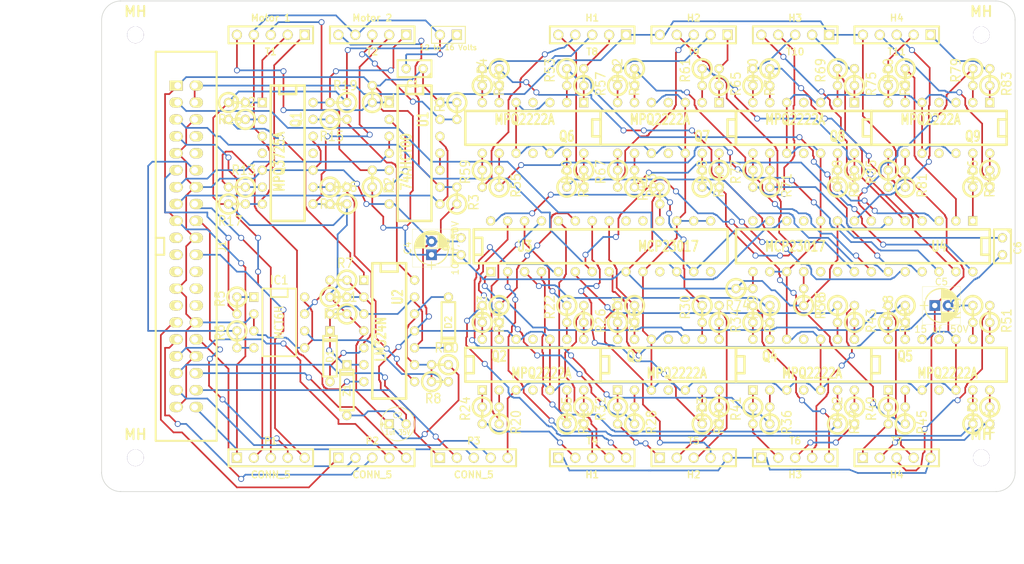
<source format=kicad_pcb>
(kicad_pcb (version 3) (host pcbnew "(2013-june-11)-stable")
  (layers (15 F.Cu signal) (0 B.Cu signal) (18 B.Paste user) (19 F.Paste user) (20 B.SilkS user) (21 F.SilkS user) (22 B.Mask user) (23 F.Mask user) (28 Edge.Cuts user))
  (net 0 "")
  (net 1 "#12")
  (net 2 "#13")
  (net 3 "#16")
  (net 4 "#19")
  (net 5 "#20")
  (net 6 "#21")
  (net 7 "#23")
  (net 8 "#24")
  (net 9 "#25")
  (net 10 "#26")
  (net 11 "#4")
  (net 12 "#5")
  (net 13 "#6")
  (net 14 +12V)
  (net 15 +3.3V)
  (net 16 +5V)
  (net 17 "/Quad Signals 1/GP0.0")
  (net 18 "/Quad Signals 1/GP0.1")
  (net 19 "/Quad Signals 1/GP0.2")
  (net 20 "/Quad Signals 1/GP0.3")
  (net 21 "/Quad Signals 1/GP0.4")
  (net 22 "/Quad Signals 1/GP0.5")
  (net 23 "/Quad Signals 1/GP0.6")
  (net 24 "/Quad Signals 1/GP0.7")
  (net 25 "/Quad Signals 1/GP1.0")
  (net 26 "/Quad Signals 1/GP1.1")
  (net 27 "/Quad Signals 1/GP1.2")
  (net 28 "/Quad Signals 1/GP1.3")
  (net 29 "/Quad Signals 1/GP1.4")
  (net 30 "/Quad Signals 1/GP1.5")
  (net 31 "/Quad Signals 1/GP1.6")
  (net 32 "/Quad Signals 1/GP1.7")
  (net 33 "/Quad Signals 1/H1-G")
  (net 34 "/Quad Signals 1/H1-L")
  (net 35 "/Quad Signals 1/H1-R")
  (net 36 "/Quad Signals 1/H1-Y")
  (net 37 "/Quad Signals 1/H2-G")
  (net 38 "/Quad Signals 1/H2-L")
  (net 39 "/Quad Signals 1/H2-R")
  (net 40 "/Quad Signals 1/H2-Y")
  (net 41 "/Quad Signals 1/H3-G")
  (net 42 "/Quad Signals 1/H3-L")
  (net 43 "/Quad Signals 1/H3-R")
  (net 44 "/Quad Signals 1/H3-Y")
  (net 45 "/Quad Signals 1/H4-G")
  (net 46 "/Quad Signals 1/H4-L")
  (net 47 "/Quad Signals 1/H4-R")
  (net 48 "/Quad Signals 1/H4-Y")
  (net 49 "/Quad Signals 2/GP0.0")
  (net 50 "/Quad Signals 2/GP0.1")
  (net 51 "/Quad Signals 2/GP0.2")
  (net 52 "/Quad Signals 2/GP0.3")
  (net 53 "/Quad Signals 2/GP0.4")
  (net 54 "/Quad Signals 2/GP0.5")
  (net 55 "/Quad Signals 2/GP0.6")
  (net 56 "/Quad Signals 2/GP0.7")
  (net 57 "/Quad Signals 2/GP1.0")
  (net 58 "/Quad Signals 2/GP1.1")
  (net 59 "/Quad Signals 2/GP1.2")
  (net 60 "/Quad Signals 2/GP1.3")
  (net 61 "/Quad Signals 2/GP1.4")
  (net 62 "/Quad Signals 2/GP1.5")
  (net 63 "/Quad Signals 2/GP1.6")
  (net 64 "/Quad Signals 2/GP1.7")
  (net 65 "/Quad Signals 2/H1-G")
  (net 66 "/Quad Signals 2/H1-L")
  (net 67 "/Quad Signals 2/H1-R")
  (net 68 "/Quad Signals 2/H1-Y")
  (net 69 "/Quad Signals 2/H2-G")
  (net 70 "/Quad Signals 2/H2-L")
  (net 71 "/Quad Signals 2/H2-R")
  (net 72 "/Quad Signals 2/H2-Y")
  (net 73 "/Quad Signals 2/H3-G")
  (net 74 "/Quad Signals 2/H3-L")
  (net 75 "/Quad Signals 2/H3-R")
  (net 76 "/Quad Signals 2/H3-Y")
  (net 77 "/Quad Signals 2/H4-G")
  (net 78 "/Quad Signals 2/H4-L")
  (net 79 "/Quad Signals 2/H4-R")
  (net 80 "/Quad Signals 2/H4-Y")
  (net 81 "/StallMotors/M Select 2")
  (net 82 "/StallMotors/MSelect 1")
  (net 83 "/StallMotors/Motor 1 A")
  (net 84 "/StallMotors/Motor 1 B")
  (net 85 "/StallMotors/Motor 2 A")
  (net 86 "/StallMotors/Motor 2 B")
  (net 87 "/StallMotors/Point 1 A")
  (net 88 "/StallMotors/Point 1 B")
  (net 89 "/StallMotors/Point 2 A")
  (net 90 "/StallMotors/Point 2 B")
  (net 91 "/StallMotors/Point Sense 1")
  (net 92 "/StallMotors/Point Sense 2")
  (net 93 GND)
  (net 94 N-00000100)
  (net 95 N-00000103)
  (net 96 N-00000104)
  (net 97 N-00000107)
  (net 98 N-00000108)
  (net 99 N-00000111)
  (net 100 N-00000112)
  (net 101 N-00000115)
  (net 102 N-00000117)
  (net 103 N-00000119)
  (net 104 N-00000120)
  (net 105 N-00000123)
  (net 106 N-00000124)
  (net 107 N-00000128)
  (net 108 N-00000129)
  (net 109 N-00000131)
  (net 110 N-00000133)
  (net 111 N-00000134)
  (net 112 N-00000137)
  (net 113 N-00000138)
  (net 114 N-00000141)
  (net 115 N-00000143)
  (net 116 N-00000144)
  (net 117 N-00000145)
  (net 118 N-00000146)
  (net 119 N-00000148)
  (net 120 N-00000149)
  (net 121 N-00000152)
  (net 122 N-00000153)
  (net 123 N-00000154)
  (net 124 N-00000155)
  (net 125 N-00000157)
  (net 126 N-00000158)
  (net 127 N-00000165)
  (net 128 N-00000166)
  (net 129 N-00000169)
  (net 130 N-00000171)
  (net 131 N-00000172)
  (net 132 N-00000175)
  (net 133 N-00000176)
  (net 134 N-00000179)
  (net 135 N-00000180)
  (net 136 N-00000183)
  (net 137 N-00000185)
  (net 138 N-00000186)
  (net 139 N-00000188)
  (net 140 N-00000189)
  (net 141 N-00000194)
  (net 142 N-00000195)
  (net 143 N-0000032)
  (net 144 N-0000033)
  (net 145 N-0000034)
  (net 146 N-0000035)
  (net 147 N-0000036)
  (net 148 N-0000037)
  (net 149 N-0000038)
  (net 150 N-0000039)
  (net 151 N-0000042)
  (net 152 N-0000043)
  (net 153 N-0000051)
  (net 154 N-0000052)
  (net 155 N-0000053)
  (net 156 N-0000054)
  (net 157 N-0000055)
  (net 158 N-0000056)
  (net 159 N-0000057)
  (net 160 N-0000064)
  (net 161 N-0000065)
  (net 162 N-0000068)
  (net 163 N-0000069)
  (net 164 N-0000073)
  (net 165 N-0000074)
  (net 166 N-0000076)
  (net 167 N-0000078)
  (net 168 N-0000079)
  (net 169 N-0000082)
  (net 170 N-0000083)
  (net 171 N-0000085)
  (net 172 N-0000087)
  (net 173 N-0000088)
  (net 174 N-0000092)
  (net 175 N-0000095)
  (net 176 N-0000096)
  (net 177 N-0000099)
  (net 178 SCL)
  (net 179 SDA)
  (module ScrewTerm_2.54-5 (layer F.Cu) (at 50.8 175.26)
    (fp_text reference P1 (at 0 -2.54) (layer F.SilkS) (effects (font (size 1.016 1.016) (thickness 0.2032))))
    (fp_text value CONN_5 (at 0 2.54) (layer F.SilkS) (effects (font (size 1.016 1.016) (thickness 0.2032))))
    (pad 1 thru_hole rect (at -5.08 0) (size 1.524 1.524) (drill 1.016) (layers *.Cu *.Mask F.SilkS) (net 15 +3.3V))
    (pad 2 thru_hole circle (at -2.54 0) (size 1.524 1.524) (drill 1.016) (layers *.Cu *.Mask F.SilkS) (net 11 "#4"))
    (pad 3 thru_hole circle (at 0 0) (size 1.524 1.524) (drill 1.016) (layers *.Cu *.Mask F.SilkS) (net 7 "#23"))
    (pad 4 thru_hole circle (at 2.54 0) (size 1.524 1.524) (drill 1.016) (layers *.Cu *.Mask F.SilkS) (net 8 "#24"))
    (pad 5 thru_hole circle (at 5.08 0) (size 1.524 1.524) (drill 1.016) (layers *.Cu *.Mask F.SilkS) (net 9 "#25"))
  )
  (module ScrewTerm_2.54-5 (layer F.Cu) (at 66.04 175.26)
    (fp_text reference P2 (at 0 -2.54) (layer F.SilkS) (effects (font (size 1.016 1.016) (thickness 0.2032))))
    (fp_text value CONN_5 (at 0 2.54) (layer F.SilkS) (effects (font (size 1.016 1.016) (thickness 0.2032))))
    (pad 1 thru_hole rect (at -5.08 0) (size 1.524 1.524) (drill 1.016) (layers *.Cu *.Mask F.SilkS) (net 12 "#5"))
    (pad 2 thru_hole circle (at -2.54 0) (size 1.524 1.524) (drill 1.016) (layers *.Cu *.Mask F.SilkS) (net 13 "#6"))
    (pad 3 thru_hole circle (at 0 0) (size 1.524 1.524) (drill 1.016) (layers *.Cu *.Mask F.SilkS) (net 1 "#12"))
    (pad 4 thru_hole circle (at 2.54 0) (size 1.524 1.524) (drill 1.016) (layers *.Cu *.Mask F.SilkS) (net 2 "#13"))
    (pad 5 thru_hole circle (at 5.08 0) (size 1.524 1.524) (drill 1.016) (layers *.Cu *.Mask F.SilkS) (net 3 "#16"))
  )
  (module ScrewTerm_2.54-5 (layer F.Cu) (at 81.28 175.26)
    (fp_text reference P3 (at 0 -2.54) (layer F.SilkS) (effects (font (size 1.016 1.016) (thickness 0.2032))))
    (fp_text value CONN_5 (at 0 2.54) (layer F.SilkS) (effects (font (size 1.016 1.016) (thickness 0.2032))))
    (pad 1 thru_hole rect (at -5.08 0) (size 1.524 1.524) (drill 1.016) (layers *.Cu *.Mask F.SilkS) (net 4 "#19"))
    (pad 2 thru_hole circle (at -2.54 0) (size 1.524 1.524) (drill 1.016) (layers *.Cu *.Mask F.SilkS) (net 5 "#20"))
    (pad 3 thru_hole circle (at 0 0) (size 1.524 1.524) (drill 1.016) (layers *.Cu *.Mask F.SilkS) (net 6 "#21"))
    (pad 4 thru_hole circle (at 2.54 0) (size 1.524 1.524) (drill 1.016) (layers *.Cu *.Mask F.SilkS) (net 10 "#26"))
    (pad 5 thru_hole circle (at 5.08 0) (size 1.524 1.524) (drill 1.016) (layers *.Cu *.Mask F.SilkS) (net 93 GND))
  )
  (module ScrewTerm_2.54-5 (layer F.Cu) (at 144.78 111.76 180)
    (fp_text reference T11 (at 0 -2.54 180) (layer F.SilkS) (effects (font (size 1.016 1.016) (thickness 0.2032))))
    (fp_text value H4 (at 0 2.54 180) (layer F.SilkS) (effects (font (size 1.016 1.016) (thickness 0.2032))))
    (pad 1 thru_hole rect (at -5.08 0 180) (size 1.524 1.524) (drill 1.016) (layers *.Cu *.Mask F.SilkS) (net 80 "/Quad Signals 2/H4-Y"))
    (pad 2 thru_hole circle (at -2.54 0 180) (size 1.524 1.524) (drill 1.016) (layers *.Cu *.Mask F.SilkS) (net 75 "/Quad Signals 2/H3-R"))
    (pad 3 thru_hole circle (at 0 0 180) (size 1.524 1.524) (drill 1.016) (layers *.Cu *.Mask F.SilkS) (net 77 "/Quad Signals 2/H4-G"))
    (pad 4 thru_hole circle (at 2.54 0 180) (size 1.524 1.524) (drill 1.016) (layers *.Cu *.Mask F.SilkS) (net 74 "/Quad Signals 2/H3-L"))
    (pad 5 thru_hole circle (at 5.08 0 180) (size 1.524 1.524) (drill 1.016) (layers *.Cu *.Mask F.SilkS) (net 16 +5V))
  )
  (module ScrewTerm_2.54-5 (layer F.Cu) (at 144.78 175.26)
    (fp_text reference T7 (at 0 -2.54) (layer F.SilkS) (effects (font (size 1.016 1.016) (thickness 0.2032))))
    (fp_text value H4 (at 0 2.54) (layer F.SilkS) (effects (font (size 1.016 1.016) (thickness 0.2032))))
    (pad 1 thru_hole rect (at -5.08 0) (size 1.524 1.524) (drill 1.016) (layers *.Cu *.Mask F.SilkS) (net 48 "/Quad Signals 1/H4-Y"))
    (pad 2 thru_hole circle (at -2.54 0) (size 1.524 1.524) (drill 1.016) (layers *.Cu *.Mask F.SilkS) (net 43 "/Quad Signals 1/H3-R"))
    (pad 3 thru_hole circle (at 0 0) (size 1.524 1.524) (drill 1.016) (layers *.Cu *.Mask F.SilkS) (net 45 "/Quad Signals 1/H4-G"))
    (pad 4 thru_hole circle (at 2.54 0) (size 1.524 1.524) (drill 1.016) (layers *.Cu *.Mask F.SilkS) (net 42 "/Quad Signals 1/H3-L"))
    (pad 5 thru_hole circle (at 5.08 0) (size 1.524 1.524) (drill 1.016) (layers *.Cu *.Mask F.SilkS) (net 16 +5V))
  )
  (module ScrewTerm_2.54-5 (layer F.Cu) (at 129.54 175.26)
    (fp_text reference T6 (at 0 -2.54) (layer F.SilkS) (effects (font (size 1.016 1.016) (thickness 0.2032))))
    (fp_text value H3 (at 0 2.54) (layer F.SilkS) (effects (font (size 1.016 1.016) (thickness 0.2032))))
    (pad 1 thru_hole rect (at -5.08 0) (size 1.524 1.524) (drill 1.016) (layers *.Cu *.Mask F.SilkS) (net 16 +5V))
    (pad 2 thru_hole circle (at -2.54 0) (size 1.524 1.524) (drill 1.016) (layers *.Cu *.Mask F.SilkS) (net 46 "/Quad Signals 1/H4-L"))
    (pad 3 thru_hole circle (at 0 0) (size 1.524 1.524) (drill 1.016) (layers *.Cu *.Mask F.SilkS) (net 41 "/Quad Signals 1/H3-G"))
    (pad 4 thru_hole circle (at 2.54 0) (size 1.524 1.524) (drill 1.016) (layers *.Cu *.Mask F.SilkS) (net 47 "/Quad Signals 1/H4-R"))
    (pad 5 thru_hole circle (at 5.08 0) (size 1.524 1.524) (drill 1.016) (layers *.Cu *.Mask F.SilkS) (net 44 "/Quad Signals 1/H3-Y"))
  )
  (module ScrewTerm_2.54-5 (layer F.Cu) (at 114.3 175.26)
    (fp_text reference T5 (at 0 -2.54) (layer F.SilkS) (effects (font (size 1.016 1.016) (thickness 0.2032))))
    (fp_text value H2 (at 0 2.54) (layer F.SilkS) (effects (font (size 1.016 1.016) (thickness 0.2032))))
    (pad 1 thru_hole rect (at -5.08 0) (size 1.524 1.524) (drill 1.016) (layers *.Cu *.Mask F.SilkS) (net 40 "/Quad Signals 1/H2-Y"))
    (pad 2 thru_hole circle (at -2.54 0) (size 1.524 1.524) (drill 1.016) (layers *.Cu *.Mask F.SilkS) (net 35 "/Quad Signals 1/H1-R"))
    (pad 3 thru_hole circle (at 0 0) (size 1.524 1.524) (drill 1.016) (layers *.Cu *.Mask F.SilkS) (net 37 "/Quad Signals 1/H2-G"))
    (pad 4 thru_hole circle (at 2.54 0) (size 1.524 1.524) (drill 1.016) (layers *.Cu *.Mask F.SilkS) (net 34 "/Quad Signals 1/H1-L"))
    (pad 5 thru_hole circle (at 5.08 0) (size 1.524 1.524) (drill 1.016) (layers *.Cu *.Mask F.SilkS) (net 16 +5V))
  )
  (module ScrewTerm_2.54-5 (layer F.Cu) (at 99.06 175.26)
    (fp_text reference T4 (at 0 -2.54) (layer F.SilkS) (effects (font (size 1.016 1.016) (thickness 0.2032))))
    (fp_text value H1 (at 0 2.54) (layer F.SilkS) (effects (font (size 1.016 1.016) (thickness 0.2032))))
    (pad 1 thru_hole rect (at -5.08 0) (size 1.524 1.524) (drill 1.016) (layers *.Cu *.Mask F.SilkS) (net 16 +5V))
    (pad 2 thru_hole circle (at -2.54 0) (size 1.524 1.524) (drill 1.016) (layers *.Cu *.Mask F.SilkS) (net 38 "/Quad Signals 1/H2-L"))
    (pad 3 thru_hole circle (at 0 0) (size 1.524 1.524) (drill 1.016) (layers *.Cu *.Mask F.SilkS) (net 33 "/Quad Signals 1/H1-G"))
    (pad 4 thru_hole circle (at 2.54 0) (size 1.524 1.524) (drill 1.016) (layers *.Cu *.Mask F.SilkS) (net 39 "/Quad Signals 1/H2-R"))
    (pad 5 thru_hole circle (at 5.08 0) (size 1.524 1.524) (drill 1.016) (layers *.Cu *.Mask F.SilkS) (net 36 "/Quad Signals 1/H1-Y"))
  )
  (module ScrewTerm_2.54-5 (layer F.Cu) (at 99.06 111.76 180)
    (fp_text reference T8 (at 0 -2.54 180) (layer F.SilkS) (effects (font (size 1.016 1.016) (thickness 0.2032))))
    (fp_text value H1 (at 0 2.54 180) (layer F.SilkS) (effects (font (size 1.016 1.016) (thickness 0.2032))))
    (pad 1 thru_hole rect (at -5.08 0 180) (size 1.524 1.524) (drill 1.016) (layers *.Cu *.Mask F.SilkS) (net 16 +5V))
    (pad 2 thru_hole circle (at -2.54 0 180) (size 1.524 1.524) (drill 1.016) (layers *.Cu *.Mask F.SilkS) (net 70 "/Quad Signals 2/H2-L"))
    (pad 3 thru_hole circle (at 0 0 180) (size 1.524 1.524) (drill 1.016) (layers *.Cu *.Mask F.SilkS) (net 65 "/Quad Signals 2/H1-G"))
    (pad 4 thru_hole circle (at 2.54 0 180) (size 1.524 1.524) (drill 1.016) (layers *.Cu *.Mask F.SilkS) (net 71 "/Quad Signals 2/H2-R"))
    (pad 5 thru_hole circle (at 5.08 0 180) (size 1.524 1.524) (drill 1.016) (layers *.Cu *.Mask F.SilkS) (net 68 "/Quad Signals 2/H1-Y"))
  )
  (module ScrewTerm_2.54-5 (layer F.Cu) (at 129.54 111.76 180)
    (fp_text reference T10 (at 0 -2.54 180) (layer F.SilkS) (effects (font (size 1.016 1.016) (thickness 0.2032))))
    (fp_text value H3 (at 0 2.54 180) (layer F.SilkS) (effects (font (size 1.016 1.016) (thickness 0.2032))))
    (pad 1 thru_hole rect (at -5.08 0 180) (size 1.524 1.524) (drill 1.016) (layers *.Cu *.Mask F.SilkS) (net 16 +5V))
    (pad 2 thru_hole circle (at -2.54 0 180) (size 1.524 1.524) (drill 1.016) (layers *.Cu *.Mask F.SilkS) (net 78 "/Quad Signals 2/H4-L"))
    (pad 3 thru_hole circle (at 0 0 180) (size 1.524 1.524) (drill 1.016) (layers *.Cu *.Mask F.SilkS) (net 73 "/Quad Signals 2/H3-G"))
    (pad 4 thru_hole circle (at 2.54 0 180) (size 1.524 1.524) (drill 1.016) (layers *.Cu *.Mask F.SilkS) (net 79 "/Quad Signals 2/H4-R"))
    (pad 5 thru_hole circle (at 5.08 0 180) (size 1.524 1.524) (drill 1.016) (layers *.Cu *.Mask F.SilkS) (net 76 "/Quad Signals 2/H3-Y"))
  )
  (module ScrewTerm_2.54-5 (layer F.Cu) (at 114.3 111.76 180)
    (fp_text reference T9 (at 0 -2.54 180) (layer F.SilkS) (effects (font (size 1.016 1.016) (thickness 0.2032))))
    (fp_text value H2 (at 0 2.54 180) (layer F.SilkS) (effects (font (size 1.016 1.016) (thickness 0.2032))))
    (pad 1 thru_hole rect (at -5.08 0 180) (size 1.524 1.524) (drill 1.016) (layers *.Cu *.Mask F.SilkS) (net 72 "/Quad Signals 2/H2-Y"))
    (pad 2 thru_hole circle (at -2.54 0 180) (size 1.524 1.524) (drill 1.016) (layers *.Cu *.Mask F.SilkS) (net 67 "/Quad Signals 2/H1-R"))
    (pad 3 thru_hole circle (at 0 0 180) (size 1.524 1.524) (drill 1.016) (layers *.Cu *.Mask F.SilkS) (net 69 "/Quad Signals 2/H2-G"))
    (pad 4 thru_hole circle (at 2.54 0 180) (size 1.524 1.524) (drill 1.016) (layers *.Cu *.Mask F.SilkS) (net 66 "/Quad Signals 2/H1-L"))
    (pad 5 thru_hole circle (at 5.08 0 180) (size 1.524 1.524) (drill 1.016) (layers *.Cu *.Mask F.SilkS) (net 16 +5V))
  )
  (module ScrewTerm_2.54-5 (layer F.Cu) (at 66.04 111.76 180)
    (fp_text reference T2 (at 0 -2.54 180) (layer F.SilkS) (effects (font (size 1.016 1.016) (thickness 0.2032))))
    (fp_text value "Motor 2" (at 0 2.54 180) (layer F.SilkS) (effects (font (size 1.016 1.016) (thickness 0.2032))))
    (pad 1 thru_hole rect (at -5.08 0 180) (size 1.524 1.524) (drill 1.016) (layers *.Cu *.Mask F.SilkS) (net 86 "/StallMotors/Motor 2 B"))
    (pad 2 thru_hole circle (at -2.54 0 180) (size 1.524 1.524) (drill 1.016) (layers *.Cu *.Mask F.SilkS) (net 85 "/StallMotors/Motor 2 A"))
    (pad 3 thru_hole circle (at 0 0 180) (size 1.524 1.524) (drill 1.016) (layers *.Cu *.Mask F.SilkS) (net 90 "/StallMotors/Point 2 B"))
    (pad 4 thru_hole circle (at 2.54 0 180) (size 1.524 1.524) (drill 1.016) (layers *.Cu *.Mask F.SilkS) (net 93 GND))
    (pad 5 thru_hole circle (at 5.08 0 180) (size 1.524 1.524) (drill 1.016) (layers *.Cu *.Mask F.SilkS) (net 89 "/StallMotors/Point 2 A"))
  )
  (module ScrewTerm_2.54-5 (layer F.Cu) (at 50.8 111.76 180)
    (fp_text reference T1 (at 0 -2.54 180) (layer F.SilkS) (effects (font (size 1.016 1.016) (thickness 0.2032))))
    (fp_text value "Motor 1" (at 0 2.54 180) (layer F.SilkS) (effects (font (size 1.016 1.016) (thickness 0.2032))))
    (pad 1 thru_hole rect (at -5.08 0 180) (size 1.524 1.524) (drill 1.016) (layers *.Cu *.Mask F.SilkS) (net 84 "/StallMotors/Motor 1 B"))
    (pad 2 thru_hole circle (at -2.54 0 180) (size 1.524 1.524) (drill 1.016) (layers *.Cu *.Mask F.SilkS) (net 83 "/StallMotors/Motor 1 A"))
    (pad 3 thru_hole circle (at 0 0 180) (size 1.524 1.524) (drill 1.016) (layers *.Cu *.Mask F.SilkS) (net 88 "/StallMotors/Point 1 B"))
    (pad 4 thru_hole circle (at 2.54 0 180) (size 1.524 1.524) (drill 1.016) (layers *.Cu *.Mask F.SilkS) (net 93 GND))
    (pad 5 thru_hole circle (at 5.08 0 180) (size 1.524 1.524) (drill 1.016) (layers *.Cu *.Mask F.SilkS) (net 87 "/StallMotors/Point 1 A"))
  )
  (module ScrewTerm2.54-2 (layer F.Cu) (at 77.47 111.76 180)
    (fp_text reference T3 hide)
    (fp_text value "12 to 16 Volts" (at 0 -1.905 180) (layer F.SilkS) (effects (font (size 0.762 0.762) (thickness 0.1524))))
    (pad 1 thru_hole rect (at -1.27 0 270) (size 1.524 1.524) (drill 1.016) (layers *.Cu *.Mask F.SilkS) (net 14 +12V))
    (pad 2 thru_hole circle (at 1.27 0 270) (size 1.524 1.524) (drill 1.016) (layers *.Cu *.Mask F.SilkS) (net 93 GND))
  )
  (module R1 (layer F.Cu) (at 156.21 153.67 270)
    (fp_text reference R47 (at -1.016 2.54 270) (layer F.SilkS) (effects (font (size 1.397 1.27) (thickness 0.2032))))
    (fp_text value "1K Ohms" hide)
    (pad 1 thru_hole circle (at -1.27 0 270) (size 1.397 1.397) (drill 0.8128) (layers *.Cu *.Mask F.SilkS) (net 32 "/Quad Signals 1/GP1.7"))
    (pad 2 thru_hole circle (at 1.27 0 270) (size 1.397 1.397) (drill 0.8128) (layers *.Cu *.Mask F.SilkS) (net 163 N-0000069))
  )
  (module R1 (layer F.Cu) (at 158.75 153.67 90)
    (fp_text reference R51 (at -1.016 2.54 90) (layer F.SilkS) (effects (font (size 1.397 1.27) (thickness 0.2032))))
    (fp_text value "150 Ohms" hide)
    (pad 1 thru_hole circle (at -1.27 0 90) (size 1.397 1.397) (drill 0.8128) (layers *.Cu *.Mask F.SilkS) (net 162 N-0000068))
    (pad 2 thru_hole circle (at 1.27 0 90) (size 1.397 1.397) (drill 0.8128) (layers *.Cu *.Mask F.SilkS) (net 45 "/Quad Signals 1/H4-G"))
  )
  (module R1 (layer F.Cu) (at 146.05 153.67 270)
    (fp_text reference R48 (at -1.016 2.54 270) (layer F.SilkS) (effects (font (size 1.397 1.27) (thickness 0.2032))))
    (fp_text value "1K Ohms" hide)
    (pad 1 thru_hole circle (at -1.27 0 270) (size 1.397 1.397) (drill 0.8128) (layers *.Cu *.Mask F.SilkS) (net 25 "/Quad Signals 1/GP1.0"))
    (pad 2 thru_hole circle (at 1.27 0 270) (size 1.397 1.397) (drill 0.8128) (layers *.Cu *.Mask F.SilkS) (net 161 N-0000065))
  )
  (module R1 (layer F.Cu) (at 143.51 153.67 90)
    (fp_text reference R52 (at -1.016 2.54 90) (layer F.SilkS) (effects (font (size 1.397 1.27) (thickness 0.2032))))
    (fp_text value "150 Ohms" hide)
    (pad 1 thru_hole circle (at -1.27 0 90) (size 1.397 1.397) (drill 0.8128) (layers *.Cu *.Mask F.SilkS) (net 160 N-0000064))
    (pad 2 thru_hole circle (at 1.27 0 90) (size 1.397 1.397) (drill 0.8128) (layers *.Cu *.Mask F.SilkS) (net 42 "/Quad Signals 1/H3-L"))
  )
  (module R1 (layer F.Cu) (at 135.89 133.35 90)
    (fp_text reference R72 (at -1.016 2.54 90) (layer F.SilkS) (effects (font (size 1.397 1.27) (thickness 0.2032))))
    (fp_text value "1K Ohms" hide)
    (pad 1 thru_hole circle (at -1.27 0 90) (size 1.397 1.397) (drill 0.8128) (layers *.Cu *.Mask F.SilkS) (net 59 "/Quad Signals 2/GP1.2"))
    (pad 2 thru_hole circle (at 1.27 0 90) (size 1.397 1.397) (drill 0.8128) (layers *.Cu *.Mask F.SilkS) (net 129 N-00000169))
  )
  (module R1 (layer F.Cu) (at 158.75 168.91 270)
    (fp_text reference R50 (at -1.016 2.54 270) (layer F.SilkS) (effects (font (size 1.397 1.27) (thickness 0.2032))))
    (fp_text value "150 Ohms" hide)
    (pad 1 thru_hole circle (at -1.27 0 270) (size 1.397 1.397) (drill 0.8128) (layers *.Cu *.Mask F.SilkS) (net 97 N-00000107))
    (pad 2 thru_hole circle (at 1.27 0 270) (size 1.397 1.397) (drill 0.8128) (layers *.Cu *.Mask F.SilkS) (net 43 "/Quad Signals 1/H3-R"))
  )
  (module R1 (layer F.Cu) (at 156.21 168.91 90)
    (fp_text reference R46 (at -1.016 2.54 90) (layer F.SilkS) (effects (font (size 1.397 1.27) (thickness 0.2032))))
    (fp_text value "1K Ohms" hide)
    (pad 1 thru_hole circle (at -1.27 0 90) (size 1.397 1.397) (drill 0.8128) (layers *.Cu *.Mask F.SilkS) (net 26 "/Quad Signals 1/GP1.1"))
    (pad 2 thru_hole circle (at 1.27 0 90) (size 1.397 1.397) (drill 0.8128) (layers *.Cu *.Mask F.SilkS) (net 98 N-00000108))
  )
  (module R1 (layer F.Cu) (at 143.51 168.91 270)
    (fp_text reference R49 (at -1.016 2.54 270) (layer F.SilkS) (effects (font (size 1.397 1.27) (thickness 0.2032))))
    (fp_text value "150 Ohms" hide)
    (pad 1 thru_hole circle (at -1.27 0 270) (size 1.397 1.397) (drill 0.8128) (layers *.Cu *.Mask F.SilkS) (net 99 N-00000111))
    (pad 2 thru_hole circle (at 1.27 0 270) (size 1.397 1.397) (drill 0.8128) (layers *.Cu *.Mask F.SilkS) (net 48 "/Quad Signals 1/H4-Y"))
  )
  (module R1 (layer F.Cu) (at 146.05 168.91 90)
    (fp_text reference R45 (at -1.016 2.54 90) (layer F.SilkS) (effects (font (size 1.397 1.27) (thickness 0.2032))))
    (fp_text value "1K Ohms" hide)
    (pad 1 thru_hole circle (at -1.27 0 90) (size 1.397 1.397) (drill 0.8128) (layers *.Cu *.Mask F.SilkS) (net 31 "/Quad Signals 1/GP1.6"))
    (pad 2 thru_hole circle (at 1.27 0 90) (size 1.397 1.397) (drill 0.8128) (layers *.Cu *.Mask F.SilkS) (net 100 N-00000112))
  )
  (module R1 (layer F.Cu) (at 138.43 133.35 270)
    (fp_text reference R78 (at -1.016 2.54 270) (layer F.SilkS) (effects (font (size 1.397 1.27) (thickness 0.2032))))
    (fp_text value "150 Ohms" hide)
    (pad 1 thru_hole circle (at -1.27 0 270) (size 1.397 1.397) (drill 0.8128) (layers *.Cu *.Mask F.SilkS) (net 136 N-00000183))
    (pad 2 thru_hole circle (at 1.27 0 270) (size 1.397 1.397) (drill 0.8128) (layers *.Cu *.Mask F.SilkS) (net 76 "/Quad Signals 2/H3-Y"))
  )
  (module R1 (layer F.Cu) (at 123.19 153.67 90)
    (fp_text reference R44 (at -1.016 2.54 90) (layer F.SilkS) (effects (font (size 1.397 1.27) (thickness 0.2032))))
    (fp_text value "150 Ohms" hide)
    (pad 1 thru_hole circle (at -1.27 0 90) (size 1.397 1.397) (drill 0.8128) (layers *.Cu *.Mask F.SilkS) (net 177 N-0000099))
    (pad 2 thru_hole circle (at 1.27 0 90) (size 1.397 1.397) (drill 0.8128) (layers *.Cu *.Mask F.SilkS) (net 44 "/Quad Signals 1/H3-Y"))
  )
  (module R1 (layer F.Cu) (at 125.73 153.67 270)
    (fp_text reference R39 (at -1.016 2.54 270) (layer F.SilkS) (effects (font (size 1.397 1.27) (thickness 0.2032))))
    (fp_text value "1K Ohms" hide)
    (pad 1 thru_hole circle (at -1.27 0 270) (size 1.397 1.397) (drill 0.8128) (layers *.Cu *.Mask F.SilkS) (net 27 "/Quad Signals 1/GP1.2"))
    (pad 2 thru_hole circle (at 1.27 0 270) (size 1.397 1.397) (drill 0.8128) (layers *.Cu *.Mask F.SilkS) (net 94 N-00000100))
  )
  (module R1 (layer F.Cu) (at 138.43 153.67 90)
    (fp_text reference R43 (at -1.016 2.54 90) (layer F.SilkS) (effects (font (size 1.397 1.27) (thickness 0.2032))))
    (fp_text value "150 Ohms" hide)
    (pad 1 thru_hole circle (at -1.27 0 90) (size 1.397 1.397) (drill 0.8128) (layers *.Cu *.Mask F.SilkS) (net 95 N-00000103))
    (pad 2 thru_hole circle (at 1.27 0 90) (size 1.397 1.397) (drill 0.8128) (layers *.Cu *.Mask F.SilkS) (net 47 "/Quad Signals 1/H4-R"))
  )
  (module R1 (layer F.Cu) (at 135.89 153.67 270)
    (fp_text reference R38 (at -1.016 2.54 270) (layer F.SilkS) (effects (font (size 1.397 1.27) (thickness 0.2032))))
    (fp_text value "1K Ohms" hide)
    (pad 1 thru_hole circle (at -1.27 0 270) (size 1.397 1.397) (drill 0.8128) (layers *.Cu *.Mask F.SilkS) (net 30 "/Quad Signals 1/GP1.5"))
    (pad 2 thru_hole circle (at 1.27 0 270) (size 1.397 1.397) (drill 0.8128) (layers *.Cu *.Mask F.SilkS) (net 96 N-00000104))
  )
  (module R1 (layer F.Cu) (at 138.43 168.91 270)
    (fp_text reference R42 (at -1.016 2.54 270) (layer F.SilkS) (effects (font (size 1.397 1.27) (thickness 0.2032))))
    (fp_text value "150 Ohms" hide)
    (pad 1 thru_hole circle (at -1.27 0 270) (size 1.397 1.397) (drill 0.8128) (layers *.Cu *.Mask F.SilkS) (net 105 N-00000123))
    (pad 2 thru_hole circle (at 1.27 0 270) (size 1.397 1.397) (drill 0.8128) (layers *.Cu *.Mask F.SilkS) (net 41 "/Quad Signals 1/H3-G"))
  )
  (module R1 (layer F.Cu) (at 135.89 168.91 90)
    (fp_text reference R37 (at -1.016 2.54 90) (layer F.SilkS) (effects (font (size 1.397 1.27) (thickness 0.2032))))
    (fp_text value "1K Ohms" hide)
    (pad 1 thru_hole circle (at -1.27 0 90) (size 1.397 1.397) (drill 0.8128) (layers *.Cu *.Mask F.SilkS) (net 28 "/Quad Signals 1/GP1.3"))
    (pad 2 thru_hole circle (at 1.27 0 90) (size 1.397 1.397) (drill 0.8128) (layers *.Cu *.Mask F.SilkS) (net 106 N-00000124))
  )
  (module R1 (layer F.Cu) (at 123.19 168.91 270)
    (fp_text reference R41 (at -1.016 2.54 270) (layer F.SilkS) (effects (font (size 1.397 1.27) (thickness 0.2032))))
    (fp_text value "150 Ohms" hide)
    (pad 1 thru_hole circle (at -1.27 0 270) (size 1.397 1.397) (drill 0.8128) (layers *.Cu *.Mask F.SilkS) (net 107 N-00000128))
    (pad 2 thru_hole circle (at 1.27 0 270) (size 1.397 1.397) (drill 0.8128) (layers *.Cu *.Mask F.SilkS) (net 46 "/Quad Signals 1/H4-L"))
  )
  (module R1 (layer F.Cu) (at 125.73 168.91 90)
    (fp_text reference R36 (at -1.016 2.54 90) (layer F.SilkS) (effects (font (size 1.397 1.27) (thickness 0.2032))))
    (fp_text value "1K Ohms" hide)
    (pad 1 thru_hole circle (at -1.27 0 90) (size 1.397 1.397) (drill 0.8128) (layers *.Cu *.Mask F.SilkS) (net 29 "/Quad Signals 1/GP1.4"))
    (pad 2 thru_hole circle (at 1.27 0 90) (size 1.397 1.397) (drill 0.8128) (layers *.Cu *.Mask F.SilkS) (net 108 N-00000129))
  )
  (module R1 (layer F.Cu) (at 135.89 118.11 270)
    (fp_text reference R69 (at -1.016 2.54 270) (layer F.SilkS) (effects (font (size 1.397 1.27) (thickness 0.2032))))
    (fp_text value "1K Ohms" hide)
    (pad 1 thru_hole circle (at -1.27 0 270) (size 1.397 1.397) (drill 0.8128) (layers *.Cu *.Mask F.SilkS) (net 61 "/Quad Signals 2/GP1.4"))
    (pad 2 thru_hole circle (at 1.27 0 270) (size 1.397 1.397) (drill 0.8128) (layers *.Cu *.Mask F.SilkS) (net 142 N-00000195))
  )
  (module R1 (layer F.Cu) (at 118.11 133.35 270)
    (fp_text reference R68 (at -1.016 2.54 270) (layer F.SilkS) (effects (font (size 1.397 1.27) (thickness 0.2032))))
    (fp_text value "150 Ohms" hide)
    (pad 1 thru_hole circle (at -1.27 0 270) (size 1.397 1.397) (drill 0.8128) (layers *.Cu *.Mask F.SilkS) (net 137 N-00000185))
    (pad 2 thru_hole circle (at 1.27 0 270) (size 1.397 1.397) (drill 0.8128) (layers *.Cu *.Mask F.SilkS) (net 66 "/Quad Signals 2/H1-L"))
  )
  (module R1 (layer F.Cu) (at 115.57 133.35 90)
    (fp_text reference R64 (at -1.016 2.54 90) (layer F.SilkS) (effects (font (size 1.397 1.27) (thickness 0.2032))))
    (fp_text value "1k Ohms" hide)
    (pad 1 thru_hole circle (at -1.27 0 90) (size 1.397 1.397) (drill 0.8128) (layers *.Cu *.Mask F.SilkS) (net 49 "/Quad Signals 2/GP0.0"))
    (pad 2 thru_hole circle (at 1.27 0 90) (size 1.397 1.397) (drill 0.8128) (layers *.Cu *.Mask F.SilkS) (net 138 N-00000186))
  )
  (module R1 (layer F.Cu) (at 102.87 133.35 270)
    (fp_text reference R67 (at -1.016 2.54 270) (layer F.SilkS) (effects (font (size 1.397 1.27) (thickness 0.2032))))
    (fp_text value "150 Ohms" hide)
    (pad 1 thru_hole circle (at -1.27 0 270) (size 1.397 1.397) (drill 0.8128) (layers *.Cu *.Mask F.SilkS) (net 139 N-00000188))
    (pad 2 thru_hole circle (at 1.27 0 270) (size 1.397 1.397) (drill 0.8128) (layers *.Cu *.Mask F.SilkS) (net 69 "/Quad Signals 2/H2-G"))
  )
  (module R1 (layer F.Cu) (at 105.41 133.35 90)
    (fp_text reference R63 (at -1.016 2.54 90) (layer F.SilkS) (effects (font (size 1.397 1.27) (thickness 0.2032))))
    (fp_text value "1K Ohms" hide)
    (pad 1 thru_hole circle (at -1.27 0 90) (size 1.397 1.397) (drill 0.8128) (layers *.Cu *.Mask F.SilkS) (net 56 "/Quad Signals 2/GP0.7"))
    (pad 2 thru_hole circle (at 1.27 0 90) (size 1.397 1.397) (drill 0.8128) (layers *.Cu *.Mask F.SilkS) (net 140 N-00000189))
  )
  (module R1 (layer F.Cu) (at 102.87 118.11 90)
    (fp_text reference R66 (at -1.016 2.54 90) (layer F.SilkS) (effects (font (size 1.397 1.27) (thickness 0.2032))))
    (fp_text value "150 Ohms" hide)
    (pad 1 thru_hole circle (at -1.27 0 90) (size 1.397 1.397) (drill 0.8128) (layers *.Cu *.Mask F.SilkS) (net 123 N-00000154))
    (pad 2 thru_hole circle (at 1.27 0 90) (size 1.397 1.397) (drill 0.8128) (layers *.Cu *.Mask F.SilkS) (net 67 "/Quad Signals 2/H1-R"))
  )
  (module R1 (layer F.Cu) (at 105.41 118.11 270)
    (fp_text reference R62 (at -1.016 2.54 270) (layer F.SilkS) (effects (font (size 1.397 1.27) (thickness 0.2032))))
    (fp_text value "1K Ohms" hide)
    (pad 1 thru_hole circle (at -1.27 0 270) (size 1.397 1.397) (drill 0.8128) (layers *.Cu *.Mask F.SilkS) (net 50 "/Quad Signals 2/GP0.1"))
    (pad 2 thru_hole circle (at 1.27 0 270) (size 1.397 1.397) (drill 0.8128) (layers *.Cu *.Mask F.SilkS) (net 124 N-00000155))
  )
  (module R1 (layer F.Cu) (at 118.11 118.11 90)
    (fp_text reference R65 (at -1.016 2.54 90) (layer F.SilkS) (effects (font (size 1.397 1.27) (thickness 0.2032))))
    (fp_text value "150 Ohms" hide)
    (pad 1 thru_hole circle (at -1.27 0 90) (size 1.397 1.397) (drill 0.8128) (layers *.Cu *.Mask F.SilkS) (net 125 N-00000157))
    (pad 2 thru_hole circle (at 1.27 0 90) (size 1.397 1.397) (drill 0.8128) (layers *.Cu *.Mask F.SilkS) (net 72 "/Quad Signals 2/H2-Y"))
  )
  (module R1 (layer F.Cu) (at 115.57 118.11 270)
    (fp_text reference R61 (at -1.016 2.54 270) (layer F.SilkS) (effects (font (size 1.397 1.27) (thickness 0.2032))))
    (fp_text value "1K Ohms" hide)
    (pad 1 thru_hole circle (at -1.27 0 270) (size 1.397 1.397) (drill 0.8128) (layers *.Cu *.Mask F.SilkS) (net 55 "/Quad Signals 2/GP0.6"))
    (pad 2 thru_hole circle (at 1.27 0 270) (size 1.397 1.397) (drill 0.8128) (layers *.Cu *.Mask F.SilkS) (net 126 N-00000158))
  )
  (module R1 (layer F.Cu) (at 138.43 118.11 90)
    (fp_text reference R75 (at -1.016 2.54 90) (layer F.SilkS) (effects (font (size 1.397 1.27) (thickness 0.2032))))
    (fp_text value "150 Ohms" hide)
    (pad 1 thru_hole circle (at -1.27 0 90) (size 1.397 1.397) (drill 0.8128) (layers *.Cu *.Mask F.SilkS) (net 141 N-00000194))
    (pad 2 thru_hole circle (at 1.27 0 90) (size 1.397 1.397) (drill 0.8128) (layers *.Cu *.Mask F.SilkS) (net 78 "/Quad Signals 2/H4-L"))
  )
  (module R1 (layer F.Cu) (at 97.79 133.35 270)
    (fp_text reference R60 (at -1.016 2.54 270) (layer F.SilkS) (effects (font (size 1.397 1.27) (thickness 0.2032))))
    (fp_text value "150 Ohms" hide)
    (pad 1 thru_hole circle (at -1.27 0 270) (size 1.397 1.397) (drill 0.8128) (layers *.Cu *.Mask F.SilkS) (net 117 N-00000145))
    (pad 2 thru_hole circle (at 1.27 0 270) (size 1.397 1.397) (drill 0.8128) (layers *.Cu *.Mask F.SilkS) (net 68 "/Quad Signals 2/H1-Y"))
  )
  (module R1 (layer F.Cu) (at 95.25 133.35 90)
    (fp_text reference R56 (at -1.016 2.54 90) (layer F.SilkS) (effects (font (size 1.397 1.27) (thickness 0.2032))))
    (fp_text value "1K Ohms" hide)
    (pad 1 thru_hole circle (at -1.27 0 90) (size 1.397 1.397) (drill 0.8128) (layers *.Cu *.Mask F.SilkS) (net 51 "/Quad Signals 2/GP0.2"))
    (pad 2 thru_hole circle (at 1.27 0 90) (size 1.397 1.397) (drill 0.8128) (layers *.Cu *.Mask F.SilkS) (net 118 N-00000146))
  )
  (module R1 (layer F.Cu) (at 82.55 133.35 270)
    (fp_text reference R59 (at -1.016 2.54 270) (layer F.SilkS) (effects (font (size 1.397 1.27) (thickness 0.2032))))
    (fp_text value "150 Ohms" hide)
    (pad 1 thru_hole circle (at -1.27 0 270) (size 1.397 1.397) (drill 0.8128) (layers *.Cu *.Mask F.SilkS) (net 119 N-00000148))
    (pad 2 thru_hole circle (at 1.27 0 270) (size 1.397 1.397) (drill 0.8128) (layers *.Cu *.Mask F.SilkS) (net 71 "/Quad Signals 2/H2-R"))
  )
  (module R1 (layer F.Cu) (at 85.09 133.35 90)
    (fp_text reference R55 (at -1.016 2.54 90) (layer F.SilkS) (effects (font (size 1.397 1.27) (thickness 0.2032))))
    (fp_text value "1K Ohms" hide)
    (pad 1 thru_hole circle (at -1.27 0 90) (size 1.397 1.397) (drill 0.8128) (layers *.Cu *.Mask F.SilkS) (net 54 "/Quad Signals 2/GP0.5"))
    (pad 2 thru_hole circle (at 1.27 0 90) (size 1.397 1.397) (drill 0.8128) (layers *.Cu *.Mask F.SilkS) (net 120 N-00000149))
  )
  (module R1 (layer F.Cu) (at 82.55 118.11 90)
    (fp_text reference R58 (at -1.016 2.54 90) (layer F.SilkS) (effects (font (size 1.397 1.27) (thickness 0.2032))))
    (fp_text value "150 Ohms" hide)
    (pad 1 thru_hole circle (at -1.27 0 90) (size 1.397 1.397) (drill 0.8128) (layers *.Cu *.Mask F.SilkS) (net 121 N-00000152))
    (pad 2 thru_hole circle (at 1.27 0 90) (size 1.397 1.397) (drill 0.8128) (layers *.Cu *.Mask F.SilkS) (net 65 "/Quad Signals 2/H1-G"))
  )
  (module R1 (layer F.Cu) (at 85.09 118.11 270)
    (fp_text reference R54 (at -1.016 2.54 270) (layer F.SilkS) (effects (font (size 1.397 1.27) (thickness 0.2032))))
    (fp_text value "1K Ohms" hide)
    (pad 1 thru_hole circle (at -1.27 0 270) (size 1.397 1.397) (drill 0.8128) (layers *.Cu *.Mask F.SilkS) (net 52 "/Quad Signals 2/GP0.3"))
    (pad 2 thru_hole circle (at 1.27 0 270) (size 1.397 1.397) (drill 0.8128) (layers *.Cu *.Mask F.SilkS) (net 122 N-00000153))
  )
  (module R1 (layer F.Cu) (at 97.79 118.11 90)
    (fp_text reference R57 (at -1.016 2.54 90) (layer F.SilkS) (effects (font (size 1.397 1.27) (thickness 0.2032))))
    (fp_text value "150 Ohms" hide)
    (pad 1 thru_hole circle (at -1.27 0 90) (size 1.397 1.397) (drill 0.8128) (layers *.Cu *.Mask F.SilkS) (net 127 N-00000165))
    (pad 2 thru_hole circle (at 1.27 0 90) (size 1.397 1.397) (drill 0.8128) (layers *.Cu *.Mask F.SilkS) (net 70 "/Quad Signals 2/H2-L"))
  )
  (module R1 (layer F.Cu) (at 95.25 118.11 270)
    (fp_text reference R53 (at -1.016 2.54 270) (layer F.SilkS) (effects (font (size 1.397 1.27) (thickness 0.2032))))
    (fp_text value "1K Ohms" hide)
    (pad 1 thru_hole circle (at -1.27 0 270) (size 1.397 1.397) (drill 0.8128) (layers *.Cu *.Mask F.SilkS) (net 53 "/Quad Signals 2/GP0.4"))
    (pad 2 thru_hole circle (at 1.27 0 270) (size 1.397 1.397) (drill 0.8128) (layers *.Cu *.Mask F.SilkS) (net 128 N-00000166))
  )
  (module R1 (layer F.Cu) (at 125.73 118.11 270)
    (fp_text reference R70 (at -1.016 2.54 270) (layer F.SilkS) (effects (font (size 1.397 1.27) (thickness 0.2032))))
    (fp_text value "1K Ohms" hide)
    (pad 1 thru_hole circle (at -1.27 0 270) (size 1.397 1.397) (drill 0.8128) (layers *.Cu *.Mask F.SilkS) (net 60 "/Quad Signals 2/GP1.3"))
    (pad 2 thru_hole circle (at 1.27 0 270) (size 1.397 1.397) (drill 0.8128) (layers *.Cu *.Mask F.SilkS) (net 133 N-00000176))
  )
  (module R1 (layer F.Cu) (at 123.19 118.11 90)
    (fp_text reference R76 (at -1.016 2.54 90) (layer F.SilkS) (effects (font (size 1.397 1.27) (thickness 0.2032))))
    (fp_text value "150 Ohms" hide)
    (pad 1 thru_hole circle (at -1.27 0 90) (size 1.397 1.397) (drill 0.8128) (layers *.Cu *.Mask F.SilkS) (net 132 N-00000175))
    (pad 2 thru_hole circle (at 1.27 0 90) (size 1.397 1.397) (drill 0.8128) (layers *.Cu *.Mask F.SilkS) (net 73 "/Quad Signals 2/H3-G"))
  )
  (module R1 (layer F.Cu) (at 109.22 135.89 270)
    (fp_text reference R40 (at -1.016 2.54 270) (layer F.SilkS) (effects (font (size 1.397 1.27) (thickness 0.2032))))
    (fp_text value "10K Ohms" hide)
    (pad 1 thru_hole circle (at -1.27 0 270) (size 1.397 1.397) (drill 0.8128) (layers *.Cu *.Mask F.SilkS) (net 15 +3.3V))
    (pad 2 thru_hole circle (at 1.27 0 270) (size 1.397 1.397) (drill 0.8128) (layers *.Cu *.Mask F.SilkS) (net 164 N-0000073))
  )
  (module R1 (layer F.Cu) (at 125.73 133.35 90)
    (fp_text reference R71 (at -1.016 2.54 90) (layer F.SilkS) (effects (font (size 1.397 1.27) (thickness 0.2032))))
    (fp_text value "1K Ohms" hide)
    (pad 1 thru_hole circle (at -1.27 0 90) (size 1.397 1.397) (drill 0.8128) (layers *.Cu *.Mask F.SilkS) (net 62 "/Quad Signals 2/GP1.5"))
    (pad 2 thru_hole circle (at 1.27 0 90) (size 1.397 1.397) (drill 0.8128) (layers *.Cu *.Mask F.SilkS) (net 131 N-00000172))
  )
  (module R1 (layer F.Cu) (at 123.19 133.35 270)
    (fp_text reference R77 (at -1.016 2.54 270) (layer F.SilkS) (effects (font (size 1.397 1.27) (thickness 0.2032))))
    (fp_text value "150 Ohms" hide)
    (pad 1 thru_hole circle (at -1.27 0 270) (size 1.397 1.397) (drill 0.8128) (layers *.Cu *.Mask F.SilkS) (net 130 N-00000171))
    (pad 2 thru_hole circle (at 1.27 0 270) (size 1.397 1.397) (drill 0.8128) (layers *.Cu *.Mask F.SilkS) (net 79 "/Quad Signals 2/H4-R"))
  )
  (module R1 (layer F.Cu) (at 45.72 137.16)
    (fp_text reference R17 (at -1.016 2.54) (layer F.SilkS) (effects (font (size 1.397 1.27) (thickness 0.2032))))
    (fp_text value "470 Ohms" hide)
    (pad 1 thru_hole circle (at -1.27 0) (size 1.397 1.397) (drill 0.8128) (layers *.Cu *.Mask F.SilkS) (net 14 +12V))
    (pad 2 thru_hole circle (at 1.27 0) (size 1.397 1.397) (drill 0.8128) (layers *.Cu *.Mask F.SilkS) (net 84 "/StallMotors/Motor 1 B"))
  )
  (module R1 (layer F.Cu) (at 45.72 121.92)
    (fp_text reference R16 (at -1.016 2.54) (layer F.SilkS) (effects (font (size 1.397 1.27) (thickness 0.2032))))
    (fp_text value "470 Ohms" hide)
    (pad 1 thru_hole circle (at -1.27 0) (size 1.397 1.397) (drill 0.8128) (layers *.Cu *.Mask F.SilkS) (net 14 +12V))
    (pad 2 thru_hole circle (at 1.27 0) (size 1.397 1.397) (drill 0.8128) (layers *.Cu *.Mask F.SilkS) (net 83 "/StallMotors/Motor 1 A"))
  )
  (module R1 (layer F.Cu) (at 45.72 124.46 180)
    (fp_text reference R12 (at -1.016 2.54 180) (layer F.SilkS) (effects (font (size 1.397 1.27) (thickness 0.2032))))
    (fp_text value "1K Ohms" hide)
    (pad 1 thru_hole circle (at -1.27 0 180) (size 1.397 1.397) (drill 0.8128) (layers *.Cu *.Mask F.SilkS) (net 146 N-0000035))
    (pad 2 thru_hole circle (at 1.27 0 180) (size 1.397 1.397) (drill 0.8128) (layers *.Cu *.Mask F.SilkS) (net 147 N-0000036))
  )
  (module R1 (layer F.Cu) (at 45.72 134.62 180)
    (fp_text reference R13 (at -1.016 2.54 180) (layer F.SilkS) (effects (font (size 1.397 1.27) (thickness 0.2032))))
    (fp_text value "1K Ohms" hide)
    (pad 1 thru_hole circle (at -1.27 0 180) (size 1.397 1.397) (drill 0.8128) (layers *.Cu *.Mask F.SilkS) (net 143 N-0000032))
    (pad 2 thru_hole circle (at 1.27 0 180) (size 1.397 1.397) (drill 0.8128) (layers *.Cu *.Mask F.SilkS) (net 148 N-0000037))
  )
  (module R1 (layer F.Cu) (at 60.96 134.62)
    (fp_text reference R14 (at -1.016 2.54) (layer F.SilkS) (effects (font (size 1.397 1.27) (thickness 0.2032))))
    (fp_text value "1K Ohms" hide)
    (pad 1 thru_hole circle (at -1.27 0) (size 1.397 1.397) (drill 0.8128) (layers *.Cu *.Mask F.SilkS) (net 144 N-0000033))
    (pad 2 thru_hole circle (at 1.27 0) (size 1.397 1.397) (drill 0.8128) (layers *.Cu *.Mask F.SilkS) (net 149 N-0000038))
  )
  (module R1 (layer F.Cu) (at 60.96 124.46)
    (fp_text reference R15 (at -1.016 2.54) (layer F.SilkS) (effects (font (size 1.397 1.27) (thickness 0.2032))))
    (fp_text value "1K Ohms" hide)
    (pad 1 thru_hole circle (at -1.27 0) (size 1.397 1.397) (drill 0.8128) (layers *.Cu *.Mask F.SilkS) (net 145 N-0000034))
    (pad 2 thru_hole circle (at 1.27 0) (size 1.397 1.397) (drill 0.8128) (layers *.Cu *.Mask F.SilkS) (net 150 N-0000039))
  )
  (module R1 (layer F.Cu) (at 143.51 133.35 270)
    (fp_text reference R85 (at -1.016 2.54 270) (layer F.SilkS) (effects (font (size 1.397 1.27) (thickness 0.2032))))
    (fp_text value "150 Ohms" hide)
    (pad 1 thru_hole circle (at -1.27 0 270) (size 1.397 1.397) (drill 0.8128) (layers *.Cu *.Mask F.SilkS) (net 110 N-00000133))
    (pad 2 thru_hole circle (at 1.27 0 270) (size 1.397 1.397) (drill 0.8128) (layers *.Cu *.Mask F.SilkS) (net 77 "/Quad Signals 2/H4-G"))
  )
  (module R1 (layer F.Cu) (at 156.21 133.35 90)
    (fp_text reference R82 (at -1.016 2.54 90) (layer F.SilkS) (effects (font (size 1.397 1.27) (thickness 0.2032))))
    (fp_text value "1K Ohms" hide)
    (pad 1 thru_hole circle (at -1.27 0 90) (size 1.397 1.397) (drill 0.8128) (layers *.Cu *.Mask F.SilkS) (net 57 "/Quad Signals 2/GP1.0"))
    (pad 2 thru_hole circle (at 1.27 0 90) (size 1.397 1.397) (drill 0.8128) (layers *.Cu *.Mask F.SilkS) (net 109 N-00000131))
  )
  (module R1 (layer F.Cu) (at 76.2 161.29 180)
    (fp_text reference R10 (at -1.016 2.54 180) (layer F.SilkS) (effects (font (size 1.397 1.27) (thickness 0.2032))))
    (fp_text value "1K Ohms" hide)
    (pad 1 thru_hole circle (at -1.27 0 180) (size 1.397 1.397) (drill 0.8128) (layers *.Cu *.Mask F.SilkS) (net 14 +12V))
    (pad 2 thru_hole circle (at 1.27 0 180) (size 1.397 1.397) (drill 0.8128) (layers *.Cu *.Mask F.SilkS) (net 152 N-0000043))
  )
  (module R1 (layer F.Cu) (at 76.2 163.83)
    (fp_text reference R8 (at -1.016 2.54) (layer F.SilkS) (effects (font (size 1.397 1.27) (thickness 0.2032))))
    (fp_text value "100 Ohms" hide)
    (pad 1 thru_hole circle (at -1.27 0) (size 1.397 1.397) (drill 0.8128) (layers *.Cu *.Mask F.SilkS) (net 152 N-0000043))
    (pad 2 thru_hole circle (at 1.27 0) (size 1.397 1.397) (drill 0.8128) (layers *.Cu *.Mask F.SilkS) (net 151 N-0000042))
  )
  (module R1 (layer F.Cu) (at 158.75 133.35 270)
    (fp_text reference R86 (at -1.016 2.54 270) (layer F.SilkS) (effects (font (size 1.397 1.27) (thickness 0.2032))))
    (fp_text value "150 Ohms" hide)
    (pad 1 thru_hole circle (at -1.27 0 270) (size 1.397 1.397) (drill 0.8128) (layers *.Cu *.Mask F.SilkS) (net 114 N-00000141))
    (pad 2 thru_hole circle (at 1.27 0 270) (size 1.397 1.397) (drill 0.8128) (layers *.Cu *.Mask F.SilkS) (net 74 "/Quad Signals 2/H3-L"))
  )
  (module R1 (layer F.Cu) (at 60.96 148.59 180)
    (fp_text reference R7 (at -1.016 2.54 180) (layer F.SilkS) (effects (font (size 1.397 1.27) (thickness 0.2032))))
    (fp_text value "100 Ohms" hide)
    (pad 1 thru_hole circle (at -1.27 0 180) (size 1.397 1.397) (drill 0.8128) (layers *.Cu *.Mask F.SilkS) (net 159 N-0000057))
    (pad 2 thru_hole circle (at 1.27 0 180) (size 1.397 1.397) (drill 0.8128) (layers *.Cu *.Mask F.SilkS) (net 156 N-0000054))
  )
  (module R1 (layer F.Cu) (at 60.96 151.13)
    (fp_text reference R9 (at -1.016 2.54) (layer F.SilkS) (effects (font (size 1.397 1.27) (thickness 0.2032))))
    (fp_text value "1K Ohms" hide)
    (pad 1 thru_hole circle (at -1.27 0) (size 1.397 1.397) (drill 0.8128) (layers *.Cu *.Mask F.SilkS) (net 14 +12V))
    (pad 2 thru_hole circle (at 1.27 0) (size 1.397 1.397) (drill 0.8128) (layers *.Cu *.Mask F.SilkS) (net 159 N-0000057))
  )
  (module R1 (layer F.Cu) (at 60.96 153.67 180)
    (fp_text reference R11 (at -1.016 2.54 180) (layer F.SilkS) (effects (font (size 1.397 1.27) (thickness 0.2032))))
    (fp_text value "1K Ohms" hide)
    (pad 1 thru_hole circle (at -1.27 0 180) (size 1.397 1.397) (drill 0.8128) (layers *.Cu *.Mask F.SilkS) (net 14 +12V))
    (pad 2 thru_hole circle (at 1.27 0 180) (size 1.397 1.397) (drill 0.8128) (layers *.Cu *.Mask F.SilkS) (net 158 N-0000056))
  )
  (module R1 (layer F.Cu) (at 78.74 123.19 270)
    (fp_text reference R4 (at -1.016 2.54 270) (layer F.SilkS) (effects (font (size 1.397 1.27) (thickness 0.2032))))
    (fp_text value "10K Ohms" hide)
    (pad 1 thru_hole circle (at -1.27 0 270) (size 1.397 1.397) (drill 0.8128) (layers *.Cu *.Mask F.SilkS) (net 15 +3.3V))
    (pad 2 thru_hole circle (at 1.27 0 270) (size 1.397 1.397) (drill 0.8128) (layers *.Cu *.Mask F.SilkS) (net 90 "/StallMotors/Point 2 B"))
  )
  (module R1 (layer F.Cu) (at 78.74 135.89 90)
    (fp_text reference R3 (at -1.016 2.54 90) (layer F.SilkS) (effects (font (size 1.397 1.27) (thickness 0.2032))))
    (fp_text value "10K Ohms" hide)
    (pad 1 thru_hole circle (at -1.27 0 90) (size 1.397 1.397) (drill 0.8128) (layers *.Cu *.Mask F.SilkS) (net 15 +3.3V))
    (pad 2 thru_hole circle (at 1.27 0 90) (size 1.397 1.397) (drill 0.8128) (layers *.Cu *.Mask F.SilkS) (net 89 "/StallMotors/Point 2 A"))
  )
  (module R1 (layer F.Cu) (at 66.04 133.35 90)
    (fp_text reference R2 (at -1.016 2.54 90) (layer F.SilkS) (effects (font (size 1.397 1.27) (thickness 0.2032))))
    (fp_text value "10K Ohms" hide)
    (pad 1 thru_hole circle (at -1.27 0 90) (size 1.397 1.397) (drill 0.8128) (layers *.Cu *.Mask F.SilkS) (net 15 +3.3V))
    (pad 2 thru_hole circle (at 1.27 0 90) (size 1.397 1.397) (drill 0.8128) (layers *.Cu *.Mask F.SilkS) (net 88 "/StallMotors/Point 1 B"))
  )
  (module R1 (layer F.Cu) (at 66.04 120.65 90)
    (fp_text reference R1 (at -1.016 2.54 90) (layer F.SilkS) (effects (font (size 1.397 1.27) (thickness 0.2032))))
    (fp_text value "10K Ohms" hide)
    (pad 1 thru_hole circle (at -1.27 0 90) (size 1.397 1.397) (drill 0.8128) (layers *.Cu *.Mask F.SilkS) (net 87 "/StallMotors/Point 1 A"))
    (pad 2 thru_hole circle (at 1.27 0 90) (size 1.397 1.397) (drill 0.8128) (layers *.Cu *.Mask F.SilkS) (net 15 +3.3V))
  )
  (module R1 (layer F.Cu) (at 45.72 157.48 270)
    (fp_text reference R6 (at -1.016 2.54 270) (layer F.SilkS) (effects (font (size 1.397 1.27) (thickness 0.2032))))
    (fp_text value "270 Ohms" hide)
    (pad 1 thru_hole circle (at -1.27 0 270) (size 1.397 1.397) (drill 0.8128) (layers *.Cu *.Mask F.SilkS) (net 81 "/StallMotors/M Select 2"))
    (pad 2 thru_hole circle (at 1.27 0 270) (size 1.397 1.397) (drill 0.8128) (layers *.Cu *.Mask F.SilkS) (net 153 N-0000051))
  )
  (module R1 (layer F.Cu) (at 45.72 152.4 270)
    (fp_text reference R5 (at -1.016 2.54 270) (layer F.SilkS) (effects (font (size 1.397 1.27) (thickness 0.2032))))
    (fp_text value "270 Ohms" hide)
    (pad 1 thru_hole circle (at -1.27 0 270) (size 1.397 1.397) (drill 0.8128) (layers *.Cu *.Mask F.SilkS) (net 154 N-0000052))
    (pad 2 thru_hole circle (at 1.27 0 270) (size 1.397 1.397) (drill 0.8128) (layers *.Cu *.Mask F.SilkS) (net 82 "/StallMotors/MSelect 1"))
  )
  (module R1 (layer F.Cu) (at 130.81 151.13 90)
    (fp_text reference R73 (at -1.016 2.54 90) (layer F.SilkS) (effects (font (size 1.397 1.27) (thickness 0.2032))))
    (fp_text value "10K Ohms" hide)
    (pad 1 thru_hole circle (at -1.27 0 90) (size 1.397 1.397) (drill 0.8128) (layers *.Cu *.Mask F.SilkS) (net 15 +3.3V))
    (pad 2 thru_hole circle (at 1.27 0 90) (size 1.397 1.397) (drill 0.8128) (layers *.Cu *.Mask F.SilkS) (net 116 N-00000144))
  )
  (module R1 (layer F.Cu) (at 121.92 149.86)
    (fp_text reference R74 (at -1.016 2.54) (layer F.SilkS) (effects (font (size 1.397 1.27) (thickness 0.2032))))
    (fp_text value "10K Ohms" hide)
    (pad 1 thru_hole circle (at -1.27 0) (size 1.397 1.397) (drill 0.8128) (layers *.Cu *.Mask F.SilkS) (net 15 +3.3V))
    (pad 2 thru_hole circle (at 1.27 0) (size 1.397 1.397) (drill 0.8128) (layers *.Cu *.Mask F.SilkS) (net 115 N-00000143))
  )
  (module R1 (layer F.Cu) (at 156.21 118.11 270)
    (fp_text reference R79 (at -1.016 2.54 270) (layer F.SilkS) (effects (font (size 1.397 1.27) (thickness 0.2032))))
    (fp_text value "1K Ohms" hide)
    (pad 1 thru_hole circle (at -1.27 0 270) (size 1.397 1.397) (drill 0.8128) (layers *.Cu *.Mask F.SilkS) (net 63 "/Quad Signals 2/GP1.6"))
    (pad 2 thru_hole circle (at 1.27 0 270) (size 1.397 1.397) (drill 0.8128) (layers *.Cu *.Mask F.SilkS) (net 135 N-00000180))
  )
  (module R1 (layer F.Cu) (at 102.87 153.67 90)
    (fp_text reference R35 (at -1.016 2.54 90) (layer F.SilkS) (effects (font (size 1.397 1.27) (thickness 0.2032))))
    (fp_text value "150 Ohms" hide)
    (pad 1 thru_hole circle (at -1.27 0 90) (size 1.397 1.397) (drill 0.8128) (layers *.Cu *.Mask F.SilkS) (net 102 N-00000117))
    (pad 2 thru_hole circle (at 1.27 0 90) (size 1.397 1.397) (drill 0.8128) (layers *.Cu *.Mask F.SilkS) (net 34 "/Quad Signals 1/H1-L"))
  )
  (module R1 (layer F.Cu) (at 105.41 153.67 270)
    (fp_text reference R31 (at -1.016 2.54 270) (layer F.SilkS) (effects (font (size 1.397 1.27) (thickness 0.2032))))
    (fp_text value "1k Ohms" hide)
    (pad 1 thru_hole circle (at -1.27 0 270) (size 1.397 1.397) (drill 0.8128) (layers *.Cu *.Mask F.SilkS) (net 17 "/Quad Signals 1/GP0.0"))
    (pad 2 thru_hole circle (at 1.27 0 270) (size 1.397 1.397) (drill 0.8128) (layers *.Cu *.Mask F.SilkS) (net 101 N-00000115))
  )
  (module R1 (layer F.Cu) (at 118.11 153.67 90)
    (fp_text reference R34 (at -1.016 2.54 90) (layer F.SilkS) (effects (font (size 1.397 1.27) (thickness 0.2032))))
    (fp_text value "150 Ohms" hide)
    (pad 1 thru_hole circle (at -1.27 0 90) (size 1.397 1.397) (drill 0.8128) (layers *.Cu *.Mask F.SilkS) (net 103 N-00000119))
    (pad 2 thru_hole circle (at 1.27 0 90) (size 1.397 1.397) (drill 0.8128) (layers *.Cu *.Mask F.SilkS) (net 37 "/Quad Signals 1/H2-G"))
  )
  (module R1 (layer F.Cu) (at 115.57 153.67 270)
    (fp_text reference R30 (at -1.016 2.54 270) (layer F.SilkS) (effects (font (size 1.397 1.27) (thickness 0.2032))))
    (fp_text value "1K Ohms" hide)
    (pad 1 thru_hole circle (at -1.27 0 270) (size 1.397 1.397) (drill 0.8128) (layers *.Cu *.Mask F.SilkS) (net 24 "/Quad Signals 1/GP0.7"))
    (pad 2 thru_hole circle (at 1.27 0 270) (size 1.397 1.397) (drill 0.8128) (layers *.Cu *.Mask F.SilkS) (net 104 N-00000120))
  )
  (module R1 (layer F.Cu) (at 118.11 168.91 270)
    (fp_text reference R33 (at -1.016 2.54 270) (layer F.SilkS) (effects (font (size 1.397 1.27) (thickness 0.2032))))
    (fp_text value "150 Ohms" hide)
    (pad 1 thru_hole circle (at -1.27 0 270) (size 1.397 1.397) (drill 0.8128) (layers *.Cu *.Mask F.SilkS) (net 171 N-0000085))
    (pad 2 thru_hole circle (at 1.27 0 270) (size 1.397 1.397) (drill 0.8128) (layers *.Cu *.Mask F.SilkS) (net 35 "/Quad Signals 1/H1-R"))
  )
  (module R1 (layer F.Cu) (at 115.57 168.91 90)
    (fp_text reference R29 (at -1.016 2.54 90) (layer F.SilkS) (effects (font (size 1.397 1.27) (thickness 0.2032))))
    (fp_text value "1K Ohms" hide)
    (pad 1 thru_hole circle (at -1.27 0 90) (size 1.397 1.397) (drill 0.8128) (layers *.Cu *.Mask F.SilkS) (net 18 "/Quad Signals 1/GP0.1"))
    (pad 2 thru_hole circle (at 1.27 0 90) (size 1.397 1.397) (drill 0.8128) (layers *.Cu *.Mask F.SilkS) (net 170 N-0000083))
  )
  (module R1 (layer F.Cu) (at 102.87 168.91 270)
    (fp_text reference R32 (at -1.016 2.54 270) (layer F.SilkS) (effects (font (size 1.397 1.27) (thickness 0.2032))))
    (fp_text value "150 Ohms" hide)
    (pad 1 thru_hole circle (at -1.27 0 270) (size 1.397 1.397) (drill 0.8128) (layers *.Cu *.Mask F.SilkS) (net 172 N-0000087))
    (pad 2 thru_hole circle (at 1.27 0 270) (size 1.397 1.397) (drill 0.8128) (layers *.Cu *.Mask F.SilkS) (net 40 "/Quad Signals 1/H2-Y"))
  )
  (module R1 (layer F.Cu) (at 105.41 168.91 90)
    (fp_text reference R28 (at -1.016 2.54 90) (layer F.SilkS) (effects (font (size 1.397 1.27) (thickness 0.2032))))
    (fp_text value "1K Ohms" hide)
    (pad 1 thru_hole circle (at -1.27 0 90) (size 1.397 1.397) (drill 0.8128) (layers *.Cu *.Mask F.SilkS) (net 23 "/Quad Signals 1/GP0.6"))
    (pad 2 thru_hole circle (at 1.27 0 90) (size 1.397 1.397) (drill 0.8128) (layers *.Cu *.Mask F.SilkS) (net 173 N-0000088))
  )
  (module R1 (layer F.Cu) (at 158.75 118.11 90)
    (fp_text reference R83 (at -1.016 2.54 90) (layer F.SilkS) (effects (font (size 1.397 1.27) (thickness 0.2032))))
    (fp_text value "150 Ohms" hide)
    (pad 1 thru_hole circle (at -1.27 0 90) (size 1.397 1.397) (drill 0.8128) (layers *.Cu *.Mask F.SilkS) (net 134 N-00000179))
    (pad 2 thru_hole circle (at 1.27 0 90) (size 1.397 1.397) (drill 0.8128) (layers *.Cu *.Mask F.SilkS) (net 80 "/Quad Signals 2/H4-Y"))
  )
  (module R1 (layer F.Cu) (at 82.55 153.67 90)
    (fp_text reference R27 (at -1.016 2.54 90) (layer F.SilkS) (effects (font (size 1.397 1.27) (thickness 0.2032))))
    (fp_text value "150 Ohms" hide)
    (pad 1 thru_hole circle (at -1.27 0 90) (size 1.397 1.397) (drill 0.8128) (layers *.Cu *.Mask F.SilkS) (net 166 N-0000076))
    (pad 2 thru_hole circle (at 1.27 0 90) (size 1.397 1.397) (drill 0.8128) (layers *.Cu *.Mask F.SilkS) (net 36 "/Quad Signals 1/H1-Y"))
  )
  (module R1 (layer F.Cu) (at 85.09 153.67 270)
    (fp_text reference R23 (at -1.016 2.54 270) (layer F.SilkS) (effects (font (size 1.397 1.27) (thickness 0.2032))))
    (fp_text value "1K Ohms" hide)
    (pad 1 thru_hole circle (at -1.27 0 270) (size 1.397 1.397) (drill 0.8128) (layers *.Cu *.Mask F.SilkS) (net 19 "/Quad Signals 1/GP0.2"))
    (pad 2 thru_hole circle (at 1.27 0 270) (size 1.397 1.397) (drill 0.8128) (layers *.Cu *.Mask F.SilkS) (net 165 N-0000074))
  )
  (module R1 (layer F.Cu) (at 97.79 153.67 90)
    (fp_text reference R26 (at -1.016 2.54 90) (layer F.SilkS) (effects (font (size 1.397 1.27) (thickness 0.2032))))
    (fp_text value "150 Ohms" hide)
    (pad 1 thru_hole circle (at -1.27 0 90) (size 1.397 1.397) (drill 0.8128) (layers *.Cu *.Mask F.SilkS) (net 167 N-0000078))
    (pad 2 thru_hole circle (at 1.27 0 90) (size 1.397 1.397) (drill 0.8128) (layers *.Cu *.Mask F.SilkS) (net 39 "/Quad Signals 1/H2-R"))
  )
  (module R1 (layer F.Cu) (at 95.25 153.67 270)
    (fp_text reference R22 (at -1.016 2.54 270) (layer F.SilkS) (effects (font (size 1.397 1.27) (thickness 0.2032))))
    (fp_text value "1K Ohms" hide)
    (pad 1 thru_hole circle (at -1.27 0 270) (size 1.397 1.397) (drill 0.8128) (layers *.Cu *.Mask F.SilkS) (net 22 "/Quad Signals 1/GP0.5"))
    (pad 2 thru_hole circle (at 1.27 0 270) (size 1.397 1.397) (drill 0.8128) (layers *.Cu *.Mask F.SilkS) (net 168 N-0000079))
  )
  (module R1 (layer F.Cu) (at 97.79 168.91 270)
    (fp_text reference R25 (at -1.016 2.54 270) (layer F.SilkS) (effects (font (size 1.397 1.27) (thickness 0.2032))))
    (fp_text value "150 Ohms" hide)
    (pad 1 thru_hole circle (at -1.27 0 270) (size 1.397 1.397) (drill 0.8128) (layers *.Cu *.Mask F.SilkS) (net 169 N-0000082))
    (pad 2 thru_hole circle (at 1.27 0 270) (size 1.397 1.397) (drill 0.8128) (layers *.Cu *.Mask F.SilkS) (net 33 "/Quad Signals 1/H1-G"))
  )
  (module R1 (layer F.Cu) (at 95.25 168.91 90)
    (fp_text reference R21 (at -1.016 2.54 90) (layer F.SilkS) (effects (font (size 1.397 1.27) (thickness 0.2032))))
    (fp_text value "1K Ohms" hide)
    (pad 1 thru_hole circle (at -1.27 0 90) (size 1.397 1.397) (drill 0.8128) (layers *.Cu *.Mask F.SilkS) (net 20 "/Quad Signals 1/GP0.3"))
    (pad 2 thru_hole circle (at 1.27 0 90) (size 1.397 1.397) (drill 0.8128) (layers *.Cu *.Mask F.SilkS) (net 174 N-0000092))
  )
  (module R1 (layer F.Cu) (at 82.55 168.91 270)
    (fp_text reference R24 (at -1.016 2.54 270) (layer F.SilkS) (effects (font (size 1.397 1.27) (thickness 0.2032))))
    (fp_text value "150 Ohms" hide)
    (pad 1 thru_hole circle (at -1.27 0 270) (size 1.397 1.397) (drill 0.8128) (layers *.Cu *.Mask F.SilkS) (net 175 N-0000095))
    (pad 2 thru_hole circle (at 1.27 0 270) (size 1.397 1.397) (drill 0.8128) (layers *.Cu *.Mask F.SilkS) (net 38 "/Quad Signals 1/H2-L"))
  )
  (module R1 (layer F.Cu) (at 85.09 168.91 90)
    (fp_text reference R20 (at -1.016 2.54 90) (layer F.SilkS) (effects (font (size 1.397 1.27) (thickness 0.2032))))
    (fp_text value "1K Ohms" hide)
    (pad 1 thru_hole circle (at -1.27 0 90) (size 1.397 1.397) (drill 0.8128) (layers *.Cu *.Mask F.SilkS) (net 21 "/Quad Signals 1/GP0.4"))
    (pad 2 thru_hole circle (at 1.27 0 90) (size 1.397 1.397) (drill 0.8128) (layers *.Cu *.Mask F.SilkS) (net 176 N-0000096))
  )
  (module R1 (layer F.Cu) (at 146.05 118.11 270)
    (fp_text reference R80 (at -1.016 2.54 270) (layer F.SilkS) (effects (font (size 1.397 1.27) (thickness 0.2032))))
    (fp_text value "1K Ohms" hide)
    (pad 1 thru_hole circle (at -1.27 0 270) (size 1.397 1.397) (drill 0.8128) (layers *.Cu *.Mask F.SilkS) (net 58 "/Quad Signals 2/GP1.1"))
    (pad 2 thru_hole circle (at 1.27 0 270) (size 1.397 1.397) (drill 0.8128) (layers *.Cu *.Mask F.SilkS) (net 113 N-00000138))
  )
  (module R1 (layer F.Cu) (at 143.51 118.11 90)
    (fp_text reference R84 (at -1.016 2.54 90) (layer F.SilkS) (effects (font (size 1.397 1.27) (thickness 0.2032))))
    (fp_text value "150 Ohms" hide)
    (pad 1 thru_hole circle (at -1.27 0 90) (size 1.397 1.397) (drill 0.8128) (layers *.Cu *.Mask F.SilkS) (net 112 N-00000137))
    (pad 2 thru_hole circle (at 1.27 0 90) (size 1.397 1.397) (drill 0.8128) (layers *.Cu *.Mask F.SilkS) (net 75 "/Quad Signals 2/H3-R"))
  )
  (module R1 (layer F.Cu) (at 146.05 133.35 90)
    (fp_text reference R81 (at -1.016 2.54 90) (layer F.SilkS) (effects (font (size 1.397 1.27) (thickness 0.2032))))
    (fp_text value "1K Ohms" hide)
    (pad 1 thru_hole circle (at -1.27 0 90) (size 1.397 1.397) (drill 0.8128) (layers *.Cu *.Mask F.SilkS) (net 64 "/Quad Signals 2/GP1.7"))
    (pad 2 thru_hole circle (at 1.27 0 90) (size 1.397 1.397) (drill 0.8128) (layers *.Cu *.Mask F.SilkS) (net 111 N-00000134))
  )
  (module R1 (layer F.Cu) (at 60.96 121.92 180)
    (fp_text reference R19 (at -1.016 2.54 180) (layer F.SilkS) (effects (font (size 1.397 1.27) (thickness 0.2032))))
    (fp_text value "470 Ohms" hide)
    (pad 1 thru_hole circle (at -1.27 0 180) (size 1.397 1.397) (drill 0.8128) (layers *.Cu *.Mask F.SilkS) (net 14 +12V))
    (pad 2 thru_hole circle (at 1.27 0 180) (size 1.397 1.397) (drill 0.8128) (layers *.Cu *.Mask F.SilkS) (net 86 "/StallMotors/Motor 2 B"))
  )
  (module R1 (layer F.Cu) (at 60.96 137.16 180)
    (fp_text reference R18 (at -1.016 2.54 180) (layer F.SilkS) (effects (font (size 1.397 1.27) (thickness 0.2032))))
    (fp_text value "470 Ohms" hide)
    (pad 1 thru_hole circle (at -1.27 0 180) (size 1.397 1.397) (drill 0.8128) (layers *.Cu *.Mask F.SilkS) (net 14 +12V))
    (pad 2 thru_hole circle (at 1.27 0 180) (size 1.397 1.397) (drill 0.8128) (layers *.Cu *.Mask F.SilkS) (net 85 "/StallMotors/Motor 2 A"))
  )
  (module DIP-8__300 (layer F.Cu) (at 52.07 154.94 270)
    (fp_text reference IC1 (at -6.35 0 360) (layer F.SilkS) (effects (font (size 1.27 1.143) (thickness 0.2032))))
    (fp_text value MCT6H (at 0 0 270) (layer F.SilkS) (effects (font (size 1.27 1.016) (thickness 0.2032))))
    (pad 1 thru_hole rect (at -3.81 3.81 270) (size 1.397 1.397) (drill 0.8128) (layers *.Cu *.Mask F.SilkS) (net 154 N-0000052))
    (pad 2 thru_hole circle (at -1.27 3.81 270) (size 1.397 1.397) (drill 0.8128) (layers *.Cu *.Mask F.SilkS) (net 93 GND))
    (pad 3 thru_hole circle (at 1.27 3.81 270) (size 1.397 1.397) (drill 0.8128) (layers *.Cu *.Mask F.SilkS) (net 93 GND))
    (pad 4 thru_hole circle (at 3.81 3.81 270) (size 1.397 1.397) (drill 0.8128) (layers *.Cu *.Mask F.SilkS) (net 153 N-0000051))
    (pad 5 thru_hole circle (at 3.81 -3.81 270) (size 1.397 1.397) (drill 0.8128) (layers *.Cu *.Mask F.SilkS) (net 93 GND))
    (pad 6 thru_hole circle (at 1.27 -3.81 270) (size 1.397 1.397) (drill 0.8128) (layers *.Cu *.Mask F.SilkS) (net 151 N-0000042))
    (pad 7 thru_hole circle (at -1.27 -3.81 270) (size 1.397 1.397) (drill 0.8128) (layers *.Cu *.Mask F.SilkS) (net 156 N-0000054))
    (pad 8 thru_hole circle (at -3.81 -3.81 270) (size 1.397 1.397) (drill 0.8128) (layers *.Cu *.Mask F.SilkS) (net 93 GND))
  )
  (module DIP-28__300 (layer F.Cu) (at 139.7 143.51 180)
    (fp_text reference U4 (at -11.43 0 180) (layer F.SilkS) (effects (font (size 1.524 1.143) (thickness 0.3048))))
    (fp_text value MCP23017 (at 10.16 0 180) (layer F.SilkS) (effects (font (size 1.524 1.143) (thickness 0.3048))))
    (pad 2 thru_hole circle (at -13.97 3.81 180) (size 1.397 1.397) (drill 0.8128) (layers *.Cu *.Mask F.SilkS) (net 58 "/Quad Signals 2/GP1.1"))
    (pad 3 thru_hole circle (at -11.43 3.81 180) (size 1.397 1.397) (drill 0.8128) (layers *.Cu *.Mask F.SilkS) (net 59 "/Quad Signals 2/GP1.2"))
    (pad 4 thru_hole circle (at -8.89 3.81 180) (size 1.397 1.397) (drill 0.8128) (layers *.Cu *.Mask F.SilkS) (net 60 "/Quad Signals 2/GP1.3"))
    (pad 5 thru_hole circle (at -6.35 3.81 180) (size 1.397 1.397) (drill 0.8128) (layers *.Cu *.Mask F.SilkS) (net 61 "/Quad Signals 2/GP1.4"))
    (pad 6 thru_hole circle (at -3.81 3.81 180) (size 1.397 1.397) (drill 0.8128) (layers *.Cu *.Mask F.SilkS) (net 62 "/Quad Signals 2/GP1.5"))
    (pad 7 thru_hole circle (at -1.27 3.81 180) (size 1.397 1.397) (drill 0.8128) (layers *.Cu *.Mask F.SilkS) (net 63 "/Quad Signals 2/GP1.6"))
    (pad 8 thru_hole circle (at 1.27 3.81 180) (size 1.397 1.397) (drill 0.8128) (layers *.Cu *.Mask F.SilkS) (net 64 "/Quad Signals 2/GP1.7"))
    (pad 9 thru_hole circle (at 3.81 3.81 180) (size 1.397 1.397) (drill 0.8128) (layers *.Cu *.Mask F.SilkS) (net 15 +3.3V))
    (pad 10 thru_hole circle (at 6.35 3.81 180) (size 1.397 1.397) (drill 0.8128) (layers *.Cu *.Mask F.SilkS) (net 93 GND))
    (pad 11 thru_hole circle (at 8.89 3.81 180) (size 1.397 1.397) (drill 0.8128) (layers *.Cu *.Mask F.SilkS))
    (pad 12 thru_hole circle (at 11.43 3.81 180) (size 1.397 1.397) (drill 0.8128) (layers *.Cu *.Mask F.SilkS) (net 178 SCL))
    (pad 13 thru_hole circle (at 13.97 3.81 180) (size 1.397 1.397) (drill 0.8128) (layers *.Cu *.Mask F.SilkS) (net 179 SDA))
    (pad 14 thru_hole circle (at 16.51 3.81 180) (size 1.397 1.397) (drill 0.8128) (layers *.Cu *.Mask F.SilkS))
    (pad 1 thru_hole rect (at -16.51 3.81 180) (size 1.397 1.397) (drill 0.8128) (layers *.Cu *.Mask F.SilkS) (net 57 "/Quad Signals 2/GP1.0"))
    (pad 15 thru_hole circle (at 16.51 -3.81 180) (size 1.397 1.397) (drill 0.8128) (layers *.Cu *.Mask F.SilkS) (net 115 N-00000143))
    (pad 16 thru_hole circle (at 13.97 -3.81 180) (size 1.397 1.397) (drill 0.8128) (layers *.Cu *.Mask F.SilkS) (net 93 GND))
    (pad 17 thru_hole circle (at 11.43 -3.81 180) (size 1.397 1.397) (drill 0.8128) (layers *.Cu *.Mask F.SilkS) (net 93 GND))
    (pad 18 thru_hole circle (at 8.89 -3.81 180) (size 1.397 1.397) (drill 0.8128) (layers *.Cu *.Mask F.SilkS) (net 116 N-00000144))
    (pad 19 thru_hole circle (at 6.35 -3.81 180) (size 1.397 1.397) (drill 0.8128) (layers *.Cu *.Mask F.SilkS))
    (pad 20 thru_hole circle (at 3.81 -3.81 180) (size 1.397 1.397) (drill 0.8128) (layers *.Cu *.Mask F.SilkS))
    (pad 21 thru_hole circle (at 1.27 -3.81 180) (size 1.397 1.397) (drill 0.8128) (layers *.Cu *.Mask F.SilkS) (net 49 "/Quad Signals 2/GP0.0"))
    (pad 22 thru_hole circle (at -1.27 -3.81 180) (size 1.397 1.397) (drill 0.8128) (layers *.Cu *.Mask F.SilkS) (net 50 "/Quad Signals 2/GP0.1"))
    (pad 23 thru_hole circle (at -3.81 -3.81 180) (size 1.397 1.397) (drill 0.8128) (layers *.Cu *.Mask F.SilkS) (net 51 "/Quad Signals 2/GP0.2"))
    (pad 24 thru_hole circle (at -6.35 -3.81 180) (size 1.397 1.397) (drill 0.8128) (layers *.Cu *.Mask F.SilkS) (net 52 "/Quad Signals 2/GP0.3"))
    (pad 25 thru_hole circle (at -8.89 -3.81 180) (size 1.397 1.397) (drill 0.8128) (layers *.Cu *.Mask F.SilkS) (net 53 "/Quad Signals 2/GP0.4"))
    (pad 26 thru_hole circle (at -11.43 -3.81 180) (size 1.397 1.397) (drill 0.8128) (layers *.Cu *.Mask F.SilkS) (net 54 "/Quad Signals 2/GP0.5"))
    (pad 27 thru_hole circle (at -13.97 -3.81 180) (size 1.397 1.397) (drill 0.8128) (layers *.Cu *.Mask F.SilkS) (net 55 "/Quad Signals 2/GP0.6"))
    (pad 28 thru_hole circle (at -16.51 -3.81 180) (size 1.397 1.397) (drill 0.8128) (layers *.Cu *.Mask F.SilkS) (net 56 "/Quad Signals 2/GP0.7"))
  )
  (module DIP-28__300 (layer F.Cu) (at 100.33 143.51)
    (fp_text reference U3 (at -11.43 0) (layer F.SilkS) (effects (font (size 1.524 1.143) (thickness 0.3048))))
    (fp_text value MCP23017 (at 10.16 0) (layer F.SilkS) (effects (font (size 1.524 1.143) (thickness 0.3048))))
    (pad 2 thru_hole circle (at -13.97 3.81) (size 1.397 1.397) (drill 0.8128) (layers *.Cu *.Mask F.SilkS) (net 26 "/Quad Signals 1/GP1.1"))
    (pad 3 thru_hole circle (at -11.43 3.81) (size 1.397 1.397) (drill 0.8128) (layers *.Cu *.Mask F.SilkS) (net 27 "/Quad Signals 1/GP1.2"))
    (pad 4 thru_hole circle (at -8.89 3.81) (size 1.397 1.397) (drill 0.8128) (layers *.Cu *.Mask F.SilkS) (net 28 "/Quad Signals 1/GP1.3"))
    (pad 5 thru_hole circle (at -6.35 3.81) (size 1.397 1.397) (drill 0.8128) (layers *.Cu *.Mask F.SilkS) (net 29 "/Quad Signals 1/GP1.4"))
    (pad 6 thru_hole circle (at -3.81 3.81) (size 1.397 1.397) (drill 0.8128) (layers *.Cu *.Mask F.SilkS) (net 30 "/Quad Signals 1/GP1.5"))
    (pad 7 thru_hole circle (at -1.27 3.81) (size 1.397 1.397) (drill 0.8128) (layers *.Cu *.Mask F.SilkS) (net 31 "/Quad Signals 1/GP1.6"))
    (pad 8 thru_hole circle (at 1.27 3.81) (size 1.397 1.397) (drill 0.8128) (layers *.Cu *.Mask F.SilkS) (net 32 "/Quad Signals 1/GP1.7"))
    (pad 9 thru_hole circle (at 3.81 3.81) (size 1.397 1.397) (drill 0.8128) (layers *.Cu *.Mask F.SilkS) (net 15 +3.3V))
    (pad 10 thru_hole circle (at 6.35 3.81) (size 1.397 1.397) (drill 0.8128) (layers *.Cu *.Mask F.SilkS) (net 93 GND))
    (pad 11 thru_hole circle (at 8.89 3.81) (size 1.397 1.397) (drill 0.8128) (layers *.Cu *.Mask F.SilkS))
    (pad 12 thru_hole circle (at 11.43 3.81) (size 1.397 1.397) (drill 0.8128) (layers *.Cu *.Mask F.SilkS) (net 178 SCL))
    (pad 13 thru_hole circle (at 13.97 3.81) (size 1.397 1.397) (drill 0.8128) (layers *.Cu *.Mask F.SilkS) (net 179 SDA))
    (pad 14 thru_hole circle (at 16.51 3.81) (size 1.397 1.397) (drill 0.8128) (layers *.Cu *.Mask F.SilkS))
    (pad 1 thru_hole rect (at -16.51 3.81) (size 1.397 1.397) (drill 0.8128) (layers *.Cu *.Mask F.SilkS) (net 25 "/Quad Signals 1/GP1.0"))
    (pad 15 thru_hole circle (at 16.51 -3.81) (size 1.397 1.397) (drill 0.8128) (layers *.Cu *.Mask F.SilkS) (net 93 GND))
    (pad 16 thru_hole circle (at 13.97 -3.81) (size 1.397 1.397) (drill 0.8128) (layers *.Cu *.Mask F.SilkS) (net 93 GND))
    (pad 17 thru_hole circle (at 11.43 -3.81) (size 1.397 1.397) (drill 0.8128) (layers *.Cu *.Mask F.SilkS) (net 93 GND))
    (pad 18 thru_hole circle (at 8.89 -3.81) (size 1.397 1.397) (drill 0.8128) (layers *.Cu *.Mask F.SilkS) (net 164 N-0000073))
    (pad 19 thru_hole circle (at 6.35 -3.81) (size 1.397 1.397) (drill 0.8128) (layers *.Cu *.Mask F.SilkS))
    (pad 20 thru_hole circle (at 3.81 -3.81) (size 1.397 1.397) (drill 0.8128) (layers *.Cu *.Mask F.SilkS))
    (pad 21 thru_hole circle (at 1.27 -3.81) (size 1.397 1.397) (drill 0.8128) (layers *.Cu *.Mask F.SilkS) (net 17 "/Quad Signals 1/GP0.0"))
    (pad 22 thru_hole circle (at -1.27 -3.81) (size 1.397 1.397) (drill 0.8128) (layers *.Cu *.Mask F.SilkS) (net 18 "/Quad Signals 1/GP0.1"))
    (pad 23 thru_hole circle (at -3.81 -3.81) (size 1.397 1.397) (drill 0.8128) (layers *.Cu *.Mask F.SilkS) (net 19 "/Quad Signals 1/GP0.2"))
    (pad 24 thru_hole circle (at -6.35 -3.81) (size 1.397 1.397) (drill 0.8128) (layers *.Cu *.Mask F.SilkS) (net 20 "/Quad Signals 1/GP0.3"))
    (pad 25 thru_hole circle (at -8.89 -3.81) (size 1.397 1.397) (drill 0.8128) (layers *.Cu *.Mask F.SilkS) (net 21 "/Quad Signals 1/GP0.4"))
    (pad 26 thru_hole circle (at -11.43 -3.81) (size 1.397 1.397) (drill 0.8128) (layers *.Cu *.Mask F.SilkS) (net 22 "/Quad Signals 1/GP0.5"))
    (pad 27 thru_hole circle (at -13.97 -3.81) (size 1.397 1.397) (drill 0.8128) (layers *.Cu *.Mask F.SilkS) (net 23 "/Quad Signals 1/GP0.6"))
    (pad 28 thru_hole circle (at -16.51 -3.81) (size 1.397 1.397) (drill 0.8128) (layers *.Cu *.Mask F.SilkS) (net 24 "/Quad Signals 1/GP0.7"))
  )
  (module DIP-14__300 (layer F.Cu) (at 72.39 129.54 270)
    (fp_text reference U1 (at -5.08 -1.27 270) (layer F.SilkS) (effects (font (size 1.524 1.143) (thickness 0.3048))))
    (fp_text value 74AHCT00 (at 1.27 1.27 270) (layer F.SilkS) (effects (font (size 1.524 1.143) (thickness 0.3048))))
    (pad 1 thru_hole rect (at -7.62 3.81 270) (size 1.397 1.397) (drill 0.8128) (layers *.Cu *.Mask F.SilkS) (net 87 "/StallMotors/Point 1 A"))
    (pad 2 thru_hole circle (at -5.08 3.81 270) (size 1.397 1.397) (drill 0.8128) (layers *.Cu *.Mask F.SilkS) (net 155 N-0000053))
    (pad 3 thru_hole circle (at -2.54 3.81 270) (size 1.397 1.397) (drill 0.8128) (layers *.Cu *.Mask F.SilkS) (net 91 "/StallMotors/Point Sense 1"))
    (pad 4 thru_hole circle (at 0 3.81 270) (size 1.397 1.397) (drill 0.8128) (layers *.Cu *.Mask F.SilkS) (net 91 "/StallMotors/Point Sense 1"))
    (pad 5 thru_hole circle (at 2.54 3.81 270) (size 1.397 1.397) (drill 0.8128) (layers *.Cu *.Mask F.SilkS) (net 88 "/StallMotors/Point 1 B"))
    (pad 6 thru_hole circle (at 5.08 3.81 270) (size 1.397 1.397) (drill 0.8128) (layers *.Cu *.Mask F.SilkS) (net 155 N-0000053))
    (pad 7 thru_hole circle (at 7.62 3.81 270) (size 1.397 1.397) (drill 0.8128) (layers *.Cu *.Mask F.SilkS) (net 93 GND))
    (pad 8 thru_hole circle (at 7.62 -3.81 270) (size 1.397 1.397) (drill 0.8128) (layers *.Cu *.Mask F.SilkS) (net 92 "/StallMotors/Point Sense 2"))
    (pad 9 thru_hole circle (at 5.08 -3.81 270) (size 1.397 1.397) (drill 0.8128) (layers *.Cu *.Mask F.SilkS) (net 89 "/StallMotors/Point 2 A"))
    (pad 10 thru_hole circle (at 2.54 -3.81 270) (size 1.397 1.397) (drill 0.8128) (layers *.Cu *.Mask F.SilkS) (net 157 N-0000055))
    (pad 11 thru_hole circle (at 0 -3.81 270) (size 1.397 1.397) (drill 0.8128) (layers *.Cu *.Mask F.SilkS) (net 157 N-0000055))
    (pad 12 thru_hole circle (at -2.54 -3.81 270) (size 1.397 1.397) (drill 0.8128) (layers *.Cu *.Mask F.SilkS) (net 92 "/StallMotors/Point Sense 2"))
    (pad 13 thru_hole circle (at -5.08 -3.81 270) (size 1.397 1.397) (drill 0.8128) (layers *.Cu *.Mask F.SilkS) (net 90 "/StallMotors/Point 2 B"))
    (pad 14 thru_hole circle (at -7.62 -3.81 270) (size 1.397 1.397) (drill 0.8128) (layers *.Cu *.Mask F.SilkS) (net 15 +3.3V))
  )
  (module DIP-14__300 (layer F.Cu) (at 68.58 156.21 270)
    (fp_text reference U2 (at -5.08 -1.27 270) (layer F.SilkS) (effects (font (size 1.524 1.143) (thickness 0.3048))))
    (fp_text value LM324N (at 1.27 1.27 270) (layer F.SilkS) (effects (font (size 1.524 1.143) (thickness 0.3048))))
    (pad 1 thru_hole rect (at -7.62 3.81 270) (size 1.397 1.397) (drill 0.8128) (layers *.Cu *.Mask F.SilkS) (net 147 N-0000036))
    (pad 2 thru_hole circle (at -5.08 3.81 270) (size 1.397 1.397) (drill 0.8128) (layers *.Cu *.Mask F.SilkS) (net 159 N-0000057))
    (pad 3 thru_hole circle (at -2.54 3.81 270) (size 1.397 1.397) (drill 0.8128) (layers *.Cu *.Mask F.SilkS) (net 158 N-0000056))
    (pad 4 thru_hole circle (at 0 3.81 270) (size 1.397 1.397) (drill 0.8128) (layers *.Cu *.Mask F.SilkS) (net 14 +12V))
    (pad 5 thru_hole circle (at 2.54 3.81 270) (size 1.397 1.397) (drill 0.8128) (layers *.Cu *.Mask F.SilkS) (net 159 N-0000057))
    (pad 6 thru_hole circle (at 5.08 3.81 270) (size 1.397 1.397) (drill 0.8128) (layers *.Cu *.Mask F.SilkS) (net 158 N-0000056))
    (pad 7 thru_hole circle (at 7.62 3.81 270) (size 1.397 1.397) (drill 0.8128) (layers *.Cu *.Mask F.SilkS) (net 148 N-0000037))
    (pad 8 thru_hole circle (at 7.62 -3.81 270) (size 1.397 1.397) (drill 0.8128) (layers *.Cu *.Mask F.SilkS) (net 149 N-0000038))
    (pad 9 thru_hole circle (at 5.08 -3.81 270) (size 1.397 1.397) (drill 0.8128) (layers *.Cu *.Mask F.SilkS) (net 152 N-0000043))
    (pad 10 thru_hole circle (at 2.54 -3.81 270) (size 1.397 1.397) (drill 0.8128) (layers *.Cu *.Mask F.SilkS) (net 158 N-0000056))
    (pad 11 thru_hole circle (at 0 -3.81 270) (size 1.397 1.397) (drill 0.8128) (layers *.Cu *.Mask F.SilkS) (net 93 GND))
    (pad 12 thru_hole circle (at -2.54 -3.81 270) (size 1.397 1.397) (drill 0.8128) (layers *.Cu *.Mask F.SilkS) (net 152 N-0000043))
    (pad 13 thru_hole circle (at -5.08 -3.81 270) (size 1.397 1.397) (drill 0.8128) (layers *.Cu *.Mask F.SilkS) (net 158 N-0000056))
    (pad 14 thru_hole circle (at -7.62 -3.81 270) (size 1.397 1.397) (drill 0.8128) (layers *.Cu *.Mask F.SilkS) (net 150 N-0000039))
  )
  (module DIP-14__300 (layer F.Cu) (at 53.34 129.54 270)
    (fp_text reference Q1 (at -5.08 -1.27 270) (layer F.SilkS) (effects (font (size 1.524 1.143) (thickness 0.3048))))
    (fp_text value MPQ3725A (at 1.27 1.27 270) (layer F.SilkS) (effects (font (size 1.524 1.143) (thickness 0.3048))))
    (pad 1 thru_hole rect (at -7.62 3.81 270) (size 1.397 1.397) (drill 0.8128) (layers *.Cu *.Mask F.SilkS) (net 83 "/StallMotors/Motor 1 A"))
    (pad 2 thru_hole circle (at -5.08 3.81 270) (size 1.397 1.397) (drill 0.8128) (layers *.Cu *.Mask F.SilkS) (net 146 N-0000035))
    (pad 3 thru_hole circle (at -2.54 3.81 270) (size 1.397 1.397) (drill 0.8128) (layers *.Cu *.Mask F.SilkS) (net 93 GND))
    (pad 4 thru_hole circle (at 0 3.81 270) (size 1.397 1.397) (drill 0.8128) (layers *.Cu *.Mask F.SilkS))
    (pad 5 thru_hole circle (at 2.54 3.81 270) (size 1.397 1.397) (drill 0.8128) (layers *.Cu *.Mask F.SilkS) (net 93 GND))
    (pad 6 thru_hole circle (at 5.08 3.81 270) (size 1.397 1.397) (drill 0.8128) (layers *.Cu *.Mask F.SilkS) (net 143 N-0000032))
    (pad 7 thru_hole circle (at 7.62 3.81 270) (size 1.397 1.397) (drill 0.8128) (layers *.Cu *.Mask F.SilkS) (net 84 "/StallMotors/Motor 1 B"))
    (pad 8 thru_hole circle (at 7.62 -3.81 270) (size 1.397 1.397) (drill 0.8128) (layers *.Cu *.Mask F.SilkS) (net 85 "/StallMotors/Motor 2 A"))
    (pad 9 thru_hole circle (at 5.08 -3.81 270) (size 1.397 1.397) (drill 0.8128) (layers *.Cu *.Mask F.SilkS) (net 144 N-0000033))
    (pad 10 thru_hole circle (at 2.54 -3.81 270) (size 1.397 1.397) (drill 0.8128) (layers *.Cu *.Mask F.SilkS) (net 93 GND))
    (pad 11 thru_hole circle (at 0 -3.81 270) (size 1.397 1.397) (drill 0.8128) (layers *.Cu *.Mask F.SilkS))
    (pad 12 thru_hole circle (at -2.54 -3.81 270) (size 1.397 1.397) (drill 0.8128) (layers *.Cu *.Mask F.SilkS) (net 93 GND))
    (pad 13 thru_hole circle (at -5.08 -3.81 270) (size 1.397 1.397) (drill 0.8128) (layers *.Cu *.Mask F.SilkS) (net 145 N-0000034))
    (pad 14 thru_hole circle (at -7.62 -3.81 270) (size 1.397 1.397) (drill 0.8128) (layers *.Cu *.Mask F.SilkS) (net 86 "/StallMotors/Motor 2 B"))
  )
  (module DIP-14__300 (layer F.Cu) (at 90.17 161.29)
    (fp_text reference Q2 (at -5.08 -1.27) (layer F.SilkS) (effects (font (size 1.524 1.143) (thickness 0.3048))))
    (fp_text value MPQ2222A (at 1.27 1.27) (layer F.SilkS) (effects (font (size 1.524 1.143) (thickness 0.3048))))
    (pad 1 thru_hole rect (at -7.62 3.81) (size 1.397 1.397) (drill 0.8128) (layers *.Cu *.Mask F.SilkS) (net 175 N-0000095))
    (pad 2 thru_hole circle (at -5.08 3.81) (size 1.397 1.397) (drill 0.8128) (layers *.Cu *.Mask F.SilkS) (net 176 N-0000096))
    (pad 3 thru_hole circle (at -2.54 3.81) (size 1.397 1.397) (drill 0.8128) (layers *.Cu *.Mask F.SilkS) (net 93 GND))
    (pad 4 thru_hole circle (at 0 3.81) (size 1.397 1.397) (drill 0.8128) (layers *.Cu *.Mask F.SilkS))
    (pad 5 thru_hole circle (at 2.54 3.81) (size 1.397 1.397) (drill 0.8128) (layers *.Cu *.Mask F.SilkS) (net 93 GND))
    (pad 6 thru_hole circle (at 5.08 3.81) (size 1.397 1.397) (drill 0.8128) (layers *.Cu *.Mask F.SilkS) (net 174 N-0000092))
    (pad 7 thru_hole circle (at 7.62 3.81) (size 1.397 1.397) (drill 0.8128) (layers *.Cu *.Mask F.SilkS) (net 169 N-0000082))
    (pad 8 thru_hole circle (at 7.62 -3.81) (size 1.397 1.397) (drill 0.8128) (layers *.Cu *.Mask F.SilkS) (net 167 N-0000078))
    (pad 9 thru_hole circle (at 5.08 -3.81) (size 1.397 1.397) (drill 0.8128) (layers *.Cu *.Mask F.SilkS) (net 168 N-0000079))
    (pad 10 thru_hole circle (at 2.54 -3.81) (size 1.397 1.397) (drill 0.8128) (layers *.Cu *.Mask F.SilkS) (net 93 GND))
    (pad 11 thru_hole circle (at 0 -3.81) (size 1.397 1.397) (drill 0.8128) (layers *.Cu *.Mask F.SilkS))
    (pad 12 thru_hole circle (at -2.54 -3.81) (size 1.397 1.397) (drill 0.8128) (layers *.Cu *.Mask F.SilkS) (net 93 GND))
    (pad 13 thru_hole circle (at -5.08 -3.81) (size 1.397 1.397) (drill 0.8128) (layers *.Cu *.Mask F.SilkS) (net 165 N-0000074))
    (pad 14 thru_hole circle (at -7.62 -3.81) (size 1.397 1.397) (drill 0.8128) (layers *.Cu *.Mask F.SilkS) (net 166 N-0000076))
  )
  (module DIP-14__300 (layer F.Cu) (at 110.49 161.29)
    (fp_text reference Q3 (at -5.08 -1.27) (layer F.SilkS) (effects (font (size 1.524 1.143) (thickness 0.3048))))
    (fp_text value MPQ2222A (at 1.27 1.27) (layer F.SilkS) (effects (font (size 1.524 1.143) (thickness 0.3048))))
    (pad 1 thru_hole rect (at -7.62 3.81) (size 1.397 1.397) (drill 0.8128) (layers *.Cu *.Mask F.SilkS) (net 172 N-0000087))
    (pad 2 thru_hole circle (at -5.08 3.81) (size 1.397 1.397) (drill 0.8128) (layers *.Cu *.Mask F.SilkS) (net 173 N-0000088))
    (pad 3 thru_hole circle (at -2.54 3.81) (size 1.397 1.397) (drill 0.8128) (layers *.Cu *.Mask F.SilkS) (net 93 GND))
    (pad 4 thru_hole circle (at 0 3.81) (size 1.397 1.397) (drill 0.8128) (layers *.Cu *.Mask F.SilkS))
    (pad 5 thru_hole circle (at 2.54 3.81) (size 1.397 1.397) (drill 0.8128) (layers *.Cu *.Mask F.SilkS) (net 93 GND))
    (pad 6 thru_hole circle (at 5.08 3.81) (size 1.397 1.397) (drill 0.8128) (layers *.Cu *.Mask F.SilkS) (net 170 N-0000083))
    (pad 7 thru_hole circle (at 7.62 3.81) (size 1.397 1.397) (drill 0.8128) (layers *.Cu *.Mask F.SilkS) (net 171 N-0000085))
    (pad 8 thru_hole circle (at 7.62 -3.81) (size 1.397 1.397) (drill 0.8128) (layers *.Cu *.Mask F.SilkS) (net 103 N-00000119))
    (pad 9 thru_hole circle (at 5.08 -3.81) (size 1.397 1.397) (drill 0.8128) (layers *.Cu *.Mask F.SilkS) (net 104 N-00000120))
    (pad 10 thru_hole circle (at 2.54 -3.81) (size 1.397 1.397) (drill 0.8128) (layers *.Cu *.Mask F.SilkS) (net 93 GND))
    (pad 11 thru_hole circle (at 0 -3.81) (size 1.397 1.397) (drill 0.8128) (layers *.Cu *.Mask F.SilkS))
    (pad 12 thru_hole circle (at -2.54 -3.81) (size 1.397 1.397) (drill 0.8128) (layers *.Cu *.Mask F.SilkS) (net 93 GND))
    (pad 13 thru_hole circle (at -5.08 -3.81) (size 1.397 1.397) (drill 0.8128) (layers *.Cu *.Mask F.SilkS) (net 101 N-00000115))
    (pad 14 thru_hole circle (at -7.62 -3.81) (size 1.397 1.397) (drill 0.8128) (layers *.Cu *.Mask F.SilkS) (net 102 N-00000117))
  )
  (module DIP-14__300 (layer F.Cu) (at 130.81 125.73 180)
    (fp_text reference Q8 (at -5.08 -1.27 180) (layer F.SilkS) (effects (font (size 1.524 1.143) (thickness 0.3048))))
    (fp_text value MPQ2222A (at 1.27 1.27 180) (layer F.SilkS) (effects (font (size 1.524 1.143) (thickness 0.3048))))
    (pad 1 thru_hole rect (at -7.62 3.81 180) (size 1.397 1.397) (drill 0.8128) (layers *.Cu *.Mask F.SilkS) (net 141 N-00000194))
    (pad 2 thru_hole circle (at -5.08 3.81 180) (size 1.397 1.397) (drill 0.8128) (layers *.Cu *.Mask F.SilkS) (net 142 N-00000195))
    (pad 3 thru_hole circle (at -2.54 3.81 180) (size 1.397 1.397) (drill 0.8128) (layers *.Cu *.Mask F.SilkS) (net 93 GND))
    (pad 4 thru_hole circle (at 0 3.81 180) (size 1.397 1.397) (drill 0.8128) (layers *.Cu *.Mask F.SilkS))
    (pad 5 thru_hole circle (at 2.54 3.81 180) (size 1.397 1.397) (drill 0.8128) (layers *.Cu *.Mask F.SilkS) (net 93 GND))
    (pad 6 thru_hole circle (at 5.08 3.81 180) (size 1.397 1.397) (drill 0.8128) (layers *.Cu *.Mask F.SilkS) (net 133 N-00000176))
    (pad 7 thru_hole circle (at 7.62 3.81 180) (size 1.397 1.397) (drill 0.8128) (layers *.Cu *.Mask F.SilkS) (net 132 N-00000175))
    (pad 8 thru_hole circle (at 7.62 -3.81 180) (size 1.397 1.397) (drill 0.8128) (layers *.Cu *.Mask F.SilkS) (net 130 N-00000171))
    (pad 9 thru_hole circle (at 5.08 -3.81 180) (size 1.397 1.397) (drill 0.8128) (layers *.Cu *.Mask F.SilkS) (net 131 N-00000172))
    (pad 10 thru_hole circle (at 2.54 -3.81 180) (size 1.397 1.397) (drill 0.8128) (layers *.Cu *.Mask F.SilkS) (net 93 GND))
    (pad 11 thru_hole circle (at 0 -3.81 180) (size 1.397 1.397) (drill 0.8128) (layers *.Cu *.Mask F.SilkS))
    (pad 12 thru_hole circle (at -2.54 -3.81 180) (size 1.397 1.397) (drill 0.8128) (layers *.Cu *.Mask F.SilkS) (net 93 GND))
    (pad 13 thru_hole circle (at -5.08 -3.81 180) (size 1.397 1.397) (drill 0.8128) (layers *.Cu *.Mask F.SilkS) (net 129 N-00000169))
    (pad 14 thru_hole circle (at -7.62 -3.81 180) (size 1.397 1.397) (drill 0.8128) (layers *.Cu *.Mask F.SilkS) (net 136 N-00000183))
  )
  (module DIP-14__300 (layer F.Cu) (at 110.49 125.73 180)
    (fp_text reference Q7 (at -5.08 -1.27 180) (layer F.SilkS) (effects (font (size 1.524 1.143) (thickness 0.3048))))
    (fp_text value MPQ2222A (at 1.27 1.27 180) (layer F.SilkS) (effects (font (size 1.524 1.143) (thickness 0.3048))))
    (pad 1 thru_hole rect (at -7.62 3.81 180) (size 1.397 1.397) (drill 0.8128) (layers *.Cu *.Mask F.SilkS) (net 125 N-00000157))
    (pad 2 thru_hole circle (at -5.08 3.81 180) (size 1.397 1.397) (drill 0.8128) (layers *.Cu *.Mask F.SilkS) (net 126 N-00000158))
    (pad 3 thru_hole circle (at -2.54 3.81 180) (size 1.397 1.397) (drill 0.8128) (layers *.Cu *.Mask F.SilkS) (net 93 GND))
    (pad 4 thru_hole circle (at 0 3.81 180) (size 1.397 1.397) (drill 0.8128) (layers *.Cu *.Mask F.SilkS))
    (pad 5 thru_hole circle (at 2.54 3.81 180) (size 1.397 1.397) (drill 0.8128) (layers *.Cu *.Mask F.SilkS) (net 93 GND))
    (pad 6 thru_hole circle (at 5.08 3.81 180) (size 1.397 1.397) (drill 0.8128) (layers *.Cu *.Mask F.SilkS) (net 124 N-00000155))
    (pad 7 thru_hole circle (at 7.62 3.81 180) (size 1.397 1.397) (drill 0.8128) (layers *.Cu *.Mask F.SilkS) (net 123 N-00000154))
    (pad 8 thru_hole circle (at 7.62 -3.81 180) (size 1.397 1.397) (drill 0.8128) (layers *.Cu *.Mask F.SilkS) (net 139 N-00000188))
    (pad 9 thru_hole circle (at 5.08 -3.81 180) (size 1.397 1.397) (drill 0.8128) (layers *.Cu *.Mask F.SilkS) (net 140 N-00000189))
    (pad 10 thru_hole circle (at 2.54 -3.81 180) (size 1.397 1.397) (drill 0.8128) (layers *.Cu *.Mask F.SilkS) (net 93 GND))
    (pad 11 thru_hole circle (at 0 -3.81 180) (size 1.397 1.397) (drill 0.8128) (layers *.Cu *.Mask F.SilkS))
    (pad 12 thru_hole circle (at -2.54 -3.81 180) (size 1.397 1.397) (drill 0.8128) (layers *.Cu *.Mask F.SilkS) (net 93 GND))
    (pad 13 thru_hole circle (at -5.08 -3.81 180) (size 1.397 1.397) (drill 0.8128) (layers *.Cu *.Mask F.SilkS) (net 138 N-00000186))
    (pad 14 thru_hole circle (at -7.62 -3.81 180) (size 1.397 1.397) (drill 0.8128) (layers *.Cu *.Mask F.SilkS) (net 137 N-00000185))
  )
  (module DIP-14__300 (layer F.Cu) (at 90.17 125.73 180)
    (fp_text reference Q6 (at -5.08 -1.27 180) (layer F.SilkS) (effects (font (size 1.524 1.143) (thickness 0.3048))))
    (fp_text value MPQ2222A (at 1.27 1.27 180) (layer F.SilkS) (effects (font (size 1.524 1.143) (thickness 0.3048))))
    (pad 1 thru_hole rect (at -7.62 3.81 180) (size 1.397 1.397) (drill 0.8128) (layers *.Cu *.Mask F.SilkS) (net 127 N-00000165))
    (pad 2 thru_hole circle (at -5.08 3.81 180) (size 1.397 1.397) (drill 0.8128) (layers *.Cu *.Mask F.SilkS) (net 128 N-00000166))
    (pad 3 thru_hole circle (at -2.54 3.81 180) (size 1.397 1.397) (drill 0.8128) (layers *.Cu *.Mask F.SilkS) (net 93 GND))
    (pad 4 thru_hole circle (at 0 3.81 180) (size 1.397 1.397) (drill 0.8128) (layers *.Cu *.Mask F.SilkS))
    (pad 5 thru_hole circle (at 2.54 3.81 180) (size 1.397 1.397) (drill 0.8128) (layers *.Cu *.Mask F.SilkS) (net 93 GND))
    (pad 6 thru_hole circle (at 5.08 3.81 180) (size 1.397 1.397) (drill 0.8128) (layers *.Cu *.Mask F.SilkS) (net 122 N-00000153))
    (pad 7 thru_hole circle (at 7.62 3.81 180) (size 1.397 1.397) (drill 0.8128) (layers *.Cu *.Mask F.SilkS) (net 121 N-00000152))
    (pad 8 thru_hole circle (at 7.62 -3.81 180) (size 1.397 1.397) (drill 0.8128) (layers *.Cu *.Mask F.SilkS) (net 119 N-00000148))
    (pad 9 thru_hole circle (at 5.08 -3.81 180) (size 1.397 1.397) (drill 0.8128) (layers *.Cu *.Mask F.SilkS) (net 120 N-00000149))
    (pad 10 thru_hole circle (at 2.54 -3.81 180) (size 1.397 1.397) (drill 0.8128) (layers *.Cu *.Mask F.SilkS) (net 93 GND))
    (pad 11 thru_hole circle (at 0 -3.81 180) (size 1.397 1.397) (drill 0.8128) (layers *.Cu *.Mask F.SilkS))
    (pad 12 thru_hole circle (at -2.54 -3.81 180) (size 1.397 1.397) (drill 0.8128) (layers *.Cu *.Mask F.SilkS) (net 93 GND))
    (pad 13 thru_hole circle (at -5.08 -3.81 180) (size 1.397 1.397) (drill 0.8128) (layers *.Cu *.Mask F.SilkS) (net 118 N-00000146))
    (pad 14 thru_hole circle (at -7.62 -3.81 180) (size 1.397 1.397) (drill 0.8128) (layers *.Cu *.Mask F.SilkS) (net 117 N-00000145))
  )
  (module DIP-14__300 (layer F.Cu) (at 151.13 161.29)
    (fp_text reference Q5 (at -5.08 -1.27) (layer F.SilkS) (effects (font (size 1.524 1.143) (thickness 0.3048))))
    (fp_text value MPQ2222A (at 1.27 1.27) (layer F.SilkS) (effects (font (size 1.524 1.143) (thickness 0.3048))))
    (pad 1 thru_hole rect (at -7.62 3.81) (size 1.397 1.397) (drill 0.8128) (layers *.Cu *.Mask F.SilkS) (net 99 N-00000111))
    (pad 2 thru_hole circle (at -5.08 3.81) (size 1.397 1.397) (drill 0.8128) (layers *.Cu *.Mask F.SilkS) (net 100 N-00000112))
    (pad 3 thru_hole circle (at -2.54 3.81) (size 1.397 1.397) (drill 0.8128) (layers *.Cu *.Mask F.SilkS) (net 93 GND))
    (pad 4 thru_hole circle (at 0 3.81) (size 1.397 1.397) (drill 0.8128) (layers *.Cu *.Mask F.SilkS))
    (pad 5 thru_hole circle (at 2.54 3.81) (size 1.397 1.397) (drill 0.8128) (layers *.Cu *.Mask F.SilkS) (net 93 GND))
    (pad 6 thru_hole circle (at 5.08 3.81) (size 1.397 1.397) (drill 0.8128) (layers *.Cu *.Mask F.SilkS) (net 98 N-00000108))
    (pad 7 thru_hole circle (at 7.62 3.81) (size 1.397 1.397) (drill 0.8128) (layers *.Cu *.Mask F.SilkS) (net 97 N-00000107))
    (pad 8 thru_hole circle (at 7.62 -3.81) (size 1.397 1.397) (drill 0.8128) (layers *.Cu *.Mask F.SilkS) (net 162 N-0000068))
    (pad 9 thru_hole circle (at 5.08 -3.81) (size 1.397 1.397) (drill 0.8128) (layers *.Cu *.Mask F.SilkS) (net 163 N-0000069))
    (pad 10 thru_hole circle (at 2.54 -3.81) (size 1.397 1.397) (drill 0.8128) (layers *.Cu *.Mask F.SilkS) (net 93 GND))
    (pad 11 thru_hole circle (at 0 -3.81) (size 1.397 1.397) (drill 0.8128) (layers *.Cu *.Mask F.SilkS))
    (pad 12 thru_hole circle (at -2.54 -3.81) (size 1.397 1.397) (drill 0.8128) (layers *.Cu *.Mask F.SilkS) (net 93 GND))
    (pad 13 thru_hole circle (at -5.08 -3.81) (size 1.397 1.397) (drill 0.8128) (layers *.Cu *.Mask F.SilkS) (net 161 N-0000065))
    (pad 14 thru_hole circle (at -7.62 -3.81) (size 1.397 1.397) (drill 0.8128) (layers *.Cu *.Mask F.SilkS) (net 160 N-0000064))
  )
  (module DIP-14__300 (layer F.Cu) (at 151.13 125.73 180)
    (fp_text reference Q9 (at -5.08 -1.27 180) (layer F.SilkS) (effects (font (size 1.524 1.143) (thickness 0.3048))))
    (fp_text value MPQ2222A (at 1.27 1.27 180) (layer F.SilkS) (effects (font (size 1.524 1.143) (thickness 0.3048))))
    (pad 1 thru_hole rect (at -7.62 3.81 180) (size 1.397 1.397) (drill 0.8128) (layers *.Cu *.Mask F.SilkS) (net 134 N-00000179))
    (pad 2 thru_hole circle (at -5.08 3.81 180) (size 1.397 1.397) (drill 0.8128) (layers *.Cu *.Mask F.SilkS) (net 135 N-00000180))
    (pad 3 thru_hole circle (at -2.54 3.81 180) (size 1.397 1.397) (drill 0.8128) (layers *.Cu *.Mask F.SilkS) (net 93 GND))
    (pad 4 thru_hole circle (at 0 3.81 180) (size 1.397 1.397) (drill 0.8128) (layers *.Cu *.Mask F.SilkS))
    (pad 5 thru_hole circle (at 2.54 3.81 180) (size 1.397 1.397) (drill 0.8128) (layers *.Cu *.Mask F.SilkS) (net 93 GND))
    (pad 6 thru_hole circle (at 5.08 3.81 180) (size 1.397 1.397) (drill 0.8128) (layers *.Cu *.Mask F.SilkS) (net 113 N-00000138))
    (pad 7 thru_hole circle (at 7.62 3.81 180) (size 1.397 1.397) (drill 0.8128) (layers *.Cu *.Mask F.SilkS) (net 112 N-00000137))
    (pad 8 thru_hole circle (at 7.62 -3.81 180) (size 1.397 1.397) (drill 0.8128) (layers *.Cu *.Mask F.SilkS) (net 110 N-00000133))
    (pad 9 thru_hole circle (at 5.08 -3.81 180) (size 1.397 1.397) (drill 0.8128) (layers *.Cu *.Mask F.SilkS) (net 111 N-00000134))
    (pad 10 thru_hole circle (at 2.54 -3.81 180) (size 1.397 1.397) (drill 0.8128) (layers *.Cu *.Mask F.SilkS) (net 93 GND))
    (pad 11 thru_hole circle (at 0 -3.81 180) (size 1.397 1.397) (drill 0.8128) (layers *.Cu *.Mask F.SilkS))
    (pad 12 thru_hole circle (at -2.54 -3.81 180) (size 1.397 1.397) (drill 0.8128) (layers *.Cu *.Mask F.SilkS) (net 93 GND))
    (pad 13 thru_hole circle (at -5.08 -3.81 180) (size 1.397 1.397) (drill 0.8128) (layers *.Cu *.Mask F.SilkS) (net 109 N-00000131))
    (pad 14 thru_hole circle (at -7.62 -3.81 180) (size 1.397 1.397) (drill 0.8128) (layers *.Cu *.Mask F.SilkS) (net 114 N-00000141))
  )
  (module DIP-14__300 (layer F.Cu) (at 130.81 161.29)
    (fp_text reference Q4 (at -5.08 -1.27) (layer F.SilkS) (effects (font (size 1.524 1.143) (thickness 0.3048))))
    (fp_text value MPQ2222A (at 1.27 1.27) (layer F.SilkS) (effects (font (size 1.524 1.143) (thickness 0.3048))))
    (pad 1 thru_hole rect (at -7.62 3.81) (size 1.397 1.397) (drill 0.8128) (layers *.Cu *.Mask F.SilkS) (net 107 N-00000128))
    (pad 2 thru_hole circle (at -5.08 3.81) (size 1.397 1.397) (drill 0.8128) (layers *.Cu *.Mask F.SilkS) (net 108 N-00000129))
    (pad 3 thru_hole circle (at -2.54 3.81) (size 1.397 1.397) (drill 0.8128) (layers *.Cu *.Mask F.SilkS) (net 93 GND))
    (pad 4 thru_hole circle (at 0 3.81) (size 1.397 1.397) (drill 0.8128) (layers *.Cu *.Mask F.SilkS))
    (pad 5 thru_hole circle (at 2.54 3.81) (size 1.397 1.397) (drill 0.8128) (layers *.Cu *.Mask F.SilkS) (net 93 GND))
    (pad 6 thru_hole circle (at 5.08 3.81) (size 1.397 1.397) (drill 0.8128) (layers *.Cu *.Mask F.SilkS) (net 106 N-00000124))
    (pad 7 thru_hole circle (at 7.62 3.81) (size 1.397 1.397) (drill 0.8128) (layers *.Cu *.Mask F.SilkS) (net 105 N-00000123))
    (pad 8 thru_hole circle (at 7.62 -3.81) (size 1.397 1.397) (drill 0.8128) (layers *.Cu *.Mask F.SilkS) (net 95 N-00000103))
    (pad 9 thru_hole circle (at 5.08 -3.81) (size 1.397 1.397) (drill 0.8128) (layers *.Cu *.Mask F.SilkS) (net 96 N-00000104))
    (pad 10 thru_hole circle (at 2.54 -3.81) (size 1.397 1.397) (drill 0.8128) (layers *.Cu *.Mask F.SilkS) (net 93 GND))
    (pad 11 thru_hole circle (at 0 -3.81) (size 1.397 1.397) (drill 0.8128) (layers *.Cu *.Mask F.SilkS))
    (pad 12 thru_hole circle (at -2.54 -3.81) (size 1.397 1.397) (drill 0.8128) (layers *.Cu *.Mask F.SilkS) (net 93 GND))
    (pad 13 thru_hole circle (at -5.08 -3.81) (size 1.397 1.397) (drill 0.8128) (layers *.Cu *.Mask F.SilkS) (net 94 N-00000100))
    (pad 14 thru_hole circle (at -7.62 -3.81) (size 1.397 1.397) (drill 0.8128) (layers *.Cu *.Mask F.SilkS) (net 177 N-0000099))
  )
  (module D3 (layer F.Cu) (at 77.47 154.94 270)
    (fp_text reference D2 (at 0 0 270) (layer F.SilkS) (effects (font (size 1.016 1.016) (thickness 0.2032))))
    (fp_text value 1N4002 hide)
    (pad 2 thru_hole rect (at 3.81 0 270) (size 1.397 1.397) (drill 0.8128) (layers *.Cu *.Mask F.SilkS) (net 158 N-0000056))
    (pad 1 thru_hole circle (at -3.81 0 270) (size 1.397 1.397) (drill 0.8128) (layers *.Cu *.Mask F.SilkS) (net 152 N-0000043))
  )
  (module D3 (layer F.Cu) (at 59.69 160.02 90)
    (fp_text reference D1 (at 0 0 90) (layer F.SilkS) (effects (font (size 1.016 1.016) (thickness 0.2032))))
    (fp_text value 1N4002 hide)
    (pad 2 thru_hole rect (at 3.81 0 90) (size 1.397 1.397) (drill 0.8128) (layers *.Cu *.Mask F.SilkS) (net 158 N-0000056))
    (pad 1 thru_hole circle (at -3.81 0 90) (size 1.397 1.397) (drill 0.8128) (layers *.Cu *.Mask F.SilkS) (net 159 N-0000057))
  )
  (module D3 (layer F.Cu) (at 62.23 165.1 90)
    (fp_text reference Z1 (at 0 0 90) (layer F.SilkS) (effects (font (size 1.016 1.016) (thickness 0.2032))))
    (fp_text value 1N5229B hide)
    (pad 2 thru_hole rect (at 3.81 0 90) (size 1.397 1.397) (drill 0.8128) (layers *.Cu *.Mask F.SilkS) (net 158 N-0000056))
    (pad 1 thru_hole circle (at -3.81 0 90) (size 1.397 1.397) (drill 0.8128) (layers *.Cu *.Mask F.SilkS) (net 93 GND))
  )
  (module CP_Radial_D5.0mm_P2.00mm (layer F.Cu) (at 74.93 144.78 90)
    (fp_text reference C4 (at 1 -3.56 90) (layer F.SilkS))
    (fp_text value "10 uf, 50V" (at 1 3.56 90) (layer F.SilkS))
    (pad 1 thru_hole rect (at 0 0 90) (size 1.6 1.6) (drill 0.8) (layers *.Cu *.Mask) (net 15 +3.3V))
    (pad 2 thru_hole circle (at 2 0 90) (size 1.6 1.6) (drill 0.8) (layers *.Cu *.Mask) (net 93 GND))
  )
  (module CP_Radial_D5.0mm_P2.00mm (layer F.Cu) (at 150.495 152.4)
    (fp_text reference C5 (at 1 -3.56) (layer F.SilkS))
    (fp_text value "15 uf, 50V" (at 1 3.56) (layer F.SilkS))
    (pad 1 thru_hole rect (at 0 0) (size 1.6 1.6) (drill 0.8) (layers *.Cu *.Mask) (net 16 +5V))
    (pad 2 thru_hole circle (at 2 0) (size 1.6 1.6) (drill 0.8) (layers *.Cu *.Mask) (net 93 GND))
  )
  (module C1V5 (layer F.Cu) (at 69.85 170.18)
    (fp_text reference C2 (at 0 -1.26746) (layer F.SilkS) (effects (font (size 0.762 0.762) (thickness 0.127))))
    (fp_text value "1uf 35V" (at 0 1.27) (layer F.SilkS) (effects (font (size 0.762 0.635) (thickness 0.127))))
    (fp_text user + (at -2.286 0) (layer F.SilkS) (effects (font (size 0.762 0.762) (thickness 0.2032))))
    (pad 1 thru_hole rect (at -1.27 0) (size 1.397 1.397) (drill 0.8128) (layers *.Cu *.Mask F.SilkS) (net 14 +12V))
    (pad 2 thru_hole circle (at 1.27 0) (size 1.397 1.397) (drill 0.8128) (layers *.Cu *.Mask F.SilkS) (net 93 GND))
  )
  (module C1 (layer F.Cu) (at 79.375 143.51 90)
    (fp_text reference C3 (at 0.254 -2.286 90) (layer F.SilkS) (effects (font (size 1.016 1.016) (thickness 0.2032))))
    (fp_text value ".1 uf" hide)
    (pad 1 thru_hole circle (at -1.27 0 90) (size 1.397 1.397) (drill 0.8128) (layers *.Cu *.Mask F.SilkS) (net 15 +3.3V))
    (pad 2 thru_hole circle (at 1.27 0 90) (size 1.397 1.397) (drill 0.8128) (layers *.Cu *.Mask F.SilkS) (net 93 GND))
  )
  (module C1 (layer F.Cu) (at 72.39 116.84 180)
    (fp_text reference C1 (at 0.254 -2.286 180) (layer F.SilkS) (effects (font (size 1.016 1.016) (thickness 0.2032))))
    (fp_text value ".1 uf" hide)
    (pad 1 thru_hole circle (at -1.27 0 180) (size 1.397 1.397) (drill 0.8128) (layers *.Cu *.Mask F.SilkS) (net 15 +3.3V))
    (pad 2 thru_hole circle (at 1.27 0 180) (size 1.397 1.397) (drill 0.8128) (layers *.Cu *.Mask F.SilkS) (net 93 GND))
  )
  (module C1 (layer F.Cu) (at 160.655 143.51 270)
    (fp_text reference C6 (at 0.254 -2.286 270) (layer F.SilkS) (effects (font (size 1.016 1.016) (thickness 0.2032))))
    (fp_text value ".1 uf" hide)
    (pad 1 thru_hole circle (at -1.27 0 270) (size 1.397 1.397) (drill 0.8128) (layers *.Cu *.Mask F.SilkS) (net 15 +3.3V))
    (pad 2 thru_hole circle (at 1.27 0 270) (size 1.397 1.397) (drill 0.8128) (layers *.Cu *.Mask F.SilkS) (net 93 GND))
  )
  (module MountingHole_2-5mm_RevA_Date21Jun2010 (layer F.Cu) (at 30.48 111.76)
    (fp_text reference MH (at 0 -3.50012) (layer F.SilkS) (effects (font (size 1.524 1.524) (thickness 0.3048))))
    (fp_text value MountingHole_2-5mm_RevA_Date21Jun2010 hide)
    (pad 1 thru_hole circle (at 0 0) (size 2.49936 2.49936) (drill 2.49936) (layers))
  )
  (module MountingHole_2-5mm_RevA_Date21Jun2010 (layer F.Cu) (at 30.48 175.26)
    (fp_text reference MH (at 0 -3.50012) (layer F.SilkS) (effects (font (size 1.524 1.524) (thickness 0.3048))))
    (fp_text value MountingHole_2-5mm_RevA_Date21Jun2010 hide)
    (pad 1 thru_hole circle (at 0 0) (size 2.49936 2.49936) (drill 2.49936) (layers))
  )
  (module MountingHole_2-5mm_RevA_Date21Jun2010 (layer F.Cu) (at 157.48 111.76)
    (fp_text reference MH (at 0 -3.50012) (layer F.SilkS) (effects (font (size 1.524 1.524) (thickness 0.3048))))
    (fp_text value MountingHole_2-5mm_RevA_Date21Jun2010 hide)
    (pad 1 thru_hole circle (at 0 0) (size 2.49936 2.49936) (drill 2.49936) (layers))
  )
  (module MountingHole_2-5mm_RevA_Date21Jun2010 (layer F.Cu) (at 157.48 175.26)
    (fp_text reference MH (at 0 -3.50012) (layer F.SilkS) (effects (font (size 1.524 1.524) (thickness 0.3048))))
    (fp_text value MountingHole_2-5mm_RevA_Date21Jun2010 hide)
    (pad 1 thru_hole circle (at 0 0) (size 2.49936 2.49936) (drill 2.49936) (layers))
  )
  (module vasch_strip_20x2 (layer F.Cu) (at 38.1 143.51 270)
    (fp_text reference J1 (at 0 -5.461 270) (layer F.SilkS) (effects (font (size 1.016 1.016) (thickness 0.2032))))
    (fp_text value RPI_GPIO hide)
    (pad 1 thru_hole rect (at -24.13 1.27 270) (size 1.524 1.99898) (drill 1.00076 (offset 0 0.24638)) (layers *.Cu *.Mask F.SilkS) (net 15 +3.3V))
    (pad 2 thru_hole oval (at -24.13 -1.27 270) (size 1.524 1.99898) (drill 1.00076 (offset 0 -0.24892)) (layers *.Cu *.Mask F.SilkS) (net 16 +5V))
    (pad 3 thru_hole oval (at -21.59 1.27 270) (size 1.524 1.99898) (drill 1.00076 (offset 0 0.24638)) (layers *.Cu *.Mask F.SilkS) (net 179 SDA))
    (pad 4 thru_hole oval (at -21.59 -1.27 270) (size 1.524 1.99898) (drill 1.00076 (offset 0 -0.24892)) (layers *.Cu *.Mask F.SilkS) (net 16 +5V))
    (pad 5 thru_hole oval (at -19.05 1.27 270) (size 1.524 1.99898) (drill 1.00076 (offset 0 0.24638)) (layers *.Cu *.Mask F.SilkS) (net 178 SCL))
    (pad 6 thru_hole oval (at -19.05 -1.27 270) (size 1.524 1.99898) (drill 1.00076 (offset 0 -0.24892)) (layers *.Cu *.Mask F.SilkS) (net 93 GND))
    (pad 7 thru_hole oval (at -16.51 1.27 270) (size 1.524 1.99898) (drill 1.00076 (offset 0 0.24638)) (layers *.Cu *.Mask F.SilkS) (net 11 "#4"))
    (pad 8 thru_hole oval (at -16.51 -1.27 270) (size 1.524 1.99898) (drill 1.00076 (offset 0 -0.24892)) (layers *.Cu *.Mask F.SilkS))
    (pad 9 thru_hole oval (at -13.97 1.27 270) (size 1.524 1.99898) (drill 1.00076 (offset 0 0.24638)) (layers *.Cu *.Mask F.SilkS) (net 93 GND))
    (pad 10 thru_hole oval (at -13.97 -1.27 270) (size 1.524 1.99898) (drill 1.00076 (offset 0 -0.24892)) (layers *.Cu *.Mask F.SilkS))
    (pad 11 thru_hole oval (at -11.43 1.27 270) (size 1.524 1.99898) (drill 1.00076 (offset 0 0.24638)) (layers *.Cu *.Mask F.SilkS) (net 82 "/StallMotors/MSelect 1"))
    (pad 12 thru_hole oval (at -11.43 -1.27 270) (size 1.524 1.99898) (drill 1.00076 (offset 0 -0.24892)) (layers *.Cu *.Mask F.SilkS) (net 81 "/StallMotors/M Select 2"))
    (pad 13 thru_hole oval (at -8.89 1.27 270) (size 1.524 1.99898) (drill 1.00076 (offset 0 0.24638)) (layers *.Cu *.Mask F.SilkS) (net 91 "/StallMotors/Point Sense 1"))
    (pad 14 thru_hole oval (at -8.89 -1.27 270) (size 1.524 1.99898) (drill 1.00076 (offset 0 -0.24892)) (layers *.Cu *.Mask F.SilkS) (net 93 GND))
    (pad 15 thru_hole oval (at -6.35 1.27 270) (size 1.524 1.99898) (drill 1.00076 (offset 0 0.24638)) (layers *.Cu *.Mask F.SilkS) (net 92 "/StallMotors/Point Sense 2"))
    (pad 16 thru_hole oval (at -6.35 -1.27 270) (size 1.524 1.99898) (drill 1.00076 (offset 0 -0.24892)) (layers *.Cu *.Mask F.SilkS) (net 7 "#23"))
    (pad 17 thru_hole oval (at -3.81 1.27 270) (size 1.524 1.99898) (drill 1.00076 (offset 0 0.24638)) (layers *.Cu *.Mask F.SilkS) (net 15 +3.3V))
    (pad 18 thru_hole oval (at -3.81 -1.27 270) (size 1.524 1.99898) (drill 1.00076 (offset 0 -0.24892)) (layers *.Cu *.Mask F.SilkS) (net 8 "#24"))
    (pad 19 thru_hole oval (at -1.27 1.27 270) (size 1.524 1.99898) (drill 1.00076 (offset 0 0.24638)) (layers *.Cu *.Mask F.SilkS))
    (pad 20 thru_hole oval (at -1.27 -1.27 270) (size 1.524 1.99898) (drill 1.00076 (offset 0 -0.24892)) (layers *.Cu *.Mask F.SilkS) (net 93 GND))
    (pad 21 thru_hole oval (at 1.27 1.27 270) (size 1.524 1.99898) (drill 1.00076 (offset 0 0.24638)) (layers *.Cu *.Mask F.SilkS))
    (pad 22 thru_hole oval (at 1.27 -1.27 270) (size 1.524 1.99898) (drill 1.00076 (offset 0 -0.24892)) (layers *.Cu *.Mask F.SilkS) (net 9 "#25"))
    (pad 23 thru_hole oval (at 3.81 1.27 270) (size 1.524 1.99898) (drill 1.00076 (offset 0 0.24638)) (layers *.Cu *.Mask F.SilkS))
    (pad 24 thru_hole oval (at 3.81 -1.27 270) (size 1.524 1.99898) (drill 1.00076 (offset 0 -0.24892)) (layers *.Cu *.Mask F.SilkS))
    (pad 25 thru_hole oval (at 6.35 1.27 270) (size 1.524 1.99898) (drill 1.00076 (offset 0 0.24638)) (layers *.Cu *.Mask F.SilkS) (net 93 GND))
    (pad 26 thru_hole oval (at 6.35 -1.27 270) (size 1.524 1.99898) (drill 1.00076 (offset 0 -0.24892)) (layers *.Cu *.Mask F.SilkS))
    (pad 27 thru_hole oval (at 8.89 1.27 270) (size 1.524 1.99898) (drill 1.00076 (offset 0 0.24638)) (layers *.Cu *.Mask F.SilkS))
    (pad 28 thru_hole oval (at 8.89 -1.27 270) (size 1.524 1.99898) (drill 1.00076 (offset 0 -0.24892)) (layers *.Cu *.Mask F.SilkS))
    (pad 29 thru_hole oval (at 11.43 1.27 270) (size 1.524 1.99898) (drill 1.00076 (offset 0 0.24638)) (layers *.Cu *.Mask F.SilkS) (net 12 "#5"))
    (pad 30 thru_hole oval (at 11.43 -1.27 270) (size 1.524 1.99898) (drill 1.00076 (offset 0 -0.24892)) (layers *.Cu *.Mask F.SilkS) (net 93 GND))
    (pad 31 thru_hole oval (at 13.97 1.27 270) (size 1.524 1.99898) (drill 1.00076 (offset 0 0.24638)) (layers *.Cu *.Mask F.SilkS) (net 13 "#6"))
    (pad 32 thru_hole oval (at 13.97 -1.27 270) (size 1.524 1.99898) (drill 1.00076 (offset 0 -0.24892)) (layers *.Cu *.Mask F.SilkS) (net 1 "#12"))
    (pad 33 thru_hole oval (at 16.51 1.27 270) (size 1.524 1.99898) (drill 1.00076 (offset 0 0.24638)) (layers *.Cu *.Mask F.SilkS) (net 2 "#13"))
    (pad 34 thru_hole oval (at 16.51 -1.27 270) (size 1.524 1.99898) (drill 1.00076 (offset 0 -0.24892)) (layers *.Cu *.Mask F.SilkS) (net 93 GND))
    (pad 35 thru_hole oval (at 19.05 1.27 270) (size 1.524 1.99898) (drill 1.00076 (offset 0 0.24638)) (layers *.Cu *.Mask F.SilkS) (net 4 "#19"))
    (pad 36 thru_hole oval (at 19.05 -1.27 270) (size 1.524 1.99898) (drill 1.00076 (offset 0 -0.24892)) (layers *.Cu *.Mask F.SilkS) (net 3 "#16"))
    (pad 37 thru_hole oval (at 21.59 1.27 270) (size 1.524 1.99898) (drill 1.00076 (offset 0 0.24638)) (layers *.Cu *.Mask F.SilkS) (net 10 "#26"))
    (pad 38 thru_hole oval (at 21.59 -1.27 270) (size 1.524 1.99898) (drill 1.00076 (offset 0 -0.24892)) (layers *.Cu *.Mask F.SilkS) (net 5 "#20"))
    (pad 39 thru_hole oval (at 24.13 1.27 270) (size 1.524 1.99898) (drill 1.00076 (offset 0 0.24638)) (layers *.Cu *.Mask F.SilkS) (net 93 GND))
    (pad 40 thru_hole oval (at 24.13 -1.27 270) (size 1.524 1.99898) (drill 1.00076 (offset 0 -0.24892)) (layers *.Cu *.Mask F.SilkS) (net 6 "#21"))
  )
  (gr_arc (start 28.3 109.5784) (end 25.4 109.5784) (angle 90) (layer Edge.Cuts) (width 0.1))
  (gr_arc (start 159.66 177.44) (end 159.66 180.34) (angle -90) (layer Edge.Cuts) (width 0.1))
  (gr_arc (start 28.3 177.4416) (end 25.4 177.4416) (angle -90) (layer Edge.Cuts) (width 0.1))
  (gr_arc (start 159.6616 109.58) (end 159.6616 106.68) (angle 90) (layer Edge.Cuts) (width 0.1))
  (gr_line (start 162.56 109.4232) (end 162.56 177.4952) (angle 90) (layer Edge.Cuts) (width 0.1))
  (gr_line (start 28.1432 106.68) (end 159.6644 106.68) (angle 90) (layer Edge.Cuts) (width 0.1))
  (gr_line (start 25.4 177.5968) (end 25.4 109.6462) (angle 90) (layer Edge.Cuts) (width 0.1))
  (gr_line (start 28.1432 180.34) (end 159.8186 180.34) (angle 90) (layer Edge.Cuts) (width 0.1))
  (segment (start 39.37 157.48) (end 40.005 157.48) (width 0.254) (layer F.Cu) (net 1))
  (segment (start 40.005 157.48) (end 44.45 161.925) (width 0.254) (layer F.Cu) (net 1))
  (segment (start 44.45 161.925) (end 44.45 176.53) (width 0.254) (layer F.Cu) (net 1))
  (segment (start 44.45 176.53) (end 46.355 178.435) (width 0.254) (layer F.Cu) (net 1))
  (via (at 46.355 178.435) (size 0.889) (layers F.Cu B.Cu) (net 1))
  (segment (start 46.355 178.435) (end 46.99 177.8) (width 0.254) (layer B.Cu) (net 1))
  (segment (start 46.99 177.8) (end 62.865 177.8) (width 0.254) (layer B.Cu) (net 1))
  (segment (start 62.865 177.8) (end 64.135 176.53) (width 0.254) (layer B.Cu) (net 1))
  (segment (start 64.135 176.53) (end 64.77 176.53) (width 0.254) (layer B.Cu) (net 1))
  (segment (start 64.77 176.53) (end 66.04 175.26) (width 0.254) (layer B.Cu) (net 1))
  (segment (start 36.83 160.02) (end 38.1 158.75) (width 0.254) (layer B.Cu) (net 2))
  (segment (start 38.1 158.75) (end 41.275 158.75) (width 0.254) (layer B.Cu) (net 2))
  (segment (start 41.275 158.75) (end 42.545 157.48) (width 0.254) (layer B.Cu) (net 2))
  (segment (start 42.545 157.48) (end 49.53 157.48) (width 0.254) (layer B.Cu) (net 2))
  (segment (start 49.53 157.48) (end 50.165 158.115) (width 0.254) (layer B.Cu) (net 2))
  (segment (start 50.165 158.115) (end 52.705 158.115) (width 0.254) (layer B.Cu) (net 2))
  (via (at 52.705 158.115) (size 0.889) (layers F.Cu B.Cu) (net 2))
  (segment (start 52.705 158.115) (end 55.245 160.655) (width 0.254) (layer F.Cu) (net 2))
  (segment (start 55.245 160.655) (end 55.245 163.83) (width 0.254) (layer F.Cu) (net 2))
  (segment (start 55.245 163.83) (end 60.96 169.545) (width 0.254) (layer F.Cu) (net 2))
  (segment (start 60.96 169.545) (end 60.96 170.18) (width 0.254) (layer F.Cu) (net 2))
  (segment (start 60.96 170.18) (end 63.5 170.18) (width 0.254) (layer F.Cu) (net 2))
  (segment (start 63.5 170.18) (end 68.58 175.26) (width 0.254) (layer F.Cu) (net 2))
  (segment (start 71.12 175.26) (end 63.5 167.64) (width 0.254) (layer F.Cu) (net 3))
  (segment (start 63.5 167.64) (end 60.96 167.64) (width 0.254) (layer F.Cu) (net 3))
  (segment (start 60.96 167.64) (end 56.515 163.195) (width 0.254) (layer F.Cu) (net 3))
  (via (at 56.515 163.195) (size 0.889) (layers F.Cu B.Cu) (net 3))
  (segment (start 56.515 163.195) (end 55.88 162.56) (width 0.254) (layer B.Cu) (net 3))
  (segment (start 55.88 162.56) (end 39.37 162.56) (width 0.254) (layer B.Cu) (net 3))
  (segment (start 76.2 175.26) (end 72.39 171.45) (width 0.254) (layer F.Cu) (net 4))
  (segment (start 72.39 171.45) (end 72.39 168.91) (width 0.254) (layer F.Cu) (net 4))
  (segment (start 72.39 168.91) (end 67.945 164.465) (width 0.254) (layer F.Cu) (net 4))
  (segment (start 67.945 164.465) (end 67.945 163.195) (width 0.254) (layer F.Cu) (net 4))
  (via (at 67.945 163.195) (size 0.889) (layers F.Cu B.Cu) (net 4))
  (segment (start 67.945 163.195) (end 67.31 162.56) (width 0.254) (layer B.Cu) (net 4))
  (segment (start 67.31 162.56) (end 60.96 162.56) (width 0.254) (layer B.Cu) (net 4))
  (segment (start 60.96 162.56) (end 59.69 161.29) (width 0.254) (layer B.Cu) (net 4))
  (segment (start 59.69 161.29) (end 38.1 161.29) (width 0.254) (layer B.Cu) (net 4))
  (segment (start 38.1 161.29) (end 36.83 162.56) (width 0.254) (layer B.Cu) (net 4))
  (segment (start 78.74 175.26) (end 75.565 172.085) (width 0.254) (layer F.Cu) (net 5))
  (via (at 75.565 172.085) (size 0.889) (layers F.Cu B.Cu) (net 5))
  (segment (start 75.565 172.085) (end 68.58 165.1) (width 0.254) (layer B.Cu) (net 5))
  (segment (start 68.58 165.1) (end 39.37 165.1) (width 0.254) (layer B.Cu) (net 5))
  (segment (start 39.37 167.64) (end 45.72 173.99) (width 0.254) (layer B.Cu) (net 6))
  (segment (start 45.72 173.99) (end 80.01 173.99) (width 0.254) (layer B.Cu) (net 6))
  (segment (start 80.01 173.99) (end 81.28 175.26) (width 0.254) (layer B.Cu) (net 6))
  (segment (start 39.37 137.16) (end 40.005 137.795) (width 0.254) (layer B.Cu) (net 7))
  (segment (start 40.005 137.795) (end 41.91 137.795) (width 0.254) (layer B.Cu) (net 7))
  (segment (start 41.91 137.795) (end 46.355 142.24) (width 0.254) (layer B.Cu) (net 7))
  (via (at 46.355 142.24) (size 0.889) (layers F.Cu B.Cu) (net 7))
  (segment (start 46.355 142.24) (end 50.8 146.685) (width 0.254) (layer F.Cu) (net 7))
  (segment (start 50.8 146.685) (end 50.8 175.26) (width 0.254) (layer F.Cu) (net 7))
  (segment (start 43.18 159.004) (end 43.053 159.004) (width 0.254) (layer B.Cu) (net 8))
  (segment (start 40.132 139.7) (end 41.656 141.224) (width 0.254) (layer F.Cu) (net 8))
  (segment (start 41.656 141.224) (end 41.656 157.48) (width 0.254) (layer F.Cu) (net 8))
  (segment (start 41.656 157.48) (end 43.18 159.004) (width 0.254) (layer F.Cu) (net 8))
  (via (at 43.18 159.004) (size 0.889) (layers F.Cu B.Cu) (net 8))
  (segment (start 39.37 139.7) (end 40.132 139.7) (width 0.254) (layer F.Cu) (net 8))
  (segment (start 53.34 173.99) (end 53.34 175.26) (width 0.254) (layer F.Cu) (net 8))
  (segment (start 51.689 172.339) (end 53.34 173.99) (width 0.254) (layer F.Cu) (net 8))
  (via (at 51.689 172.339) (size 0.889) (layers F.Cu B.Cu) (net 8))
  (segment (start 49.403 172.339) (end 51.689 172.339) (width 0.254) (layer B.Cu) (net 8))
  (segment (start 43.561 166.497) (end 49.403 172.339) (width 0.254) (layer B.Cu) (net 8))
  (via (at 43.561 166.497) (size 0.889) (layers F.Cu B.Cu) (net 8))
  (segment (start 41.529 164.465) (end 43.561 166.497) (width 0.254) (layer F.Cu) (net 8))
  (segment (start 41.529 160.528) (end 41.529 164.465) (width 0.254) (layer F.Cu) (net 8))
  (segment (start 41.656 160.401) (end 41.529 160.528) (width 0.254) (layer F.Cu) (net 8))
  (via (at 41.656 160.401) (size 0.889) (layers F.Cu B.Cu) (net 8))
  (segment (start 43.053 159.004) (end 41.656 160.401) (width 0.254) (layer B.Cu) (net 8))
  (segment (start 55.88 175.26) (end 51.435 170.815) (width 0.254) (layer F.Cu) (net 9))
  (segment (start 51.435 170.815) (end 51.435 157.48) (width 0.254) (layer F.Cu) (net 9))
  (segment (start 51.435 157.48) (end 52.705 156.21) (width 0.254) (layer F.Cu) (net 9))
  (segment (start 52.705 156.21) (end 52.705 153.035) (width 0.254) (layer F.Cu) (net 9))
  (via (at 52.705 153.035) (size 0.889) (layers F.Cu B.Cu) (net 9))
  (segment (start 52.705 153.035) (end 46.99 147.32) (width 0.254) (layer B.Cu) (net 9))
  (segment (start 46.99 147.32) (end 45.72 147.32) (width 0.254) (layer B.Cu) (net 9))
  (segment (start 45.72 147.32) (end 43.18 144.78) (width 0.254) (layer B.Cu) (net 9))
  (segment (start 43.18 144.78) (end 39.37 144.78) (width 0.254) (layer B.Cu) (net 9))
  (segment (start 36.83 165.1) (end 38.1 166.37) (width 0.254) (layer B.Cu) (net 10))
  (segment (start 38.1 166.37) (end 41.275 166.37) (width 0.254) (layer B.Cu) (net 10))
  (segment (start 41.275 166.37) (end 48.26 173.355) (width 0.254) (layer B.Cu) (net 10))
  (segment (start 48.26 173.355) (end 76.2 173.355) (width 0.254) (layer B.Cu) (net 10))
  (segment (start 76.2 173.355) (end 76.835 172.72) (width 0.254) (layer B.Cu) (net 10))
  (segment (start 76.835 172.72) (end 80.645 172.72) (width 0.254) (layer B.Cu) (net 10))
  (segment (start 80.645 172.72) (end 81.915 173.99) (width 0.254) (layer B.Cu) (net 10))
  (segment (start 81.915 173.99) (end 82.55 173.99) (width 0.254) (layer B.Cu) (net 10))
  (segment (start 82.55 173.99) (end 83.82 175.26) (width 0.254) (layer B.Cu) (net 10))
  (segment (start 48.26 175.26) (end 49.53 173.99) (width 0.254) (layer F.Cu) (net 11))
  (segment (start 49.53 173.99) (end 49.53 149.86) (width 0.254) (layer F.Cu) (net 11))
  (segment (start 49.53 149.86) (end 48.895 149.225) (width 0.254) (layer F.Cu) (net 11))
  (segment (start 48.895 149.225) (end 48.895 147.32) (width 0.254) (layer F.Cu) (net 11))
  (via (at 48.895 147.32) (size 0.889) (layers F.Cu B.Cu) (net 11))
  (segment (start 48.895 147.32) (end 48.895 142.24) (width 0.254) (layer B.Cu) (net 11))
  (via (at 48.895 142.24) (size 0.889) (layers F.Cu B.Cu) (net 11))
  (segment (start 48.895 142.24) (end 45.72 139.065) (width 0.254) (layer F.Cu) (net 11))
  (segment (start 45.72 139.065) (end 45.72 133.35) (width 0.254) (layer F.Cu) (net 11))
  (segment (start 45.72 133.35) (end 44.45 132.08) (width 0.254) (layer F.Cu) (net 11))
  (segment (start 44.45 132.08) (end 44.45 130.175) (width 0.254) (layer F.Cu) (net 11))
  (via (at 44.45 130.175) (size 0.889) (layers F.Cu B.Cu) (net 11))
  (segment (start 44.45 130.175) (end 42.545 128.27) (width 0.254) (layer B.Cu) (net 11))
  (segment (start 42.545 128.27) (end 38.1 128.27) (width 0.254) (layer B.Cu) (net 11))
  (segment (start 38.1 128.27) (end 36.83 127) (width 0.254) (layer B.Cu) (net 11))
  (segment (start 36.83 154.94) (end 36.195 154.94) (width 0.254) (layer F.Cu) (net 12))
  (segment (start 36.195 154.94) (end 34.29 156.845) (width 0.254) (layer F.Cu) (net 12))
  (segment (start 34.29 156.845) (end 34.29 169.545) (width 0.254) (layer F.Cu) (net 12))
  (segment (start 34.29 169.545) (end 36.195 171.45) (width 0.254) (layer F.Cu) (net 12))
  (segment (start 36.195 171.45) (end 37.465 171.45) (width 0.254) (layer F.Cu) (net 12))
  (segment (start 37.465 171.45) (end 45.72 179.705) (width 0.254) (layer F.Cu) (net 12))
  (segment (start 45.72 179.705) (end 56.515 179.705) (width 0.254) (layer F.Cu) (net 12))
  (segment (start 56.515 179.705) (end 60.96 175.26) (width 0.254) (layer F.Cu) (net 12))
  (segment (start 63.5 175.26) (end 62.23 176.53) (width 0.254) (layer B.Cu) (net 13))
  (segment (start 62.23 176.53) (end 44.45 176.53) (width 0.254) (layer B.Cu) (net 13))
  (segment (start 44.45 176.53) (end 38.1 170.18) (width 0.254) (layer B.Cu) (net 13))
  (segment (start 38.1 170.18) (end 36.83 170.18) (width 0.254) (layer B.Cu) (net 13))
  (via (at 36.83 170.18) (size 0.889) (layers F.Cu B.Cu) (net 13))
  (segment (start 36.83 170.18) (end 35.56 168.91) (width 0.254) (layer F.Cu) (net 13))
  (segment (start 35.56 168.91) (end 34.925 168.91) (width 0.254) (layer F.Cu) (net 13))
  (segment (start 34.925 168.91) (end 34.925 158.75) (width 0.254) (layer F.Cu) (net 13))
  (segment (start 34.925 158.75) (end 35.56 158.75) (width 0.254) (layer F.Cu) (net 13))
  (segment (start 35.56 158.75) (end 36.83 157.48) (width 0.254) (layer F.Cu) (net 13))
  (segment (start 62.23 121.92) (end 62.23 114.173) (width 0.254) (layer F.Cu) (net 14))
  (segment (start 76.581 113.792) (end 78.74 111.76) (width 0.254) (layer B.Cu) (net 14))
  (segment (start 62.484 113.792) (end 76.581 113.792) (width 0.254) (layer B.Cu) (net 14))
  (segment (start 62.357 114.046) (end 62.484 113.792) (width 0.254) (layer B.Cu) (net 14))
  (via (at 62.357 114.046) (size 0.889) (layers F.Cu B.Cu) (net 14))
  (segment (start 62.23 114.173) (end 62.357 114.046) (width 0.254) (layer F.Cu) (net 14))
  (segment (start 68.58 170.18) (end 68.58 170.307) (width 0.254) (layer B.Cu) (net 14))
  (segment (start 78.994 162.814) (end 77.47 161.29) (width 0.254) (layer F.Cu) (net 14))
  (segment (start 78.994 166.624) (end 78.994 162.814) (width 0.254) (layer F.Cu) (net 14))
  (segment (start 73.914 171.704) (end 78.994 166.624) (width 0.254) (layer F.Cu) (net 14))
  (via (at 73.914 171.704) (size 0.889) (layers F.Cu B.Cu) (net 14))
  (segment (start 73.279 172.339) (end 73.914 171.704) (width 0.254) (layer B.Cu) (net 14))
  (segment (start 70.612 172.339) (end 73.279 172.339) (width 0.254) (layer B.Cu) (net 14))
  (segment (start 68.58 170.307) (end 70.612 172.339) (width 0.254) (layer B.Cu) (net 14))
  (segment (start 59.69 151.13) (end 59.69 150.622) (width 0.254) (layer B.Cu) (net 14))
  (segment (start 62.23 140.335) (end 62.23 137.16) (width 0.254) (layer B.Cu) (net 14))
  (segment (start 60.833 141.732) (end 62.23 140.335) (width 0.254) (layer B.Cu) (net 14))
  (segment (start 60.833 149.479) (end 60.833 141.732) (width 0.254) (layer B.Cu) (net 14))
  (segment (start 59.69 150.622) (end 60.833 149.479) (width 0.254) (layer B.Cu) (net 14))
  (segment (start 62.23 153.67) (end 59.69 151.13) (width 0.254) (layer F.Cu) (net 14))
  (segment (start 68.58 170.18) (end 63.627 165.227) (width 0.254) (layer F.Cu) (net 14))
  (segment (start 63.627 165.227) (end 63.627 158.369) (width 0.254) (layer F.Cu) (net 14))
  (segment (start 63.627 158.369) (end 63.754 158.242) (width 0.254) (layer F.Cu) (net 14))
  (segment (start 63.754 158.242) (end 63.754 158.115) (width 0.254) (layer F.Cu) (net 14))
  (segment (start 63.754 158.115) (end 63.881 157.988) (width 0.254) (layer F.Cu) (net 14))
  (segment (start 63.881 157.988) (end 63.881 157.861) (width 0.254) (layer F.Cu) (net 14))
  (segment (start 63.881 157.861) (end 64.135 157.607) (width 0.254) (layer F.Cu) (net 14))
  (segment (start 64.135 157.607) (end 64.135 157.48) (width 0.254) (layer F.Cu) (net 14))
  (segment (start 64.135 157.48) (end 64.77 156.845) (width 0.254) (layer F.Cu) (net 14))
  (segment (start 64.77 156.845) (end 64.77 156.21) (width 0.254) (layer F.Cu) (net 14))
  (segment (start 64.77 156.21) (end 62.23 153.67) (width 0.254) (layer F.Cu) (net 14))
  (segment (start 44.45 121.92) (end 44.45 121.793) (width 0.254) (layer B.Cu) (net 14))
  (segment (start 60.579 120.269) (end 62.23 121.92) (width 0.254) (layer B.Cu) (net 14))
  (segment (start 45.974 120.269) (end 60.579 120.269) (width 0.254) (layer B.Cu) (net 14))
  (segment (start 44.45 121.793) (end 45.974 120.269) (width 0.254) (layer B.Cu) (net 14))
  (segment (start 44.45 137.16) (end 43.18 137.16) (width 0.254) (layer F.Cu) (net 14))
  (segment (start 42.164 124.206) (end 44.45 121.92) (width 0.254) (layer F.Cu) (net 14))
  (segment (start 42.164 136.144) (end 42.164 124.206) (width 0.254) (layer F.Cu) (net 14))
  (segment (start 43.18 137.16) (end 42.164 136.144) (width 0.254) (layer F.Cu) (net 14))
  (segment (start 62.23 137.16) (end 62.23 138.303) (width 0.254) (layer B.Cu) (net 14))
  (segment (start 62.23 138.303) (end 60.198 140.335) (width 0.254) (layer B.Cu) (net 14))
  (segment (start 60.198 140.335) (end 47.625 140.335) (width 0.254) (layer B.Cu) (net 14))
  (segment (start 47.625 140.335) (end 44.45 137.16) (width 0.254) (layer B.Cu) (net 14))
  (segment (start 120.65 149.86) (end 121.793 148.717) (width 0.254) (layer B.Cu) (net 15))
  (segment (start 128.778 152.4) (end 130.81 152.4) (width 0.254) (layer B.Cu) (net 15))
  (segment (start 126.492 150.114) (end 128.778 152.4) (width 0.254) (layer B.Cu) (net 15))
  (segment (start 125.984 150.114) (end 126.492 150.114) (width 0.254) (layer B.Cu) (net 15))
  (segment (start 124.587 148.717) (end 125.984 150.114) (width 0.254) (layer B.Cu) (net 15))
  (segment (start 121.793 148.717) (end 124.587 148.717) (width 0.254) (layer B.Cu) (net 15))
  (segment (start 135.89 139.7) (end 138.43 142.24) (width 0.254) (layer B.Cu) (net 15))
  (segment (start 138.43 142.24) (end 160.655 142.24) (width 0.254) (layer B.Cu) (net 15))
  (segment (start 130.81 152.4) (end 134.747 148.463) (width 0.254) (layer F.Cu) (net 15))
  (segment (start 135.89 145.542) (end 135.89 139.7) (width 0.254) (layer F.Cu) (net 15))
  (segment (start 135.001 146.431) (end 135.89 145.542) (width 0.254) (layer F.Cu) (net 15))
  (segment (start 135.001 146.558) (end 135.001 146.431) (width 0.254) (layer F.Cu) (net 15))
  (segment (start 134.874 146.685) (end 135.001 146.558) (width 0.254) (layer F.Cu) (net 15))
  (segment (start 134.874 146.812) (end 134.874 146.685) (width 0.254) (layer F.Cu) (net 15))
  (segment (start 134.747 146.939) (end 134.874 146.812) (width 0.254) (layer F.Cu) (net 15))
  (segment (start 134.747 148.463) (end 134.747 146.939) (width 0.254) (layer F.Cu) (net 15))
  (segment (start 79.375 144.78) (end 79.375 145.034) (width 0.254) (layer B.Cu) (net 15))
  (segment (start 79.375 145.034) (end 82.677 148.336) (width 0.254) (layer B.Cu) (net 15))
  (segment (start 82.677 148.336) (end 82.677 148.463) (width 0.254) (layer B.Cu) (net 15))
  (segment (start 82.677 148.463) (end 101.981 148.463) (width 0.254) (layer B.Cu) (net 15))
  (segment (start 101.981 148.463) (end 102.108 148.336) (width 0.254) (layer B.Cu) (net 15))
  (segment (start 102.108 148.336) (end 102.235 148.336) (width 0.254) (layer B.Cu) (net 15))
  (segment (start 102.235 148.336) (end 102.362 148.209) (width 0.254) (layer B.Cu) (net 15))
  (segment (start 102.362 148.209) (end 102.489 148.209) (width 0.254) (layer B.Cu) (net 15))
  (segment (start 102.489 148.209) (end 103.378 147.32) (width 0.254) (layer B.Cu) (net 15))
  (segment (start 103.378 147.32) (end 104.14 147.32) (width 0.254) (layer B.Cu) (net 15))
  (segment (start 104.14 147.32) (end 108.077 143.383) (width 0.254) (layer F.Cu) (net 15))
  (segment (start 108.077 143.383) (end 108.077 136.779) (width 0.254) (layer F.Cu) (net 15))
  (segment (start 108.077 136.779) (end 108.204 136.652) (width 0.254) (layer F.Cu) (net 15))
  (segment (start 108.204 136.652) (end 108.204 136.525) (width 0.254) (layer F.Cu) (net 15))
  (segment (start 108.204 136.525) (end 108.331 136.398) (width 0.254) (layer F.Cu) (net 15))
  (segment (start 108.331 136.398) (end 108.331 136.271) (width 0.254) (layer F.Cu) (net 15))
  (segment (start 108.331 136.271) (end 109.22 135.382) (width 0.254) (layer F.Cu) (net 15))
  (segment (start 109.22 135.382) (end 109.22 134.62) (width 0.254) (layer F.Cu) (net 15))
  (segment (start 104.14 147.32) (end 106.68 149.86) (width 0.254) (layer B.Cu) (net 15))
  (segment (start 106.68 149.86) (end 120.65 149.86) (width 0.254) (layer B.Cu) (net 15))
  (segment (start 74.93 144.78) (end 79.375 144.78) (width 0.254) (layer B.Cu) (net 15))
  (segment (start 74.93 144.78) (end 75.311 144.78) (width 0.254) (layer F.Cu) (net 15))
  (segment (start 76.327 139.573) (end 78.74 137.16) (width 0.254) (layer F.Cu) (net 15))
  (segment (start 76.327 143.764) (end 76.327 139.573) (width 0.254) (layer F.Cu) (net 15))
  (segment (start 75.311 144.78) (end 76.327 143.764) (width 0.254) (layer F.Cu) (net 15))
  (segment (start 70.993 140.716) (end 70.993 143.891) (width 0.254) (layer B.Cu) (net 15))
  (segment (start 71.882 144.78) (end 74.93 144.78) (width 0.254) (layer B.Cu) (net 15))
  (segment (start 70.993 143.891) (end 71.882 144.78) (width 0.254) (layer B.Cu) (net 15))
  (segment (start 67.691 140.716) (end 67.691 139.065) (width 0.254) (layer F.Cu) (net 15))
  (segment (start 66.294 119.38) (end 67.31 120.396) (width 0.254) (layer F.Cu) (net 15))
  (segment (start 67.31 120.396) (end 67.31 122.809) (width 0.254) (layer F.Cu) (net 15))
  (segment (start 67.31 122.809) (end 67.691 123.19) (width 0.254) (layer F.Cu) (net 15))
  (segment (start 67.691 123.19) (end 71.374 123.19) (width 0.254) (layer F.Cu) (net 15))
  (segment (start 71.374 123.19) (end 72.136 123.952) (width 0.254) (layer F.Cu) (net 15))
  (segment (start 72.136 123.952) (end 72.136 135.128) (width 0.254) (layer F.Cu) (net 15))
  (segment (start 72.136 135.128) (end 71.755 135.509) (width 0.254) (layer F.Cu) (net 15))
  (segment (start 71.755 135.509) (end 71.755 139.954) (width 0.254) (layer F.Cu) (net 15))
  (segment (start 71.755 139.954) (end 70.993 140.716) (width 0.254) (layer F.Cu) (net 15))
  (via (at 70.993 140.716) (size 0.889) (layers F.Cu B.Cu) (net 15))
  (segment (start 70.993 140.716) (end 67.691 140.716) (width 0.254) (layer B.Cu) (net 15))
  (via (at 67.691 140.716) (size 0.889) (layers F.Cu B.Cu) (net 15))
  (segment (start 66.04 119.38) (end 66.294 119.38) (width 0.254) (layer F.Cu) (net 15))
  (segment (start 66.04 137.414) (end 66.04 134.62) (width 0.254) (layer F.Cu) (net 15))
  (segment (start 67.691 139.065) (end 66.04 137.414) (width 0.254) (layer F.Cu) (net 15))
  (segment (start 66.04 119.38) (end 67.183 119.38) (width 0.254) (layer B.Cu) (net 15))
  (segment (start 72.009 118.491) (end 73.66 116.84) (width 0.254) (layer B.Cu) (net 15))
  (segment (start 68.072 118.491) (end 72.009 118.491) (width 0.254) (layer B.Cu) (net 15))
  (segment (start 67.183 119.38) (end 68.072 118.491) (width 0.254) (layer B.Cu) (net 15))
  (segment (start 76.2 121.92) (end 73.66 119.38) (width 0.254) (layer F.Cu) (net 15))
  (segment (start 73.66 119.38) (end 73.66 116.84) (width 0.254) (layer F.Cu) (net 15))
  (segment (start 78.74 121.92) (end 76.2 121.92) (width 0.254) (layer B.Cu) (net 15))
  (segment (start 36.83 139.7) (end 38.1 140.97) (width 0.254) (layer B.Cu) (net 15))
  (segment (start 38.1 140.97) (end 41.275 140.97) (width 0.254) (layer B.Cu) (net 15))
  (segment (start 41.275 140.97) (end 46.355 146.05) (width 0.254) (layer B.Cu) (net 15))
  (via (at 46.355 146.05) (size 0.889) (layers F.Cu B.Cu) (net 15))
  (segment (start 46.355 146.05) (end 46.99 146.685) (width 0.254) (layer F.Cu) (net 15))
  (segment (start 46.99 146.685) (end 46.99 160.02) (width 0.254) (layer F.Cu) (net 15))
  (segment (start 46.99 160.02) (end 45.72 161.29) (width 0.254) (layer F.Cu) (net 15))
  (segment (start 45.72 161.29) (end 45.72 175.26) (width 0.254) (layer F.Cu) (net 15))
  (segment (start 66.04 119.38) (end 64.77 118.11) (width 0.254) (layer B.Cu) (net 15))
  (segment (start 64.77 118.11) (end 38.1 118.11) (width 0.254) (layer B.Cu) (net 15))
  (segment (start 38.1 118.11) (end 36.83 119.38) (width 0.254) (layer B.Cu) (net 15))
  (segment (start 36.83 119.38) (end 35.56 120.65) (width 0.254) (layer F.Cu) (net 15))
  (segment (start 35.56 120.65) (end 34.925 120.65) (width 0.254) (layer F.Cu) (net 15))
  (segment (start 34.925 120.65) (end 34.925 138.43) (width 0.254) (layer F.Cu) (net 15))
  (segment (start 34.925 138.43) (end 35.56 138.43) (width 0.254) (layer F.Cu) (net 15))
  (segment (start 35.56 138.43) (end 36.83 139.7) (width 0.254) (layer F.Cu) (net 15))
  (segment (start 149.86 175.26) (end 149.987 175.133) (width 0.254) (layer F.Cu) (net 16))
  (segment (start 149.987 175.133) (end 149.987 157.099) (width 0.254) (layer F.Cu) (net 16))
  (segment (start 149.987 157.099) (end 150.114 156.972) (width 0.254) (layer F.Cu) (net 16))
  (segment (start 150.114 156.972) (end 150.114 156.845) (width 0.254) (layer F.Cu) (net 16))
  (segment (start 150.114 156.845) (end 150.241 156.718) (width 0.254) (layer F.Cu) (net 16))
  (segment (start 150.241 156.718) (end 150.241 156.591) (width 0.254) (layer F.Cu) (net 16))
  (segment (start 150.241 156.591) (end 150.495 156.337) (width 0.254) (layer F.Cu) (net 16))
  (segment (start 150.495 156.337) (end 150.495 152.4) (width 0.254) (layer F.Cu) (net 16))
  (segment (start 149.86 175.26) (end 149.098 177.546) (width 0.254) (layer B.Cu) (net 16))
  (segment (start 149.098 177.546) (end 138.938 177.546) (width 0.254) (layer B.Cu) (net 16))
  (segment (start 138.938 177.546) (end 137.668 177.038) (width 0.254) (layer B.Cu) (net 16))
  (segment (start 137.668 177.038) (end 125.73 177.038) (width 0.254) (layer B.Cu) (net 16))
  (segment (start 125.73 177.038) (end 125.222 175.26) (width 0.254) (layer B.Cu) (net 16))
  (segment (start 125.222 175.26) (end 124.46 175.26) (width 0.254) (layer B.Cu) (net 16))
  (segment (start 124.46 175.26) (end 119.38 175.26) (width 0.254) (layer B.Cu) (net 16))
  (segment (start 119.38 175.26) (end 117.983 177.165) (width 0.254) (layer B.Cu) (net 16))
  (segment (start 117.983 177.165) (end 107.823 177.165) (width 0.254) (layer B.Cu) (net 16))
  (segment (start 107.823 177.165) (end 107.569 177.165) (width 0.254) (layer B.Cu) (net 16))
  (segment (start 107.569 177.165) (end 95.631 177.165) (width 0.254) (layer B.Cu) (net 16))
  (segment (start 95.631 177.165) (end 94.742 175.26) (width 0.254) (layer B.Cu) (net 16))
  (segment (start 94.742 175.26) (end 93.98 175.26) (width 0.254) (layer B.Cu) (net 16))
  (segment (start 150.495 152.4) (end 154.813 148.082) (width 0.254) (layer F.Cu) (net 16))
  (segment (start 154.813 148.082) (end 154.813 146.939) (width 0.254) (layer F.Cu) (net 16))
  (segment (start 154.813 146.939) (end 154.686 146.812) (width 0.254) (layer F.Cu) (net 16))
  (segment (start 154.686 146.812) (end 154.686 146.685) (width 0.254) (layer F.Cu) (net 16))
  (segment (start 154.686 146.685) (end 154.559 146.558) (width 0.254) (layer F.Cu) (net 16))
  (segment (start 154.559 146.558) (end 154.559 146.431) (width 0.254) (layer F.Cu) (net 16))
  (segment (start 154.559 146.431) (end 152.273 144.145) (width 0.254) (layer F.Cu) (net 16))
  (segment (start 152.273 144.145) (end 152.273 139.319) (width 0.254) (layer F.Cu) (net 16))
  (segment (start 152.273 139.319) (end 152.146 139.192) (width 0.254) (layer F.Cu) (net 16))
  (segment (start 152.146 139.192) (end 152.146 139.065) (width 0.254) (layer F.Cu) (net 16))
  (segment (start 152.146 139.065) (end 152.019 138.938) (width 0.254) (layer F.Cu) (net 16))
  (segment (start 152.019 138.938) (end 152.019 138.811) (width 0.254) (layer F.Cu) (net 16))
  (segment (start 152.019 138.811) (end 146.939 133.731) (width 0.254) (layer F.Cu) (net 16))
  (segment (start 146.939 133.731) (end 146.812 133.731) (width 0.254) (layer F.Cu) (net 16))
  (segment (start 146.812 133.731) (end 146.685 133.604) (width 0.254) (layer F.Cu) (net 16))
  (segment (start 146.685 133.604) (end 146.558 133.604) (width 0.254) (layer F.Cu) (net 16))
  (segment (start 146.558 133.604) (end 146.431 133.477) (width 0.254) (layer F.Cu) (net 16))
  (segment (start 146.431 133.477) (end 145.669 133.477) (width 0.254) (layer F.Cu) (net 16))
  (segment (start 145.669 133.477) (end 144.653 132.461) (width 0.254) (layer F.Cu) (net 16))
  (segment (start 144.653 132.461) (end 144.653 129.159) (width 0.254) (layer F.Cu) (net 16))
  (segment (start 144.653 129.159) (end 144.526 129.032) (width 0.254) (layer F.Cu) (net 16))
  (segment (start 144.526 129.032) (end 144.526 128.905) (width 0.254) (layer F.Cu) (net 16))
  (segment (start 144.526 128.905) (end 144.399 128.778) (width 0.254) (layer F.Cu) (net 16))
  (segment (start 144.399 128.778) (end 144.399 128.651) (width 0.254) (layer F.Cu) (net 16))
  (segment (start 144.399 128.651) (end 139.7 123.952) (width 0.254) (layer F.Cu) (net 16))
  (segment (start 139.7 123.952) (end 139.7 111.76) (width 0.254) (layer F.Cu) (net 16))
  (segment (start 139.7 111.76) (end 134.62 111.76) (width 0.254) (layer B.Cu) (net 16))
  (segment (start 134.62 111.76) (end 133.35 109.728) (width 0.254) (layer B.Cu) (net 16))
  (segment (start 133.35 109.728) (end 118.11 109.728) (width 0.254) (layer B.Cu) (net 16))
  (segment (start 118.11 109.728) (end 118.11 109.728) (width 0.254) (layer B.Cu) (net 16))
  (segment (start 118.11 109.728) (end 111.252 109.728) (width 0.254) (layer B.Cu) (net 16))
  (segment (start 111.252 109.728) (end 109.982 111.76) (width 0.254) (layer B.Cu) (net 16))
  (segment (start 109.982 111.76) (end 109.22 111.76) (width 0.254) (layer B.Cu) (net 16))
  (segment (start 109.22 111.76) (end 104.14 111.76) (width 0.254) (layer B.Cu) (net 16))
  (segment (start 104.14 111.76) (end 100.33 115.57) (width 0.254) (layer B.Cu) (net 16))
  (segment (start 100.33 115.57) (end 93.98 115.57) (width 0.254) (layer B.Cu) (net 16))
  (segment (start 93.98 115.57) (end 88.9 120.65) (width 0.254) (layer B.Cu) (net 16))
  (segment (start 88.9 120.65) (end 64.77 120.65) (width 0.254) (layer B.Cu) (net 16))
  (segment (start 64.77 120.65) (end 63.5 119.38) (width 0.254) (layer B.Cu) (net 16))
  (segment (start 63.5 119.38) (end 39.37 119.38) (width 0.254) (layer B.Cu) (net 16))
  (segment (start 39.37 119.38) (end 39.37 121.92) (width 0.254) (layer F.Cu) (net 16))
  (segment (start 105.41 152.4) (end 102.743 149.733) (width 0.254) (layer F.Cu) (net 17))
  (segment (start 102.743 149.733) (end 102.743 146.939) (width 0.254) (layer F.Cu) (net 17))
  (segment (start 102.743 146.939) (end 102.616 146.812) (width 0.254) (layer F.Cu) (net 17))
  (segment (start 102.616 146.812) (end 102.616 146.685) (width 0.254) (layer F.Cu) (net 17))
  (segment (start 102.616 146.685) (end 102.489 146.558) (width 0.254) (layer F.Cu) (net 17))
  (segment (start 102.489 146.558) (end 102.489 146.431) (width 0.254) (layer F.Cu) (net 17))
  (segment (start 102.489 146.431) (end 101.6 145.542) (width 0.254) (layer F.Cu) (net 17))
  (segment (start 101.6 145.542) (end 101.6 139.7) (width 0.254) (layer F.Cu) (net 17))
  (segment (start 115.57 170.18) (end 111.633 166.243) (width 0.254) (layer F.Cu) (net 18))
  (segment (start 111.633 166.243) (end 111.633 164.719) (width 0.254) (layer F.Cu) (net 18))
  (segment (start 111.633 164.719) (end 111.506 164.592) (width 0.254) (layer F.Cu) (net 18))
  (segment (start 111.506 164.592) (end 111.506 164.465) (width 0.254) (layer F.Cu) (net 18))
  (segment (start 111.506 164.465) (end 111.379 164.338) (width 0.254) (layer F.Cu) (net 18))
  (segment (start 111.379 164.338) (end 111.379 164.211) (width 0.254) (layer F.Cu) (net 18))
  (segment (start 111.379 164.211) (end 109.855 162.687) (width 0.254) (layer F.Cu) (net 18))
  (via (at 109.855 162.687) (size 0.889) (layers F.Cu B.Cu) (net 18))
  (segment (start 109.855 162.687) (end 107.95 160.782) (width 0.254) (layer B.Cu) (net 18))
  (segment (start 107.95 160.782) (end 105.664 160.782) (width 0.254) (layer B.Cu) (net 18))
  (segment (start 105.664 160.782) (end 105.537 160.655) (width 0.254) (layer B.Cu) (net 18))
  (segment (start 105.537 160.655) (end 105.41 160.655) (width 0.254) (layer B.Cu) (net 18))
  (segment (start 105.41 160.655) (end 103.378 158.623) (width 0.254) (layer B.Cu) (net 18))
  (segment (start 103.378 158.623) (end 102.489 158.623) (width 0.254) (layer B.Cu) (net 18))
  (segment (start 102.489 158.623) (end 102.362 158.496) (width 0.254) (layer B.Cu) (net 18))
  (segment (start 102.362 158.496) (end 102.235 158.496) (width 0.254) (layer B.Cu) (net 18))
  (segment (start 102.235 158.496) (end 102.108 158.369) (width 0.254) (layer B.Cu) (net 18))
  (segment (start 102.108 158.369) (end 101.981 158.369) (width 0.254) (layer B.Cu) (net 18))
  (segment (start 101.981 158.369) (end 99.441 157.988) (width 0.254) (layer B.Cu) (net 18))
  (via (at 99.441 157.988) (size 0.889) (layers F.Cu B.Cu) (net 18))
  (segment (start 99.441 157.988) (end 98.933 155.321) (width 0.254) (layer F.Cu) (net 18))
  (segment (start 98.933 155.321) (end 98.933 152.019) (width 0.254) (layer F.Cu) (net 18))
  (segment (start 98.933 152.019) (end 98.806 151.892) (width 0.254) (layer F.Cu) (net 18))
  (segment (start 98.806 151.892) (end 98.806 151.765) (width 0.254) (layer F.Cu) (net 18))
  (segment (start 98.806 151.765) (end 98.679 151.638) (width 0.254) (layer F.Cu) (net 18))
  (segment (start 98.679 151.638) (end 98.679 151.511) (width 0.254) (layer F.Cu) (net 18))
  (segment (start 98.679 151.511) (end 97.409 150.241) (width 0.254) (layer F.Cu) (net 18))
  (via (at 97.409 150.241) (size 0.889) (layers F.Cu B.Cu) (net 18))
  (segment (start 97.409 150.241) (end 98.171 149.479) (width 0.254) (layer B.Cu) (net 18))
  (segment (start 98.171 149.479) (end 99.695 149.479) (width 0.254) (layer B.Cu) (net 18))
  (via (at 99.695 149.479) (size 0.889) (layers F.Cu B.Cu) (net 18))
  (segment (start 99.695 149.479) (end 100.203 148.971) (width 0.254) (layer F.Cu) (net 18))
  (segment (start 100.203 148.971) (end 100.203 146.939) (width 0.254) (layer F.Cu) (net 18))
  (segment (start 100.203 146.939) (end 100.076 146.812) (width 0.254) (layer F.Cu) (net 18))
  (segment (start 100.076 146.812) (end 100.076 146.685) (width 0.254) (layer F.Cu) (net 18))
  (segment (start 100.076 146.685) (end 99.949 146.558) (width 0.254) (layer F.Cu) (net 18))
  (segment (start 99.949 146.558) (end 99.949 146.431) (width 0.254) (layer F.Cu) (net 18))
  (segment (start 99.949 146.431) (end 99.06 145.542) (width 0.254) (layer F.Cu) (net 18))
  (segment (start 99.06 145.542) (end 99.06 139.7) (width 0.254) (layer F.Cu) (net 18))
  (segment (start 85.09 152.4) (end 87.757 149.733) (width 0.254) (layer F.Cu) (net 19))
  (segment (start 87.757 149.733) (end 87.757 146.939) (width 0.254) (layer F.Cu) (net 19))
  (segment (start 87.757 146.939) (end 87.884 146.812) (width 0.254) (layer F.Cu) (net 19))
  (segment (start 87.884 146.812) (end 87.884 146.685) (width 0.254) (layer F.Cu) (net 19))
  (segment (start 87.884 146.685) (end 88.011 146.558) (width 0.254) (layer F.Cu) (net 19))
  (segment (start 88.011 146.558) (end 88.011 146.431) (width 0.254) (layer F.Cu) (net 19))
  (segment (start 88.011 146.431) (end 89.281 145.161) (width 0.254) (layer F.Cu) (net 19))
  (segment (start 89.281 145.161) (end 89.281 144.907) (width 0.254) (layer F.Cu) (net 19))
  (via (at 89.281 144.907) (size 0.889) (layers F.Cu B.Cu) (net 19))
  (segment (start 89.281 144.907) (end 90.805 143.383) (width 0.254) (layer B.Cu) (net 19))
  (via (at 90.805 143.383) (size 0.889) (layers F.Cu B.Cu) (net 19))
  (segment (start 90.805 143.383) (end 92.837 141.351) (width 0.254) (layer F.Cu) (net 19))
  (segment (start 92.837 141.351) (end 92.837 139.319) (width 0.254) (layer F.Cu) (net 19))
  (segment (start 92.837 139.319) (end 92.964 139.192) (width 0.254) (layer F.Cu) (net 19))
  (segment (start 92.964 139.192) (end 92.964 139.065) (width 0.254) (layer F.Cu) (net 19))
  (segment (start 92.964 139.065) (end 93.091 138.938) (width 0.254) (layer F.Cu) (net 19))
  (segment (start 93.091 138.938) (end 93.091 138.811) (width 0.254) (layer F.Cu) (net 19))
  (segment (start 93.091 138.811) (end 93.218 138.811) (width 0.254) (layer F.Cu) (net 19))
  (segment (start 93.218 138.811) (end 93.345 138.684) (width 0.254) (layer F.Cu) (net 19))
  (segment (start 93.345 138.684) (end 93.472 138.684) (width 0.254) (layer F.Cu) (net 19))
  (segment (start 93.472 138.684) (end 93.599 138.557) (width 0.254) (layer F.Cu) (net 19))
  (segment (start 93.599 138.557) (end 95.377 138.557) (width 0.254) (layer F.Cu) (net 19))
  (segment (start 95.377 138.557) (end 96.52 139.7) (width 0.254) (layer F.Cu) (net 19))
  (segment (start 93.98 139.7) (end 95.123 140.843) (width 0.254) (layer F.Cu) (net 20))
  (segment (start 95.123 140.843) (end 95.123 147.701) (width 0.254) (layer F.Cu) (net 20))
  (segment (start 95.123 147.701) (end 94.996 147.828) (width 0.254) (layer F.Cu) (net 20))
  (segment (start 94.996 147.828) (end 94.996 147.955) (width 0.254) (layer F.Cu) (net 20))
  (segment (start 94.996 147.955) (end 94.869 148.082) (width 0.254) (layer F.Cu) (net 20))
  (segment (start 94.869 148.082) (end 94.869 148.209) (width 0.254) (layer F.Cu) (net 20))
  (segment (start 94.869 148.209) (end 94.107 148.971) (width 0.254) (layer F.Cu) (net 20))
  (segment (start 94.107 148.971) (end 94.107 168.021) (width 0.254) (layer F.Cu) (net 20))
  (segment (start 94.107 168.021) (end 94.234 168.148) (width 0.254) (layer F.Cu) (net 20))
  (segment (start 94.234 168.148) (end 94.234 168.275) (width 0.254) (layer F.Cu) (net 20))
  (segment (start 94.234 168.275) (end 94.361 168.402) (width 0.254) (layer F.Cu) (net 20))
  (segment (start 94.361 168.402) (end 94.361 168.529) (width 0.254) (layer F.Cu) (net 20))
  (segment (start 94.361 168.529) (end 95.25 169.418) (width 0.254) (layer F.Cu) (net 20))
  (segment (start 95.25 169.418) (end 95.25 170.18) (width 0.254) (layer F.Cu) (net 20))
  (segment (start 91.44 139.7) (end 87.884 143.256) (width 0.254) (layer B.Cu) (net 21))
  (via (at 87.884 143.256) (size 0.889) (layers F.Cu B.Cu) (net 21))
  (segment (start 87.884 143.256) (end 84.963 146.177) (width 0.254) (layer F.Cu) (net 21))
  (segment (start 84.963 146.177) (end 84.963 148.463) (width 0.254) (layer F.Cu) (net 21))
  (segment (start 84.963 148.463) (end 83.947 149.479) (width 0.254) (layer F.Cu) (net 21))
  (segment (start 83.947 149.479) (end 83.947 168.021) (width 0.254) (layer F.Cu) (net 21))
  (segment (start 83.947 168.021) (end 84.074 168.148) (width 0.254) (layer F.Cu) (net 21))
  (segment (start 84.074 168.148) (end 84.074 168.275) (width 0.254) (layer F.Cu) (net 21))
  (segment (start 84.074 168.275) (end 84.201 168.402) (width 0.254) (layer F.Cu) (net 21))
  (segment (start 84.201 168.402) (end 84.201 168.529) (width 0.254) (layer F.Cu) (net 21))
  (segment (start 84.201 168.529) (end 85.09 169.418) (width 0.254) (layer F.Cu) (net 21))
  (segment (start 85.09 169.418) (end 85.09 170.18) (width 0.254) (layer F.Cu) (net 21))
  (segment (start 95.25 152.4) (end 93.091 150.241) (width 0.254) (layer B.Cu) (net 22))
  (via (at 93.091 150.241) (size 0.889) (layers F.Cu B.Cu) (net 22))
  (segment (start 93.091 150.241) (end 92.583 149.733) (width 0.254) (layer F.Cu) (net 22))
  (segment (start 92.583 149.733) (end 92.583 146.939) (width 0.254) (layer F.Cu) (net 22))
  (segment (start 92.583 146.939) (end 92.456 146.812) (width 0.254) (layer F.Cu) (net 22))
  (segment (start 92.456 146.812) (end 92.456 146.685) (width 0.254) (layer F.Cu) (net 22))
  (segment (start 92.456 146.685) (end 92.329 146.558) (width 0.254) (layer F.Cu) (net 22))
  (segment (start 92.329 146.558) (end 92.329 146.431) (width 0.254) (layer F.Cu) (net 22))
  (segment (start 92.329 146.431) (end 88.9 143.002) (width 0.254) (layer F.Cu) (net 22))
  (segment (start 88.9 143.002) (end 88.9 139.7) (width 0.254) (layer F.Cu) (net 22))
  (segment (start 105.41 170.18) (end 104.013 168.783) (width 0.254) (layer B.Cu) (net 23))
  (segment (start 104.013 168.783) (end 102.489 168.783) (width 0.254) (layer B.Cu) (net 23))
  (segment (start 102.489 168.783) (end 102.362 168.656) (width 0.254) (layer B.Cu) (net 23))
  (segment (start 102.362 168.656) (end 102.235 168.656) (width 0.254) (layer B.Cu) (net 23))
  (segment (start 102.235 168.656) (end 102.108 168.529) (width 0.254) (layer B.Cu) (net 23))
  (segment (start 102.108 168.529) (end 101.981 168.529) (width 0.254) (layer B.Cu) (net 23))
  (segment (start 101.981 168.529) (end 100.584 167.132) (width 0.254) (layer B.Cu) (net 23))
  (via (at 100.584 167.132) (size 0.889) (layers F.Cu B.Cu) (net 23))
  (segment (start 100.584 167.132) (end 98.933 165.481) (width 0.254) (layer F.Cu) (net 23))
  (segment (start 98.933 165.481) (end 98.933 164.719) (width 0.254) (layer F.Cu) (net 23))
  (segment (start 98.933 164.719) (end 98.806 164.592) (width 0.254) (layer F.Cu) (net 23))
  (segment (start 98.806 164.592) (end 98.806 164.465) (width 0.254) (layer F.Cu) (net 23))
  (segment (start 98.806 164.465) (end 98.679 164.338) (width 0.254) (layer F.Cu) (net 23))
  (segment (start 98.679 164.338) (end 98.679 164.211) (width 0.254) (layer F.Cu) (net 23))
  (segment (start 98.679 164.211) (end 97.155 162.687) (width 0.254) (layer F.Cu) (net 23))
  (via (at 97.155 162.687) (size 0.889) (layers F.Cu B.Cu) (net 23))
  (segment (start 97.155 162.687) (end 94.361 159.893) (width 0.254) (layer B.Cu) (net 23))
  (segment (start 94.361 159.893) (end 90.805 159.893) (width 0.254) (layer B.Cu) (net 23))
  (via (at 90.805 159.893) (size 0.889) (layers F.Cu B.Cu) (net 23))
  (segment (start 90.805 159.893) (end 88.773 157.861) (width 0.254) (layer F.Cu) (net 23))
  (segment (start 88.773 157.861) (end 88.773 157.099) (width 0.254) (layer F.Cu) (net 23))
  (segment (start 88.773 157.099) (end 88.646 156.972) (width 0.254) (layer F.Cu) (net 23))
  (segment (start 88.646 156.972) (end 88.646 156.845) (width 0.254) (layer F.Cu) (net 23))
  (segment (start 88.646 156.845) (end 88.519 156.718) (width 0.254) (layer F.Cu) (net 23))
  (segment (start 88.519 156.718) (end 88.519 156.591) (width 0.254) (layer F.Cu) (net 23))
  (segment (start 88.519 156.591) (end 87.884 155.956) (width 0.254) (layer F.Cu) (net 23))
  (via (at 87.884 155.956) (size 0.889) (layers F.Cu B.Cu) (net 23))
  (segment (start 87.884 155.956) (end 85.471 153.543) (width 0.254) (layer B.Cu) (net 23))
  (segment (start 85.471 153.543) (end 84.709 153.543) (width 0.254) (layer B.Cu) (net 23))
  (segment (start 84.709 153.543) (end 84.582 153.416) (width 0.254) (layer B.Cu) (net 23))
  (segment (start 84.582 153.416) (end 84.455 153.416) (width 0.254) (layer B.Cu) (net 23))
  (segment (start 84.455 153.416) (end 84.328 153.289) (width 0.254) (layer B.Cu) (net 23))
  (segment (start 84.328 153.289) (end 84.201 153.289) (width 0.254) (layer B.Cu) (net 23))
  (segment (start 84.201 153.289) (end 84.201 153.162) (width 0.254) (layer B.Cu) (net 23))
  (segment (start 84.201 153.162) (end 84.074 153.035) (width 0.254) (layer B.Cu) (net 23))
  (segment (start 84.074 153.035) (end 84.074 152.908) (width 0.254) (layer B.Cu) (net 23))
  (segment (start 84.074 152.908) (end 83.947 152.781) (width 0.254) (layer B.Cu) (net 23))
  (segment (start 83.947 152.781) (end 83.947 152.019) (width 0.254) (layer B.Cu) (net 23))
  (segment (start 83.947 152.019) (end 82.804 150.876) (width 0.254) (layer B.Cu) (net 23))
  (via (at 82.804 150.876) (size 0.889) (layers F.Cu B.Cu) (net 23))
  (segment (start 82.804 150.876) (end 82.042 150.114) (width 0.254) (layer F.Cu) (net 23))
  (segment (start 82.042 150.114) (end 82.042 149.098) (width 0.254) (layer F.Cu) (net 23))
  (segment (start 82.042 149.098) (end 82.169 148.971) (width 0.254) (layer F.Cu) (net 23))
  (segment (start 82.169 148.971) (end 82.169 148.844) (width 0.254) (layer F.Cu) (net 23))
  (segment (start 82.169 148.844) (end 82.296 148.717) (width 0.254) (layer F.Cu) (net 23))
  (segment (start 82.296 148.717) (end 82.296 147.701) (width 0.254) (layer F.Cu) (net 23))
  (segment (start 82.296 147.701) (end 82.677 147.32) (width 0.254) (layer F.Cu) (net 23))
  (segment (start 82.677 147.32) (end 82.677 146.177) (width 0.254) (layer F.Cu) (net 23))
  (segment (start 82.677 146.177) (end 86.36 142.494) (width 0.254) (layer F.Cu) (net 23))
  (segment (start 86.36 142.494) (end 86.36 139.7) (width 0.254) (layer F.Cu) (net 23))
  (segment (start 115.57 152.4) (end 112.903 149.733) (width 0.254) (layer F.Cu) (net 24))
  (segment (start 112.903 149.733) (end 112.903 146.939) (width 0.254) (layer F.Cu) (net 24))
  (segment (start 112.903 146.939) (end 112.776 146.812) (width 0.254) (layer F.Cu) (net 24))
  (segment (start 112.776 146.812) (end 112.776 142.494) (width 0.254) (layer F.Cu) (net 24))
  (via (at 112.776 142.494) (size 0.889) (layers F.Cu B.Cu) (net 24))
  (segment (start 112.776 142.494) (end 110.871 140.589) (width 0.254) (layer B.Cu) (net 24))
  (segment (start 110.871 140.589) (end 110.871 140.462) (width 0.254) (layer B.Cu) (net 24))
  (segment (start 110.871 140.462) (end 110.744 140.335) (width 0.254) (layer B.Cu) (net 24))
  (segment (start 110.744 140.335) (end 110.744 140.208) (width 0.254) (layer B.Cu) (net 24))
  (segment (start 110.744 140.208) (end 110.617 140.081) (width 0.254) (layer B.Cu) (net 24))
  (segment (start 110.617 140.081) (end 110.617 138.557) (width 0.254) (layer B.Cu) (net 24))
  (via (at 110.617 138.557) (size 0.889) (layers F.Cu B.Cu) (net 24))
  (segment (start 110.617 138.557) (end 110.744 138.43) (width 0.254) (layer F.Cu) (net 24))
  (segment (start 110.744 138.43) (end 110.744 136.906) (width 0.254) (layer F.Cu) (net 24))
  (via (at 110.744 136.906) (size 0.889) (layers F.Cu B.Cu) (net 24))
  (segment (start 110.744 136.906) (end 109.601 135.763) (width 0.254) (layer B.Cu) (net 24))
  (segment (start 109.601 135.763) (end 92.837 135.763) (width 0.254) (layer B.Cu) (net 24))
  (via (at 92.837 135.763) (size 0.889) (layers F.Cu B.Cu) (net 24))
  (segment (start 92.837 135.763) (end 90.043 138.557) (width 0.254) (layer F.Cu) (net 24))
  (via (at 90.043 138.557) (size 0.889) (layers F.Cu B.Cu) (net 24))
  (segment (start 90.043 138.557) (end 85.979 138.557) (width 0.254) (layer B.Cu) (net 24))
  (segment (start 85.979 138.557) (end 85.852 138.684) (width 0.254) (layer B.Cu) (net 24))
  (segment (start 85.852 138.684) (end 85.725 138.684) (width 0.254) (layer B.Cu) (net 24))
  (segment (start 85.725 138.684) (end 85.598 138.811) (width 0.254) (layer B.Cu) (net 24))
  (segment (start 85.598 138.811) (end 85.471 138.811) (width 0.254) (layer B.Cu) (net 24))
  (segment (start 85.471 138.811) (end 84.582 139.7) (width 0.254) (layer B.Cu) (net 24))
  (segment (start 84.582 139.7) (end 83.82 139.7) (width 0.254) (layer B.Cu) (net 24))
  (segment (start 83.82 147.32) (end 82.931 148.209) (width 0.254) (layer F.Cu) (net 25))
  (segment (start 82.931 148.209) (end 82.931 149.479) (width 0.254) (layer F.Cu) (net 25))
  (via (at 82.931 149.479) (size 0.889) (layers F.Cu B.Cu) (net 25))
  (segment (start 82.931 149.479) (end 84.709 151.257) (width 0.254) (layer B.Cu) (net 25))
  (segment (start 84.709 151.257) (end 85.471 151.257) (width 0.254) (layer B.Cu) (net 25))
  (segment (start 85.471 151.257) (end 85.598 151.384) (width 0.254) (layer B.Cu) (net 25))
  (segment (start 85.598 151.384) (end 85.725 151.384) (width 0.254) (layer B.Cu) (net 25))
  (segment (start 85.725 151.384) (end 85.852 151.511) (width 0.254) (layer B.Cu) (net 25))
  (segment (start 85.852 151.511) (end 85.979 151.511) (width 0.254) (layer B.Cu) (net 25))
  (segment (start 85.979 151.511) (end 90.17 155.702) (width 0.254) (layer B.Cu) (net 25))
  (segment (start 90.17 155.702) (end 92.075 155.702) (width 0.254) (layer B.Cu) (net 25))
  (segment (start 92.075 155.702) (end 92.456 156.083) (width 0.254) (layer B.Cu) (net 25))
  (segment (start 92.456 156.083) (end 105.791 156.083) (width 0.254) (layer B.Cu) (net 25))
  (segment (start 105.791 156.083) (end 105.918 155.956) (width 0.254) (layer B.Cu) (net 25))
  (segment (start 105.918 155.956) (end 106.045 155.956) (width 0.254) (layer B.Cu) (net 25))
  (segment (start 106.045 155.956) (end 106.172 155.829) (width 0.254) (layer B.Cu) (net 25))
  (segment (start 106.172 155.829) (end 106.299 155.829) (width 0.254) (layer B.Cu) (net 25))
  (segment (start 106.299 155.829) (end 106.426 155.702) (width 0.254) (layer B.Cu) (net 25))
  (segment (start 106.426 155.702) (end 112.395 155.702) (width 0.254) (layer B.Cu) (net 25))
  (segment (start 112.395 155.702) (end 112.776 156.083) (width 0.254) (layer B.Cu) (net 25))
  (segment (start 112.776 156.083) (end 126.111 156.083) (width 0.254) (layer B.Cu) (net 25))
  (segment (start 126.111 156.083) (end 126.238 155.956) (width 0.254) (layer B.Cu) (net 25))
  (segment (start 126.238 155.956) (end 126.365 155.956) (width 0.254) (layer B.Cu) (net 25))
  (segment (start 126.365 155.956) (end 126.492 155.829) (width 0.254) (layer B.Cu) (net 25))
  (segment (start 126.492 155.829) (end 126.619 155.829) (width 0.254) (layer B.Cu) (net 25))
  (segment (start 126.619 155.829) (end 126.746 155.702) (width 0.254) (layer B.Cu) (net 25))
  (segment (start 126.746 155.702) (end 132.715 155.702) (width 0.254) (layer B.Cu) (net 25))
  (segment (start 132.715 155.702) (end 133.096 156.083) (width 0.254) (layer B.Cu) (net 25))
  (segment (start 133.096 156.083) (end 138.811 156.083) (width 0.254) (layer B.Cu) (net 25))
  (segment (start 138.811 156.083) (end 138.938 155.956) (width 0.254) (layer B.Cu) (net 25))
  (segment (start 138.938 155.956) (end 139.065 155.956) (width 0.254) (layer B.Cu) (net 25))
  (segment (start 139.065 155.956) (end 139.192 155.829) (width 0.254) (layer B.Cu) (net 25))
  (segment (start 139.192 155.829) (end 139.319 155.829) (width 0.254) (layer B.Cu) (net 25))
  (segment (start 139.319 155.829) (end 141.605 153.543) (width 0.254) (layer B.Cu) (net 25))
  (segment (start 141.605 153.543) (end 143.891 153.543) (width 0.254) (layer B.Cu) (net 25))
  (segment (start 143.891 153.543) (end 144.018 153.416) (width 0.254) (layer B.Cu) (net 25))
  (segment (start 144.018 153.416) (end 144.145 153.416) (width 0.254) (layer B.Cu) (net 25))
  (segment (start 144.145 153.416) (end 144.272 153.289) (width 0.254) (layer B.Cu) (net 25))
  (segment (start 144.272 153.289) (end 144.399 153.289) (width 0.254) (layer B.Cu) (net 25))
  (segment (start 144.399 153.289) (end 145.288 152.4) (width 0.254) (layer B.Cu) (net 25))
  (segment (start 145.288 152.4) (end 146.05 152.4) (width 0.254) (layer B.Cu) (net 25))
  (segment (start 156.21 170.18) (end 154.432 171.958) (width 0.254) (layer B.Cu) (net 26))
  (segment (start 154.432 171.958) (end 101.981 171.958) (width 0.254) (layer B.Cu) (net 26))
  (segment (start 101.981 171.958) (end 101.854 171.831) (width 0.254) (layer B.Cu) (net 26))
  (segment (start 101.854 171.831) (end 101.727 171.831) (width 0.254) (layer B.Cu) (net 26))
  (segment (start 101.727 171.831) (end 101.6 171.704) (width 0.254) (layer B.Cu) (net 26))
  (segment (start 101.6 171.704) (end 101.473 171.704) (width 0.254) (layer B.Cu) (net 26))
  (segment (start 101.473 171.704) (end 101.092 171.323) (width 0.254) (layer B.Cu) (net 26))
  (segment (start 101.092 171.323) (end 94.869 171.323) (width 0.254) (layer B.Cu) (net 26))
  (segment (start 94.869 171.323) (end 94.742 171.196) (width 0.254) (layer B.Cu) (net 26))
  (segment (start 94.742 171.196) (end 94.615 171.196) (width 0.254) (layer B.Cu) (net 26))
  (segment (start 94.615 171.196) (end 94.488 171.069) (width 0.254) (layer B.Cu) (net 26))
  (segment (start 94.488 171.069) (end 94.361 171.069) (width 0.254) (layer B.Cu) (net 26))
  (segment (start 94.361 171.069) (end 92.964 169.672) (width 0.254) (layer B.Cu) (net 26))
  (via (at 92.964 169.672) (size 0.889) (layers F.Cu B.Cu) (net 26))
  (segment (start 92.964 169.672) (end 88.773 165.481) (width 0.254) (layer F.Cu) (net 26))
  (segment (start 88.773 165.481) (end 88.773 164.719) (width 0.254) (layer F.Cu) (net 26))
  (segment (start 88.773 164.719) (end 88.646 164.592) (width 0.254) (layer F.Cu) (net 26))
  (segment (start 88.646 164.592) (end 88.646 164.465) (width 0.254) (layer F.Cu) (net 26))
  (segment (start 88.646 164.465) (end 88.519 164.338) (width 0.254) (layer F.Cu) (net 26))
  (segment (start 88.519 164.338) (end 88.519 164.211) (width 0.254) (layer F.Cu) (net 26))
  (segment (start 88.519 164.211) (end 86.487 162.179) (width 0.254) (layer F.Cu) (net 26))
  (segment (start 86.487 162.179) (end 86.487 157.099) (width 0.254) (layer F.Cu) (net 26))
  (segment (start 86.487 157.099) (end 86.614 156.972) (width 0.254) (layer F.Cu) (net 26))
  (segment (start 86.614 156.972) (end 86.614 156.845) (width 0.254) (layer F.Cu) (net 26))
  (segment (start 86.614 156.845) (end 86.741 156.718) (width 0.254) (layer F.Cu) (net 26))
  (segment (start 86.741 156.718) (end 86.741 156.591) (width 0.254) (layer F.Cu) (net 26))
  (segment (start 86.741 156.591) (end 86.995 156.337) (width 0.254) (layer F.Cu) (net 26))
  (segment (start 86.995 156.337) (end 86.995 155.575) (width 0.254) (layer F.Cu) (net 26))
  (segment (start 86.995 155.575) (end 87.122 155.448) (width 0.254) (layer F.Cu) (net 26))
  (segment (start 87.122 155.448) (end 87.122 155.321) (width 0.254) (layer F.Cu) (net 26))
  (segment (start 87.122 155.321) (end 87.503 154.94) (width 0.254) (layer F.Cu) (net 26))
  (segment (start 87.503 154.94) (end 87.503 151.511) (width 0.254) (layer F.Cu) (net 26))
  (via (at 87.503 151.511) (size 0.889) (layers F.Cu B.Cu) (net 26))
  (segment (start 87.503 151.511) (end 87.503 150.749) (width 0.254) (layer B.Cu) (net 26))
  (segment (start 87.503 150.749) (end 86.36 149.606) (width 0.254) (layer B.Cu) (net 26))
  (via (at 86.36 149.606) (size 0.889) (layers F.Cu B.Cu) (net 26))
  (segment (start 86.36 149.606) (end 86.36 147.32) (width 0.254) (layer F.Cu) (net 26))
  (segment (start 88.9 147.32) (end 91.059 149.479) (width 0.254) (layer F.Cu) (net 27))
  (via (at 91.059 149.479) (size 0.889) (layers F.Cu B.Cu) (net 27))
  (segment (start 91.059 149.479) (end 91.186 149.352) (width 0.254) (layer B.Cu) (net 27))
  (segment (start 91.186 149.352) (end 93.472 149.352) (width 0.254) (layer B.Cu) (net 27))
  (segment (start 93.472 149.352) (end 93.599 149.479) (width 0.254) (layer B.Cu) (net 27))
  (segment (start 93.599 149.479) (end 93.726 149.479) (width 0.254) (layer B.Cu) (net 27))
  (segment (start 93.726 149.479) (end 95.504 151.257) (width 0.254) (layer B.Cu) (net 27))
  (segment (start 95.504 151.257) (end 123.571 151.257) (width 0.254) (layer B.Cu) (net 27))
  (segment (start 123.571 151.257) (end 123.698 151.384) (width 0.254) (layer B.Cu) (net 27))
  (segment (start 123.698 151.384) (end 123.825 151.384) (width 0.254) (layer B.Cu) (net 27))
  (segment (start 123.825 151.384) (end 123.952 151.511) (width 0.254) (layer B.Cu) (net 27))
  (segment (start 123.952 151.511) (end 124.079 151.511) (width 0.254) (layer B.Cu) (net 27))
  (segment (start 124.079 151.511) (end 124.968 152.4) (width 0.254) (layer B.Cu) (net 27))
  (segment (start 124.968 152.4) (end 125.73 152.4) (width 0.254) (layer B.Cu) (net 27))
  (segment (start 135.89 170.18) (end 134.747 171.323) (width 0.254) (layer B.Cu) (net 28))
  (segment (start 134.747 171.323) (end 102.489 171.323) (width 0.254) (layer B.Cu) (net 28))
  (segment (start 102.489 171.323) (end 102.362 171.196) (width 0.254) (layer B.Cu) (net 28))
  (segment (start 102.362 171.196) (end 102.235 171.196) (width 0.254) (layer B.Cu) (net 28))
  (segment (start 102.235 171.196) (end 102.108 171.069) (width 0.254) (layer B.Cu) (net 28))
  (segment (start 102.108 171.069) (end 101.981 171.069) (width 0.254) (layer B.Cu) (net 28))
  (segment (start 101.981 171.069) (end 99.695 168.783) (width 0.254) (layer B.Cu) (net 28))
  (segment (start 99.695 168.783) (end 94.869 168.783) (width 0.254) (layer B.Cu) (net 28))
  (segment (start 94.869 168.783) (end 94.742 168.656) (width 0.254) (layer B.Cu) (net 28))
  (segment (start 94.742 168.656) (end 94.615 168.656) (width 0.254) (layer B.Cu) (net 28))
  (segment (start 94.615 168.656) (end 94.488 168.529) (width 0.254) (layer B.Cu) (net 28))
  (segment (start 94.488 168.529) (end 94.361 168.529) (width 0.254) (layer B.Cu) (net 28))
  (segment (start 94.361 168.529) (end 93.091 167.259) (width 0.254) (layer B.Cu) (net 28))
  (via (at 93.091 167.259) (size 0.889) (layers F.Cu B.Cu) (net 28))
  (segment (start 93.091 167.259) (end 91.567 165.735) (width 0.254) (layer F.Cu) (net 28))
  (segment (start 91.567 165.735) (end 91.567 164.719) (width 0.254) (layer F.Cu) (net 28))
  (segment (start 91.567 164.719) (end 91.694 164.592) (width 0.254) (layer F.Cu) (net 28))
  (segment (start 91.694 164.592) (end 91.694 159.512) (width 0.254) (layer F.Cu) (net 28))
  (segment (start 91.694 159.512) (end 91.567 159.385) (width 0.254) (layer F.Cu) (net 28))
  (segment (start 91.567 159.385) (end 91.567 157.099) (width 0.254) (layer F.Cu) (net 28))
  (segment (start 91.567 157.099) (end 91.694 156.972) (width 0.254) (layer F.Cu) (net 28))
  (segment (start 91.694 156.972) (end 91.694 156.845) (width 0.254) (layer F.Cu) (net 28))
  (segment (start 91.694 156.845) (end 91.821 156.718) (width 0.254) (layer F.Cu) (net 28))
  (segment (start 91.821 156.718) (end 91.821 156.591) (width 0.254) (layer F.Cu) (net 28))
  (segment (start 91.821 156.591) (end 91.948 156.464) (width 0.254) (layer F.Cu) (net 28))
  (segment (start 91.948 156.464) (end 91.948 149.098) (width 0.254) (layer F.Cu) (net 28))
  (segment (start 91.948 149.098) (end 91.821 148.971) (width 0.254) (layer F.Cu) (net 28))
  (segment (start 91.821 148.971) (end 91.821 148.844) (width 0.254) (layer F.Cu) (net 28))
  (segment (start 91.821 148.844) (end 91.44 148.463) (width 0.254) (layer F.Cu) (net 28))
  (segment (start 91.44 148.463) (end 91.44 147.32) (width 0.254) (layer F.Cu) (net 28))
  (segment (start 125.73 170.18) (end 124.333 168.783) (width 0.254) (layer B.Cu) (net 29))
  (segment (start 124.333 168.783) (end 122.809 168.783) (width 0.254) (layer B.Cu) (net 29))
  (segment (start 122.809 168.783) (end 122.682 168.656) (width 0.254) (layer B.Cu) (net 29))
  (segment (start 122.682 168.656) (end 122.555 168.656) (width 0.254) (layer B.Cu) (net 29))
  (segment (start 122.555 168.656) (end 122.428 168.529) (width 0.254) (layer B.Cu) (net 29))
  (segment (start 122.428 168.529) (end 122.301 168.529) (width 0.254) (layer B.Cu) (net 29))
  (segment (start 122.301 168.529) (end 120.015 166.243) (width 0.254) (layer B.Cu) (net 29))
  (segment (start 120.015 166.243) (end 101.727 166.243) (width 0.254) (layer B.Cu) (net 29))
  (segment (start 101.727 166.243) (end 101.219 165.735) (width 0.254) (layer B.Cu) (net 29))
  (via (at 101.219 165.735) (size 0.889) (layers F.Cu B.Cu) (net 29))
  (segment (start 101.219 165.735) (end 99.314 163.83) (width 0.254) (layer F.Cu) (net 29))
  (segment (start 99.314 163.83) (end 99.314 163.703) (width 0.254) (layer F.Cu) (net 29))
  (segment (start 99.314 163.703) (end 98.044 162.433) (width 0.254) (layer F.Cu) (net 29))
  (segment (start 98.044 162.433) (end 98.044 162.306) (width 0.254) (layer F.Cu) (net 29))
  (segment (start 98.044 162.306) (end 97.917 162.179) (width 0.254) (layer F.Cu) (net 29))
  (segment (start 97.917 162.179) (end 97.917 162.052) (width 0.254) (layer F.Cu) (net 29))
  (segment (start 97.917 162.052) (end 95.885 160.02) (width 0.254) (layer F.Cu) (net 29))
  (segment (start 95.885 160.02) (end 95.885 159.893) (width 0.254) (layer F.Cu) (net 29))
  (via (at 95.885 159.893) (size 0.889) (layers F.Cu B.Cu) (net 29))
  (segment (start 95.885 159.893) (end 94.615 158.623) (width 0.254) (layer B.Cu) (net 29))
  (segment (start 94.615 158.623) (end 82.169 158.623) (width 0.254) (layer B.Cu) (net 29))
  (segment (start 82.169 158.623) (end 82.042 158.496) (width 0.254) (layer B.Cu) (net 29))
  (segment (start 82.042 158.496) (end 81.915 158.496) (width 0.254) (layer B.Cu) (net 29))
  (segment (start 81.915 158.496) (end 81.788 158.369) (width 0.254) (layer B.Cu) (net 29))
  (segment (start 81.788 158.369) (end 81.661 158.369) (width 0.254) (layer B.Cu) (net 29))
  (segment (start 81.661 158.369) (end 81.661 158.242) (width 0.254) (layer B.Cu) (net 29))
  (segment (start 81.661 158.242) (end 81.026 157.607) (width 0.254) (layer B.Cu) (net 29))
  (via (at 81.026 157.607) (size 0.889) (layers F.Cu B.Cu) (net 29))
  (segment (start 81.026 157.607) (end 81.407 157.226) (width 0.254) (layer F.Cu) (net 29))
  (segment (start 81.407 157.226) (end 81.407 148.59) (width 0.254) (layer F.Cu) (net 29))
  (segment (start 81.407 148.59) (end 81.534 148.463) (width 0.254) (layer F.Cu) (net 29))
  (segment (start 81.534 148.463) (end 81.534 148.336) (width 0.254) (layer F.Cu) (net 29))
  (segment (start 81.534 148.336) (end 81.661 148.209) (width 0.254) (layer F.Cu) (net 29))
  (segment (start 81.661 148.209) (end 81.661 147.193) (width 0.254) (layer F.Cu) (net 29))
  (segment (start 81.661 147.193) (end 82.042 146.812) (width 0.254) (layer F.Cu) (net 29))
  (segment (start 82.042 146.812) (end 82.042 145.669) (width 0.254) (layer F.Cu) (net 29))
  (segment (start 82.042 145.669) (end 83.693 144.018) (width 0.254) (layer F.Cu) (net 29))
  (segment (start 83.693 144.018) (end 83.693 143.637) (width 0.254) (layer F.Cu) (net 29))
  (via (at 83.693 143.637) (size 0.889) (layers F.Cu B.Cu) (net 29))
  (segment (start 83.693 143.637) (end 86.233 146.177) (width 0.254) (layer B.Cu) (net 29))
  (segment (start 86.233 146.177) (end 91.821 146.177) (width 0.254) (layer B.Cu) (net 29))
  (segment (start 91.821 146.177) (end 91.948 146.304) (width 0.254) (layer B.Cu) (net 29))
  (segment (start 91.948 146.304) (end 92.075 146.304) (width 0.254) (layer B.Cu) (net 29))
  (segment (start 92.075 146.304) (end 92.202 146.431) (width 0.254) (layer B.Cu) (net 29))
  (segment (start 92.202 146.431) (end 92.329 146.431) (width 0.254) (layer B.Cu) (net 29))
  (segment (start 92.329 146.431) (end 93.218 147.32) (width 0.254) (layer B.Cu) (net 29))
  (segment (start 93.218 147.32) (end 93.98 147.32) (width 0.254) (layer B.Cu) (net 29))
  (segment (start 135.89 152.4) (end 134.747 153.543) (width 0.254) (layer B.Cu) (net 30))
  (segment (start 134.747 153.543) (end 102.489 153.543) (width 0.254) (layer B.Cu) (net 30))
  (segment (start 102.489 153.543) (end 102.362 153.416) (width 0.254) (layer B.Cu) (net 30))
  (segment (start 102.362 153.416) (end 102.235 153.416) (width 0.254) (layer B.Cu) (net 30))
  (segment (start 102.235 153.416) (end 102.108 153.289) (width 0.254) (layer B.Cu) (net 30))
  (segment (start 102.108 153.289) (end 101.981 153.289) (width 0.254) (layer B.Cu) (net 30))
  (segment (start 101.981 153.289) (end 101.346 152.654) (width 0.254) (layer B.Cu) (net 30))
  (via (at 101.346 152.654) (size 0.889) (layers F.Cu B.Cu) (net 30))
  (segment (start 101.346 152.654) (end 96.52 147.828) (width 0.254) (layer F.Cu) (net 30))
  (segment (start 96.52 147.828) (end 96.52 147.32) (width 0.254) (layer F.Cu) (net 30))
  (segment (start 99.06 147.32) (end 98.044 146.304) (width 0.254) (layer F.Cu) (net 31))
  (segment (start 98.044 146.304) (end 98.044 144.78) (width 0.254) (layer F.Cu) (net 31))
  (via (at 98.044 144.78) (size 0.889) (layers F.Cu B.Cu) (net 31))
  (segment (start 98.044 144.78) (end 100.711 142.113) (width 0.254) (layer B.Cu) (net 31))
  (segment (start 100.711 142.113) (end 102.616 142.113) (width 0.254) (layer B.Cu) (net 31))
  (via (at 102.616 142.113) (size 0.889) (layers F.Cu B.Cu) (net 31))
  (segment (start 102.616 142.113) (end 102.997 141.732) (width 0.254) (layer F.Cu) (net 31))
  (segment (start 102.997 141.732) (end 102.997 139.319) (width 0.254) (layer F.Cu) (net 31))
  (segment (start 102.997 139.319) (end 103.124 139.192) (width 0.254) (layer F.Cu) (net 31))
  (segment (start 103.124 139.192) (end 103.124 139.065) (width 0.254) (layer F.Cu) (net 31))
  (segment (start 103.124 139.065) (end 103.251 138.938) (width 0.254) (layer F.Cu) (net 31))
  (segment (start 103.251 138.938) (end 103.251 138.811) (width 0.254) (layer F.Cu) (net 31))
  (segment (start 103.251 138.811) (end 108.331 133.731) (width 0.254) (layer F.Cu) (net 31))
  (segment (start 108.331 133.731) (end 108.458 133.731) (width 0.254) (layer F.Cu) (net 31))
  (segment (start 108.458 133.731) (end 108.585 133.604) (width 0.254) (layer F.Cu) (net 31))
  (segment (start 108.585 133.604) (end 108.712 133.604) (width 0.254) (layer F.Cu) (net 31))
  (segment (start 108.712 133.604) (end 108.839 133.477) (width 0.254) (layer F.Cu) (net 31))
  (segment (start 108.839 133.477) (end 109.855 133.477) (width 0.254) (layer F.Cu) (net 31))
  (segment (start 109.855 133.477) (end 111.633 135.255) (width 0.254) (layer F.Cu) (net 31))
  (via (at 111.633 135.255) (size 0.889) (layers F.Cu B.Cu) (net 31))
  (segment (start 111.633 135.255) (end 114.935 138.557) (width 0.254) (layer B.Cu) (net 31))
  (segment (start 114.935 138.557) (end 117.221 138.557) (width 0.254) (layer B.Cu) (net 31))
  (segment (start 117.221 138.557) (end 117.348 138.684) (width 0.254) (layer B.Cu) (net 31))
  (segment (start 117.348 138.684) (end 117.475 138.684) (width 0.254) (layer B.Cu) (net 31))
  (segment (start 117.475 138.684) (end 117.602 138.811) (width 0.254) (layer B.Cu) (net 31))
  (segment (start 117.602 138.811) (end 117.729 138.811) (width 0.254) (layer B.Cu) (net 31))
  (segment (start 117.729 138.811) (end 118.745 139.827) (width 0.254) (layer B.Cu) (net 31))
  (segment (start 118.745 139.827) (end 120.015 139.827) (width 0.254) (layer B.Cu) (net 31))
  (via (at 120.015 139.827) (size 0.889) (layers F.Cu B.Cu) (net 31))
  (segment (start 120.015 139.827) (end 127.127 146.939) (width 0.254) (layer F.Cu) (net 31))
  (segment (start 127.127 146.939) (end 127.127 147.701) (width 0.254) (layer F.Cu) (net 31))
  (segment (start 127.127 147.701) (end 127.254 147.828) (width 0.254) (layer F.Cu) (net 31))
  (segment (start 127.254 147.828) (end 127.254 148.59) (width 0.254) (layer F.Cu) (net 31))
  (via (at 127.254 148.59) (size 0.889) (layers F.Cu B.Cu) (net 31))
  (segment (start 127.254 148.59) (end 129.159 150.495) (width 0.254) (layer B.Cu) (net 31))
  (segment (start 129.159 150.495) (end 129.286 150.495) (width 0.254) (layer B.Cu) (net 31))
  (via (at 129.286 150.495) (size 0.889) (layers F.Cu B.Cu) (net 31))
  (segment (start 129.286 150.495) (end 129.667 150.876) (width 0.254) (layer F.Cu) (net 31))
  (segment (start 129.667 150.876) (end 129.667 152.781) (width 0.254) (layer F.Cu) (net 31))
  (segment (start 129.667 152.781) (end 129.794 152.908) (width 0.254) (layer F.Cu) (net 31))
  (segment (start 129.794 152.908) (end 129.794 153.035) (width 0.254) (layer F.Cu) (net 31))
  (segment (start 129.794 153.035) (end 129.921 153.162) (width 0.254) (layer F.Cu) (net 31))
  (segment (start 129.921 153.162) (end 129.921 153.289) (width 0.254) (layer F.Cu) (net 31))
  (segment (start 129.921 153.289) (end 130.048 153.289) (width 0.254) (layer F.Cu) (net 31))
  (segment (start 130.048 153.289) (end 130.175 153.416) (width 0.254) (layer F.Cu) (net 31))
  (segment (start 130.175 153.416) (end 130.302 153.416) (width 0.254) (layer F.Cu) (net 31))
  (segment (start 130.302 153.416) (end 130.429 153.543) (width 0.254) (layer F.Cu) (net 31))
  (segment (start 130.429 153.543) (end 131.191 153.543) (width 0.254) (layer F.Cu) (net 31))
  (segment (start 131.191 153.543) (end 134.747 157.099) (width 0.254) (layer F.Cu) (net 31))
  (segment (start 134.747 157.099) (end 134.747 157.861) (width 0.254) (layer F.Cu) (net 31))
  (segment (start 134.747 157.861) (end 134.874 157.988) (width 0.254) (layer F.Cu) (net 31))
  (segment (start 134.874 157.988) (end 134.874 158.115) (width 0.254) (layer F.Cu) (net 31))
  (segment (start 134.874 158.115) (end 135.001 158.242) (width 0.254) (layer F.Cu) (net 31))
  (segment (start 135.001 158.242) (end 135.001 158.369) (width 0.254) (layer F.Cu) (net 31))
  (segment (start 135.001 158.369) (end 141.224 164.592) (width 0.254) (layer F.Cu) (net 31))
  (segment (start 141.224 164.592) (end 141.224 167.132) (width 0.254) (layer F.Cu) (net 31))
  (via (at 141.224 167.132) (size 0.889) (layers F.Cu B.Cu) (net 31))
  (segment (start 141.224 167.132) (end 143.129 169.037) (width 0.254) (layer B.Cu) (net 31))
  (segment (start 143.129 169.037) (end 143.891 169.037) (width 0.254) (layer B.Cu) (net 31))
  (segment (start 143.891 169.037) (end 144.018 169.164) (width 0.254) (layer B.Cu) (net 31))
  (segment (start 144.018 169.164) (end 144.145 169.164) (width 0.254) (layer B.Cu) (net 31))
  (segment (start 144.145 169.164) (end 144.272 169.291) (width 0.254) (layer B.Cu) (net 31))
  (segment (start 144.272 169.291) (end 144.399 169.291) (width 0.254) (layer B.Cu) (net 31))
  (segment (start 144.399 169.291) (end 145.288 170.18) (width 0.254) (layer B.Cu) (net 31))
  (segment (start 145.288 170.18) (end 146.05 170.18) (width 0.254) (layer B.Cu) (net 31))
  (segment (start 101.6 147.32) (end 102.108 147.828) (width 0.254) (layer F.Cu) (net 32))
  (segment (start 102.108 147.828) (end 102.108 150.241) (width 0.254) (layer F.Cu) (net 32))
  (segment (start 102.108 150.241) (end 102.235 150.368) (width 0.254) (layer F.Cu) (net 32))
  (segment (start 102.235 150.368) (end 102.489 150.368) (width 0.254) (layer F.Cu) (net 32))
  (segment (start 102.489 150.368) (end 103.632 151.511) (width 0.254) (layer F.Cu) (net 32))
  (segment (start 103.632 151.511) (end 103.759 151.511) (width 0.254) (layer F.Cu) (net 32))
  (segment (start 103.759 151.511) (end 103.759 151.638) (width 0.254) (layer F.Cu) (net 32))
  (segment (start 103.759 151.638) (end 104.267 152.146) (width 0.254) (layer F.Cu) (net 32))
  (segment (start 104.267 152.146) (end 104.267 157.861) (width 0.254) (layer F.Cu) (net 32))
  (segment (start 104.267 157.861) (end 104.394 157.988) (width 0.254) (layer F.Cu) (net 32))
  (segment (start 104.394 157.988) (end 104.394 158.115) (width 0.254) (layer F.Cu) (net 32))
  (segment (start 104.394 158.115) (end 104.521 158.242) (width 0.254) (layer F.Cu) (net 32))
  (segment (start 104.521 158.242) (end 104.521 158.369) (width 0.254) (layer F.Cu) (net 32))
  (segment (start 104.521 158.369) (end 106.045 159.893) (width 0.254) (layer F.Cu) (net 32))
  (via (at 106.045 159.893) (size 0.889) (layers F.Cu B.Cu) (net 32))
  (segment (start 106.045 159.893) (end 107.315 158.623) (width 0.254) (layer B.Cu) (net 32))
  (segment (start 107.315 158.623) (end 138.811 158.623) (width 0.254) (layer B.Cu) (net 32))
  (segment (start 138.811 158.623) (end 138.938 158.496) (width 0.254) (layer B.Cu) (net 32))
  (segment (start 138.938 158.496) (end 139.065 158.496) (width 0.254) (layer B.Cu) (net 32))
  (segment (start 139.065 158.496) (end 139.192 158.369) (width 0.254) (layer B.Cu) (net 32))
  (segment (start 139.192 158.369) (end 139.319 158.369) (width 0.254) (layer B.Cu) (net 32))
  (segment (start 139.319 158.369) (end 141.605 156.083) (width 0.254) (layer B.Cu) (net 32))
  (segment (start 141.605 156.083) (end 146.431 156.083) (width 0.254) (layer B.Cu) (net 32))
  (segment (start 146.431 156.083) (end 146.558 155.956) (width 0.254) (layer B.Cu) (net 32))
  (segment (start 146.558 155.956) (end 146.685 155.956) (width 0.254) (layer B.Cu) (net 32))
  (segment (start 146.685 155.956) (end 146.812 155.829) (width 0.254) (layer B.Cu) (net 32))
  (segment (start 146.812 155.829) (end 146.939 155.829) (width 0.254) (layer B.Cu) (net 32))
  (segment (start 146.939 155.829) (end 149.098 153.67) (width 0.254) (layer B.Cu) (net 32))
  (segment (start 149.098 153.67) (end 152.908 153.67) (width 0.254) (layer B.Cu) (net 32))
  (segment (start 152.908 153.67) (end 153.035 153.543) (width 0.254) (layer B.Cu) (net 32))
  (segment (start 153.035 153.543) (end 153.162 153.543) (width 0.254) (layer B.Cu) (net 32))
  (segment (start 153.162 153.543) (end 154.305 152.4) (width 0.254) (layer B.Cu) (net 32))
  (segment (start 154.305 152.4) (end 156.21 152.4) (width 0.254) (layer B.Cu) (net 32))
  (segment (start 97.79 170.18) (end 99.06 171.45) (width 0.254) (layer F.Cu) (net 33))
  (segment (start 99.06 171.45) (end 99.06 175.26) (width 0.254) (layer F.Cu) (net 33))
  (via (at 109.22 172.974) (size 0.889) (layers F.Cu B.Cu) (net 34))
  (segment (start 100.965 157.861) (end 106.68 163.576) (width 0.254) (layer F.Cu) (net 34))
  (segment (start 106.68 163.576) (end 106.68 167.259) (width 0.254) (layer F.Cu) (net 34))
  (segment (start 106.68 167.259) (end 109.22 169.799) (width 0.254) (layer F.Cu) (net 34))
  (segment (start 109.22 169.799) (end 109.22 172.974) (width 0.254) (layer F.Cu) (net 34))
  (segment (start 102.87 152.4) (end 102.87 152.527) (width 0.254) (layer F.Cu) (net 34))
  (segment (start 100.965 154.432) (end 100.965 156.083) (width 0.254) (layer F.Cu) (net 34))
  (segment (start 102.87 152.527) (end 100.965 154.432) (width 0.254) (layer F.Cu) (net 34))
  (segment (start 100.965 156.083) (end 100.965 157.861) (width 0.254) (layer F.Cu) (net 34))
  (segment (start 116.84 173.99) (end 116.84 175.26) (width 0.254) (layer B.Cu) (net 34))
  (segment (start 115.824 172.974) (end 116.84 173.99) (width 0.254) (layer B.Cu) (net 34))
  (segment (start 109.22 172.974) (end 115.824 172.974) (width 0.254) (layer B.Cu) (net 34))
  (segment (start 115.443 172.847) (end 114.173 172.847) (width 0.254) (layer F.Cu) (net 35))
  (segment (start 114.046 172.974) (end 111.76 175.26) (width 0.254) (layer F.Cu) (net 35))
  (segment (start 114.173 172.847) (end 114.046 172.974) (width 0.254) (layer F.Cu) (net 35))
  (segment (start 115.316 172.974) (end 115.443 172.847) (width 0.254) (layer F.Cu) (net 35))
  (segment (start 115.443 172.847) (end 118.11 170.18) (width 0.254) (layer F.Cu) (net 35))
  (segment (start 104.14 175.26) (end 101.854 172.974) (width 0.254) (layer F.Cu) (net 36))
  (via (at 101.854 172.974) (size 0.889) (layers F.Cu B.Cu) (net 36))
  (segment (start 101.854 172.974) (end 101.346 172.466) (width 0.254) (layer B.Cu) (net 36))
  (segment (start 101.346 172.466) (end 101.219 172.466) (width 0.254) (layer B.Cu) (net 36))
  (segment (start 101.219 172.466) (end 101.092 172.339) (width 0.254) (layer B.Cu) (net 36))
  (segment (start 101.092 172.339) (end 100.965 172.339) (width 0.254) (layer B.Cu) (net 36))
  (segment (start 100.965 172.339) (end 100.584 171.958) (width 0.254) (layer B.Cu) (net 36))
  (segment (start 100.584 171.958) (end 94.361 171.958) (width 0.254) (layer B.Cu) (net 36))
  (segment (start 94.361 171.958) (end 94.234 171.831) (width 0.254) (layer B.Cu) (net 36))
  (segment (start 94.234 171.831) (end 94.107 171.831) (width 0.254) (layer B.Cu) (net 36))
  (segment (start 94.107 171.831) (end 93.98 171.704) (width 0.254) (layer B.Cu) (net 36))
  (segment (start 93.98 171.704) (end 93.853 171.704) (width 0.254) (layer B.Cu) (net 36))
  (segment (start 93.853 171.704) (end 93.726 171.577) (width 0.254) (layer B.Cu) (net 36))
  (segment (start 93.726 171.577) (end 93.726 171.323) (width 0.254) (layer B.Cu) (net 36))
  (segment (start 93.726 171.323) (end 92.964 170.561) (width 0.254) (layer B.Cu) (net 36))
  (segment (start 92.964 170.561) (end 92.583 170.561) (width 0.254) (layer B.Cu) (net 36))
  (segment (start 92.583 170.561) (end 92.456 170.434) (width 0.254) (layer B.Cu) (net 36))
  (segment (start 92.456 170.434) (end 92.329 170.434) (width 0.254) (layer B.Cu) (net 36))
  (segment (start 92.329 170.434) (end 88.138 166.243) (width 0.254) (layer B.Cu) (net 36))
  (segment (start 88.138 166.243) (end 87.249 166.243) (width 0.254) (layer B.Cu) (net 36))
  (segment (start 87.249 166.243) (end 87.122 166.116) (width 0.254) (layer B.Cu) (net 36))
  (segment (start 87.122 166.116) (end 86.995 166.116) (width 0.254) (layer B.Cu) (net 36))
  (segment (start 86.995 166.116) (end 86.868 165.989) (width 0.254) (layer B.Cu) (net 36))
  (segment (start 86.868 165.989) (end 86.741 165.989) (width 0.254) (layer B.Cu) (net 36))
  (segment (start 86.741 165.989) (end 86.741 165.862) (width 0.254) (layer B.Cu) (net 36))
  (segment (start 86.741 165.862) (end 86.614 165.735) (width 0.254) (layer B.Cu) (net 36))
  (segment (start 86.614 165.735) (end 86.614 165.608) (width 0.254) (layer B.Cu) (net 36))
  (segment (start 86.614 165.608) (end 86.487 165.481) (width 0.254) (layer B.Cu) (net 36))
  (segment (start 86.487 165.481) (end 86.487 164.719) (width 0.254) (layer B.Cu) (net 36))
  (segment (start 86.487 164.719) (end 82.931 161.163) (width 0.254) (layer B.Cu) (net 36))
  (via (at 82.931 161.163) (size 0.889) (layers F.Cu B.Cu) (net 36))
  (segment (start 82.931 161.163) (end 80.137 158.369) (width 0.254) (layer F.Cu) (net 36))
  (segment (start 80.137 158.369) (end 80.137 157.226) (width 0.254) (layer F.Cu) (net 36))
  (segment (start 80.137 157.226) (end 80.264 157.099) (width 0.254) (layer F.Cu) (net 36))
  (segment (start 80.264 157.099) (end 80.264 154.686) (width 0.254) (layer F.Cu) (net 36))
  (via (at 80.264 154.686) (size 0.889) (layers F.Cu B.Cu) (net 36))
  (segment (start 80.264 154.686) (end 82.55 152.4) (width 0.254) (layer B.Cu) (net 36))
  (segment (start 114.3 175.26) (end 114.808 175.26) (width 0.254) (layer F.Cu) (net 37))
  (segment (start 114.808 175.26) (end 119.253 170.815) (width 0.254) (layer F.Cu) (net 37))
  (segment (start 119.253 170.815) (end 119.253 154.559) (width 0.254) (layer F.Cu) (net 37))
  (segment (start 119.253 154.559) (end 119.126 154.432) (width 0.254) (layer F.Cu) (net 37))
  (segment (start 119.126 154.432) (end 119.126 154.305) (width 0.254) (layer F.Cu) (net 37))
  (segment (start 119.126 154.305) (end 118.999 154.178) (width 0.254) (layer F.Cu) (net 37))
  (segment (start 118.999 154.178) (end 118.999 154.051) (width 0.254) (layer F.Cu) (net 37))
  (segment (start 118.999 154.051) (end 118.11 153.162) (width 0.254) (layer F.Cu) (net 37))
  (segment (start 118.11 153.162) (end 118.11 152.4) (width 0.254) (layer F.Cu) (net 37))
  (segment (start 96.52 175.26) (end 94.234 172.974) (width 0.254) (layer F.Cu) (net 38))
  (via (at 94.234 172.974) (size 0.889) (layers F.Cu B.Cu) (net 38))
  (segment (start 94.234 172.974) (end 92.583 171.323) (width 0.254) (layer B.Cu) (net 38))
  (segment (start 92.583 171.323) (end 84.709 171.323) (width 0.254) (layer B.Cu) (net 38))
  (segment (start 84.709 171.323) (end 84.582 171.196) (width 0.254) (layer B.Cu) (net 38))
  (segment (start 84.582 171.196) (end 84.455 171.196) (width 0.254) (layer B.Cu) (net 38))
  (segment (start 84.455 171.196) (end 84.328 171.069) (width 0.254) (layer B.Cu) (net 38))
  (segment (start 84.328 171.069) (end 84.201 171.069) (width 0.254) (layer B.Cu) (net 38))
  (segment (start 84.201 171.069) (end 83.312 170.18) (width 0.254) (layer B.Cu) (net 38))
  (segment (start 83.312 170.18) (end 82.55 170.18) (width 0.254) (layer B.Cu) (net 38))
  (segment (start 101.6 175.26) (end 99.695 173.355) (width 0.254) (layer F.Cu) (net 39))
  (segment (start 99.695 173.355) (end 99.695 170.942) (width 0.254) (layer F.Cu) (net 39))
  (segment (start 99.695 170.942) (end 98.933 170.18) (width 0.254) (layer F.Cu) (net 39))
  (segment (start 98.933 170.18) (end 98.933 169.799) (width 0.254) (layer F.Cu) (net 39))
  (segment (start 98.933 169.799) (end 98.806 169.672) (width 0.254) (layer F.Cu) (net 39))
  (segment (start 98.806 169.672) (end 98.806 169.545) (width 0.254) (layer F.Cu) (net 39))
  (segment (start 98.806 169.545) (end 98.679 169.418) (width 0.254) (layer F.Cu) (net 39))
  (segment (start 98.679 169.418) (end 98.679 169.291) (width 0.254) (layer F.Cu) (net 39))
  (segment (start 98.679 169.291) (end 98.552 169.291) (width 0.254) (layer F.Cu) (net 39))
  (segment (start 98.552 169.291) (end 98.425 169.164) (width 0.254) (layer F.Cu) (net 39))
  (segment (start 98.425 169.164) (end 98.298 169.164) (width 0.254) (layer F.Cu) (net 39))
  (segment (start 98.298 169.164) (end 98.171 169.037) (width 0.254) (layer F.Cu) (net 39))
  (segment (start 98.171 169.037) (end 97.409 169.037) (width 0.254) (layer F.Cu) (net 39))
  (segment (start 97.409 169.037) (end 96.393 168.021) (width 0.254) (layer F.Cu) (net 39))
  (segment (start 96.393 168.021) (end 96.393 164.719) (width 0.254) (layer F.Cu) (net 39))
  (segment (start 96.393 164.719) (end 96.266 164.592) (width 0.254) (layer F.Cu) (net 39))
  (segment (start 96.266 164.592) (end 96.266 164.465) (width 0.254) (layer F.Cu) (net 39))
  (segment (start 96.266 164.465) (end 96.139 164.338) (width 0.254) (layer F.Cu) (net 39))
  (segment (start 96.139 164.338) (end 96.139 164.211) (width 0.254) (layer F.Cu) (net 39))
  (segment (start 96.139 164.211) (end 94.996 163.068) (width 0.254) (layer F.Cu) (net 39))
  (segment (start 94.996 163.068) (end 94.996 159.512) (width 0.254) (layer F.Cu) (net 39))
  (segment (start 94.996 159.512) (end 95.123 159.385) (width 0.254) (layer F.Cu) (net 39))
  (segment (start 95.123 159.385) (end 95.123 159.258) (width 0.254) (layer F.Cu) (net 39))
  (segment (start 95.123 159.258) (end 95.25 159.131) (width 0.254) (layer F.Cu) (net 39))
  (segment (start 95.25 159.131) (end 95.377 159.131) (width 0.254) (layer F.Cu) (net 39))
  (segment (start 95.377 159.131) (end 96.647 157.861) (width 0.254) (layer F.Cu) (net 39))
  (segment (start 96.647 157.861) (end 96.647 154.559) (width 0.254) (layer F.Cu) (net 39))
  (segment (start 96.647 154.559) (end 96.774 154.432) (width 0.254) (layer F.Cu) (net 39))
  (segment (start 96.774 154.432) (end 96.774 154.305) (width 0.254) (layer F.Cu) (net 39))
  (segment (start 96.774 154.305) (end 96.901 154.178) (width 0.254) (layer F.Cu) (net 39))
  (segment (start 96.901 154.178) (end 96.901 154.051) (width 0.254) (layer F.Cu) (net 39))
  (segment (start 96.901 154.051) (end 97.79 153.162) (width 0.254) (layer F.Cu) (net 39))
  (segment (start 97.79 153.162) (end 97.79 152.4) (width 0.254) (layer F.Cu) (net 39))
  (segment (start 102.87 170.18) (end 105.664 172.974) (width 0.254) (layer F.Cu) (net 40))
  (via (at 105.664 172.974) (size 0.889) (layers F.Cu B.Cu) (net 40))
  (segment (start 105.664 172.974) (end 105.791 173.101) (width 0.254) (layer B.Cu) (net 40))
  (segment (start 105.791 173.101) (end 107.061 173.101) (width 0.254) (layer B.Cu) (net 40))
  (via (at 107.061 173.101) (size 0.889) (layers F.Cu B.Cu) (net 40))
  (segment (start 107.061 173.101) (end 109.22 175.26) (width 0.254) (layer F.Cu) (net 40))
  (segment (start 138.43 170.18) (end 135.636 172.974) (width 0.254) (layer F.Cu) (net 41))
  (via (at 135.636 172.974) (size 0.889) (layers F.Cu B.Cu) (net 41))
  (segment (start 135.636 172.974) (end 131.826 172.974) (width 0.254) (layer B.Cu) (net 41))
  (via (at 131.826 172.974) (size 0.889) (layers F.Cu B.Cu) (net 41))
  (segment (start 131.826 172.974) (end 129.54 175.26) (width 0.254) (layer F.Cu) (net 41))
  (segment (start 147.32 175.26) (end 145.415 173.355) (width 0.254) (layer F.Cu) (net 42))
  (segment (start 145.415 173.355) (end 145.415 172.593) (width 0.254) (layer F.Cu) (net 42))
  (segment (start 145.415 172.593) (end 145.288 172.466) (width 0.254) (layer F.Cu) (net 42))
  (segment (start 145.288 172.466) (end 145.288 172.339) (width 0.254) (layer F.Cu) (net 42))
  (segment (start 145.288 172.339) (end 144.653 171.704) (width 0.254) (layer F.Cu) (net 42))
  (segment (start 144.653 171.704) (end 144.653 154.559) (width 0.254) (layer F.Cu) (net 42))
  (segment (start 144.653 154.559) (end 144.526 154.432) (width 0.254) (layer F.Cu) (net 42))
  (segment (start 144.526 154.432) (end 144.526 154.305) (width 0.254) (layer F.Cu) (net 42))
  (segment (start 144.526 154.305) (end 144.399 154.178) (width 0.254) (layer F.Cu) (net 42))
  (segment (start 144.399 154.178) (end 144.399 154.051) (width 0.254) (layer F.Cu) (net 42))
  (segment (start 144.399 154.051) (end 143.51 153.162) (width 0.254) (layer F.Cu) (net 42))
  (segment (start 143.51 153.162) (end 143.51 152.4) (width 0.254) (layer F.Cu) (net 42))
  (segment (start 142.24 175.26) (end 144.526 172.974) (width 0.254) (layer F.Cu) (net 43))
  (via (at 144.526 172.974) (size 0.889) (layers F.Cu B.Cu) (net 43))
  (segment (start 144.526 172.974) (end 144.907 172.593) (width 0.254) (layer B.Cu) (net 43))
  (segment (start 144.907 172.593) (end 154.94 172.593) (width 0.254) (layer B.Cu) (net 43))
  (segment (start 154.94 172.593) (end 156.21 171.323) (width 0.254) (layer B.Cu) (net 43))
  (segment (start 156.21 171.323) (end 156.591 171.323) (width 0.254) (layer B.Cu) (net 43))
  (segment (start 156.591 171.323) (end 156.718 171.196) (width 0.254) (layer B.Cu) (net 43))
  (segment (start 156.718 171.196) (end 156.845 171.196) (width 0.254) (layer B.Cu) (net 43))
  (segment (start 156.845 171.196) (end 156.972 171.069) (width 0.254) (layer B.Cu) (net 43))
  (segment (start 156.972 171.069) (end 157.099 171.069) (width 0.254) (layer B.Cu) (net 43))
  (segment (start 157.099 171.069) (end 157.988 170.18) (width 0.254) (layer B.Cu) (net 43))
  (segment (start 157.988 170.18) (end 158.75 170.18) (width 0.254) (layer B.Cu) (net 43))
  (segment (start 123.19 152.4) (end 124.587 153.797) (width 0.254) (layer F.Cu) (net 44))
  (segment (start 124.587 153.797) (end 124.587 157.861) (width 0.254) (layer F.Cu) (net 44))
  (segment (start 124.587 157.861) (end 124.714 157.988) (width 0.254) (layer F.Cu) (net 44))
  (segment (start 124.714 157.988) (end 124.714 158.115) (width 0.254) (layer F.Cu) (net 44))
  (segment (start 124.714 158.115) (end 124.841 158.242) (width 0.254) (layer F.Cu) (net 44))
  (segment (start 124.841 158.242) (end 124.841 158.369) (width 0.254) (layer F.Cu) (net 44))
  (segment (start 124.841 158.369) (end 129.667 163.195) (width 0.254) (layer F.Cu) (net 44))
  (segment (start 129.667 163.195) (end 129.667 165.481) (width 0.254) (layer F.Cu) (net 44))
  (segment (start 129.667 165.481) (end 129.794 165.608) (width 0.254) (layer F.Cu) (net 44))
  (segment (start 129.794 165.608) (end 129.794 165.735) (width 0.254) (layer F.Cu) (net 44))
  (segment (start 129.794 165.735) (end 129.921 165.862) (width 0.254) (layer F.Cu) (net 44))
  (segment (start 129.921 165.862) (end 129.921 165.989) (width 0.254) (layer F.Cu) (net 44))
  (segment (start 129.921 165.989) (end 130.556 166.624) (width 0.254) (layer F.Cu) (net 44))
  (via (at 130.556 166.624) (size 0.889) (layers F.Cu B.Cu) (net 44))
  (segment (start 130.556 166.624) (end 132.207 168.275) (width 0.254) (layer B.Cu) (net 44))
  (segment (start 132.207 168.275) (end 133.731 168.275) (width 0.254) (layer B.Cu) (net 44))
  (via (at 133.731 168.275) (size 0.889) (layers F.Cu B.Cu) (net 44))
  (segment (start 133.731 168.275) (end 134.62 169.164) (width 0.254) (layer F.Cu) (net 44))
  (segment (start 134.62 169.164) (end 134.62 175.26) (width 0.254) (layer F.Cu) (net 44))
  (segment (start 144.78 175.26) (end 145.034 176.022) (width 0.254) (layer F.Cu) (net 45))
  (segment (start 145.034 176.022) (end 146.177 177.165) (width 0.254) (layer F.Cu) (net 45))
  (segment (start 146.177 177.165) (end 147.701 177.165) (width 0.254) (layer F.Cu) (net 45))
  (segment (start 147.701 177.165) (end 148.463 176.403) (width 0.254) (layer F.Cu) (net 45))
  (segment (start 148.463 176.403) (end 148.717 174.625) (width 0.254) (layer F.Cu) (net 45))
  (segment (start 148.717 174.625) (end 148.971 174.371) (width 0.254) (layer F.Cu) (net 45))
  (segment (start 148.971 174.371) (end 148.971 170.942) (width 0.254) (layer F.Cu) (net 45))
  (via (at 148.971 170.942) (size 0.889) (layers F.Cu B.Cu) (net 45))
  (segment (start 148.971 170.942) (end 153.289 166.624) (width 0.254) (layer B.Cu) (net 45))
  (segment (start 153.289 166.624) (end 153.924 166.624) (width 0.254) (layer B.Cu) (net 45))
  (via (at 153.924 166.624) (size 0.889) (layers F.Cu B.Cu) (net 45))
  (segment (start 153.924 166.624) (end 155.067 165.481) (width 0.254) (layer F.Cu) (net 45))
  (segment (start 155.067 165.481) (end 155.067 164.719) (width 0.254) (layer F.Cu) (net 45))
  (segment (start 155.067 164.719) (end 155.194 164.592) (width 0.254) (layer F.Cu) (net 45))
  (segment (start 155.194 164.592) (end 155.194 164.465) (width 0.254) (layer F.Cu) (net 45))
  (segment (start 155.194 164.465) (end 155.321 164.338) (width 0.254) (layer F.Cu) (net 45))
  (segment (start 155.321 164.338) (end 155.321 164.211) (width 0.254) (layer F.Cu) (net 45))
  (segment (start 155.321 164.211) (end 157.607 161.925) (width 0.254) (layer F.Cu) (net 45))
  (segment (start 157.607 161.925) (end 157.607 154.559) (width 0.254) (layer F.Cu) (net 45))
  (segment (start 157.607 154.559) (end 157.734 154.432) (width 0.254) (layer F.Cu) (net 45))
  (segment (start 157.734 154.432) (end 157.734 154.305) (width 0.254) (layer F.Cu) (net 45))
  (segment (start 157.734 154.305) (end 157.861 154.178) (width 0.254) (layer F.Cu) (net 45))
  (segment (start 157.861 154.178) (end 157.861 154.051) (width 0.254) (layer F.Cu) (net 45))
  (segment (start 157.861 154.051) (end 158.75 153.162) (width 0.254) (layer F.Cu) (net 45))
  (segment (start 158.75 153.162) (end 158.75 152.4) (width 0.254) (layer F.Cu) (net 45))
  (segment (start 127 175.26) (end 123.19 171.45) (width 0.254) (layer F.Cu) (net 46))
  (segment (start 123.19 171.45) (end 123.19 170.18) (width 0.254) (layer F.Cu) (net 46))
  (segment (start 138.43 152.4) (end 137.287 153.543) (width 0.254) (layer F.Cu) (net 47))
  (segment (start 137.287 153.543) (end 137.287 157.861) (width 0.254) (layer F.Cu) (net 47))
  (segment (start 137.287 157.861) (end 137.414 157.988) (width 0.254) (layer F.Cu) (net 47))
  (segment (start 137.414 157.988) (end 137.414 158.115) (width 0.254) (layer F.Cu) (net 47))
  (segment (start 137.414 158.115) (end 137.541 158.242) (width 0.254) (layer F.Cu) (net 47))
  (segment (start 137.541 158.242) (end 137.541 158.369) (width 0.254) (layer F.Cu) (net 47))
  (segment (start 137.541 158.369) (end 138.049 158.877) (width 0.254) (layer F.Cu) (net 47))
  (segment (start 138.049 158.877) (end 138.049 159.893) (width 0.254) (layer F.Cu) (net 47))
  (via (at 138.049 159.893) (size 0.889) (layers F.Cu B.Cu) (net 47))
  (segment (start 138.049 159.893) (end 136.525 161.417) (width 0.254) (layer B.Cu) (net 47))
  (via (at 136.525 161.417) (size 0.889) (layers F.Cu B.Cu) (net 47))
  (segment (start 136.525 161.417) (end 134.493 163.449) (width 0.254) (layer F.Cu) (net 47))
  (segment (start 134.493 163.449) (end 134.493 165.481) (width 0.254) (layer F.Cu) (net 47))
  (segment (start 134.493 165.481) (end 134.366 165.608) (width 0.254) (layer F.Cu) (net 47))
  (segment (start 134.366 165.608) (end 134.366 165.735) (width 0.254) (layer F.Cu) (net 47))
  (segment (start 134.366 165.735) (end 134.239 165.862) (width 0.254) (layer F.Cu) (net 47))
  (segment (start 134.239 165.862) (end 134.239 165.989) (width 0.254) (layer F.Cu) (net 47))
  (segment (start 134.239 165.989) (end 132.715 167.513) (width 0.254) (layer F.Cu) (net 47))
  (segment (start 132.715 167.513) (end 132.715 173.355) (width 0.254) (layer F.Cu) (net 47))
  (segment (start 132.715 173.355) (end 132.588 173.482) (width 0.254) (layer F.Cu) (net 47))
  (segment (start 132.588 173.482) (end 132.588 173.609) (width 0.254) (layer F.Cu) (net 47))
  (segment (start 132.588 173.609) (end 132.08 174.117) (width 0.254) (layer F.Cu) (net 47))
  (segment (start 132.08 174.117) (end 132.08 175.26) (width 0.254) (layer F.Cu) (net 47))
  (segment (start 143.51 170.18) (end 139.7 173.99) (width 0.254) (layer F.Cu) (net 48))
  (segment (start 139.7 173.99) (end 139.7 175.26) (width 0.254) (layer F.Cu) (net 48))
  (segment (start 138.43 147.32) (end 133.985 142.875) (width 0.254) (layer B.Cu) (net 49))
  (segment (start 133.985 142.875) (end 124.587 142.875) (width 0.254) (layer B.Cu) (net 49))
  (via (at 124.587 142.875) (size 0.889) (layers F.Cu B.Cu) (net 49))
  (segment (start 124.587 142.875) (end 121.539 139.827) (width 0.254) (layer F.Cu) (net 49))
  (via (at 121.539 139.827) (size 0.889) (layers F.Cu B.Cu) (net 49))
  (segment (start 121.539 139.827) (end 116.332 134.62) (width 0.254) (layer B.Cu) (net 49))
  (segment (start 116.332 134.62) (end 115.57 134.62) (width 0.254) (layer B.Cu) (net 49))
  (segment (start 105.41 116.84) (end 108.712 120.142) (width 0.254) (layer B.Cu) (net 50))
  (segment (start 108.712 120.142) (end 112.395 120.142) (width 0.254) (layer B.Cu) (net 50))
  (segment (start 112.395 120.142) (end 112.649 120.396) (width 0.254) (layer B.Cu) (net 50))
  (segment (start 112.649 120.396) (end 113.284 120.396) (width 0.254) (layer B.Cu) (net 50))
  (via (at 113.284 120.396) (size 0.889) (layers F.Cu B.Cu) (net 50))
  (segment (start 113.284 120.396) (end 114.427 121.539) (width 0.254) (layer F.Cu) (net 50))
  (segment (start 114.427 121.539) (end 114.427 122.301) (width 0.254) (layer F.Cu) (net 50))
  (segment (start 114.427 122.301) (end 114.554 122.428) (width 0.254) (layer F.Cu) (net 50))
  (segment (start 114.554 122.428) (end 114.554 122.555) (width 0.254) (layer F.Cu) (net 50))
  (segment (start 114.554 122.555) (end 114.681 122.682) (width 0.254) (layer F.Cu) (net 50))
  (segment (start 114.681 122.682) (end 114.681 122.809) (width 0.254) (layer F.Cu) (net 50))
  (segment (start 114.681 122.809) (end 122.047 130.175) (width 0.254) (layer F.Cu) (net 50))
  (segment (start 122.047 130.175) (end 122.047 132.461) (width 0.254) (layer F.Cu) (net 50))
  (segment (start 122.047 132.461) (end 122.174 132.588) (width 0.254) (layer F.Cu) (net 50))
  (segment (start 122.174 132.588) (end 122.174 132.715) (width 0.254) (layer F.Cu) (net 50))
  (segment (start 122.174 132.715) (end 122.301 132.842) (width 0.254) (layer F.Cu) (net 50))
  (segment (start 122.301 132.842) (end 122.301 132.969) (width 0.254) (layer F.Cu) (net 50))
  (segment (start 122.301 132.969) (end 122.428 132.969) (width 0.254) (layer F.Cu) (net 50))
  (segment (start 122.428 132.969) (end 122.555 133.096) (width 0.254) (layer F.Cu) (net 50))
  (segment (start 122.555 133.096) (end 122.682 133.096) (width 0.254) (layer F.Cu) (net 50))
  (segment (start 122.682 133.096) (end 122.809 133.223) (width 0.254) (layer F.Cu) (net 50))
  (segment (start 122.809 133.223) (end 123.571 133.223) (width 0.254) (layer F.Cu) (net 50))
  (segment (start 123.571 133.223) (end 124.587 134.239) (width 0.254) (layer F.Cu) (net 50))
  (segment (start 124.587 134.239) (end 124.587 135.001) (width 0.254) (layer F.Cu) (net 50))
  (segment (start 124.587 135.001) (end 124.714 135.128) (width 0.254) (layer F.Cu) (net 50))
  (segment (start 124.714 135.128) (end 124.714 135.255) (width 0.254) (layer F.Cu) (net 50))
  (segment (start 124.714 135.255) (end 124.841 135.382) (width 0.254) (layer F.Cu) (net 50))
  (segment (start 124.841 135.382) (end 124.841 135.509) (width 0.254) (layer F.Cu) (net 50))
  (segment (start 124.841 135.509) (end 126.492 137.16) (width 0.254) (layer F.Cu) (net 50))
  (via (at 126.492 137.16) (size 0.889) (layers F.Cu B.Cu) (net 50))
  (segment (start 126.492 137.16) (end 127.254 137.922) (width 0.254) (layer B.Cu) (net 50))
  (segment (start 127.254 137.922) (end 129.159 137.922) (width 0.254) (layer B.Cu) (net 50))
  (segment (start 129.159 137.922) (end 129.286 138.049) (width 0.254) (layer B.Cu) (net 50))
  (segment (start 129.286 138.049) (end 129.413 138.049) (width 0.254) (layer B.Cu) (net 50))
  (segment (start 129.413 138.049) (end 129.54 138.176) (width 0.254) (layer B.Cu) (net 50))
  (segment (start 129.54 138.176) (end 129.667 138.176) (width 0.254) (layer B.Cu) (net 50))
  (segment (start 129.667 138.176) (end 130.048 138.557) (width 0.254) (layer B.Cu) (net 50))
  (segment (start 130.048 138.557) (end 131.191 138.557) (width 0.254) (layer B.Cu) (net 50))
  (segment (start 131.191 138.557) (end 131.318 138.684) (width 0.254) (layer B.Cu) (net 50))
  (segment (start 131.318 138.684) (end 131.445 138.684) (width 0.254) (layer B.Cu) (net 50))
  (segment (start 131.445 138.684) (end 131.572 138.811) (width 0.254) (layer B.Cu) (net 50))
  (segment (start 131.572 138.811) (end 131.699 138.811) (width 0.254) (layer B.Cu) (net 50))
  (segment (start 131.699 138.811) (end 131.699 138.938) (width 0.254) (layer B.Cu) (net 50))
  (segment (start 131.699 138.938) (end 131.826 139.065) (width 0.254) (layer B.Cu) (net 50))
  (segment (start 131.826 139.065) (end 131.826 139.192) (width 0.254) (layer B.Cu) (net 50))
  (segment (start 131.826 139.192) (end 131.953 139.319) (width 0.254) (layer B.Cu) (net 50))
  (segment (start 131.953 139.319) (end 131.953 140.081) (width 0.254) (layer B.Cu) (net 50))
  (segment (start 131.953 140.081) (end 133.477 141.605) (width 0.254) (layer B.Cu) (net 50))
  (segment (start 133.477 141.605) (end 135.001 141.605) (width 0.254) (layer B.Cu) (net 50))
  (segment (start 135.001 141.605) (end 138.303 144.907) (width 0.254) (layer B.Cu) (net 50))
  (segment (start 138.303 144.907) (end 138.684 144.907) (width 0.254) (layer B.Cu) (net 50))
  (via (at 138.684 144.907) (size 0.889) (layers F.Cu B.Cu) (net 50))
  (segment (start 138.684 144.907) (end 140.97 147.193) (width 0.254) (layer F.Cu) (net 50))
  (segment (start 140.97 147.193) (end 140.97 147.32) (width 0.254) (layer F.Cu) (net 50))
  (segment (start 95.25 134.62) (end 96.393 133.477) (width 0.254) (layer B.Cu) (net 51))
  (segment (start 96.393 133.477) (end 118.491 133.477) (width 0.254) (layer B.Cu) (net 51))
  (segment (start 118.491 133.477) (end 118.618 133.604) (width 0.254) (layer B.Cu) (net 51))
  (segment (start 118.618 133.604) (end 118.745 133.604) (width 0.254) (layer B.Cu) (net 51))
  (segment (start 118.745 133.604) (end 118.872 133.731) (width 0.254) (layer B.Cu) (net 51))
  (segment (start 118.872 133.731) (end 118.999 133.731) (width 0.254) (layer B.Cu) (net 51))
  (segment (start 118.999 133.731) (end 123.825 138.557) (width 0.254) (layer B.Cu) (net 51))
  (segment (start 123.825 138.557) (end 128.651 138.557) (width 0.254) (layer B.Cu) (net 51))
  (segment (start 128.651 138.557) (end 128.778 138.684) (width 0.254) (layer B.Cu) (net 51))
  (segment (start 128.778 138.684) (end 128.905 138.684) (width 0.254) (layer B.Cu) (net 51))
  (segment (start 128.905 138.684) (end 129.032 138.811) (width 0.254) (layer B.Cu) (net 51))
  (segment (start 129.032 138.811) (end 129.159 138.811) (width 0.254) (layer B.Cu) (net 51))
  (segment (start 129.159 138.811) (end 129.159 138.938) (width 0.254) (layer B.Cu) (net 51))
  (segment (start 129.159 138.938) (end 129.286 139.065) (width 0.254) (layer B.Cu) (net 51))
  (segment (start 129.286 139.065) (end 129.286 139.192) (width 0.254) (layer B.Cu) (net 51))
  (segment (start 129.286 139.192) (end 129.413 139.319) (width 0.254) (layer B.Cu) (net 51))
  (segment (start 129.413 139.319) (end 129.413 140.081) (width 0.254) (layer B.Cu) (net 51))
  (segment (start 129.413 140.081) (end 131.572 142.24) (width 0.254) (layer B.Cu) (net 51))
  (segment (start 131.572 142.24) (end 134.493 142.24) (width 0.254) (layer B.Cu) (net 51))
  (segment (start 134.493 142.24) (end 138.43 146.177) (width 0.254) (layer B.Cu) (net 51))
  (segment (start 138.43 146.177) (end 141.351 146.177) (width 0.254) (layer B.Cu) (net 51))
  (segment (start 141.351 146.177) (end 141.478 146.304) (width 0.254) (layer B.Cu) (net 51))
  (segment (start 141.478 146.304) (end 141.605 146.304) (width 0.254) (layer B.Cu) (net 51))
  (segment (start 141.605 146.304) (end 141.732 146.431) (width 0.254) (layer B.Cu) (net 51))
  (segment (start 141.732 146.431) (end 141.859 146.431) (width 0.254) (layer B.Cu) (net 51))
  (segment (start 141.859 146.431) (end 142.748 147.32) (width 0.254) (layer B.Cu) (net 51))
  (segment (start 142.748 147.32) (end 143.51 147.32) (width 0.254) (layer B.Cu) (net 51))
  (segment (start 85.09 116.84) (end 87.122 118.872) (width 0.254) (layer B.Cu) (net 52))
  (segment (start 87.122 118.872) (end 89.154 118.872) (width 0.254) (layer B.Cu) (net 52))
  (via (at 89.154 118.872) (size 0.889) (layers F.Cu B.Cu) (net 52))
  (segment (start 89.154 118.872) (end 90.678 120.396) (width 0.254) (layer F.Cu) (net 52))
  (via (at 90.678 120.396) (size 0.889) (layers F.Cu B.Cu) (net 52))
  (segment (start 90.678 120.396) (end 91.059 120.777) (width 0.254) (layer B.Cu) (net 52))
  (segment (start 91.059 120.777) (end 98.933 120.777) (width 0.254) (layer B.Cu) (net 52))
  (segment (start 98.933 120.777) (end 98.933 121.285) (width 0.254) (layer B.Cu) (net 52))
  (segment (start 98.933 121.285) (end 103.759 126.111) (width 0.254) (layer B.Cu) (net 52))
  (via (at 103.759 126.111) (size 0.889) (layers F.Cu B.Cu) (net 52))
  (segment (start 103.759 126.111) (end 106.807 126.111) (width 0.254) (layer F.Cu) (net 52))
  (via (at 106.807 126.111) (size 0.889) (layers F.Cu B.Cu) (net 52))
  (segment (start 106.807 126.111) (end 114.046 126.111) (width 0.254) (layer B.Cu) (net 52))
  (via (at 114.046 126.111) (size 0.889) (layers F.Cu B.Cu) (net 52))
  (segment (start 114.046 126.111) (end 116.967 129.032) (width 0.254) (layer F.Cu) (net 52))
  (segment (start 116.967 129.032) (end 116.967 132.461) (width 0.254) (layer F.Cu) (net 52))
  (segment (start 116.967 132.461) (end 117.094 132.588) (width 0.254) (layer F.Cu) (net 52))
  (segment (start 117.094 132.588) (end 117.094 132.715) (width 0.254) (layer F.Cu) (net 52))
  (segment (start 117.094 132.715) (end 117.221 132.842) (width 0.254) (layer F.Cu) (net 52))
  (segment (start 117.221 132.842) (end 117.221 132.969) (width 0.254) (layer F.Cu) (net 52))
  (segment (start 117.221 132.969) (end 117.348 132.969) (width 0.254) (layer F.Cu) (net 52))
  (segment (start 117.348 132.969) (end 117.475 133.096) (width 0.254) (layer F.Cu) (net 52))
  (segment (start 117.475 133.096) (end 117.602 133.096) (width 0.254) (layer F.Cu) (net 52))
  (segment (start 117.602 133.096) (end 117.729 133.223) (width 0.254) (layer F.Cu) (net 52))
  (segment (start 117.729 133.223) (end 118.491 133.223) (width 0.254) (layer F.Cu) (net 52))
  (segment (start 118.491 133.223) (end 124.587 139.319) (width 0.254) (layer F.Cu) (net 52))
  (segment (start 124.587 139.319) (end 124.587 140.081) (width 0.254) (layer F.Cu) (net 52))
  (segment (start 124.587 140.081) (end 124.714 140.208) (width 0.254) (layer F.Cu) (net 52))
  (segment (start 124.714 140.208) (end 124.714 140.335) (width 0.254) (layer F.Cu) (net 52))
  (segment (start 124.714 140.335) (end 124.841 140.462) (width 0.254) (layer F.Cu) (net 52))
  (segment (start 124.841 140.462) (end 124.841 140.589) (width 0.254) (layer F.Cu) (net 52))
  (segment (start 124.841 140.589) (end 128.143 143.891) (width 0.254) (layer F.Cu) (net 52))
  (via (at 128.143 143.891) (size 0.889) (layers F.Cu B.Cu) (net 52))
  (segment (start 128.143 143.891) (end 130.429 146.177) (width 0.254) (layer B.Cu) (net 52))
  (segment (start 130.429 146.177) (end 131.191 146.177) (width 0.254) (layer B.Cu) (net 52))
  (segment (start 131.191 146.177) (end 131.318 146.304) (width 0.254) (layer B.Cu) (net 52))
  (segment (start 131.318 146.304) (end 131.445 146.304) (width 0.254) (layer B.Cu) (net 52))
  (segment (start 131.445 146.304) (end 131.572 146.431) (width 0.254) (layer B.Cu) (net 52))
  (segment (start 131.572 146.431) (end 131.699 146.431) (width 0.254) (layer B.Cu) (net 52))
  (segment (start 131.699 146.431) (end 131.699 146.558) (width 0.254) (layer B.Cu) (net 52))
  (segment (start 131.699 146.558) (end 131.826 146.685) (width 0.254) (layer B.Cu) (net 52))
  (segment (start 131.826 146.685) (end 131.826 146.812) (width 0.254) (layer B.Cu) (net 52))
  (segment (start 131.826 146.812) (end 131.953 146.939) (width 0.254) (layer B.Cu) (net 52))
  (segment (start 131.953 146.939) (end 131.953 147.701) (width 0.254) (layer B.Cu) (net 52))
  (segment (start 131.953 147.701) (end 132.715 148.463) (width 0.254) (layer B.Cu) (net 52))
  (segment (start 132.715 148.463) (end 143.891 148.463) (width 0.254) (layer B.Cu) (net 52))
  (segment (start 143.891 148.463) (end 144.018 148.336) (width 0.254) (layer B.Cu) (net 52))
  (segment (start 144.018 148.336) (end 144.145 148.336) (width 0.254) (layer B.Cu) (net 52))
  (segment (start 144.145 148.336) (end 144.272 148.209) (width 0.254) (layer B.Cu) (net 52))
  (segment (start 144.272 148.209) (end 144.399 148.209) (width 0.254) (layer B.Cu) (net 52))
  (segment (start 144.399 148.209) (end 145.288 147.32) (width 0.254) (layer B.Cu) (net 52))
  (segment (start 145.288 147.32) (end 146.05 147.32) (width 0.254) (layer B.Cu) (net 52))
  (segment (start 95.25 116.84) (end 96.647 118.237) (width 0.254) (layer B.Cu) (net 53))
  (segment (start 96.647 118.237) (end 98.171 118.237) (width 0.254) (layer B.Cu) (net 53))
  (segment (start 98.171 118.237) (end 98.298 118.364) (width 0.254) (layer B.Cu) (net 53))
  (segment (start 98.298 118.364) (end 98.425 118.364) (width 0.254) (layer B.Cu) (net 53))
  (segment (start 98.425 118.364) (end 98.552 118.491) (width 0.254) (layer B.Cu) (net 53))
  (segment (start 98.552 118.491) (end 98.679 118.491) (width 0.254) (layer B.Cu) (net 53))
  (segment (start 98.679 118.491) (end 98.679 118.618) (width 0.254) (layer B.Cu) (net 53))
  (segment (start 98.679 118.618) (end 98.806 118.745) (width 0.254) (layer B.Cu) (net 53))
  (segment (start 98.806 118.745) (end 98.806 118.872) (width 0.254) (layer B.Cu) (net 53))
  (segment (start 98.806 118.872) (end 98.933 118.999) (width 0.254) (layer B.Cu) (net 53))
  (segment (start 98.933 118.999) (end 98.933 119.761) (width 0.254) (layer B.Cu) (net 53))
  (segment (start 98.933 119.761) (end 106.299 127.127) (width 0.254) (layer B.Cu) (net 53))
  (segment (start 106.299 127.127) (end 130.175 127.127) (width 0.254) (layer B.Cu) (net 53))
  (via (at 130.175 127.127) (size 0.889) (layers F.Cu B.Cu) (net 53))
  (segment (start 130.175 127.127) (end 132.207 129.159) (width 0.254) (layer F.Cu) (net 53))
  (segment (start 132.207 129.159) (end 132.207 129.921) (width 0.254) (layer F.Cu) (net 53))
  (segment (start 132.207 129.921) (end 132.334 130.048) (width 0.254) (layer F.Cu) (net 53))
  (segment (start 132.334 130.048) (end 132.334 130.81) (width 0.254) (layer F.Cu) (net 53))
  (via (at 132.334 130.81) (size 0.889) (layers F.Cu B.Cu) (net 53))
  (segment (start 132.334 130.81) (end 134.239 132.715) (width 0.254) (layer B.Cu) (net 53))
  (segment (start 134.239 132.715) (end 134.366 132.715) (width 0.254) (layer B.Cu) (net 53))
  (via (at 134.366 132.715) (size 0.889) (layers F.Cu B.Cu) (net 53))
  (segment (start 134.366 132.715) (end 134.747 133.096) (width 0.254) (layer F.Cu) (net 53))
  (segment (start 134.747 133.096) (end 134.747 135.001) (width 0.254) (layer F.Cu) (net 53))
  (segment (start 134.747 135.001) (end 134.874 135.128) (width 0.254) (layer F.Cu) (net 53))
  (segment (start 134.874 135.128) (end 134.874 135.255) (width 0.254) (layer F.Cu) (net 53))
  (segment (start 134.874 135.255) (end 135.001 135.382) (width 0.254) (layer F.Cu) (net 53))
  (segment (start 135.001 135.382) (end 135.001 135.509) (width 0.254) (layer F.Cu) (net 53))
  (segment (start 135.001 135.509) (end 137.287 137.795) (width 0.254) (layer F.Cu) (net 53))
  (segment (start 137.287 137.795) (end 137.287 140.081) (width 0.254) (layer F.Cu) (net 53))
  (segment (start 137.287 140.081) (end 137.414 140.208) (width 0.254) (layer F.Cu) (net 53))
  (segment (start 137.414 140.208) (end 137.414 140.335) (width 0.254) (layer F.Cu) (net 53))
  (segment (start 137.414 140.335) (end 137.541 140.462) (width 0.254) (layer F.Cu) (net 53))
  (segment (start 137.541 140.462) (end 137.541 140.589) (width 0.254) (layer F.Cu) (net 53))
  (segment (start 137.541 140.589) (end 141.859 144.907) (width 0.254) (layer F.Cu) (net 53))
  (via (at 141.859 144.907) (size 0.889) (layers F.Cu B.Cu) (net 53))
  (segment (start 141.859 144.907) (end 143.129 146.177) (width 0.254) (layer B.Cu) (net 53))
  (segment (start 143.129 146.177) (end 146.431 146.177) (width 0.254) (layer B.Cu) (net 53))
  (segment (start 146.431 146.177) (end 146.558 146.304) (width 0.254) (layer B.Cu) (net 53))
  (segment (start 146.558 146.304) (end 146.685 146.304) (width 0.254) (layer B.Cu) (net 53))
  (segment (start 146.685 146.304) (end 146.812 146.431) (width 0.254) (layer B.Cu) (net 53))
  (segment (start 146.812 146.431) (end 146.939 146.431) (width 0.254) (layer B.Cu) (net 53))
  (segment (start 146.939 146.431) (end 147.828 147.32) (width 0.254) (layer B.Cu) (net 53))
  (segment (start 147.828 147.32) (end 148.59 147.32) (width 0.254) (layer B.Cu) (net 53))
  (segment (start 151.13 147.32) (end 147.955 144.145) (width 0.254) (layer B.Cu) (net 54))
  (segment (start 147.955 144.145) (end 142.367 144.145) (width 0.254) (layer B.Cu) (net 54))
  (segment (start 142.367 144.145) (end 142.24 144.018) (width 0.254) (layer B.Cu) (net 54))
  (segment (start 142.24 144.018) (end 142.113 144.018) (width 0.254) (layer B.Cu) (net 54))
  (segment (start 142.113 144.018) (end 140.97 142.875) (width 0.254) (layer B.Cu) (net 54))
  (segment (start 140.97 142.875) (end 137.922 142.875) (width 0.254) (layer B.Cu) (net 54))
  (segment (start 137.922 142.875) (end 135.89 140.843) (width 0.254) (layer B.Cu) (net 54))
  (segment (start 135.89 140.843) (end 135.509 140.843) (width 0.254) (layer B.Cu) (net 54))
  (segment (start 135.509 140.843) (end 135.382 140.716) (width 0.254) (layer B.Cu) (net 54))
  (segment (start 135.382 140.716) (end 135.255 140.716) (width 0.254) (layer B.Cu) (net 54))
  (segment (start 135.255 140.716) (end 135.128 140.589) (width 0.254) (layer B.Cu) (net 54))
  (segment (start 135.128 140.589) (end 135.001 140.589) (width 0.254) (layer B.Cu) (net 54))
  (segment (start 135.001 140.589) (end 135.001 140.462) (width 0.254) (layer B.Cu) (net 54))
  (segment (start 135.001 140.462) (end 134.874 140.335) (width 0.254) (layer B.Cu) (net 54))
  (segment (start 134.874 140.335) (end 134.874 140.208) (width 0.254) (layer B.Cu) (net 54))
  (segment (start 134.874 140.208) (end 134.747 140.081) (width 0.254) (layer B.Cu) (net 54))
  (segment (start 134.747 140.081) (end 134.747 139.319) (width 0.254) (layer B.Cu) (net 54))
  (segment (start 134.747 139.319) (end 132.334 136.906) (width 0.254) (layer B.Cu) (net 54))
  (via (at 132.334 136.906) (size 0.889) (layers F.Cu B.Cu) (net 54))
  (segment (start 132.334 136.906) (end 129.032 133.604) (width 0.254) (layer F.Cu) (net 54))
  (via (at 129.032 133.604) (size 0.889) (layers F.Cu B.Cu) (net 54))
  (segment (start 129.032 133.604) (end 128.651 133.223) (width 0.254) (layer B.Cu) (net 54))
  (segment (start 128.651 133.223) (end 122.809 133.223) (width 0.254) (layer B.Cu) (net 54))
  (segment (start 122.809 133.223) (end 122.682 133.096) (width 0.254) (layer B.Cu) (net 54))
  (segment (start 122.682 133.096) (end 122.555 133.096) (width 0.254) (layer B.Cu) (net 54))
  (segment (start 122.555 133.096) (end 122.428 132.969) (width 0.254) (layer B.Cu) (net 54))
  (segment (start 122.428 132.969) (end 122.301 132.969) (width 0.254) (layer B.Cu) (net 54))
  (segment (start 122.301 132.969) (end 121.285 131.953) (width 0.254) (layer B.Cu) (net 54))
  (segment (start 121.285 131.953) (end 120.904 131.953) (width 0.254) (layer B.Cu) (net 54))
  (via (at 120.904 131.953) (size 0.889) (layers F.Cu B.Cu) (net 54))
  (segment (start 120.904 131.953) (end 119.761 130.81) (width 0.254) (layer F.Cu) (net 54))
  (segment (start 119.761 130.81) (end 119.761 129.413) (width 0.254) (layer F.Cu) (net 54))
  (via (at 119.761 129.413) (size 0.889) (layers F.Cu B.Cu) (net 54))
  (segment (start 119.761 129.413) (end 118.745 128.397) (width 0.254) (layer B.Cu) (net 54))
  (segment (start 118.745 128.397) (end 115.189 128.397) (width 0.254) (layer B.Cu) (net 54))
  (segment (start 115.189 128.397) (end 115.062 128.524) (width 0.254) (layer B.Cu) (net 54))
  (segment (start 115.062 128.524) (end 114.935 128.524) (width 0.254) (layer B.Cu) (net 54))
  (segment (start 114.935 128.524) (end 114.808 128.651) (width 0.254) (layer B.Cu) (net 54))
  (segment (start 114.808 128.651) (end 114.681 128.651) (width 0.254) (layer B.Cu) (net 54))
  (segment (start 114.681 128.651) (end 114.681 128.778) (width 0.254) (layer B.Cu) (net 54))
  (segment (start 114.681 128.778) (end 114.554 128.905) (width 0.254) (layer B.Cu) (net 54))
  (segment (start 114.554 128.905) (end 114.554 129.032) (width 0.254) (layer B.Cu) (net 54))
  (segment (start 114.554 129.032) (end 114.427 129.159) (width 0.254) (layer B.Cu) (net 54))
  (segment (start 114.427 129.159) (end 114.427 129.921) (width 0.254) (layer B.Cu) (net 54))
  (segment (start 114.427 129.921) (end 113.411 130.937) (width 0.254) (layer B.Cu) (net 54))
  (segment (start 113.411 130.937) (end 94.869 130.937) (width 0.254) (layer B.Cu) (net 54))
  (segment (start 94.869 130.937) (end 94.742 131.064) (width 0.254) (layer B.Cu) (net 54))
  (segment (start 94.742 131.064) (end 94.615 131.064) (width 0.254) (layer B.Cu) (net 54))
  (segment (start 94.615 131.064) (end 94.488 131.191) (width 0.254) (layer B.Cu) (net 54))
  (segment (start 94.488 131.191) (end 94.361 131.191) (width 0.254) (layer B.Cu) (net 54))
  (segment (start 94.361 131.191) (end 94.234 131.318) (width 0.254) (layer B.Cu) (net 54))
  (segment (start 94.234 131.318) (end 88.392 131.318) (width 0.254) (layer B.Cu) (net 54))
  (via (at 88.392 131.318) (size 0.889) (layers F.Cu B.Cu) (net 54))
  (segment (start 88.392 131.318) (end 85.09 134.62) (width 0.254) (layer F.Cu) (net 54))
  (segment (start 153.67 147.32) (end 147.193 140.843) (width 0.254) (layer F.Cu) (net 55))
  (segment (start 147.193 140.843) (end 147.193 139.319) (width 0.254) (layer F.Cu) (net 55))
  (segment (start 147.193 139.319) (end 147.066 139.192) (width 0.254) (layer F.Cu) (net 55))
  (segment (start 147.066 139.192) (end 147.066 139.065) (width 0.254) (layer F.Cu) (net 55))
  (segment (start 147.066 139.065) (end 146.939 138.938) (width 0.254) (layer F.Cu) (net 55))
  (segment (start 146.939 138.938) (end 146.939 138.811) (width 0.254) (layer F.Cu) (net 55))
  (segment (start 146.939 138.811) (end 146.812 138.811) (width 0.254) (layer F.Cu) (net 55))
  (segment (start 146.812 138.811) (end 146.685 138.684) (width 0.254) (layer F.Cu) (net 55))
  (segment (start 146.685 138.684) (end 146.558 138.684) (width 0.254) (layer F.Cu) (net 55))
  (segment (start 146.558 138.684) (end 146.431 138.557) (width 0.254) (layer F.Cu) (net 55))
  (segment (start 146.431 138.557) (end 145.796 138.557) (width 0.254) (layer F.Cu) (net 55))
  (segment (start 145.796 138.557) (end 142.748 135.509) (width 0.254) (layer F.Cu) (net 55))
  (segment (start 142.748 135.509) (end 142.621 135.509) (width 0.254) (layer F.Cu) (net 55))
  (segment (start 142.621 135.509) (end 142.621 135.382) (width 0.254) (layer F.Cu) (net 55))
  (segment (start 142.621 135.382) (end 140.843 133.604) (width 0.254) (layer F.Cu) (net 55))
  (segment (start 140.843 133.604) (end 140.843 132.715) (width 0.254) (layer F.Cu) (net 55))
  (via (at 140.843 132.715) (size 0.889) (layers F.Cu B.Cu) (net 55))
  (segment (start 140.843 132.715) (end 138.811 130.683) (width 0.254) (layer B.Cu) (net 55))
  (segment (start 138.811 130.683) (end 138.049 130.683) (width 0.254) (layer B.Cu) (net 55))
  (segment (start 138.049 130.683) (end 137.922 130.556) (width 0.254) (layer B.Cu) (net 55))
  (segment (start 137.922 130.556) (end 137.795 130.556) (width 0.254) (layer B.Cu) (net 55))
  (segment (start 137.795 130.556) (end 137.668 130.429) (width 0.254) (layer B.Cu) (net 55))
  (segment (start 137.668 130.429) (end 137.541 130.429) (width 0.254) (layer B.Cu) (net 55))
  (segment (start 137.541 130.429) (end 137.541 130.302) (width 0.254) (layer B.Cu) (net 55))
  (segment (start 137.541 130.302) (end 137.414 130.175) (width 0.254) (layer B.Cu) (net 55))
  (segment (start 137.414 130.175) (end 137.414 130.048) (width 0.254) (layer B.Cu) (net 55))
  (segment (start 137.414 130.048) (end 137.287 129.921) (width 0.254) (layer B.Cu) (net 55))
  (segment (start 137.287 129.921) (end 137.287 129.159) (width 0.254) (layer B.Cu) (net 55))
  (segment (start 137.287 129.159) (end 132.461 124.333) (width 0.254) (layer B.Cu) (net 55))
  (segment (start 132.461 124.333) (end 123.825 124.333) (width 0.254) (layer B.Cu) (net 55))
  (via (at 123.825 124.333) (size 0.889) (layers F.Cu B.Cu) (net 55))
  (segment (start 123.825 124.333) (end 120.523 121.031) (width 0.254) (layer F.Cu) (net 55))
  (segment (start 120.523 121.031) (end 120.523 120.015) (width 0.254) (layer F.Cu) (net 55))
  (via (at 120.523 120.015) (size 0.889) (layers F.Cu B.Cu) (net 55))
  (segment (start 120.523 120.015) (end 118.491 117.983) (width 0.254) (layer B.Cu) (net 55))
  (segment (start 118.491 117.983) (end 117.729 117.983) (width 0.254) (layer B.Cu) (net 55))
  (segment (start 117.729 117.983) (end 117.602 117.856) (width 0.254) (layer B.Cu) (net 55))
  (segment (start 117.602 117.856) (end 117.475 117.856) (width 0.254) (layer B.Cu) (net 55))
  (segment (start 117.475 117.856) (end 117.348 117.729) (width 0.254) (layer B.Cu) (net 55))
  (segment (start 117.348 117.729) (end 117.221 117.729) (width 0.254) (layer B.Cu) (net 55))
  (segment (start 117.221 117.729) (end 116.332 116.84) (width 0.254) (layer B.Cu) (net 55))
  (segment (start 116.332 116.84) (end 115.57 116.84) (width 0.254) (layer B.Cu) (net 55))
  (segment (start 156.21 147.32) (end 152.146 143.256) (width 0.254) (layer B.Cu) (net 56))
  (segment (start 152.146 143.256) (end 142.748 143.256) (width 0.254) (layer B.Cu) (net 56))
  (via (at 142.748 143.256) (size 0.889) (layers F.Cu B.Cu) (net 56))
  (segment (start 142.748 143.256) (end 139.573 140.081) (width 0.254) (layer F.Cu) (net 56))
  (segment (start 139.573 140.081) (end 139.573 139.319) (width 0.254) (layer F.Cu) (net 56))
  (segment (start 139.573 139.319) (end 139.446 139.192) (width 0.254) (layer F.Cu) (net 56))
  (segment (start 139.446 139.192) (end 139.446 139.065) (width 0.254) (layer F.Cu) (net 56))
  (segment (start 139.446 139.065) (end 139.319 138.938) (width 0.254) (layer F.Cu) (net 56))
  (segment (start 139.319 138.938) (end 139.319 138.811) (width 0.254) (layer F.Cu) (net 56))
  (segment (start 139.319 138.811) (end 138.43 137.922) (width 0.254) (layer F.Cu) (net 56))
  (via (at 138.43 137.922) (size 0.889) (layers F.Cu B.Cu) (net 56))
  (segment (start 138.43 137.922) (end 137.795 137.287) (width 0.254) (layer B.Cu) (net 56))
  (segment (start 137.795 137.287) (end 137.414 137.287) (width 0.254) (layer B.Cu) (net 56))
  (segment (start 137.414 137.287) (end 135.89 135.763) (width 0.254) (layer B.Cu) (net 56))
  (segment (start 135.89 135.763) (end 135.509 135.763) (width 0.254) (layer B.Cu) (net 56))
  (segment (start 135.509 135.763) (end 135.382 135.636) (width 0.254) (layer B.Cu) (net 56))
  (segment (start 135.382 135.636) (end 135.255 135.636) (width 0.254) (layer B.Cu) (net 56))
  (segment (start 135.255 135.636) (end 135.128 135.509) (width 0.254) (layer B.Cu) (net 56))
  (segment (start 135.128 135.509) (end 135.001 135.509) (width 0.254) (layer B.Cu) (net 56))
  (segment (start 135.001 135.509) (end 130.429 130.937) (width 0.254) (layer B.Cu) (net 56))
  (segment (start 130.429 130.937) (end 115.189 130.937) (width 0.254) (layer B.Cu) (net 56))
  (segment (start 115.189 130.937) (end 115.062 131.064) (width 0.254) (layer B.Cu) (net 56))
  (segment (start 115.062 131.064) (end 114.935 131.064) (width 0.254) (layer B.Cu) (net 56))
  (segment (start 114.935 131.064) (end 114.808 131.191) (width 0.254) (layer B.Cu) (net 56))
  (segment (start 114.808 131.191) (end 114.681 131.191) (width 0.254) (layer B.Cu) (net 56))
  (segment (start 114.681 131.191) (end 113.411 132.461) (width 0.254) (layer B.Cu) (net 56))
  (segment (start 113.411 132.461) (end 107.569 132.461) (width 0.254) (layer B.Cu) (net 56))
  (via (at 107.569 132.461) (size 0.889) (layers F.Cu B.Cu) (net 56))
  (segment (start 107.569 132.461) (end 105.41 134.62) (width 0.254) (layer F.Cu) (net 56))
  (segment (start 156.21 134.62) (end 156.21 139.7) (width 0.254) (layer F.Cu) (net 57))
  (segment (start 146.05 116.84) (end 147.447 118.237) (width 0.254) (layer F.Cu) (net 58))
  (segment (start 147.447 118.237) (end 147.447 129.921) (width 0.254) (layer F.Cu) (net 58))
  (segment (start 147.447 129.921) (end 147.574 130.048) (width 0.254) (layer F.Cu) (net 58))
  (segment (start 147.574 130.048) (end 147.574 130.175) (width 0.254) (layer F.Cu) (net 58))
  (segment (start 147.574 130.175) (end 147.701 130.302) (width 0.254) (layer F.Cu) (net 58))
  (segment (start 147.701 130.302) (end 147.701 130.429) (width 0.254) (layer F.Cu) (net 58))
  (segment (start 147.701 130.429) (end 153.67 136.398) (width 0.254) (layer F.Cu) (net 58))
  (segment (start 153.67 136.398) (end 153.67 139.7) (width 0.254) (layer F.Cu) (net 58))
  (segment (start 135.89 134.62) (end 137.922 136.652) (width 0.254) (layer B.Cu) (net 59))
  (segment (start 137.922 136.652) (end 139.954 136.652) (width 0.254) (layer B.Cu) (net 59))
  (via (at 139.954 136.652) (size 0.889) (layers F.Cu B.Cu) (net 59))
  (segment (start 139.954 136.652) (end 141.478 138.176) (width 0.254) (layer F.Cu) (net 59))
  (via (at 141.478 138.176) (size 0.889) (layers F.Cu B.Cu) (net 59))
  (segment (start 141.478 138.176) (end 141.859 138.557) (width 0.254) (layer B.Cu) (net 59))
  (segment (start 141.859 138.557) (end 148.971 138.557) (width 0.254) (layer B.Cu) (net 59))
  (segment (start 148.971 138.557) (end 149.098 138.684) (width 0.254) (layer B.Cu) (net 59))
  (segment (start 149.098 138.684) (end 149.225 138.684) (width 0.254) (layer B.Cu) (net 59))
  (segment (start 149.225 138.684) (end 149.352 138.811) (width 0.254) (layer B.Cu) (net 59))
  (segment (start 149.352 138.811) (end 149.479 138.811) (width 0.254) (layer B.Cu) (net 59))
  (segment (start 149.479 138.811) (end 150.368 139.7) (width 0.254) (layer B.Cu) (net 59))
  (segment (start 150.368 139.7) (end 151.13 139.7) (width 0.254) (layer B.Cu) (net 59))
  (segment (start 148.59 139.7) (end 144.653 135.763) (width 0.254) (layer F.Cu) (net 60))
  (segment (start 144.653 135.763) (end 144.653 134.239) (width 0.254) (layer F.Cu) (net 60))
  (segment (start 144.653 134.239) (end 144.526 134.112) (width 0.254) (layer F.Cu) (net 60))
  (segment (start 144.526 134.112) (end 144.526 133.985) (width 0.254) (layer F.Cu) (net 60))
  (segment (start 144.526 133.985) (end 144.399 133.858) (width 0.254) (layer F.Cu) (net 60))
  (segment (start 144.399 133.858) (end 144.399 133.731) (width 0.254) (layer F.Cu) (net 60))
  (segment (start 144.399 133.731) (end 144.272 133.731) (width 0.254) (layer F.Cu) (net 60))
  (segment (start 144.272 133.731) (end 144.145 133.604) (width 0.254) (layer F.Cu) (net 60))
  (segment (start 144.145 133.604) (end 144.018 133.604) (width 0.254) (layer F.Cu) (net 60))
  (segment (start 144.018 133.604) (end 143.891 133.477) (width 0.254) (layer F.Cu) (net 60))
  (segment (start 143.891 133.477) (end 143.129 133.477) (width 0.254) (layer F.Cu) (net 60))
  (segment (start 143.129 133.477) (end 140.589 130.937) (width 0.254) (layer F.Cu) (net 60))
  (segment (start 140.589 130.937) (end 140.589 129.921) (width 0.254) (layer F.Cu) (net 60))
  (via (at 140.589 129.921) (size 0.889) (layers F.Cu B.Cu) (net 60))
  (segment (start 140.589 129.921) (end 135.001 124.333) (width 0.254) (layer B.Cu) (net 60))
  (segment (start 135.001 124.333) (end 133.985 124.333) (width 0.254) (layer B.Cu) (net 60))
  (via (at 133.985 124.333) (size 0.889) (layers F.Cu B.Cu) (net 60))
  (segment (start 133.985 124.333) (end 131.953 122.301) (width 0.254) (layer F.Cu) (net 60))
  (segment (start 131.953 122.301) (end 131.953 121.539) (width 0.254) (layer F.Cu) (net 60))
  (segment (start 131.953 121.539) (end 131.826 121.412) (width 0.254) (layer F.Cu) (net 60))
  (segment (start 131.826 121.412) (end 131.826 121.285) (width 0.254) (layer F.Cu) (net 60))
  (segment (start 131.826 121.285) (end 131.699 121.158) (width 0.254) (layer F.Cu) (net 60))
  (segment (start 131.699 121.158) (end 131.699 121.031) (width 0.254) (layer F.Cu) (net 60))
  (segment (start 131.699 121.031) (end 130.429 119.761) (width 0.254) (layer F.Cu) (net 60))
  (via (at 130.429 119.761) (size 0.889) (layers F.Cu B.Cu) (net 60))
  (segment (start 130.429 119.761) (end 127.508 116.84) (width 0.254) (layer B.Cu) (net 60))
  (segment (start 127.508 116.84) (end 125.73 116.84) (width 0.254) (layer B.Cu) (net 60))
  (segment (start 146.05 139.7) (end 139.573 133.223) (width 0.254) (layer F.Cu) (net 61))
  (segment (start 139.573 133.223) (end 139.573 129.159) (width 0.254) (layer F.Cu) (net 61))
  (segment (start 139.573 129.159) (end 139.446 129.032) (width 0.254) (layer F.Cu) (net 61))
  (segment (start 139.446 129.032) (end 139.446 128.905) (width 0.254) (layer F.Cu) (net 61))
  (segment (start 139.446 128.905) (end 139.319 128.778) (width 0.254) (layer F.Cu) (net 61))
  (segment (start 139.319 128.778) (end 139.319 128.651) (width 0.254) (layer F.Cu) (net 61))
  (segment (start 139.319 128.651) (end 137.033 126.365) (width 0.254) (layer F.Cu) (net 61))
  (segment (start 137.033 126.365) (end 137.033 118.999) (width 0.254) (layer F.Cu) (net 61))
  (segment (start 137.033 118.999) (end 136.906 118.872) (width 0.254) (layer F.Cu) (net 61))
  (segment (start 136.906 118.872) (end 136.906 118.745) (width 0.254) (layer F.Cu) (net 61))
  (segment (start 136.906 118.745) (end 136.779 118.618) (width 0.254) (layer F.Cu) (net 61))
  (segment (start 136.779 118.618) (end 136.779 118.491) (width 0.254) (layer F.Cu) (net 61))
  (segment (start 136.779 118.491) (end 135.89 117.602) (width 0.254) (layer F.Cu) (net 61))
  (segment (start 135.89 117.602) (end 135.89 116.84) (width 0.254) (layer F.Cu) (net 61))
  (segment (start 143.51 139.7) (end 142.367 140.843) (width 0.254) (layer B.Cu) (net 62))
  (segment (start 142.367 140.843) (end 138.049 140.843) (width 0.254) (layer B.Cu) (net 62))
  (segment (start 138.049 140.843) (end 137.922 140.716) (width 0.254) (layer B.Cu) (net 62))
  (segment (start 137.922 140.716) (end 137.795 140.716) (width 0.254) (layer B.Cu) (net 62))
  (segment (start 137.795 140.716) (end 137.668 140.589) (width 0.254) (layer B.Cu) (net 62))
  (segment (start 137.668 140.589) (end 137.541 140.589) (width 0.254) (layer B.Cu) (net 62))
  (segment (start 137.541 140.589) (end 137.541 140.462) (width 0.254) (layer B.Cu) (net 62))
  (segment (start 137.541 140.462) (end 137.414 140.335) (width 0.254) (layer B.Cu) (net 62))
  (segment (start 137.414 140.335) (end 137.414 140.208) (width 0.254) (layer B.Cu) (net 62))
  (segment (start 137.414 140.208) (end 137.287 140.081) (width 0.254) (layer B.Cu) (net 62))
  (segment (start 137.287 140.081) (end 137.287 139.319) (width 0.254) (layer B.Cu) (net 62))
  (segment (start 137.287 139.319) (end 132.588 134.62) (width 0.254) (layer B.Cu) (net 62))
  (segment (start 132.588 134.62) (end 125.73 134.62) (width 0.254) (layer B.Cu) (net 62))
  (segment (start 156.21 116.84) (end 152.273 120.777) (width 0.254) (layer F.Cu) (net 63))
  (segment (start 152.273 120.777) (end 152.273 122.301) (width 0.254) (layer F.Cu) (net 63))
  (segment (start 152.273 122.301) (end 152.146 122.428) (width 0.254) (layer F.Cu) (net 63))
  (segment (start 152.146 122.428) (end 152.146 122.555) (width 0.254) (layer F.Cu) (net 63))
  (segment (start 152.146 122.555) (end 152.019 122.682) (width 0.254) (layer F.Cu) (net 63))
  (segment (start 152.019 122.682) (end 152.019 122.809) (width 0.254) (layer F.Cu) (net 63))
  (segment (start 152.019 122.809) (end 150.495 124.333) (width 0.254) (layer F.Cu) (net 63))
  (via (at 150.495 124.333) (size 0.889) (layers F.Cu B.Cu) (net 63))
  (segment (start 150.495 124.333) (end 146.431 128.397) (width 0.254) (layer B.Cu) (net 63))
  (segment (start 146.431 128.397) (end 145.669 128.397) (width 0.254) (layer B.Cu) (net 63))
  (segment (start 145.669 128.397) (end 145.542 128.524) (width 0.254) (layer B.Cu) (net 63))
  (segment (start 145.542 128.524) (end 145.415 128.524) (width 0.254) (layer B.Cu) (net 63))
  (segment (start 145.415 128.524) (end 145.288 128.651) (width 0.254) (layer B.Cu) (net 63))
  (segment (start 145.288 128.651) (end 145.161 128.651) (width 0.254) (layer B.Cu) (net 63))
  (segment (start 145.161 128.651) (end 145.161 128.778) (width 0.254) (layer B.Cu) (net 63))
  (segment (start 145.161 128.778) (end 145.034 128.905) (width 0.254) (layer B.Cu) (net 63))
  (segment (start 145.034 128.905) (end 145.034 129.032) (width 0.254) (layer B.Cu) (net 63))
  (segment (start 145.034 129.032) (end 144.907 129.159) (width 0.254) (layer B.Cu) (net 63))
  (segment (start 144.907 129.159) (end 144.907 129.921) (width 0.254) (layer B.Cu) (net 63))
  (segment (start 144.907 129.921) (end 143.891 130.937) (width 0.254) (layer B.Cu) (net 63))
  (segment (start 143.891 130.937) (end 143.129 130.937) (width 0.254) (layer B.Cu) (net 63))
  (segment (start 143.129 130.937) (end 143.002 131.064) (width 0.254) (layer B.Cu) (net 63))
  (segment (start 143.002 131.064) (end 142.875 131.064) (width 0.254) (layer B.Cu) (net 63))
  (segment (start 142.875 131.064) (end 142.748 131.191) (width 0.254) (layer B.Cu) (net 63))
  (segment (start 142.748 131.191) (end 142.621 131.191) (width 0.254) (layer B.Cu) (net 63))
  (segment (start 142.621 131.191) (end 142.621 131.318) (width 0.254) (layer B.Cu) (net 63))
  (segment (start 142.621 131.318) (end 142.494 131.445) (width 0.254) (layer B.Cu) (net 63))
  (segment (start 142.494 131.445) (end 142.494 131.572) (width 0.254) (layer B.Cu) (net 63))
  (segment (start 142.494 131.572) (end 142.367 131.699) (width 0.254) (layer B.Cu) (net 63))
  (segment (start 142.367 131.699) (end 142.367 132.715) (width 0.254) (layer B.Cu) (net 63))
  (segment (start 142.367 132.715) (end 139.954 135.128) (width 0.254) (layer B.Cu) (net 63))
  (via (at 139.954 135.128) (size 0.889) (layers F.Cu B.Cu) (net 63))
  (segment (start 139.954 135.128) (end 139.065 136.017) (width 0.254) (layer F.Cu) (net 63))
  (segment (start 139.065 136.017) (end 139.065 137.033) (width 0.254) (layer F.Cu) (net 63))
  (segment (start 139.065 137.033) (end 139.192 137.16) (width 0.254) (layer F.Cu) (net 63))
  (segment (start 139.192 137.16) (end 139.192 137.287) (width 0.254) (layer F.Cu) (net 63))
  (segment (start 139.192 137.287) (end 140.97 139.065) (width 0.254) (layer F.Cu) (net 63))
  (segment (start 140.97 139.065) (end 140.97 139.7) (width 0.254) (layer F.Cu) (net 63))
  (segment (start 138.43 139.7) (end 142.367 135.763) (width 0.254) (layer B.Cu) (net 64))
  (segment (start 142.367 135.763) (end 143.891 135.763) (width 0.254) (layer B.Cu) (net 64))
  (segment (start 143.891 135.763) (end 144.018 135.636) (width 0.254) (layer B.Cu) (net 64))
  (segment (start 144.018 135.636) (end 144.145 135.636) (width 0.254) (layer B.Cu) (net 64))
  (segment (start 144.145 135.636) (end 144.272 135.509) (width 0.254) (layer B.Cu) (net 64))
  (segment (start 144.272 135.509) (end 144.399 135.509) (width 0.254) (layer B.Cu) (net 64))
  (segment (start 144.399 135.509) (end 145.288 134.62) (width 0.254) (layer B.Cu) (net 64))
  (segment (start 145.288 134.62) (end 146.05 134.62) (width 0.254) (layer B.Cu) (net 64))
  (segment (start 99.06 111.76) (end 95.885 114.935) (width 0.254) (layer B.Cu) (net 65))
  (segment (start 95.885 114.935) (end 93.472 114.935) (width 0.254) (layer B.Cu) (net 65))
  (segment (start 93.472 114.935) (end 92.71 115.697) (width 0.254) (layer B.Cu) (net 65))
  (segment (start 92.71 115.697) (end 84.709 115.697) (width 0.254) (layer B.Cu) (net 65))
  (segment (start 84.709 115.697) (end 84.582 115.824) (width 0.254) (layer B.Cu) (net 65))
  (segment (start 84.582 115.824) (end 84.455 115.824) (width 0.254) (layer B.Cu) (net 65))
  (segment (start 84.455 115.824) (end 84.328 115.951) (width 0.254) (layer B.Cu) (net 65))
  (segment (start 84.328 115.951) (end 84.201 115.951) (width 0.254) (layer B.Cu) (net 65))
  (segment (start 84.201 115.951) (end 83.312 116.84) (width 0.254) (layer B.Cu) (net 65))
  (segment (start 83.312 116.84) (end 82.55 116.84) (width 0.254) (layer B.Cu) (net 65))
  (segment (start 118.11 134.62) (end 119.126 135.636) (width 0.254) (layer F.Cu) (net 66))
  (segment (start 119.126 135.636) (end 119.126 140.208) (width 0.254) (layer F.Cu) (net 66))
  (segment (start 119.126 140.208) (end 119.253 140.335) (width 0.254) (layer F.Cu) (net 66))
  (segment (start 119.253 140.335) (end 119.253 140.462) (width 0.254) (layer F.Cu) (net 66))
  (segment (start 119.253 140.462) (end 123.571 144.78) (width 0.254) (layer F.Cu) (net 66))
  (segment (start 123.571 144.78) (end 123.571 144.907) (width 0.254) (layer F.Cu) (net 66))
  (via (at 123.571 144.907) (size 0.889) (layers F.Cu B.Cu) (net 66))
  (segment (start 123.571 144.907) (end 127.254 144.907) (width 0.254) (layer B.Cu) (net 66))
  (via (at 127.254 144.907) (size 0.889) (layers F.Cu B.Cu) (net 66))
  (segment (start 127.254 144.907) (end 128.524 144.907) (width 0.254) (layer F.Cu) (net 66))
  (segment (start 128.524 144.907) (end 129.032 144.399) (width 0.254) (layer F.Cu) (net 66))
  (segment (start 129.032 144.399) (end 129.032 143.51) (width 0.254) (layer F.Cu) (net 66))
  (segment (start 129.032 143.51) (end 128.905 143.383) (width 0.254) (layer F.Cu) (net 66))
  (segment (start 128.905 143.383) (end 128.905 143.256) (width 0.254) (layer F.Cu) (net 66))
  (segment (start 128.905 143.256) (end 127.127 141.478) (width 0.254) (layer F.Cu) (net 66))
  (segment (start 127.127 141.478) (end 127.127 139.319) (width 0.254) (layer F.Cu) (net 66))
  (segment (start 127.127 139.319) (end 127.254 139.192) (width 0.254) (layer F.Cu) (net 66))
  (segment (start 127.254 139.192) (end 127.254 139.065) (width 0.254) (layer F.Cu) (net 66))
  (segment (start 127.254 139.065) (end 127.381 138.938) (width 0.254) (layer F.Cu) (net 66))
  (segment (start 127.381 138.938) (end 127.381 136.779) (width 0.254) (layer F.Cu) (net 66))
  (segment (start 127.381 136.779) (end 127.254 136.652) (width 0.254) (layer F.Cu) (net 66))
  (segment (start 127.254 136.652) (end 127.254 136.525) (width 0.254) (layer F.Cu) (net 66))
  (segment (start 127.254 136.525) (end 126.873 136.144) (width 0.254) (layer F.Cu) (net 66))
  (segment (start 126.873 136.144) (end 126.873 129.159) (width 0.254) (layer F.Cu) (net 66))
  (segment (start 126.873 129.159) (end 126.746 129.032) (width 0.254) (layer F.Cu) (net 66))
  (segment (start 126.746 129.032) (end 126.746 128.905) (width 0.254) (layer F.Cu) (net 66))
  (segment (start 126.746 128.905) (end 126.619 128.778) (width 0.254) (layer F.Cu) (net 66))
  (segment (start 126.619 128.778) (end 126.619 128.651) (width 0.254) (layer F.Cu) (net 66))
  (segment (start 126.619 128.651) (end 119.253 121.285) (width 0.254) (layer F.Cu) (net 66))
  (segment (start 119.253 121.285) (end 119.253 118.999) (width 0.254) (layer F.Cu) (net 66))
  (segment (start 119.253 118.999) (end 119.126 118.872) (width 0.254) (layer F.Cu) (net 66))
  (segment (start 119.126 118.872) (end 119.126 118.745) (width 0.254) (layer F.Cu) (net 66))
  (segment (start 119.126 118.745) (end 118.999 118.618) (width 0.254) (layer F.Cu) (net 66))
  (segment (start 118.999 118.618) (end 118.999 118.491) (width 0.254) (layer F.Cu) (net 66))
  (segment (start 118.999 118.491) (end 118.872 118.491) (width 0.254) (layer F.Cu) (net 66))
  (segment (start 118.872 118.491) (end 118.745 118.364) (width 0.254) (layer F.Cu) (net 66))
  (segment (start 118.745 118.364) (end 118.618 118.364) (width 0.254) (layer F.Cu) (net 66))
  (segment (start 118.618 118.364) (end 118.491 118.237) (width 0.254) (layer F.Cu) (net 66))
  (segment (start 118.491 118.237) (end 117.729 118.237) (width 0.254) (layer F.Cu) (net 66))
  (segment (start 117.729 118.237) (end 116.713 117.221) (width 0.254) (layer F.Cu) (net 66))
  (segment (start 116.713 117.221) (end 116.713 116.459) (width 0.254) (layer F.Cu) (net 66))
  (segment (start 116.713 116.459) (end 116.586 116.332) (width 0.254) (layer F.Cu) (net 66))
  (segment (start 116.586 116.332) (end 116.586 116.205) (width 0.254) (layer F.Cu) (net 66))
  (segment (start 116.586 116.205) (end 116.459 116.078) (width 0.254) (layer F.Cu) (net 66))
  (segment (start 116.459 116.078) (end 116.459 115.951) (width 0.254) (layer F.Cu) (net 66))
  (segment (start 116.459 115.951) (end 116.332 115.951) (width 0.254) (layer F.Cu) (net 66))
  (segment (start 116.332 115.951) (end 116.205 115.824) (width 0.254) (layer F.Cu) (net 66))
  (segment (start 116.205 115.824) (end 116.078 115.824) (width 0.254) (layer F.Cu) (net 66))
  (segment (start 116.078 115.824) (end 115.951 115.697) (width 0.254) (layer F.Cu) (net 66))
  (segment (start 115.951 115.697) (end 115.697 115.697) (width 0.254) (layer F.Cu) (net 66))
  (segment (start 115.697 115.697) (end 111.76 111.76) (width 0.254) (layer F.Cu) (net 66))
  (segment (start 116.84 111.76) (end 112.903 115.697) (width 0.254) (layer B.Cu) (net 67))
  (segment (start 112.903 115.697) (end 105.029 115.697) (width 0.254) (layer B.Cu) (net 67))
  (segment (start 105.029 115.697) (end 104.902 115.824) (width 0.254) (layer B.Cu) (net 67))
  (segment (start 104.902 115.824) (end 104.775 115.824) (width 0.254) (layer B.Cu) (net 67))
  (segment (start 104.775 115.824) (end 104.648 115.951) (width 0.254) (layer B.Cu) (net 67))
  (segment (start 104.648 115.951) (end 104.521 115.951) (width 0.254) (layer B.Cu) (net 67))
  (segment (start 104.521 115.951) (end 103.632 116.84) (width 0.254) (layer B.Cu) (net 67))
  (segment (start 103.632 116.84) (end 102.87 116.84) (width 0.254) (layer B.Cu) (net 67))
  (segment (start 93.98 111.76) (end 96.647 114.427) (width 0.254) (layer F.Cu) (net 68))
  (segment (start 96.647 114.427) (end 96.647 132.461) (width 0.254) (layer F.Cu) (net 68))
  (segment (start 96.647 132.461) (end 96.774 132.588) (width 0.254) (layer F.Cu) (net 68))
  (segment (start 96.774 132.588) (end 96.774 132.715) (width 0.254) (layer F.Cu) (net 68))
  (segment (start 96.774 132.715) (end 96.901 132.842) (width 0.254) (layer F.Cu) (net 68))
  (segment (start 96.901 132.842) (end 96.901 132.969) (width 0.254) (layer F.Cu) (net 68))
  (segment (start 96.901 132.969) (end 97.79 133.858) (width 0.254) (layer F.Cu) (net 68))
  (segment (start 97.79 133.858) (end 97.79 134.62) (width 0.254) (layer F.Cu) (net 68))
  (segment (start 114.3 111.76) (end 112.014 114.046) (width 0.254) (layer B.Cu) (net 69))
  (via (at 112.014 114.046) (size 0.889) (layers F.Cu B.Cu) (net 69))
  (segment (start 112.014 114.046) (end 111.633 114.427) (width 0.254) (layer F.Cu) (net 69))
  (segment (start 111.633 114.427) (end 111.633 122.301) (width 0.254) (layer F.Cu) (net 69))
  (segment (start 111.633 122.301) (end 111.506 122.428) (width 0.254) (layer F.Cu) (net 69))
  (segment (start 111.506 122.428) (end 111.506 122.555) (width 0.254) (layer F.Cu) (net 69))
  (segment (start 111.506 122.555) (end 111.379 122.682) (width 0.254) (layer F.Cu) (net 69))
  (segment (start 111.379 122.682) (end 111.379 122.809) (width 0.254) (layer F.Cu) (net 69))
  (segment (start 111.379 122.809) (end 107.569 126.619) (width 0.254) (layer F.Cu) (net 69))
  (segment (start 107.569 126.619) (end 107.569 126.746) (width 0.254) (layer F.Cu) (net 69))
  (segment (start 107.569 126.746) (end 107.442 126.873) (width 0.254) (layer F.Cu) (net 69))
  (segment (start 107.442 126.873) (end 107.315 126.873) (width 0.254) (layer F.Cu) (net 69))
  (segment (start 107.315 126.873) (end 107.188 127) (width 0.254) (layer F.Cu) (net 69))
  (segment (start 107.188 127) (end 106.172 127) (width 0.254) (layer F.Cu) (net 69))
  (segment (start 106.172 127) (end 104.013 129.159) (width 0.254) (layer F.Cu) (net 69))
  (segment (start 104.013 129.159) (end 104.013 132.461) (width 0.254) (layer F.Cu) (net 69))
  (segment (start 104.013 132.461) (end 103.886 132.588) (width 0.254) (layer F.Cu) (net 69))
  (segment (start 103.886 132.588) (end 103.886 132.715) (width 0.254) (layer F.Cu) (net 69))
  (segment (start 103.886 132.715) (end 103.759 132.842) (width 0.254) (layer F.Cu) (net 69))
  (segment (start 103.759 132.842) (end 103.759 132.969) (width 0.254) (layer F.Cu) (net 69))
  (segment (start 103.759 132.969) (end 102.87 133.858) (width 0.254) (layer F.Cu) (net 69))
  (segment (start 102.87 133.858) (end 102.87 134.62) (width 0.254) (layer F.Cu) (net 69))
  (segment (start 97.79 116.84) (end 101.6 113.03) (width 0.254) (layer F.Cu) (net 70))
  (segment (start 101.6 113.03) (end 101.6 111.76) (width 0.254) (layer F.Cu) (net 70))
  (segment (start 82.55 134.62) (end 83.947 133.223) (width 0.254) (layer F.Cu) (net 71))
  (segment (start 83.947 133.223) (end 83.947 129.159) (width 0.254) (layer F.Cu) (net 71))
  (segment (start 83.947 129.159) (end 84.074 129.032) (width 0.254) (layer F.Cu) (net 71))
  (segment (start 84.074 129.032) (end 84.074 128.905) (width 0.254) (layer F.Cu) (net 71))
  (segment (start 84.074 128.905) (end 84.201 128.778) (width 0.254) (layer F.Cu) (net 71))
  (segment (start 84.201 128.778) (end 84.201 128.651) (width 0.254) (layer F.Cu) (net 71))
  (segment (start 84.201 128.651) (end 86.487 126.365) (width 0.254) (layer F.Cu) (net 71))
  (segment (start 86.487 126.365) (end 86.487 121.539) (width 0.254) (layer F.Cu) (net 71))
  (segment (start 86.487 121.539) (end 86.614 121.412) (width 0.254) (layer F.Cu) (net 71))
  (segment (start 86.614 121.412) (end 86.614 121.285) (width 0.254) (layer F.Cu) (net 71))
  (segment (start 86.614 121.285) (end 86.741 121.158) (width 0.254) (layer F.Cu) (net 71))
  (segment (start 86.741 121.158) (end 86.741 121.031) (width 0.254) (layer F.Cu) (net 71))
  (segment (start 86.741 121.031) (end 88.265 119.507) (width 0.254) (layer F.Cu) (net 71))
  (segment (start 88.265 119.507) (end 88.265 118.491) (width 0.254) (layer F.Cu) (net 71))
  (segment (start 88.265 118.491) (end 88.392 118.364) (width 0.254) (layer F.Cu) (net 71))
  (segment (start 88.392 118.364) (end 88.392 118.237) (width 0.254) (layer F.Cu) (net 71))
  (segment (start 88.392 118.237) (end 91.948 114.681) (width 0.254) (layer F.Cu) (net 71))
  (via (at 91.948 114.681) (size 0.889) (layers F.Cu B.Cu) (net 71))
  (segment (start 91.948 114.681) (end 94.107 113.792) (width 0.254) (layer B.Cu) (net 71))
  (segment (start 94.107 113.792) (end 94.869 113.665) (width 0.254) (layer B.Cu) (net 71))
  (segment (start 94.869 113.665) (end 96.012 112.522) (width 0.254) (layer B.Cu) (net 71))
  (segment (start 96.012 112.522) (end 96.52 111.76) (width 0.254) (layer B.Cu) (net 71))
  (segment (start 118.11 116.84) (end 119.38 115.57) (width 0.254) (layer F.Cu) (net 72))
  (segment (start 119.38 115.57) (end 119.38 111.76) (width 0.254) (layer F.Cu) (net 72))
  (segment (start 129.54 111.76) (end 125.603 115.697) (width 0.254) (layer B.Cu) (net 73))
  (segment (start 125.603 115.697) (end 125.349 115.697) (width 0.254) (layer B.Cu) (net 73))
  (segment (start 125.349 115.697) (end 125.222 115.824) (width 0.254) (layer B.Cu) (net 73))
  (segment (start 125.222 115.824) (end 125.095 115.824) (width 0.254) (layer B.Cu) (net 73))
  (segment (start 125.095 115.824) (end 124.968 115.951) (width 0.254) (layer B.Cu) (net 73))
  (segment (start 124.968 115.951) (end 124.841 115.951) (width 0.254) (layer B.Cu) (net 73))
  (segment (start 124.841 115.951) (end 123.952 116.84) (width 0.254) (layer B.Cu) (net 73))
  (segment (start 123.952 116.84) (end 123.19 116.84) (width 0.254) (layer B.Cu) (net 73))
  (segment (start 142.24 111.76) (end 146.177 115.697) (width 0.254) (layer B.Cu) (net 74))
  (segment (start 146.177 115.697) (end 146.431 115.697) (width 0.254) (layer B.Cu) (net 74))
  (segment (start 146.431 115.697) (end 146.558 115.824) (width 0.254) (layer B.Cu) (net 74))
  (segment (start 146.558 115.824) (end 146.685 115.824) (width 0.254) (layer B.Cu) (net 74))
  (segment (start 146.685 115.824) (end 146.812 115.951) (width 0.254) (layer B.Cu) (net 74))
  (segment (start 146.812 115.951) (end 146.939 115.951) (width 0.254) (layer B.Cu) (net 74))
  (segment (start 146.939 115.951) (end 151.13 120.142) (width 0.254) (layer B.Cu) (net 74))
  (segment (start 151.13 120.142) (end 152.019 120.142) (width 0.254) (layer B.Cu) (net 74))
  (segment (start 152.019 120.142) (end 152.146 120.269) (width 0.254) (layer B.Cu) (net 74))
  (segment (start 152.146 120.269) (end 152.273 120.269) (width 0.254) (layer B.Cu) (net 74))
  (segment (start 152.273 120.269) (end 152.4 120.396) (width 0.254) (layer B.Cu) (net 74))
  (segment (start 152.4 120.396) (end 154.178 120.396) (width 0.254) (layer B.Cu) (net 74))
  (via (at 154.178 120.396) (size 0.889) (layers F.Cu B.Cu) (net 74))
  (segment (start 154.178 120.396) (end 155.067 121.285) (width 0.254) (layer F.Cu) (net 74))
  (segment (start 155.067 121.285) (end 155.067 122.301) (width 0.254) (layer F.Cu) (net 74))
  (segment (start 155.067 122.301) (end 155.194 122.428) (width 0.254) (layer F.Cu) (net 74))
  (segment (start 155.194 122.428) (end 155.194 122.555) (width 0.254) (layer F.Cu) (net 74))
  (segment (start 155.194 122.555) (end 155.321 122.682) (width 0.254) (layer F.Cu) (net 74))
  (segment (start 155.321 122.682) (end 155.321 122.809) (width 0.254) (layer F.Cu) (net 74))
  (segment (start 155.321 122.809) (end 157.607 125.095) (width 0.254) (layer F.Cu) (net 74))
  (segment (start 157.607 125.095) (end 157.607 132.461) (width 0.254) (layer F.Cu) (net 74))
  (segment (start 157.607 132.461) (end 157.734 132.588) (width 0.254) (layer F.Cu) (net 74))
  (segment (start 157.734 132.588) (end 157.734 132.715) (width 0.254) (layer F.Cu) (net 74))
  (segment (start 157.734 132.715) (end 157.861 132.842) (width 0.254) (layer F.Cu) (net 74))
  (segment (start 157.861 132.842) (end 157.861 132.969) (width 0.254) (layer F.Cu) (net 74))
  (segment (start 157.861 132.969) (end 158.75 133.858) (width 0.254) (layer F.Cu) (net 74))
  (segment (start 158.75 133.858) (end 158.75 134.62) (width 0.254) (layer F.Cu) (net 74))
  (segment (start 147.32 111.76) (end 143.51 115.57) (width 0.254) (layer F.Cu) (net 75))
  (segment (start 143.51 115.57) (end 143.51 116.84) (width 0.254) (layer F.Cu) (net 75))
  (segment (start 124.46 111.76) (end 127.762 115.062) (width 0.254) (layer F.Cu) (net 76))
  (via (at 127.762 115.062) (size 0.889) (layers F.Cu B.Cu) (net 76))
  (segment (start 127.762 115.062) (end 132.969 120.269) (width 0.254) (layer B.Cu) (net 76))
  (segment (start 132.969 120.269) (end 133.477 120.269) (width 0.254) (layer B.Cu) (net 76))
  (via (at 133.477 120.269) (size 0.889) (layers F.Cu B.Cu) (net 76))
  (segment (start 133.477 120.269) (end 134.747 121.539) (width 0.254) (layer F.Cu) (net 76))
  (segment (start 134.747 121.539) (end 134.747 122.301) (width 0.254) (layer F.Cu) (net 76))
  (segment (start 134.747 122.301) (end 134.874 122.428) (width 0.254) (layer F.Cu) (net 76))
  (segment (start 134.874 122.428) (end 134.874 122.555) (width 0.254) (layer F.Cu) (net 76))
  (segment (start 134.874 122.555) (end 135.001 122.682) (width 0.254) (layer F.Cu) (net 76))
  (segment (start 135.001 122.682) (end 135.001 122.809) (width 0.254) (layer F.Cu) (net 76))
  (segment (start 135.001 122.809) (end 136.398 124.206) (width 0.254) (layer F.Cu) (net 76))
  (segment (start 136.398 124.206) (end 136.398 126.873) (width 0.254) (layer F.Cu) (net 76))
  (segment (start 136.398 126.873) (end 137.287 127.762) (width 0.254) (layer F.Cu) (net 76))
  (segment (start 137.287 127.762) (end 137.287 132.461) (width 0.254) (layer F.Cu) (net 76))
  (segment (start 137.287 132.461) (end 137.414 132.588) (width 0.254) (layer F.Cu) (net 76))
  (segment (start 137.414 132.588) (end 137.414 132.715) (width 0.254) (layer F.Cu) (net 76))
  (segment (start 137.414 132.715) (end 137.541 132.842) (width 0.254) (layer F.Cu) (net 76))
  (segment (start 137.541 132.842) (end 137.541 132.969) (width 0.254) (layer F.Cu) (net 76))
  (segment (start 137.541 132.969) (end 138.43 133.858) (width 0.254) (layer F.Cu) (net 76))
  (segment (start 138.43 133.858) (end 138.43 134.62) (width 0.254) (layer F.Cu) (net 76))
  (segment (start 144.78 111.76) (end 147.066 114.046) (width 0.254) (layer B.Cu) (net 77))
  (via (at 147.066 114.046) (size 0.889) (layers F.Cu B.Cu) (net 77))
  (segment (start 147.066 114.046) (end 149.733 116.713) (width 0.254) (layer F.Cu) (net 77))
  (segment (start 149.733 116.713) (end 149.733 122.301) (width 0.254) (layer F.Cu) (net 77))
  (segment (start 149.733 122.301) (end 149.606 122.428) (width 0.254) (layer F.Cu) (net 77))
  (segment (start 149.606 122.428) (end 149.606 124.714) (width 0.254) (layer F.Cu) (net 77))
  (segment (start 149.606 124.714) (end 149.733 124.841) (width 0.254) (layer F.Cu) (net 77))
  (segment (start 149.733 124.841) (end 149.733 129.921) (width 0.254) (layer F.Cu) (net 77))
  (segment (start 149.733 129.921) (end 149.606 130.048) (width 0.254) (layer F.Cu) (net 77))
  (segment (start 149.606 130.048) (end 149.606 130.81) (width 0.254) (layer F.Cu) (net 77))
  (via (at 149.606 130.81) (size 0.889) (layers F.Cu B.Cu) (net 77))
  (segment (start 149.606 130.81) (end 146.939 133.477) (width 0.254) (layer B.Cu) (net 77))
  (segment (start 146.939 133.477) (end 145.669 133.477) (width 0.254) (layer B.Cu) (net 77))
  (segment (start 145.669 133.477) (end 145.542 133.604) (width 0.254) (layer B.Cu) (net 77))
  (segment (start 145.542 133.604) (end 145.415 133.604) (width 0.254) (layer B.Cu) (net 77))
  (segment (start 145.415 133.604) (end 145.288 133.731) (width 0.254) (layer B.Cu) (net 77))
  (segment (start 145.288 133.731) (end 145.161 133.731) (width 0.254) (layer B.Cu) (net 77))
  (segment (start 145.161 133.731) (end 144.907 133.985) (width 0.254) (layer B.Cu) (net 77))
  (segment (start 144.907 133.985) (end 144.78 133.985) (width 0.254) (layer B.Cu) (net 77))
  (segment (start 144.78 133.985) (end 144.145 134.62) (width 0.254) (layer B.Cu) (net 77))
  (segment (start 144.145 134.62) (end 143.51 134.62) (width 0.254) (layer B.Cu) (net 77))
  (segment (start 132.08 111.76) (end 136.017 115.697) (width 0.254) (layer B.Cu) (net 78))
  (segment (start 136.017 115.697) (end 136.271 115.697) (width 0.254) (layer B.Cu) (net 78))
  (segment (start 136.271 115.697) (end 136.398 115.824) (width 0.254) (layer B.Cu) (net 78))
  (segment (start 136.398 115.824) (end 136.525 115.824) (width 0.254) (layer B.Cu) (net 78))
  (segment (start 136.525 115.824) (end 136.652 115.951) (width 0.254) (layer B.Cu) (net 78))
  (segment (start 136.652 115.951) (end 136.779 115.951) (width 0.254) (layer B.Cu) (net 78))
  (segment (start 136.779 115.951) (end 137.668 116.84) (width 0.254) (layer B.Cu) (net 78))
  (segment (start 137.668 116.84) (end 138.43 116.84) (width 0.254) (layer B.Cu) (net 78))
  (segment (start 127 111.76) (end 129.413 114.173) (width 0.254) (layer F.Cu) (net 79))
  (segment (start 129.413 114.173) (end 129.413 122.301) (width 0.254) (layer F.Cu) (net 79))
  (segment (start 129.413 122.301) (end 129.286 122.428) (width 0.254) (layer F.Cu) (net 79))
  (segment (start 129.286 122.428) (end 129.286 127.508) (width 0.254) (layer F.Cu) (net 79))
  (segment (start 129.286 127.508) (end 129.413 127.635) (width 0.254) (layer F.Cu) (net 79))
  (segment (start 129.413 127.635) (end 129.413 129.921) (width 0.254) (layer F.Cu) (net 79))
  (segment (start 129.413 129.921) (end 129.286 130.048) (width 0.254) (layer F.Cu) (net 79))
  (segment (start 129.286 130.048) (end 129.286 130.175) (width 0.254) (layer F.Cu) (net 79))
  (segment (start 129.286 130.175) (end 129.159 130.302) (width 0.254) (layer F.Cu) (net 79))
  (segment (start 129.159 130.302) (end 129.159 130.429) (width 0.254) (layer F.Cu) (net 79))
  (segment (start 129.159 130.429) (end 127.889 131.699) (width 0.254) (layer F.Cu) (net 79))
  (segment (start 127.889 131.699) (end 127.889 135.636) (width 0.254) (layer F.Cu) (net 79))
  (via (at 127.889 135.636) (size 0.889) (layers F.Cu B.Cu) (net 79))
  (segment (start 127.889 135.636) (end 127.762 135.763) (width 0.254) (layer B.Cu) (net 79))
  (segment (start 127.762 135.763) (end 125.349 135.763) (width 0.254) (layer B.Cu) (net 79))
  (segment (start 125.349 135.763) (end 125.222 135.636) (width 0.254) (layer B.Cu) (net 79))
  (segment (start 125.222 135.636) (end 125.095 135.636) (width 0.254) (layer B.Cu) (net 79))
  (segment (start 125.095 135.636) (end 124.968 135.509) (width 0.254) (layer B.Cu) (net 79))
  (segment (start 124.968 135.509) (end 124.841 135.509) (width 0.254) (layer B.Cu) (net 79))
  (segment (start 124.841 135.509) (end 123.952 134.62) (width 0.254) (layer B.Cu) (net 79))
  (segment (start 123.952 134.62) (end 123.19 134.62) (width 0.254) (layer B.Cu) (net 79))
  (segment (start 149.86 111.76) (end 153.797 115.697) (width 0.254) (layer B.Cu) (net 80))
  (segment (start 153.797 115.697) (end 156.591 115.697) (width 0.254) (layer B.Cu) (net 80))
  (segment (start 156.591 115.697) (end 156.718 115.824) (width 0.254) (layer B.Cu) (net 80))
  (segment (start 156.718 115.824) (end 156.845 115.824) (width 0.254) (layer B.Cu) (net 80))
  (segment (start 156.845 115.824) (end 156.972 115.951) (width 0.254) (layer B.Cu) (net 80))
  (segment (start 156.972 115.951) (end 157.099 115.951) (width 0.254) (layer B.Cu) (net 80))
  (segment (start 157.099 115.951) (end 157.988 116.84) (width 0.254) (layer B.Cu) (net 80))
  (segment (start 157.988 116.84) (end 158.75 116.84) (width 0.254) (layer B.Cu) (net 80))
  (segment (start 45.72 156.21) (end 32.385 156.21) (width 0.254) (layer B.Cu) (net 81))
  (segment (start 38.1 130.81) (end 39.37 132.08) (width 0.254) (layer B.Cu) (net 81))
  (segment (start 33.02 130.81) (end 38.1 130.81) (width 0.254) (layer B.Cu) (net 81))
  (segment (start 32.385 131.445) (end 33.02 130.81) (width 0.254) (layer B.Cu) (net 81))
  (segment (start 32.385 156.21) (end 32.385 131.445) (width 0.254) (layer B.Cu) (net 81))
  (segment (start 45.72 153.67) (end 44.45 152.4) (width 0.254) (layer F.Cu) (net 82))
  (segment (start 44.45 152.4) (end 44.45 142.24) (width 0.254) (layer F.Cu) (net 82))
  (via (at 44.45 142.24) (size 0.889) (layers F.Cu B.Cu) (net 82))
  (segment (start 44.45 142.24) (end 41.275 139.065) (width 0.254) (layer B.Cu) (net 82))
  (segment (start 41.275 139.065) (end 41.275 138.43) (width 0.254) (layer B.Cu) (net 82))
  (segment (start 41.275 138.43) (end 34.925 138.43) (width 0.254) (layer B.Cu) (net 82))
  (segment (start 34.925 138.43) (end 34.925 133.35) (width 0.254) (layer B.Cu) (net 82))
  (segment (start 34.925 133.35) (end 36.195 132.08) (width 0.254) (layer B.Cu) (net 82))
  (segment (start 36.195 132.08) (end 36.83 132.08) (width 0.254) (layer B.Cu) (net 82))
  (segment (start 53.34 111.76) (end 49.53 115.57) (width 0.254) (layer F.Cu) (net 83))
  (segment (start 49.53 115.57) (end 49.53 121.92) (width 0.254) (layer F.Cu) (net 83))
  (segment (start 49.53 121.92) (end 46.99 121.92) (width 0.254) (layer B.Cu) (net 83))
  (segment (start 55.88 111.76) (end 51.308 116.332) (width 0.254) (layer F.Cu) (net 84))
  (segment (start 51.308 116.332) (end 51.308 131.445) (width 0.254) (layer F.Cu) (net 84))
  (segment (start 51.308 131.445) (end 50.673 132.08) (width 0.254) (layer F.Cu) (net 84))
  (segment (start 50.673 132.08) (end 50.673 135.001) (width 0.254) (layer F.Cu) (net 84))
  (segment (start 50.673 135.001) (end 50.546 135.128) (width 0.254) (layer F.Cu) (net 84))
  (segment (start 50.546 135.128) (end 50.546 135.255) (width 0.254) (layer F.Cu) (net 84))
  (segment (start 50.546 135.255) (end 50.419 135.382) (width 0.254) (layer F.Cu) (net 84))
  (segment (start 50.419 135.382) (end 50.419 135.509) (width 0.254) (layer F.Cu) (net 84))
  (segment (start 50.419 135.509) (end 49.53 136.398) (width 0.254) (layer F.Cu) (net 84))
  (segment (start 49.53 136.398) (end 49.53 137.16) (width 0.254) (layer F.Cu) (net 84))
  (segment (start 49.53 137.16) (end 46.99 137.16) (width 0.254) (layer B.Cu) (net 84))
  (segment (start 68.58 111.76) (end 68.58 112.141) (width 0.254) (layer F.Cu) (net 85))
  (segment (start 58.42 135.89) (end 57.15 137.16) (width 0.254) (layer F.Cu) (net 85))
  (segment (start 58.42 132.715) (end 58.42 135.89) (width 0.254) (layer F.Cu) (net 85))
  (segment (start 59.055 132.08) (end 58.42 132.715) (width 0.254) (layer F.Cu) (net 85))
  (segment (start 59.055 127.254) (end 59.055 132.08) (width 0.254) (layer F.Cu) (net 85))
  (segment (start 59.309 127) (end 59.055 127.254) (width 0.254) (layer F.Cu) (net 85))
  (via (at 59.309 127) (size 0.889) (layers F.Cu B.Cu) (net 85))
  (segment (start 65.405 127) (end 59.309 127) (width 0.254) (layer B.Cu) (net 85))
  (segment (start 65.659 126.746) (end 65.405 127) (width 0.254) (layer B.Cu) (net 85))
  (via (at 65.659 126.746) (size 0.889) (layers F.Cu B.Cu) (net 85))
  (segment (start 64.135 125.222) (end 65.659 126.746) (width 0.254) (layer F.Cu) (net 85))
  (segment (start 64.135 116.586) (end 64.135 125.222) (width 0.254) (layer F.Cu) (net 85))
  (segment (start 68.58 112.141) (end 64.135 116.586) (width 0.254) (layer F.Cu) (net 85))
  (segment (start 57.15 137.16) (end 59.69 137.16) (width 0.254) (layer B.Cu) (net 85))
  (segment (start 59.69 121.92) (end 59.69 118.11) (width 0.254) (layer F.Cu) (net 86))
  (segment (start 69.215 113.665) (end 71.12 111.76) (width 0.254) (layer F.Cu) (net 86))
  (segment (start 69.215 116.713) (end 69.215 113.665) (width 0.254) (layer F.Cu) (net 86))
  (segment (start 68.834 117.094) (end 69.215 116.713) (width 0.254) (layer F.Cu) (net 86))
  (via (at 68.834 117.094) (size 0.889) (layers F.Cu B.Cu) (net 86))
  (segment (start 60.706 117.094) (end 68.834 117.094) (width 0.254) (layer B.Cu) (net 86))
  (segment (start 60.579 117.221) (end 60.706 117.094) (width 0.254) (layer B.Cu) (net 86))
  (via (at 60.579 117.221) (size 0.889) (layers F.Cu B.Cu) (net 86))
  (segment (start 59.69 118.11) (end 60.579 117.221) (width 0.254) (layer F.Cu) (net 86))
  (segment (start 59.69 121.92) (end 57.15 121.92) (width 0.254) (layer B.Cu) (net 86))
  (segment (start 66.04 121.92) (end 65.659 121.92) (width 0.254) (layer B.Cu) (net 87))
  (segment (start 45.72 117.094) (end 45.72 111.76) (width 0.254) (layer F.Cu) (net 87))
  (via (at 45.72 117.094) (size 0.889) (layers F.Cu B.Cu) (net 87))
  (segment (start 52.578 117.094) (end 45.72 117.094) (width 0.254) (layer B.Cu) (net 87))
  (segment (start 52.705 117.221) (end 52.578 117.094) (width 0.254) (layer B.Cu) (net 87))
  (via (at 52.705 117.221) (size 0.889) (layers F.Cu B.Cu) (net 87))
  (segment (start 52.705 123.063) (end 52.705 117.221) (width 0.254) (layer F.Cu) (net 87))
  (via (at 52.705 123.063) (size 0.889) (layers F.Cu B.Cu) (net 87))
  (segment (start 52.578 123.063) (end 52.705 123.063) (width 0.254) (layer B.Cu) (net 87))
  (segment (start 64.516 123.063) (end 52.578 123.063) (width 0.254) (layer B.Cu) (net 87))
  (segment (start 65.659 121.92) (end 64.516 123.063) (width 0.254) (layer B.Cu) (net 87))
  (segment (start 66.04 121.92) (end 68.58 121.92) (width 0.254) (layer B.Cu) (net 87))
  (segment (start 66.04 132.08) (end 64.262 132.08) (width 0.254) (layer F.Cu) (net 88))
  (segment (start 50.8 110.998) (end 50.8 111.76) (width 0.254) (layer B.Cu) (net 88))
  (segment (start 51.943 109.855) (end 50.8 110.998) (width 0.254) (layer B.Cu) (net 88))
  (segment (start 58.42 109.855) (end 51.943 109.855) (width 0.254) (layer B.Cu) (net 88))
  (via (at 58.42 109.855) (size 0.889) (layers F.Cu B.Cu) (net 88))
  (segment (start 58.42 122.936) (end 58.42 109.855) (width 0.254) (layer F.Cu) (net 88))
  (segment (start 58.293 123.063) (end 58.42 122.936) (width 0.254) (layer F.Cu) (net 88))
  (segment (start 60.833 123.063) (end 58.293 123.063) (width 0.254) (layer F.Cu) (net 88))
  (segment (start 61.087 123.317) (end 60.833 123.063) (width 0.254) (layer F.Cu) (net 88))
  (segment (start 61.087 128.905) (end 61.087 123.317) (width 0.254) (layer F.Cu) (net 88))
  (segment (start 64.262 132.08) (end 61.087 128.905) (width 0.254) (layer F.Cu) (net 88))
  (segment (start 66.04 132.08) (end 68.58 132.08) (width 0.254) (layer B.Cu) (net 88))
  (segment (start 76.2 134.62) (end 73.025 131.445) (width 0.254) (layer F.Cu) (net 89))
  (segment (start 73.025 131.445) (end 73.025 121.412) (width 0.254) (layer F.Cu) (net 89))
  (segment (start 73.025 121.412) (end 72.898 121.285) (width 0.254) (layer F.Cu) (net 89))
  (segment (start 72.898 121.285) (end 72.898 121.158) (width 0.254) (layer F.Cu) (net 89))
  (segment (start 72.898 121.158) (end 72.517 120.777) (width 0.254) (layer F.Cu) (net 89))
  (segment (start 72.517 120.777) (end 72.517 116.459) (width 0.254) (layer F.Cu) (net 89))
  (segment (start 72.517 116.459) (end 72.644 116.332) (width 0.254) (layer F.Cu) (net 89))
  (segment (start 72.644 116.332) (end 72.644 116.205) (width 0.254) (layer F.Cu) (net 89))
  (segment (start 72.644 116.205) (end 72.771 116.078) (width 0.254) (layer F.Cu) (net 89))
  (segment (start 72.771 116.078) (end 72.771 115.951) (width 0.254) (layer F.Cu) (net 89))
  (segment (start 72.771 115.951) (end 73.406 115.316) (width 0.254) (layer F.Cu) (net 89))
  (segment (start 73.406 115.316) (end 73.406 112.649) (width 0.254) (layer F.Cu) (net 89))
  (via (at 73.406 112.649) (size 0.889) (layers F.Cu B.Cu) (net 89))
  (segment (start 73.406 112.649) (end 73.152 113.157) (width 0.254) (layer B.Cu) (net 89))
  (segment (start 73.152 113.157) (end 69.977 113.157) (width 0.254) (layer B.Cu) (net 89))
  (segment (start 69.977 113.157) (end 70.104 113.157) (width 0.254) (layer B.Cu) (net 89))
  (segment (start 70.104 113.157) (end 62.785445 113.232242) (width 0.254) (layer B.Cu) (net 89))
  (segment (start 62.785445 113.232242) (end 61.261445 111.835242) (width 0.254) (layer B.Cu) (net 89))
  (segment (start 61.261445 111.835242) (end 60.96 111.76) (width 0.254) (layer B.Cu) (net 89))
  (segment (start 78.74 134.62) (end 76.2 134.62) (width 0.254) (layer B.Cu) (net 89))
  (segment (start 76.2 124.46) (end 73.533 121.793) (width 0.254) (layer B.Cu) (net 90))
  (segment (start 73.533 121.793) (end 72.136 121.793) (width 0.254) (layer B.Cu) (net 90))
  (via (at 72.136 121.793) (size 0.889) (layers F.Cu B.Cu) (net 90))
  (segment (start 72.136 121.793) (end 66.421 116.078) (width 0.254) (layer F.Cu) (net 90))
  (via (at 66.421 116.078) (size 0.889) (layers F.Cu B.Cu) (net 90))
  (segment (start 66.421 116.078) (end 65.024 114.681) (width 0.254) (layer B.Cu) (net 90))
  (segment (start 65.024 114.681) (end 64.516 114.681) (width 0.254) (layer B.Cu) (net 90))
  (via (at 64.516 114.681) (size 0.889) (layers F.Cu B.Cu) (net 90))
  (segment (start 64.516 114.681) (end 66.04 113.157) (width 0.254) (layer F.Cu) (net 90))
  (segment (start 66.04 113.157) (end 66.04 111.76) (width 0.254) (layer F.Cu) (net 90))
  (segment (start 76.2 124.46) (end 78.74 124.46) (width 0.254) (layer B.Cu) (net 90))
  (segment (start 68.58 127) (end 68.58 129.54) (width 0.254) (layer F.Cu) (net 91))
  (segment (start 68.58 129.54) (end 67.31 130.81) (width 0.254) (layer B.Cu) (net 91))
  (segment (start 67.31 130.81) (end 48.26 130.81) (width 0.254) (layer B.Cu) (net 91))
  (segment (start 48.26 130.81) (end 46.99 132.08) (width 0.254) (layer B.Cu) (net 91))
  (segment (start 46.99 132.08) (end 42.545 132.08) (width 0.254) (layer B.Cu) (net 91))
  (segment (start 42.545 132.08) (end 41.275 133.35) (width 0.254) (layer B.Cu) (net 91))
  (segment (start 41.275 133.35) (end 38.1 133.35) (width 0.254) (layer B.Cu) (net 91))
  (segment (start 38.1 133.35) (end 36.83 134.62) (width 0.254) (layer B.Cu) (net 91))
  (segment (start 76.2 137.16) (end 77.343 136.017) (width 0.254) (layer F.Cu) (net 92))
  (segment (start 77.343 136.017) (end 77.343 129.159) (width 0.254) (layer F.Cu) (net 92))
  (segment (start 77.343 129.159) (end 77.216 129.032) (width 0.254) (layer F.Cu) (net 92))
  (segment (start 77.216 129.032) (end 77.216 128.905) (width 0.254) (layer F.Cu) (net 92))
  (segment (start 77.216 128.905) (end 77.089 128.778) (width 0.254) (layer F.Cu) (net 92))
  (segment (start 77.089 128.778) (end 77.089 128.651) (width 0.254) (layer F.Cu) (net 92))
  (segment (start 77.089 128.651) (end 76.2 127.762) (width 0.254) (layer F.Cu) (net 92))
  (segment (start 76.2 127.762) (end 76.2 127) (width 0.254) (layer F.Cu) (net 92))
  (segment (start 76.2 137.16) (end 74.93 135.89) (width 0.254) (layer B.Cu) (net 92))
  (segment (start 74.93 135.89) (end 38.1 135.89) (width 0.254) (layer B.Cu) (net 92))
  (segment (start 38.1 135.89) (end 36.83 137.16) (width 0.254) (layer B.Cu) (net 92))
  (segment (start 152.495 152.4) (end 152.527 152.4) (width 0.254) (layer B.Cu) (net 93))
  (segment (start 152.527 152.4) (end 156.464 148.463) (width 0.254) (layer B.Cu) (net 93))
  (segment (start 156.464 148.463) (end 156.591 148.463) (width 0.254) (layer B.Cu) (net 93))
  (segment (start 156.591 148.463) (end 156.718 148.336) (width 0.254) (layer B.Cu) (net 93))
  (segment (start 156.718 148.336) (end 156.845 148.336) (width 0.254) (layer B.Cu) (net 93))
  (segment (start 156.845 148.336) (end 156.972 148.209) (width 0.254) (layer B.Cu) (net 93))
  (segment (start 156.972 148.209) (end 157.099 148.209) (width 0.254) (layer B.Cu) (net 93))
  (segment (start 157.099 148.209) (end 160.528 144.78) (width 0.254) (layer B.Cu) (net 93))
  (segment (start 160.528 144.78) (end 160.655 144.78) (width 0.254) (layer B.Cu) (net 93))
  (segment (start 128.27 147.32) (end 133.35 142.24) (width 0.254) (layer F.Cu) (net 93))
  (segment (start 133.35 142.24) (end 133.35 139.7) (width 0.254) (layer F.Cu) (net 93))
  (segment (start 128.27 147.32) (end 125.73 147.32) (width 0.254) (layer B.Cu) (net 93))
  (segment (start 106.68 147.32) (end 111.76 142.24) (width 0.254) (layer F.Cu) (net 93))
  (segment (start 111.76 142.24) (end 111.76 139.7) (width 0.254) (layer F.Cu) (net 93))
  (segment (start 111.76 139.7) (end 114.3 139.7) (width 0.254) (layer B.Cu) (net 93))
  (segment (start 114.3 139.7) (end 116.84 139.7) (width 0.254) (layer B.Cu) (net 93))
  (segment (start 87.63 165.1) (end 86.36 166.37) (width 0.254) (layer F.Cu) (net 93))
  (segment (start 86.36 166.37) (end 86.36 175.26) (width 0.254) (layer F.Cu) (net 93))
  (segment (start 92.71 165.1) (end 92.71 157.48) (width 0.254) (layer F.Cu) (net 93))
  (segment (start 92.71 165.1) (end 91.567 163.957) (width 0.254) (layer B.Cu) (net 93))
  (segment (start 91.567 163.957) (end 89.789 163.957) (width 0.254) (layer B.Cu) (net 93))
  (segment (start 89.789 163.957) (end 89.662 164.084) (width 0.254) (layer B.Cu) (net 93))
  (segment (start 89.662 164.084) (end 89.535 164.084) (width 0.254) (layer B.Cu) (net 93))
  (segment (start 89.535 164.084) (end 89.408 164.211) (width 0.254) (layer B.Cu) (net 93))
  (segment (start 89.408 164.211) (end 89.281 164.211) (width 0.254) (layer B.Cu) (net 93))
  (segment (start 89.281 164.211) (end 88.392 165.1) (width 0.254) (layer B.Cu) (net 93))
  (segment (start 88.392 165.1) (end 87.63 165.1) (width 0.254) (layer B.Cu) (net 93))
  (segment (start 92.71 157.48) (end 91.567 156.337) (width 0.254) (layer B.Cu) (net 93))
  (segment (start 91.567 156.337) (end 89.789 156.337) (width 0.254) (layer B.Cu) (net 93))
  (segment (start 89.789 156.337) (end 89.662 156.464) (width 0.254) (layer B.Cu) (net 93))
  (segment (start 89.662 156.464) (end 89.535 156.464) (width 0.254) (layer B.Cu) (net 93))
  (segment (start 89.535 156.464) (end 89.408 156.591) (width 0.254) (layer B.Cu) (net 93))
  (segment (start 89.408 156.591) (end 89.281 156.591) (width 0.254) (layer B.Cu) (net 93))
  (segment (start 89.281 156.591) (end 88.392 157.48) (width 0.254) (layer B.Cu) (net 93))
  (segment (start 88.392 157.48) (end 87.63 157.48) (width 0.254) (layer B.Cu) (net 93))
  (segment (start 107.95 165.1) (end 106.807 163.957) (width 0.254) (layer B.Cu) (net 93))
  (segment (start 106.807 163.957) (end 94.869 163.957) (width 0.254) (layer B.Cu) (net 93))
  (segment (start 94.869 163.957) (end 94.742 164.084) (width 0.254) (layer B.Cu) (net 93))
  (segment (start 94.742 164.084) (end 94.615 164.084) (width 0.254) (layer B.Cu) (net 93))
  (segment (start 94.615 164.084) (end 94.488 164.211) (width 0.254) (layer B.Cu) (net 93))
  (segment (start 94.488 164.211) (end 94.361 164.211) (width 0.254) (layer B.Cu) (net 93))
  (segment (start 94.361 164.211) (end 93.472 165.1) (width 0.254) (layer B.Cu) (net 93))
  (segment (start 93.472 165.1) (end 92.71 165.1) (width 0.254) (layer B.Cu) (net 93))
  (segment (start 107.95 157.48) (end 106.68 156.21) (width 0.254) (layer F.Cu) (net 93))
  (segment (start 106.68 156.21) (end 106.68 147.32) (width 0.254) (layer F.Cu) (net 93))
  (segment (start 107.95 157.48) (end 107.95 165.1) (width 0.254) (layer F.Cu) (net 93))
  (segment (start 107.95 165.1) (end 109.093 163.957) (width 0.254) (layer B.Cu) (net 93))
  (segment (start 109.093 163.957) (end 110.871 163.957) (width 0.254) (layer B.Cu) (net 93))
  (segment (start 110.871 163.957) (end 110.998 164.084) (width 0.254) (layer B.Cu) (net 93))
  (segment (start 110.998 164.084) (end 111.125 164.084) (width 0.254) (layer B.Cu) (net 93))
  (segment (start 111.125 164.084) (end 111.252 164.211) (width 0.254) (layer B.Cu) (net 93))
  (segment (start 111.252 164.211) (end 111.379 164.211) (width 0.254) (layer B.Cu) (net 93))
  (segment (start 111.379 164.211) (end 112.268 165.1) (width 0.254) (layer B.Cu) (net 93))
  (segment (start 112.268 165.1) (end 113.03 165.1) (width 0.254) (layer B.Cu) (net 93))
  (segment (start 113.03 157.48) (end 111.887 156.337) (width 0.254) (layer B.Cu) (net 93))
  (segment (start 111.887 156.337) (end 110.109 156.337) (width 0.254) (layer B.Cu) (net 93))
  (segment (start 110.109 156.337) (end 109.982 156.464) (width 0.254) (layer B.Cu) (net 93))
  (segment (start 109.982 156.464) (end 109.855 156.464) (width 0.254) (layer B.Cu) (net 93))
  (segment (start 109.855 156.464) (end 109.728 156.591) (width 0.254) (layer B.Cu) (net 93))
  (segment (start 109.728 156.591) (end 109.601 156.591) (width 0.254) (layer B.Cu) (net 93))
  (segment (start 109.601 156.591) (end 108.712 157.48) (width 0.254) (layer B.Cu) (net 93))
  (segment (start 108.712 157.48) (end 107.95 157.48) (width 0.254) (layer B.Cu) (net 93))
  (segment (start 113.03 165.1) (end 114.173 163.957) (width 0.254) (layer B.Cu) (net 93))
  (segment (start 114.173 163.957) (end 126.111 163.957) (width 0.254) (layer B.Cu) (net 93))
  (segment (start 126.111 163.957) (end 126.238 164.084) (width 0.254) (layer B.Cu) (net 93))
  (segment (start 126.238 164.084) (end 126.365 164.084) (width 0.254) (layer B.Cu) (net 93))
  (segment (start 126.365 164.084) (end 126.492 164.211) (width 0.254) (layer B.Cu) (net 93))
  (segment (start 126.492 164.211) (end 126.619 164.211) (width 0.254) (layer B.Cu) (net 93))
  (segment (start 126.619 164.211) (end 127.508 165.1) (width 0.254) (layer B.Cu) (net 93))
  (segment (start 127.508 165.1) (end 128.27 165.1) (width 0.254) (layer B.Cu) (net 93))
  (segment (start 128.27 157.48) (end 128.27 147.32) (width 0.254) (layer F.Cu) (net 93))
  (segment (start 133.35 165.1) (end 133.35 157.48) (width 0.254) (layer F.Cu) (net 93))
  (segment (start 133.35 157.48) (end 132.207 156.337) (width 0.254) (layer B.Cu) (net 93))
  (segment (start 132.207 156.337) (end 130.429 156.337) (width 0.254) (layer B.Cu) (net 93))
  (segment (start 130.429 156.337) (end 130.302 156.464) (width 0.254) (layer B.Cu) (net 93))
  (segment (start 130.302 156.464) (end 130.175 156.464) (width 0.254) (layer B.Cu) (net 93))
  (segment (start 130.175 156.464) (end 130.048 156.591) (width 0.254) (layer B.Cu) (net 93))
  (segment (start 130.048 156.591) (end 129.921 156.591) (width 0.254) (layer B.Cu) (net 93))
  (segment (start 129.921 156.591) (end 129.032 157.48) (width 0.254) (layer B.Cu) (net 93))
  (segment (start 129.032 157.48) (end 128.27 157.48) (width 0.254) (layer B.Cu) (net 93))
  (segment (start 128.27 165.1) (end 129.413 163.957) (width 0.254) (layer B.Cu) (net 93))
  (segment (start 129.413 163.957) (end 131.191 163.957) (width 0.254) (layer B.Cu) (net 93))
  (segment (start 131.191 163.957) (end 131.318 164.084) (width 0.254) (layer B.Cu) (net 93))
  (segment (start 131.318 164.084) (end 131.445 164.084) (width 0.254) (layer B.Cu) (net 93))
  (segment (start 131.445 164.084) (end 131.572 164.211) (width 0.254) (layer B.Cu) (net 93))
  (segment (start 131.572 164.211) (end 131.699 164.211) (width 0.254) (layer B.Cu) (net 93))
  (segment (start 131.699 164.211) (end 132.588 165.1) (width 0.254) (layer B.Cu) (net 93))
  (segment (start 132.588 165.1) (end 133.35 165.1) (width 0.254) (layer B.Cu) (net 93))
  (segment (start 133.35 165.1) (end 134.493 163.957) (width 0.254) (layer B.Cu) (net 93))
  (segment (start 134.493 163.957) (end 146.431 163.957) (width 0.254) (layer B.Cu) (net 93))
  (segment (start 146.431 163.957) (end 146.558 164.084) (width 0.254) (layer B.Cu) (net 93))
  (segment (start 146.558 164.084) (end 146.685 164.084) (width 0.254) (layer B.Cu) (net 93))
  (segment (start 146.685 164.084) (end 146.812 164.211) (width 0.254) (layer B.Cu) (net 93))
  (segment (start 146.812 164.211) (end 146.939 164.211) (width 0.254) (layer B.Cu) (net 93))
  (segment (start 146.939 164.211) (end 147.828 165.1) (width 0.254) (layer B.Cu) (net 93))
  (segment (start 147.828 165.1) (end 148.59 165.1) (width 0.254) (layer B.Cu) (net 93))
  (segment (start 153.67 157.48) (end 152.527 156.337) (width 0.254) (layer F.Cu) (net 93))
  (segment (start 152.527 156.337) (end 152.527 152.4) (width 0.254) (layer F.Cu) (net 93))
  (segment (start 152.527 152.4) (end 152.495 152.4) (width 0.254) (layer F.Cu) (net 93))
  (segment (start 153.67 165.1) (end 153.67 157.48) (width 0.254) (layer F.Cu) (net 93))
  (segment (start 148.59 165.1) (end 149.733 163.957) (width 0.254) (layer B.Cu) (net 93))
  (segment (start 149.733 163.957) (end 151.511 163.957) (width 0.254) (layer B.Cu) (net 93))
  (segment (start 151.511 163.957) (end 151.638 164.084) (width 0.254) (layer B.Cu) (net 93))
  (segment (start 151.638 164.084) (end 151.765 164.084) (width 0.254) (layer B.Cu) (net 93))
  (segment (start 151.765 164.084) (end 151.892 164.211) (width 0.254) (layer B.Cu) (net 93))
  (segment (start 151.892 164.211) (end 152.019 164.211) (width 0.254) (layer B.Cu) (net 93))
  (segment (start 152.019 164.211) (end 152.908 165.1) (width 0.254) (layer B.Cu) (net 93))
  (segment (start 152.908 165.1) (end 153.67 165.1) (width 0.254) (layer B.Cu) (net 93))
  (segment (start 153.67 157.48) (end 152.527 156.337) (width 0.254) (layer B.Cu) (net 93))
  (segment (start 152.527 156.337) (end 150.749 156.337) (width 0.254) (layer B.Cu) (net 93))
  (segment (start 150.749 156.337) (end 150.622 156.464) (width 0.254) (layer B.Cu) (net 93))
  (segment (start 150.622 156.464) (end 150.495 156.464) (width 0.254) (layer B.Cu) (net 93))
  (segment (start 150.495 156.464) (end 150.368 156.591) (width 0.254) (layer B.Cu) (net 93))
  (segment (start 150.368 156.591) (end 150.241 156.591) (width 0.254) (layer B.Cu) (net 93))
  (segment (start 150.241 156.591) (end 149.352 157.48) (width 0.254) (layer B.Cu) (net 93))
  (segment (start 149.352 157.48) (end 148.59 157.48) (width 0.254) (layer B.Cu) (net 93))
  (segment (start 148.59 121.92) (end 148.59 129.54) (width 0.254) (layer F.Cu) (net 93))
  (segment (start 148.59 129.54) (end 149.733 128.397) (width 0.254) (layer B.Cu) (net 93))
  (segment (start 149.733 128.397) (end 151.511 128.397) (width 0.254) (layer B.Cu) (net 93))
  (segment (start 151.511 128.397) (end 151.638 128.524) (width 0.254) (layer B.Cu) (net 93))
  (segment (start 151.638 128.524) (end 151.765 128.524) (width 0.254) (layer B.Cu) (net 93))
  (segment (start 151.765 128.524) (end 151.892 128.651) (width 0.254) (layer B.Cu) (net 93))
  (segment (start 151.892 128.651) (end 152.019 128.651) (width 0.254) (layer B.Cu) (net 93))
  (segment (start 152.019 128.651) (end 152.908 129.54) (width 0.254) (layer B.Cu) (net 93))
  (segment (start 152.908 129.54) (end 153.67 129.54) (width 0.254) (layer B.Cu) (net 93))
  (segment (start 148.59 121.92) (end 149.733 120.777) (width 0.254) (layer B.Cu) (net 93))
  (segment (start 149.733 120.777) (end 151.511 120.777) (width 0.254) (layer B.Cu) (net 93))
  (segment (start 151.511 120.777) (end 151.638 120.904) (width 0.254) (layer B.Cu) (net 93))
  (segment (start 151.638 120.904) (end 151.765 120.904) (width 0.254) (layer B.Cu) (net 93))
  (segment (start 151.765 120.904) (end 151.892 121.031) (width 0.254) (layer B.Cu) (net 93))
  (segment (start 151.892 121.031) (end 152.019 121.031) (width 0.254) (layer B.Cu) (net 93))
  (segment (start 152.019 121.031) (end 152.908 121.92) (width 0.254) (layer B.Cu) (net 93))
  (segment (start 152.908 121.92) (end 153.67 121.92) (width 0.254) (layer B.Cu) (net 93))
  (segment (start 133.35 121.92) (end 134.493 120.777) (width 0.254) (layer B.Cu) (net 93))
  (segment (start 134.493 120.777) (end 146.431 120.777) (width 0.254) (layer B.Cu) (net 93))
  (segment (start 146.431 120.777) (end 146.558 120.904) (width 0.254) (layer B.Cu) (net 93))
  (segment (start 146.558 120.904) (end 146.685 120.904) (width 0.254) (layer B.Cu) (net 93))
  (segment (start 146.685 120.904) (end 146.812 121.031) (width 0.254) (layer B.Cu) (net 93))
  (segment (start 146.812 121.031) (end 146.939 121.031) (width 0.254) (layer B.Cu) (net 93))
  (segment (start 146.939 121.031) (end 147.828 121.92) (width 0.254) (layer B.Cu) (net 93))
  (segment (start 147.828 121.92) (end 148.59 121.92) (width 0.254) (layer B.Cu) (net 93))
  (segment (start 133.35 139.7) (end 133.35 129.54) (width 0.254) (layer F.Cu) (net 93))
  (segment (start 128.27 129.54) (end 128.27 121.92) (width 0.254) (layer F.Cu) (net 93))
  (segment (start 128.27 121.92) (end 129.413 120.777) (width 0.254) (layer B.Cu) (net 93))
  (segment (start 129.413 120.777) (end 131.191 120.777) (width 0.254) (layer B.Cu) (net 93))
  (segment (start 131.191 120.777) (end 131.318 120.904) (width 0.254) (layer B.Cu) (net 93))
  (segment (start 131.318 120.904) (end 131.445 120.904) (width 0.254) (layer B.Cu) (net 93))
  (segment (start 131.445 120.904) (end 131.572 121.031) (width 0.254) (layer B.Cu) (net 93))
  (segment (start 131.572 121.031) (end 131.699 121.031) (width 0.254) (layer B.Cu) (net 93))
  (segment (start 131.699 121.031) (end 132.588 121.92) (width 0.254) (layer B.Cu) (net 93))
  (segment (start 132.588 121.92) (end 133.35 121.92) (width 0.254) (layer B.Cu) (net 93))
  (segment (start 133.35 129.54) (end 132.207 128.397) (width 0.254) (layer B.Cu) (net 93))
  (segment (start 132.207 128.397) (end 130.429 128.397) (width 0.254) (layer B.Cu) (net 93))
  (segment (start 130.429 128.397) (end 130.302 128.524) (width 0.254) (layer B.Cu) (net 93))
  (segment (start 130.302 128.524) (end 130.175 128.524) (width 0.254) (layer B.Cu) (net 93))
  (segment (start 130.175 128.524) (end 130.048 128.651) (width 0.254) (layer B.Cu) (net 93))
  (segment (start 130.048 128.651) (end 129.921 128.651) (width 0.254) (layer B.Cu) (net 93))
  (segment (start 129.921 128.651) (end 129.032 129.54) (width 0.254) (layer B.Cu) (net 93))
  (segment (start 129.032 129.54) (end 128.27 129.54) (width 0.254) (layer B.Cu) (net 93))
  (segment (start 111.76 139.7) (end 113.03 138.43) (width 0.254) (layer F.Cu) (net 93))
  (segment (start 113.03 138.43) (end 113.03 129.54) (width 0.254) (layer F.Cu) (net 93))
  (segment (start 113.03 129.54) (end 113.03 121.92) (width 0.254) (layer F.Cu) (net 93))
  (segment (start 113.03 129.54) (end 111.887 128.397) (width 0.254) (layer B.Cu) (net 93))
  (segment (start 111.887 128.397) (end 110.109 128.397) (width 0.254) (layer B.Cu) (net 93))
  (segment (start 110.109 128.397) (end 109.982 128.524) (width 0.254) (layer B.Cu) (net 93))
  (segment (start 109.982 128.524) (end 109.855 128.524) (width 0.254) (layer B.Cu) (net 93))
  (segment (start 109.855 128.524) (end 109.728 128.651) (width 0.254) (layer B.Cu) (net 93))
  (segment (start 109.728 128.651) (end 109.601 128.651) (width 0.254) (layer B.Cu) (net 93))
  (segment (start 109.601 128.651) (end 108.712 129.54) (width 0.254) (layer B.Cu) (net 93))
  (segment (start 108.712 129.54) (end 107.95 129.54) (width 0.254) (layer B.Cu) (net 93))
  (segment (start 113.03 121.92) (end 111.887 120.777) (width 0.254) (layer B.Cu) (net 93))
  (segment (start 111.887 120.777) (end 110.109 120.777) (width 0.254) (layer B.Cu) (net 93))
  (segment (start 110.109 120.777) (end 109.982 120.904) (width 0.254) (layer B.Cu) (net 93))
  (segment (start 109.982 120.904) (end 109.855 120.904) (width 0.254) (layer B.Cu) (net 93))
  (segment (start 109.855 120.904) (end 109.728 121.031) (width 0.254) (layer B.Cu) (net 93))
  (segment (start 109.728 121.031) (end 109.601 121.031) (width 0.254) (layer B.Cu) (net 93))
  (segment (start 109.601 121.031) (end 108.712 121.92) (width 0.254) (layer B.Cu) (net 93))
  (segment (start 108.712 121.92) (end 107.95 121.92) (width 0.254) (layer B.Cu) (net 93))
  (segment (start 74.93 142.78) (end 78.835 142.78) (width 0.254) (layer B.Cu) (net 93))
  (segment (start 78.835 142.78) (end 79.375 142.24) (width 0.254) (layer B.Cu) (net 93))
  (segment (start 107.95 129.54) (end 106.807 128.397) (width 0.254) (layer B.Cu) (net 93))
  (segment (start 106.807 128.397) (end 94.869 128.397) (width 0.254) (layer B.Cu) (net 93))
  (segment (start 94.869 128.397) (end 94.742 128.524) (width 0.254) (layer B.Cu) (net 93))
  (segment (start 94.742 128.524) (end 94.615 128.524) (width 0.254) (layer B.Cu) (net 93))
  (segment (start 94.615 128.524) (end 94.488 128.651) (width 0.254) (layer B.Cu) (net 93))
  (segment (start 94.488 128.651) (end 94.361 128.651) (width 0.254) (layer B.Cu) (net 93))
  (segment (start 94.361 128.651) (end 93.472 129.54) (width 0.254) (layer B.Cu) (net 93))
  (segment (start 93.472 129.54) (end 92.71 129.54) (width 0.254) (layer B.Cu) (net 93))
  (segment (start 87.63 129.54) (end 87.63 121.92) (width 0.254) (layer F.Cu) (net 93))
  (segment (start 87.63 121.92) (end 88.773 123.063) (width 0.254) (layer B.Cu) (net 93))
  (segment (start 88.773 123.063) (end 90.551 123.063) (width 0.254) (layer B.Cu) (net 93))
  (segment (start 90.551 123.063) (end 90.678 122.936) (width 0.254) (layer B.Cu) (net 93))
  (segment (start 90.678 122.936) (end 90.805 122.936) (width 0.254) (layer B.Cu) (net 93))
  (segment (start 90.805 122.936) (end 90.932 122.809) (width 0.254) (layer B.Cu) (net 93))
  (segment (start 90.932 122.809) (end 91.059 122.809) (width 0.254) (layer B.Cu) (net 93))
  (segment (start 91.059 122.809) (end 91.948 121.92) (width 0.254) (layer B.Cu) (net 93))
  (segment (start 91.948 121.92) (end 92.71 121.92) (width 0.254) (layer B.Cu) (net 93))
  (segment (start 92.71 129.54) (end 91.567 128.397) (width 0.254) (layer B.Cu) (net 93))
  (segment (start 91.567 128.397) (end 89.789 128.397) (width 0.254) (layer B.Cu) (net 93))
  (segment (start 89.789 128.397) (end 89.662 128.524) (width 0.254) (layer B.Cu) (net 93))
  (segment (start 89.662 128.524) (end 89.535 128.524) (width 0.254) (layer B.Cu) (net 93))
  (segment (start 89.535 128.524) (end 89.408 128.651) (width 0.254) (layer B.Cu) (net 93))
  (segment (start 89.408 128.651) (end 89.281 128.651) (width 0.254) (layer B.Cu) (net 93))
  (segment (start 89.281 128.651) (end 88.392 129.54) (width 0.254) (layer B.Cu) (net 93))
  (segment (start 88.392 129.54) (end 87.63 129.54) (width 0.254) (layer B.Cu) (net 93))
  (segment (start 76.2 111.76) (end 76.2 114.681) (width 0.254) (layer F.Cu) (net 93))
  (segment (start 71.12 114.808) (end 71.12 116.84) (width 0.254) (layer B.Cu) (net 93))
  (segment (start 71.247 114.681) (end 71.12 114.808) (width 0.254) (layer B.Cu) (net 93))
  (segment (start 76.2 114.681) (end 71.247 114.681) (width 0.254) (layer B.Cu) (net 93))
  (via (at 76.2 114.681) (size 0.889) (layers F.Cu B.Cu) (net 93))
  (segment (start 48.26 111.76) (end 48.26 111.125) (width 0.254) (layer B.Cu) (net 93))
  (segment (start 60.579 108.839) (end 63.5 111.76) (width 0.254) (layer B.Cu) (net 93))
  (segment (start 50.546 108.839) (end 60.579 108.839) (width 0.254) (layer B.Cu) (net 93))
  (segment (start 48.26 111.125) (end 50.546 108.839) (width 0.254) (layer B.Cu) (net 93))
  (segment (start 63.5 111.76) (end 63.754 111.76) (width 0.254) (layer B.Cu) (net 93))
  (segment (start 74.041 109.601) (end 76.2 111.76) (width 0.254) (layer B.Cu) (net 93))
  (segment (start 65.913 109.601) (end 74.041 109.601) (width 0.254) (layer B.Cu) (net 93))
  (segment (start 63.754 111.76) (end 65.913 109.601) (width 0.254) (layer B.Cu) (net 93))
  (segment (start 74.93 142.78) (end 74.93 142.748) (width 0.254) (layer B.Cu) (net 93))
  (segment (start 74.93 142.748) (end 69.342 137.16) (width 0.254) (layer B.Cu) (net 93))
  (segment (start 69.342 137.16) (end 68.58 137.16) (width 0.254) (layer B.Cu) (net 93))
  (segment (start 62.23 168.91) (end 64.77 168.91) (width 0.254) (layer B.Cu) (net 93))
  (segment (start 69.215 168.275) (end 71.12 170.18) (width 0.254) (layer B.Cu) (net 93))
  (segment (start 65.405 168.275) (end 69.215 168.275) (width 0.254) (layer B.Cu) (net 93))
  (segment (start 64.77 168.91) (end 65.405 168.275) (width 0.254) (layer B.Cu) (net 93))
  (segment (start 72.39 156.21) (end 74.549 154.051) (width 0.254) (layer B.Cu) (net 93))
  (via (at 74.549 154.051) (size 0.889) (layers F.Cu B.Cu) (net 93))
  (segment (start 74.549 154.051) (end 74.168 153.67) (width 0.254) (layer F.Cu) (net 93))
  (segment (start 74.168 153.67) (end 74.168 152.781) (width 0.254) (layer F.Cu) (net 93))
  (segment (start 74.168 152.781) (end 74.041 152.654) (width 0.254) (layer F.Cu) (net 93))
  (segment (start 74.041 152.654) (end 74.041 152.527) (width 0.254) (layer F.Cu) (net 93))
  (segment (start 74.041 152.527) (end 73.914 152.4) (width 0.254) (layer F.Cu) (net 93))
  (segment (start 73.914 152.4) (end 73.914 152.273) (width 0.254) (layer F.Cu) (net 93))
  (segment (start 73.914 152.273) (end 73.66 152.019) (width 0.254) (layer F.Cu) (net 93))
  (segment (start 73.66 152.019) (end 73.66 143.51) (width 0.254) (layer F.Cu) (net 93))
  (segment (start 73.66 143.51) (end 74.168 143.51) (width 0.254) (layer F.Cu) (net 93))
  (segment (start 74.168 143.51) (end 74.93 142.748) (width 0.254) (layer F.Cu) (net 93))
  (segment (start 74.93 142.748) (end 74.93 142.78) (width 0.254) (layer F.Cu) (net 93))
  (segment (start 87.63 157.48) (end 86.36 156.21) (width 0.254) (layer B.Cu) (net 93))
  (segment (start 86.36 156.21) (end 72.39 156.21) (width 0.254) (layer B.Cu) (net 93))
  (segment (start 72.39 156.21) (end 69.977 158.623) (width 0.254) (layer B.Cu) (net 93))
  (via (at 69.977 158.623) (size 0.889) (layers F.Cu B.Cu) (net 93))
  (segment (start 69.977 158.623) (end 67.056 161.544) (width 0.254) (layer F.Cu) (net 93))
  (segment (start 67.056 161.544) (end 67.056 163.576) (width 0.254) (layer F.Cu) (net 93))
  (segment (start 67.056 163.576) (end 67.183 163.703) (width 0.254) (layer F.Cu) (net 93))
  (segment (start 67.183 163.703) (end 67.183 163.83) (width 0.254) (layer F.Cu) (net 93))
  (segment (start 67.183 163.83) (end 67.31 163.957) (width 0.254) (layer F.Cu) (net 93))
  (segment (start 67.31 163.957) (end 67.31 164.973) (width 0.254) (layer F.Cu) (net 93))
  (segment (start 67.31 164.973) (end 71.12 168.783) (width 0.254) (layer F.Cu) (net 93))
  (segment (start 71.12 168.783) (end 71.12 170.18) (width 0.254) (layer F.Cu) (net 93))
  (segment (start 68.58 137.16) (end 65.151 137.16) (width 0.254) (layer B.Cu) (net 93))
  (via (at 65.151 137.16) (size 0.889) (layers F.Cu B.Cu) (net 93))
  (segment (start 65.151 137.16) (end 63.754 134.112) (width 0.254) (layer F.Cu) (net 93))
  (via (at 63.754 134.112) (size 0.889) (layers F.Cu B.Cu) (net 93))
  (segment (start 63.754 134.112) (end 61.722 132.08) (width 0.254) (layer B.Cu) (net 93))
  (segment (start 61.722 132.08) (end 57.15 132.08) (width 0.254) (layer B.Cu) (net 93))
  (segment (start 49.53 127) (end 48.26 125.73) (width 0.254) (layer F.Cu) (net 93))
  (segment (start 48.26 125.73) (end 48.26 111.76) (width 0.254) (layer F.Cu) (net 93))
  (segment (start 57.15 132.08) (end 49.53 132.08) (width 0.254) (layer B.Cu) (net 93))
  (segment (start 49.53 132.08) (end 50.673 130.937) (width 0.254) (layer F.Cu) (net 93))
  (segment (start 50.673 130.937) (end 50.673 129.159) (width 0.254) (layer F.Cu) (net 93))
  (segment (start 50.673 129.159) (end 50.546 129.032) (width 0.254) (layer F.Cu) (net 93))
  (segment (start 50.546 129.032) (end 50.546 128.905) (width 0.254) (layer F.Cu) (net 93))
  (segment (start 50.546 128.905) (end 50.419 128.778) (width 0.254) (layer F.Cu) (net 93))
  (segment (start 50.419 128.778) (end 50.419 128.651) (width 0.254) (layer F.Cu) (net 93))
  (segment (start 50.419 128.651) (end 49.53 127.762) (width 0.254) (layer F.Cu) (net 93))
  (segment (start 49.53 127.762) (end 49.53 127) (width 0.254) (layer F.Cu) (net 93))
  (segment (start 57.15 132.08) (end 58.293 130.937) (width 0.254) (layer F.Cu) (net 93))
  (segment (start 58.293 130.937) (end 58.293 129.159) (width 0.254) (layer F.Cu) (net 93))
  (segment (start 58.293 129.159) (end 58.166 129.032) (width 0.254) (layer F.Cu) (net 93))
  (segment (start 58.166 129.032) (end 58.166 128.905) (width 0.254) (layer F.Cu) (net 93))
  (segment (start 58.166 128.905) (end 58.039 128.778) (width 0.254) (layer F.Cu) (net 93))
  (segment (start 58.039 128.778) (end 58.039 128.651) (width 0.254) (layer F.Cu) (net 93))
  (segment (start 58.039 128.651) (end 57.15 127.762) (width 0.254) (layer F.Cu) (net 93))
  (segment (start 57.15 127.762) (end 57.15 127) (width 0.254) (layer F.Cu) (net 93))
  (segment (start 48.26 156.21) (end 48.895 156.845) (width 0.254) (layer B.Cu) (net 93))
  (segment (start 48.895 156.845) (end 50.038 156.845) (width 0.254) (layer B.Cu) (net 93))
  (segment (start 50.038 156.845) (end 50.419 157.226) (width 0.254) (layer B.Cu) (net 93))
  (segment (start 50.419 157.226) (end 53.086 157.226) (width 0.254) (layer B.Cu) (net 93))
  (segment (start 53.086 157.226) (end 53.213 157.353) (width 0.254) (layer B.Cu) (net 93))
  (segment (start 53.213 157.353) (end 53.34 157.353) (width 0.254) (layer B.Cu) (net 93))
  (segment (start 53.34 157.353) (end 54.737 158.75) (width 0.254) (layer B.Cu) (net 93))
  (segment (start 54.737 158.75) (end 55.88 158.75) (width 0.254) (layer B.Cu) (net 93))
  (segment (start 55.88 158.75) (end 57.023 157.607) (width 0.254) (layer F.Cu) (net 93))
  (segment (start 57.023 157.607) (end 57.023 153.289) (width 0.254) (layer F.Cu) (net 93))
  (segment (start 57.023 153.289) (end 56.896 153.162) (width 0.254) (layer F.Cu) (net 93))
  (segment (start 56.896 153.162) (end 56.896 153.035) (width 0.254) (layer F.Cu) (net 93))
  (segment (start 56.896 153.035) (end 56.769 152.908) (width 0.254) (layer F.Cu) (net 93))
  (segment (start 56.769 152.908) (end 56.769 152.781) (width 0.254) (layer F.Cu) (net 93))
  (segment (start 56.769 152.781) (end 55.88 151.892) (width 0.254) (layer F.Cu) (net 93))
  (segment (start 55.88 151.892) (end 55.88 151.13) (width 0.254) (layer F.Cu) (net 93))
  (segment (start 48.26 153.67) (end 48.26 156.21) (width 0.254) (layer F.Cu) (net 93))
  (segment (start 49.53 132.08) (end 48.26 133.35) (width 0.254) (layer B.Cu) (net 93))
  (segment (start 48.26 133.35) (end 43.18 133.35) (width 0.254) (layer B.Cu) (net 93))
  (segment (start 43.18 133.35) (end 41.91 134.62) (width 0.254) (layer B.Cu) (net 93))
  (segment (start 41.91 134.62) (end 39.37 134.62) (width 0.254) (layer B.Cu) (net 93))
  (segment (start 39.37 142.24) (end 38.1 143.51) (width 0.254) (layer F.Cu) (net 93))
  (segment (start 38.1 143.51) (end 38.1 148.59) (width 0.254) (layer F.Cu) (net 93))
  (segment (start 38.1 148.59) (end 36.83 149.86) (width 0.254) (layer F.Cu) (net 93))
  (segment (start 39.37 160.02) (end 38.1 161.29) (width 0.254) (layer F.Cu) (net 93))
  (segment (start 38.1 161.29) (end 38.1 166.37) (width 0.254) (layer F.Cu) (net 93))
  (segment (start 38.1 166.37) (end 36.83 167.64) (width 0.254) (layer F.Cu) (net 93))
  (segment (start 39.37 134.62) (end 38.1 133.35) (width 0.254) (layer F.Cu) (net 93))
  (segment (start 38.1 133.35) (end 38.1 130.81) (width 0.254) (layer F.Cu) (net 93))
  (segment (start 38.1 130.81) (end 36.83 129.54) (width 0.254) (layer F.Cu) (net 93))
  (segment (start 36.83 129.54) (end 38.1 128.27) (width 0.254) (layer F.Cu) (net 93))
  (segment (start 38.1 128.27) (end 38.1 125.73) (width 0.254) (layer F.Cu) (net 93))
  (segment (start 38.1 125.73) (end 39.37 124.46) (width 0.254) (layer F.Cu) (net 93))
  (segment (start 36.83 149.86) (end 38.1 151.13) (width 0.254) (layer F.Cu) (net 93))
  (segment (start 38.1 151.13) (end 38.1 153.67) (width 0.254) (layer F.Cu) (net 93))
  (segment (start 38.1 153.67) (end 39.37 154.94) (width 0.254) (layer F.Cu) (net 93))
  (segment (start 39.37 154.94) (end 46.99 154.94) (width 0.254) (layer B.Cu) (net 93))
  (segment (start 46.99 154.94) (end 48.26 153.67) (width 0.254) (layer B.Cu) (net 93))
  (segment (start 39.37 134.62) (end 38.1 135.89) (width 0.254) (layer F.Cu) (net 93))
  (segment (start 38.1 135.89) (end 38.1 140.97) (width 0.254) (layer F.Cu) (net 93))
  (segment (start 38.1 140.97) (end 39.37 142.24) (width 0.254) (layer F.Cu) (net 93))
  (segment (start 39.37 154.94) (end 38.1 156.21) (width 0.254) (layer F.Cu) (net 93))
  (segment (start 38.1 156.21) (end 38.1 158.75) (width 0.254) (layer F.Cu) (net 93))
  (segment (start 38.1 158.75) (end 39.37 160.02) (width 0.254) (layer F.Cu) (net 93))
  (segment (start 125.73 154.94) (end 125.73 157.48) (width 0.254) (layer F.Cu) (net 94))
  (segment (start 138.43 154.94) (end 138.43 157.48) (width 0.254) (layer F.Cu) (net 95))
  (segment (start 135.89 157.48) (end 135.89 154.94) (width 0.254) (layer F.Cu) (net 96))
  (segment (start 158.75 165.1) (end 158.75 167.64) (width 0.254) (layer F.Cu) (net 97))
  (segment (start 156.21 165.1) (end 156.21 167.64) (width 0.254) (layer F.Cu) (net 98))
  (segment (start 143.51 165.1) (end 143.51 167.64) (width 0.254) (layer F.Cu) (net 99))
  (segment (start 146.05 167.64) (end 146.05 165.1) (width 0.254) (layer F.Cu) (net 100))
  (segment (start 105.41 157.48) (end 105.41 154.94) (width 0.254) (layer F.Cu) (net 101))
  (segment (start 102.87 157.48) (end 102.87 154.94) (width 0.254) (layer F.Cu) (net 102))
  (segment (start 118.11 157.48) (end 118.11 154.94) (width 0.254) (layer F.Cu) (net 103))
  (segment (start 115.57 157.48) (end 115.57 154.94) (width 0.254) (layer F.Cu) (net 104))
  (segment (start 138.43 165.1) (end 138.43 167.64) (width 0.254) (layer F.Cu) (net 105))
  (segment (start 135.89 165.1) (end 135.89 167.64) (width 0.254) (layer F.Cu) (net 106))
  (segment (start 123.19 165.1) (end 123.19 167.64) (width 0.254) (layer F.Cu) (net 107))
  (segment (start 125.73 165.1) (end 125.73 167.64) (width 0.254) (layer F.Cu) (net 108))
  (segment (start 156.21 132.08) (end 156.21 129.54) (width 0.254) (layer F.Cu) (net 109))
  (segment (start 143.51 132.08) (end 143.51 129.54) (width 0.254) (layer F.Cu) (net 110))
  (segment (start 146.05 129.54) (end 146.05 132.08) (width 0.254) (layer F.Cu) (net 111))
  (segment (start 143.51 121.92) (end 143.51 119.38) (width 0.254) (layer F.Cu) (net 112))
  (segment (start 146.05 121.92) (end 146.05 119.38) (width 0.254) (layer F.Cu) (net 113))
  (segment (start 158.75 132.08) (end 158.75 129.54) (width 0.254) (layer F.Cu) (net 114))
  (segment (start 123.19 149.86) (end 123.19 147.32) (width 0.254) (layer F.Cu) (net 115))
  (segment (start 130.81 147.32) (end 130.81 149.86) (width 0.254) (layer F.Cu) (net 116))
  (segment (start 97.79 132.08) (end 97.79 129.54) (width 0.254) (layer F.Cu) (net 117))
  (segment (start 95.25 132.08) (end 95.25 129.54) (width 0.254) (layer F.Cu) (net 118))
  (segment (start 82.55 132.08) (end 82.55 129.54) (width 0.254) (layer F.Cu) (net 119))
  (segment (start 85.09 132.08) (end 85.09 129.54) (width 0.254) (layer F.Cu) (net 120))
  (segment (start 82.55 119.38) (end 82.55 121.92) (width 0.254) (layer F.Cu) (net 121))
  (segment (start 85.09 121.92) (end 85.09 119.38) (width 0.254) (layer F.Cu) (net 122))
  (segment (start 102.87 119.38) (end 102.87 121.92) (width 0.254) (layer F.Cu) (net 123))
  (segment (start 105.41 119.38) (end 105.41 121.92) (width 0.254) (layer F.Cu) (net 124))
  (segment (start 118.11 119.38) (end 118.11 121.92) (width 0.254) (layer F.Cu) (net 125))
  (segment (start 115.57 119.38) (end 115.57 121.92) (width 0.254) (layer F.Cu) (net 126))
  (segment (start 97.79 121.92) (end 97.79 119.38) (width 0.254) (layer F.Cu) (net 127))
  (segment (start 95.25 121.92) (end 95.25 119.38) (width 0.254) (layer F.Cu) (net 128))
  (segment (start 135.89 132.08) (end 135.89 129.54) (width 0.254) (layer F.Cu) (net 129))
  (segment (start 123.19 129.54) (end 123.19 132.08) (width 0.254) (layer F.Cu) (net 130))
  (segment (start 125.73 129.54) (end 125.73 132.08) (width 0.254) (layer F.Cu) (net 131))
  (segment (start 123.19 121.92) (end 123.19 119.38) (width 0.254) (layer F.Cu) (net 132))
  (segment (start 125.73 119.38) (end 125.73 121.92) (width 0.254) (layer F.Cu) (net 133))
  (segment (start 158.75 119.38) (end 158.75 121.92) (width 0.254) (layer F.Cu) (net 134))
  (segment (start 156.21 119.38) (end 156.21 121.92) (width 0.254) (layer F.Cu) (net 135))
  (segment (start 138.43 132.08) (end 138.43 129.54) (width 0.254) (layer F.Cu) (net 136))
  (segment (start 118.11 132.08) (end 118.11 129.54) (width 0.254) (layer F.Cu) (net 137))
  (segment (start 115.57 132.08) (end 115.57 129.54) (width 0.254) (layer F.Cu) (net 138))
  (segment (start 102.87 132.08) (end 102.87 129.54) (width 0.254) (layer F.Cu) (net 139))
  (segment (start 105.41 132.08) (end 105.41 129.54) (width 0.254) (layer F.Cu) (net 140))
  (segment (start 138.43 121.92) (end 138.43 119.38) (width 0.254) (layer F.Cu) (net 141))
  (segment (start 135.89 119.38) (end 135.89 121.92) (width 0.254) (layer F.Cu) (net 142))
  (segment (start 46.99 134.62) (end 49.53 134.62) (width 0.254) (layer B.Cu) (net 143))
  (segment (start 57.15 134.62) (end 59.69 134.62) (width 0.254) (layer B.Cu) (net 144))
  (segment (start 57.15 124.46) (end 59.69 124.46) (width 0.254) (layer B.Cu) (net 145))
  (segment (start 49.53 124.46) (end 46.99 124.46) (width 0.254) (layer B.Cu) (net 146))
  (segment (start 44.45 124.46) (end 45.847 125.857) (width 0.254) (layer B.Cu) (net 147))
  (segment (start 45.847 125.857) (end 49.911 125.857) (width 0.254) (layer B.Cu) (net 147))
  (segment (start 49.911 125.857) (end 50.038 125.984) (width 0.254) (layer B.Cu) (net 147))
  (segment (start 50.038 125.984) (end 50.165 125.984) (width 0.254) (layer B.Cu) (net 147))
  (segment (start 50.165 125.984) (end 50.292 126.111) (width 0.254) (layer B.Cu) (net 147))
  (segment (start 50.292 126.111) (end 50.419 126.111) (width 0.254) (layer B.Cu) (net 147))
  (segment (start 50.419 126.111) (end 51.562 127.254) (width 0.254) (layer B.Cu) (net 147))
  (segment (start 51.562 127.254) (end 52.324 127.254) (width 0.254) (layer B.Cu) (net 147))
  (via (at 52.324 127.254) (size 0.889) (layers F.Cu B.Cu) (net 147))
  (segment (start 52.324 127.254) (end 56.007 130.937) (width 0.254) (layer F.Cu) (net 147))
  (segment (start 56.007 130.937) (end 56.007 137.541) (width 0.254) (layer F.Cu) (net 147))
  (segment (start 56.007 137.541) (end 56.134 137.668) (width 0.254) (layer F.Cu) (net 147))
  (segment (start 56.134 137.668) (end 56.134 137.795) (width 0.254) (layer F.Cu) (net 147))
  (segment (start 56.134 137.795) (end 56.261 137.922) (width 0.254) (layer F.Cu) (net 147))
  (segment (start 56.261 137.922) (end 56.261 138.049) (width 0.254) (layer F.Cu) (net 147))
  (segment (start 56.261 138.049) (end 62.738 144.526) (width 0.254) (layer F.Cu) (net 147))
  (segment (start 62.738 144.526) (end 62.738 145.415) (width 0.254) (layer F.Cu) (net 147))
  (segment (start 62.738 145.415) (end 64.77 147.447) (width 0.254) (layer F.Cu) (net 147))
  (segment (start 64.77 147.447) (end 64.77 148.59) (width 0.254) (layer F.Cu) (net 147))
  (segment (start 44.45 134.62) (end 43.561 133.731) (width 0.254) (layer F.Cu) (net 148))
  (segment (start 43.561 133.731) (end 43.561 129.794) (width 0.254) (layer F.Cu) (net 148))
  (segment (start 43.561 129.794) (end 43.688 129.667) (width 0.254) (layer F.Cu) (net 148))
  (segment (start 43.688 129.667) (end 43.688 129.54) (width 0.254) (layer F.Cu) (net 148))
  (segment (start 43.688 129.54) (end 43.815 129.413) (width 0.254) (layer F.Cu) (net 148))
  (segment (start 43.815 129.413) (end 43.942 129.413) (width 0.254) (layer F.Cu) (net 148))
  (segment (start 43.942 129.413) (end 44.069 129.286) (width 0.254) (layer F.Cu) (net 148))
  (segment (start 44.069 129.286) (end 44.958 129.286) (width 0.254) (layer F.Cu) (net 148))
  (segment (start 44.958 129.286) (end 48.387 132.715) (width 0.254) (layer F.Cu) (net 148))
  (segment (start 48.387 132.715) (end 48.387 137.541) (width 0.254) (layer F.Cu) (net 148))
  (segment (start 48.387 137.541) (end 48.514 137.668) (width 0.254) (layer F.Cu) (net 148))
  (segment (start 48.514 137.668) (end 48.514 137.795) (width 0.254) (layer F.Cu) (net 148))
  (segment (start 48.514 137.795) (end 48.641 137.922) (width 0.254) (layer F.Cu) (net 148))
  (segment (start 48.641 137.922) (end 48.641 138.049) (width 0.254) (layer F.Cu) (net 148))
  (segment (start 48.641 138.049) (end 54.737 144.145) (width 0.254) (layer F.Cu) (net 148))
  (segment (start 54.737 144.145) (end 54.737 159.131) (width 0.254) (layer F.Cu) (net 148))
  (segment (start 54.737 159.131) (end 54.864 159.258) (width 0.254) (layer F.Cu) (net 148))
  (segment (start 54.864 159.258) (end 54.864 159.385) (width 0.254) (layer F.Cu) (net 148))
  (segment (start 54.864 159.385) (end 54.991 159.512) (width 0.254) (layer F.Cu) (net 148))
  (segment (start 54.991 159.512) (end 54.991 159.639) (width 0.254) (layer F.Cu) (net 148))
  (segment (start 54.991 159.639) (end 55.118 159.639) (width 0.254) (layer F.Cu) (net 148))
  (segment (start 55.118 159.639) (end 55.245 159.766) (width 0.254) (layer F.Cu) (net 148))
  (segment (start 55.245 159.766) (end 55.372 159.766) (width 0.254) (layer F.Cu) (net 148))
  (segment (start 55.372 159.766) (end 55.499 159.893) (width 0.254) (layer F.Cu) (net 148))
  (segment (start 55.499 159.893) (end 55.626 159.893) (width 0.254) (layer F.Cu) (net 148))
  (segment (start 55.626 159.893) (end 58.547 162.814) (width 0.254) (layer F.Cu) (net 148))
  (segment (start 58.547 162.814) (end 58.547 164.211) (width 0.254) (layer F.Cu) (net 148))
  (segment (start 58.547 164.211) (end 58.674 164.338) (width 0.254) (layer F.Cu) (net 148))
  (segment (start 58.674 164.338) (end 58.674 164.465) (width 0.254) (layer F.Cu) (net 148))
  (segment (start 58.674 164.465) (end 58.801 164.592) (width 0.254) (layer F.Cu) (net 148))
  (segment (start 58.801 164.592) (end 58.801 164.719) (width 0.254) (layer F.Cu) (net 148))
  (segment (start 58.801 164.719) (end 58.928 164.719) (width 0.254) (layer F.Cu) (net 148))
  (segment (start 58.928 164.719) (end 59.055 164.846) (width 0.254) (layer F.Cu) (net 148))
  (segment (start 59.055 164.846) (end 59.182 164.846) (width 0.254) (layer F.Cu) (net 148))
  (segment (start 59.182 164.846) (end 59.309 164.973) (width 0.254) (layer F.Cu) (net 148))
  (segment (start 59.309 164.973) (end 61.087 164.973) (width 0.254) (layer F.Cu) (net 148))
  (segment (start 61.087 164.973) (end 62.23 163.83) (width 0.254) (layer F.Cu) (net 148))
  (via (at 62.23 163.83) (size 0.889) (layers F.Cu B.Cu) (net 148))
  (segment (start 62.23 163.83) (end 64.77 163.83) (width 0.254) (layer B.Cu) (net 148))
  (segment (start 72.39 163.83) (end 69.723 161.163) (width 0.254) (layer F.Cu) (net 149))
  (segment (start 69.723 161.163) (end 69.723 160.401) (width 0.254) (layer F.Cu) (net 149))
  (via (at 69.723 160.401) (size 0.889) (layers F.Cu B.Cu) (net 149))
  (segment (start 69.723 160.401) (end 68.199 158.877) (width 0.254) (layer B.Cu) (net 149))
  (via (at 68.199 158.877) (size 0.889) (layers F.Cu B.Cu) (net 149))
  (segment (start 68.199 158.877) (end 66.548 157.226) (width 0.254) (layer F.Cu) (net 149))
  (segment (start 66.548 157.226) (end 66.548 151.765) (width 0.254) (layer F.Cu) (net 149))
  (segment (start 66.548 151.765) (end 65.913 151.13) (width 0.254) (layer F.Cu) (net 149))
  (segment (start 65.913 151.13) (end 65.913 147.447) (width 0.254) (layer F.Cu) (net 149))
  (segment (start 65.913 147.447) (end 63.373 144.907) (width 0.254) (layer F.Cu) (net 149))
  (segment (start 63.373 144.907) (end 63.373 136.779) (width 0.254) (layer F.Cu) (net 149))
  (segment (start 63.373 136.779) (end 63.246 136.652) (width 0.254) (layer F.Cu) (net 149))
  (segment (start 63.246 136.652) (end 63.246 136.525) (width 0.254) (layer F.Cu) (net 149))
  (segment (start 63.246 136.525) (end 63.119 136.398) (width 0.254) (layer F.Cu) (net 149))
  (segment (start 63.119 136.398) (end 63.119 136.271) (width 0.254) (layer F.Cu) (net 149))
  (segment (start 63.119 136.271) (end 62.23 135.382) (width 0.254) (layer F.Cu) (net 149))
  (segment (start 62.23 135.382) (end 62.23 134.62) (width 0.254) (layer F.Cu) (net 149))
  (segment (start 72.39 148.59) (end 69.723 145.923) (width 0.254) (layer F.Cu) (net 150))
  (segment (start 69.723 145.923) (end 69.723 131.699) (width 0.254) (layer F.Cu) (net 150))
  (segment (start 69.723 131.699) (end 69.596 131.572) (width 0.254) (layer F.Cu) (net 150))
  (segment (start 69.596 131.572) (end 69.596 131.445) (width 0.254) (layer F.Cu) (net 150))
  (segment (start 69.596 131.445) (end 69.469 131.318) (width 0.254) (layer F.Cu) (net 150))
  (segment (start 69.469 131.318) (end 69.469 131.191) (width 0.254) (layer F.Cu) (net 150))
  (segment (start 69.469 131.191) (end 69.342 131.191) (width 0.254) (layer F.Cu) (net 150))
  (segment (start 69.342 131.191) (end 69.215 131.064) (width 0.254) (layer F.Cu) (net 150))
  (segment (start 69.215 131.064) (end 69.088 131.064) (width 0.254) (layer F.Cu) (net 150))
  (segment (start 69.088 131.064) (end 68.961 130.937) (width 0.254) (layer F.Cu) (net 150))
  (segment (start 68.961 130.937) (end 68.199 130.937) (width 0.254) (layer F.Cu) (net 150))
  (segment (start 68.199 130.937) (end 62.23 124.968) (width 0.254) (layer F.Cu) (net 150))
  (segment (start 62.23 124.968) (end 62.23 124.46) (width 0.254) (layer F.Cu) (net 150))
  (segment (start 55.88 156.21) (end 57.277 157.607) (width 0.254) (layer B.Cu) (net 151))
  (segment (start 57.277 157.607) (end 65.151 157.607) (width 0.254) (layer B.Cu) (net 151))
  (segment (start 65.151 157.607) (end 65.278 157.734) (width 0.254) (layer B.Cu) (net 151))
  (segment (start 65.278 157.734) (end 65.405 157.734) (width 0.254) (layer B.Cu) (net 151))
  (segment (start 65.405 157.734) (end 65.532 157.861) (width 0.254) (layer B.Cu) (net 151))
  (segment (start 65.532 157.861) (end 65.659 157.861) (width 0.254) (layer B.Cu) (net 151))
  (segment (start 65.659 157.861) (end 70.485 162.687) (width 0.254) (layer B.Cu) (net 151))
  (segment (start 70.485 162.687) (end 75.311 162.687) (width 0.254) (layer B.Cu) (net 151))
  (segment (start 75.311 162.687) (end 75.438 162.814) (width 0.254) (layer B.Cu) (net 151))
  (segment (start 75.438 162.814) (end 75.565 162.814) (width 0.254) (layer B.Cu) (net 151))
  (segment (start 75.565 162.814) (end 75.692 162.941) (width 0.254) (layer B.Cu) (net 151))
  (segment (start 75.692 162.941) (end 75.819 162.941) (width 0.254) (layer B.Cu) (net 151))
  (segment (start 75.819 162.941) (end 76.708 163.83) (width 0.254) (layer B.Cu) (net 151))
  (segment (start 76.708 163.83) (end 77.47 163.83) (width 0.254) (layer B.Cu) (net 151))
  (segment (start 74.93 161.29) (end 74.93 163.83) (width 0.254) (layer F.Cu) (net 152))
  (segment (start 72.39 153.67) (end 74.93 151.13) (width 0.254) (layer B.Cu) (net 152))
  (segment (start 74.93 151.13) (end 77.47 151.13) (width 0.254) (layer B.Cu) (net 152))
  (segment (start 72.39 161.29) (end 71.247 160.147) (width 0.254) (layer F.Cu) (net 152))
  (segment (start 71.247 160.147) (end 71.247 155.829) (width 0.254) (layer F.Cu) (net 152))
  (segment (start 71.247 155.829) (end 71.374 155.702) (width 0.254) (layer F.Cu) (net 152))
  (segment (start 71.374 155.702) (end 71.374 155.575) (width 0.254) (layer F.Cu) (net 152))
  (segment (start 71.374 155.575) (end 71.501 155.448) (width 0.254) (layer F.Cu) (net 152))
  (segment (start 71.501 155.448) (end 71.501 155.321) (width 0.254) (layer F.Cu) (net 152))
  (segment (start 71.501 155.321) (end 72.39 154.432) (width 0.254) (layer F.Cu) (net 152))
  (segment (start 72.39 154.432) (end 72.39 153.67) (width 0.254) (layer F.Cu) (net 152))
  (segment (start 72.39 161.29) (end 74.93 161.29) (width 0.254) (layer B.Cu) (net 152))
  (segment (start 48.26 158.75) (end 45.72 158.75) (width 0.254) (layer B.Cu) (net 153))
  (segment (start 48.26 151.13) (end 45.72 151.13) (width 0.254) (layer B.Cu) (net 154))
  (segment (start 68.58 124.46) (end 70.993 126.873) (width 0.254) (layer F.Cu) (net 155))
  (segment (start 70.993 126.873) (end 70.993 132.207) (width 0.254) (layer F.Cu) (net 155))
  (via (at 70.993 132.207) (size 0.889) (layers F.Cu B.Cu) (net 155))
  (segment (start 70.993 132.207) (end 68.58 134.62) (width 0.254) (layer B.Cu) (net 155))
  (segment (start 55.88 153.67) (end 55.88 153.416) (width 0.254) (layer B.Cu) (net 156))
  (segment (start 55.88 153.416) (end 57.404 151.892) (width 0.254) (layer B.Cu) (net 156))
  (via (at 57.404 151.892) (size 0.889) (layers F.Cu B.Cu) (net 156))
  (segment (start 57.404 151.892) (end 58.674 150.622) (width 0.254) (layer F.Cu) (net 156))
  (segment (start 58.674 150.622) (end 58.674 150.495) (width 0.254) (layer F.Cu) (net 156))
  (segment (start 58.674 150.495) (end 58.801 150.368) (width 0.254) (layer F.Cu) (net 156))
  (segment (start 58.801 150.368) (end 58.801 150.241) (width 0.254) (layer F.Cu) (net 156))
  (segment (start 58.801 150.241) (end 59.69 149.352) (width 0.254) (layer F.Cu) (net 156))
  (segment (start 59.69 149.352) (end 59.69 148.59) (width 0.254) (layer F.Cu) (net 156))
  (segment (start 76.2 129.54) (end 76.2 132.08) (width 0.254) (layer F.Cu) (net 157))
  (segment (start 59.69 156.21) (end 59.69 153.67) (width 0.254) (layer F.Cu) (net 158))
  (segment (start 62.23 161.29) (end 61.849 161.29) (width 0.254) (layer B.Cu) (net 158))
  (segment (start 59.69 159.004) (end 59.69 156.21) (width 0.254) (layer F.Cu) (net 158))
  (segment (start 59.563 159.131) (end 59.69 159.004) (width 0.254) (layer F.Cu) (net 158))
  (via (at 59.563 159.131) (size 0.889) (layers F.Cu B.Cu) (net 158))
  (segment (start 59.69 159.131) (end 59.563 159.131) (width 0.254) (layer B.Cu) (net 158))
  (segment (start 61.849 161.29) (end 59.69 159.131) (width 0.254) (layer B.Cu) (net 158))
  (segment (start 72.39 151.13) (end 69.85 153.67) (width 0.254) (layer B.Cu) (net 158))
  (segment (start 69.85 153.67) (end 64.77 153.67) (width 0.254) (layer B.Cu) (net 158))
  (segment (start 72.39 158.75) (end 73.533 157.607) (width 0.254) (layer F.Cu) (net 158))
  (segment (start 73.533 157.607) (end 73.533 153.289) (width 0.254) (layer F.Cu) (net 158))
  (segment (start 73.533 153.289) (end 73.406 153.162) (width 0.254) (layer F.Cu) (net 158))
  (segment (start 73.406 153.162) (end 73.406 153.035) (width 0.254) (layer F.Cu) (net 158))
  (segment (start 73.406 153.035) (end 73.279 152.908) (width 0.254) (layer F.Cu) (net 158))
  (segment (start 73.279 152.908) (end 73.279 152.781) (width 0.254) (layer F.Cu) (net 158))
  (segment (start 73.279 152.781) (end 72.39 151.892) (width 0.254) (layer F.Cu) (net 158))
  (segment (start 72.39 151.892) (end 72.39 151.13) (width 0.254) (layer F.Cu) (net 158))
  (segment (start 64.77 153.67) (end 63.627 152.527) (width 0.254) (layer B.Cu) (net 158))
  (segment (start 60.452 153.67) (end 59.69 153.67) (width 0.254) (layer B.Cu) (net 158))
  (segment (start 61.341 152.781) (end 60.452 153.67) (width 0.254) (layer B.Cu) (net 158))
  (segment (start 61.468 152.781) (end 61.341 152.781) (width 0.254) (layer B.Cu) (net 158))
  (segment (start 61.595 152.654) (end 61.468 152.781) (width 0.254) (layer B.Cu) (net 158))
  (segment (start 61.722 152.654) (end 61.595 152.654) (width 0.254) (layer B.Cu) (net 158))
  (segment (start 61.849 152.527) (end 61.722 152.654) (width 0.254) (layer B.Cu) (net 158))
  (segment (start 63.627 152.527) (end 61.849 152.527) (width 0.254) (layer B.Cu) (net 158))
  (segment (start 72.39 158.75) (end 77.47 158.75) (width 0.254) (layer B.Cu) (net 158))
  (segment (start 62.23 161.29) (end 64.77 161.29) (width 0.254) (layer B.Cu) (net 158))
  (segment (start 62.23 148.59) (end 64.77 151.13) (width 0.254) (layer F.Cu) (net 159))
  (segment (start 64.77 158.75) (end 64.008 159.512) (width 0.254) (layer B.Cu) (net 159))
  (segment (start 64.008 159.512) (end 61.722 159.512) (width 0.254) (layer B.Cu) (net 159))
  (via (at 61.722 159.512) (size 0.889) (layers F.Cu B.Cu) (net 159))
  (segment (start 61.722 159.512) (end 59.69 161.544) (width 0.254) (layer F.Cu) (net 159))
  (segment (start 59.69 161.544) (end 59.69 163.83) (width 0.254) (layer F.Cu) (net 159))
  (segment (start 64.77 151.13) (end 65.913 152.273) (width 0.254) (layer F.Cu) (net 159))
  (segment (start 65.913 152.273) (end 65.913 156.591) (width 0.254) (layer F.Cu) (net 159))
  (segment (start 65.913 156.591) (end 65.786 156.718) (width 0.254) (layer F.Cu) (net 159))
  (segment (start 65.786 156.718) (end 65.786 156.845) (width 0.254) (layer F.Cu) (net 159))
  (segment (start 65.786 156.845) (end 65.659 156.972) (width 0.254) (layer F.Cu) (net 159))
  (segment (start 65.659 156.972) (end 65.659 157.099) (width 0.254) (layer F.Cu) (net 159))
  (segment (start 65.659 157.099) (end 64.77 157.988) (width 0.254) (layer F.Cu) (net 159))
  (segment (start 64.77 157.988) (end 64.77 158.75) (width 0.254) (layer F.Cu) (net 159))
  (segment (start 62.23 151.13) (end 64.77 151.13) (width 0.254) (layer B.Cu) (net 159))
  (segment (start 143.51 157.48) (end 143.51 154.94) (width 0.254) (layer F.Cu) (net 160))
  (segment (start 146.05 157.48) (end 146.05 154.94) (width 0.254) (layer F.Cu) (net 161))
  (segment (start 158.75 157.48) (end 158.75 154.94) (width 0.254) (layer F.Cu) (net 162))
  (segment (start 156.21 157.48) (end 156.21 154.94) (width 0.254) (layer F.Cu) (net 163))
  (segment (start 109.22 137.16) (end 109.22 139.7) (width 0.254) (layer F.Cu) (net 164))
  (segment (start 85.09 157.48) (end 85.09 154.94) (width 0.254) (layer F.Cu) (net 165))
  (segment (start 82.55 154.94) (end 82.55 157.48) (width 0.254) (layer F.Cu) (net 166))
  (segment (start 97.79 154.94) (end 97.79 157.48) (width 0.254) (layer F.Cu) (net 167))
  (segment (start 95.25 157.48) (end 95.25 154.94) (width 0.254) (layer F.Cu) (net 168))
  (segment (start 97.79 165.1) (end 97.79 167.64) (width 0.254) (layer F.Cu) (net 169))
  (segment (start 115.57 165.1) (end 115.57 167.64) (width 0.254) (layer F.Cu) (net 170))
  (segment (start 118.11 165.1) (end 118.11 167.64) (width 0.254) (layer F.Cu) (net 171))
  (segment (start 102.87 165.1) (end 102.87 167.64) (width 0.254) (layer F.Cu) (net 172))
  (segment (start 105.41 165.1) (end 105.41 167.64) (width 0.254) (layer F.Cu) (net 173))
  (segment (start 95.25 167.64) (end 95.25 165.1) (width 0.254) (layer F.Cu) (net 174))
  (segment (start 82.55 165.1) (end 82.55 167.64) (width 0.254) (layer F.Cu) (net 175))
  (segment (start 85.09 167.64) (end 85.09 165.1) (width 0.254) (layer F.Cu) (net 176))
  (segment (start 123.19 154.94) (end 123.19 157.48) (width 0.254) (layer F.Cu) (net 177))
  (segment (start 111.76 147.32) (end 112.903 148.463) (width 0.254) (layer B.Cu) (net 178))
  (segment (start 112.903 148.463) (end 117.221 148.463) (width 0.254) (layer B.Cu) (net 178))
  (segment (start 117.221 148.463) (end 117.348 148.336) (width 0.254) (layer B.Cu) (net 178))
  (segment (start 117.348 148.336) (end 117.475 148.336) (width 0.254) (layer B.Cu) (net 178))
  (segment (start 117.475 148.336) (end 117.602 148.209) (width 0.254) (layer B.Cu) (net 178))
  (segment (start 117.602 148.209) (end 117.729 148.209) (width 0.254) (layer B.Cu) (net 178))
  (segment (start 117.729 148.209) (end 125.095 140.843) (width 0.254) (layer B.Cu) (net 178))
  (segment (start 125.095 140.843) (end 126.111 140.843) (width 0.254) (layer B.Cu) (net 178))
  (segment (start 126.111 140.843) (end 126.238 140.716) (width 0.254) (layer B.Cu) (net 178))
  (segment (start 126.238 140.716) (end 126.365 140.716) (width 0.254) (layer B.Cu) (net 178))
  (segment (start 126.365 140.716) (end 126.492 140.589) (width 0.254) (layer B.Cu) (net 178))
  (segment (start 126.492 140.589) (end 126.619 140.589) (width 0.254) (layer B.Cu) (net 178))
  (segment (start 126.619 140.589) (end 127.508 139.7) (width 0.254) (layer B.Cu) (net 178))
  (segment (start 127.508 139.7) (end 128.27 139.7) (width 0.254) (layer B.Cu) (net 178))
  (segment (start 36.83 124.46) (end 38.1 125.73) (width 0.254) (layer B.Cu) (net 178))
  (segment (start 38.1 125.73) (end 41.275 125.73) (width 0.254) (layer B.Cu) (net 178))
  (segment (start 41.275 125.73) (end 42.545 127) (width 0.254) (layer B.Cu) (net 178))
  (segment (start 42.545 127) (end 43.18 127) (width 0.254) (layer B.Cu) (net 178))
  (segment (start 43.18 127) (end 44.45 128.27) (width 0.254) (layer B.Cu) (net 178))
  (segment (start 44.45 128.27) (end 69.85 128.27) (width 0.254) (layer B.Cu) (net 178))
  (segment (start 69.85 128.27) (end 74.93 133.35) (width 0.254) (layer B.Cu) (net 178))
  (segment (start 74.93 133.35) (end 86.36 133.35) (width 0.254) (layer B.Cu) (net 178))
  (segment (start 86.36 133.35) (end 91.44 138.43) (width 0.254) (layer B.Cu) (net 178))
  (segment (start 91.44 138.43) (end 92.71 138.43) (width 0.254) (layer B.Cu) (net 178))
  (segment (start 92.71 138.43) (end 92.71 140.97) (width 0.254) (layer B.Cu) (net 178))
  (segment (start 92.71 140.97) (end 97.79 146.05) (width 0.254) (layer B.Cu) (net 178))
  (segment (start 97.79 146.05) (end 110.49 146.05) (width 0.254) (layer B.Cu) (net 178))
  (segment (start 110.49 146.05) (end 111.76 147.32) (width 0.254) (layer B.Cu) (net 178))
  (segment (start 114.3 147.32) (end 120.777 140.843) (width 0.254) (layer B.Cu) (net 179))
  (segment (start 120.777 140.843) (end 123.571 140.843) (width 0.254) (layer B.Cu) (net 179))
  (segment (start 123.571 140.843) (end 123.698 140.716) (width 0.254) (layer B.Cu) (net 179))
  (segment (start 123.698 140.716) (end 123.825 140.716) (width 0.254) (layer B.Cu) (net 179))
  (segment (start 123.825 140.716) (end 123.952 140.589) (width 0.254) (layer B.Cu) (net 179))
  (segment (start 123.952 140.589) (end 124.079 140.589) (width 0.254) (layer B.Cu) (net 179))
  (segment (start 124.079 140.589) (end 124.968 139.7) (width 0.254) (layer B.Cu) (net 179))
  (segment (start 124.968 139.7) (end 125.73 139.7) (width 0.254) (layer B.Cu) (net 179))
  (segment (start 36.83 121.92) (end 38.1 123.19) (width 0.254) (layer B.Cu) (net 179))
  (segment (start 38.1 123.19) (end 50.8 123.19) (width 0.254) (layer B.Cu) (net 179))
  (segment (start 50.8 123.19) (end 53.34 125.73) (width 0.254) (layer B.Cu) (net 179))
  (segment (start 53.34 125.73) (end 69.85 125.73) (width 0.254) (layer B.Cu) (net 179))
  (segment (start 69.85 125.73) (end 74.93 130.81) (width 0.254) (layer B.Cu) (net 179))
  (segment (start 74.93 130.81) (end 86.36 130.81) (width 0.254) (layer B.Cu) (net 179))
  (segment (start 86.36 130.81) (end 93.98 138.43) (width 0.254) (layer B.Cu) (net 179))
  (segment (start 93.98 138.43) (end 107.95 138.43) (width 0.254) (layer B.Cu) (net 179))
  (segment (start 107.95 138.43) (end 107.95 140.97) (width 0.254) (layer B.Cu) (net 179))
  (segment (start 107.95 140.97) (end 114.3 147.32) (width 0.254) (layer B.Cu) (net 179))
)
</source>
